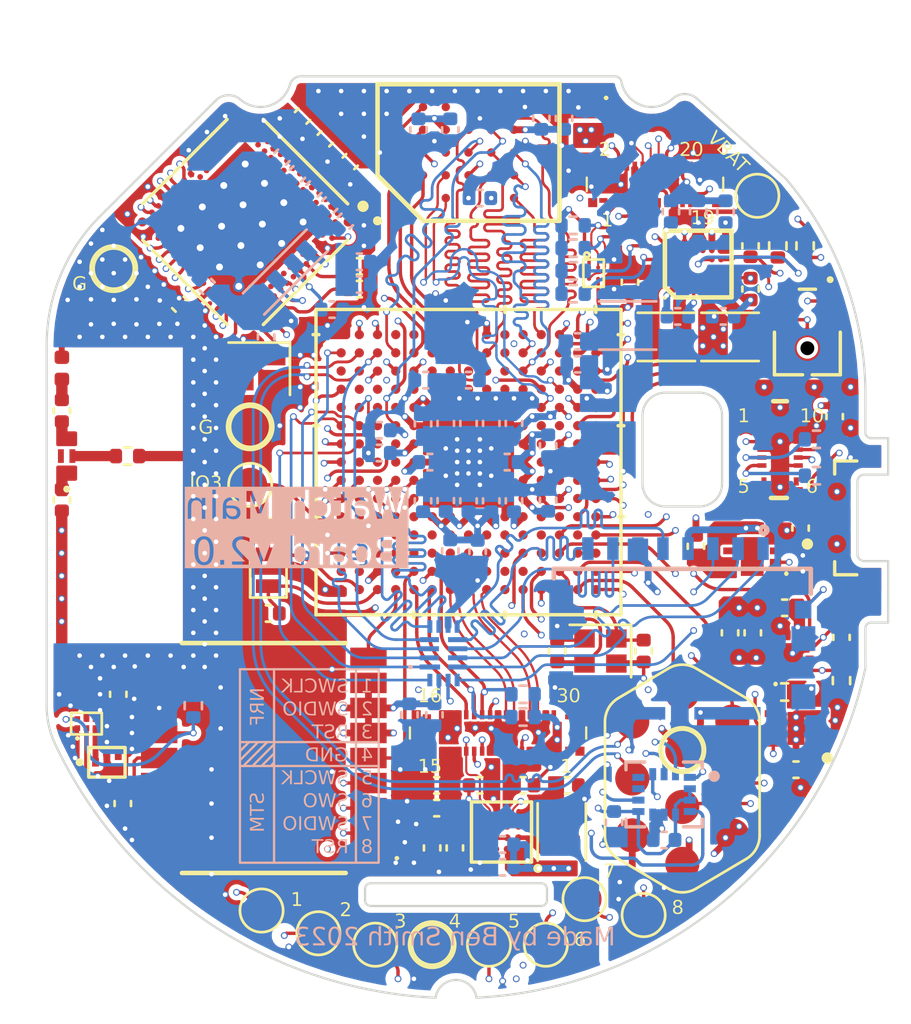
<source format=kicad_pcb>
(kicad_pcb (version 20221018) (generator pcbnew)
  (layers (0 "F.Cu" signal) (1 "In1.Cu" power) (2 "In2.Cu" signal) (3 "In3.Cu" power) (4 "In4.Cu" power) (5 "In5.Cu" signal) (6 "In6.Cu" power) (31 "B.Cu" signal) (34 "B.Paste" user) (35 "F.Paste" user) (36 "B.SilkS" user "B.Silkscreen") (37 "F.SilkS" user "F.Silkscreen") (38 "B.Mask" user) (39 "F.Mask" user) (44 "Edge.Cuts" user))
  (net 0 "")
  (net 2 "+VSYS")
  (net 3 "GND")
  (net 4 "/Power/SWB_3V3")
  (net 5 "+3V3")
  (net 6 "/I2C4.SCL")
  (net 7 "/I2C4.SDA")
  (net 8 "/Power/SWA_3V3")
  (net 12 "+VBAT")
  (net 13 "+1V8")
  (net 15 "/Power/SW_1V8")
  (net 18 "VDD")
  (net 19 "VBUS")
  (net 20 "/GNSS/WAKEUP")
  (net 21 "/GNSS/RST")
  (net 22 "/Flash/RSTO")
  (net 23 "/STM32 Power/VREF+")
  (net 24 "/STM32 Power/VDD11")
  (net 25 "/USART1.TX")
  (net 26 "/OSPI1.CLKN")
  (net 27 "/OSPI1.CLKP")
  (net 29 "/OSPI1.CS")
  (net 30 "/OSPI1.DQS")
  (net 31 "/OSPI1.IO2")
  (net 33 "/OSPI1.IO1")
  (net 34 "/OSPI1.IO0")
  (net 35 "/OSPI1.IO3")
  (net 36 "/OSPI1.IO4")
  (net 37 "/OSPI1.IO7")
  (net 38 "/OSPI1.IO6")
  (net 39 "/OSPI1.IO5")
  (net 40 "/Micro SD/CD")
  (net 41 "/Micro SD/DAT2")
  (net 42 "/Micro SD/DAT3")
  (net 43 "/Micro SD/CMD")
  (net 44 "/Micro SD/DAT0")
  (net 45 "/Micro SD/DAT1")
  (net 49 "/DSI.D0P")
  (net 50 "/DSI.D0N")
  (net 51 "/DSI.CKP")
  (net 52 "/DSI.CKN")
  (net 55 "/STM32/MAG_INT")
  (net 56 "/Bluetooth/INT2")
  (net 57 "/Bluetooth/INT1")
  (net 62 "/I2C2.SCL")
  (net 63 "/I2C2.SDA")
  (net 65 "/USB.DN")
  (net 70 "/SDMMC1.D2")
  (net 71 "/SDMMC1.D3")
  (net 72 "/SDMMC1.D0")
  (net 73 "/SDMMC1.D1")
  (net 74 "/SDMMC1.CK")
  (net 75 "/SDMMC1.CKIN")
  (net 76 "/SDMMC1.CMD")
  (net 77 "/Power/INT")
  (net 78 "/Power/THR")
  (net 79 "/USART1.RX")
  (net 100 "/Flash/RST")
  (net 101 "/Flash/INT")
  (net 127 "/USB.DP")
  (net 128 "/STM32/OSC32_IN")
  (net 129 "/I2C1.SDA")
  (net 130 "/I2C3.SCL")
  (net 137 "/STM32/OSC32_OUT")
  (net 140 "/I2C3.SDA")
  (net 141 "/I2C1.SCL")
  (net 142 "/STM32/SWO")
  (net 143 "/LPUART1.TX")
  (net 145 "/STM32/OSC_IN")
  (net 146 "/STM32/OSC_OUT")
  (net 147 "/STM32/ALS_INT")
  (net 148 "/STM32/IMU_INT1")
  (net 149 "/LPUART1.RX")
  (net 150 "/GNSS/RF_1.575G")
  (net 151 "/GNSS/RF_IN")
  (net 153 "/USART6.RX")
  (net 156 "/USART6.TX")
  (net 158 "/Bluetooth/DECD")
  (net 159 "/Bluetooth/DECR")
  (net 161 "/Bluetooth/ANT")
  (net 162 "/Bluetooth/DECN")
  (net 163 "/STM32/IMU_INT2")
  (net 164 "/STM32/BTN")
  (net 167 "/Bluetooth/DECA")
  (net 168 "/Bluetooth/DCCD")
  (net 170 "/Expansion Connector/GPIO1")
  (net 172 "/Bluetooth/DCC")
  (net 173 "/Expansion Connector/GPIO2")
  (net 174 "/STM32 Power/VLXSMPS")
  (net 176 "/Bluetooth/SWD.RST")
  (net 177 "/Antenna/RF_2.4G")
  (net 187 "/STM32/SWD.RST")
  (net 192 "/SPI1.CS")
  (net 193 "/SPI1.MISO")
  (net 199 "/Bluetooth/UART_CTS")
  (net 200 "/Bluetooth/UART_RTS")
  (net 202 "/Antenna/Ft_GPS")
  (net 203 "/Antenna/Common")
  (net 205 "/SPI1.SCK")
  (net 206 "/SPI1.MOSI")
  (net 207 "/STM32/LRA_EN")
  (net 209 "/Display Power/AVDDEN")
  (net 211 "/STM32/HR_INT")
  (net 216 "/Display Connector/SWIRE")
  (net 217 "/Display Connector/AVDD")
  (net 219 "/Display Connector/RESET")
  (net 221 "/Display Connector/ELVDD")
  (net 222 "/Display Connector/TP_RST")
  (net 225 "/Display Connector/TP_INT")
  (net 226 "/Antenna/Ft_2.4GHz")
  (net 227 "/Antenna/Ft_5.5GHz")
  (net 228 "/Antenna/Mt_2.4GHz")
  (net 230 "/Display Power/C1P")
  (net 231 "/Display Power/C1N")
  (net 232 "/Display Power/VON")
  (net 233 "/Display Power/VOUT")
  (net 234 "/Display Power/ELVSS")
  (net 235 "/I2C6.SCL")
  (net 236 "/I2C6.SDA")
  (net 237 "/Display Connector/DSI_TE")
  (net 238 "/Display Power/LX1")
  (net 239 "/Display Power/LX2")
  (net 245 "/Sensors/C1")
  (net 246 "/Bluetooth/XC2")
  (net 247 "/Bluetooth/XC1")
  (net 268 "/Flash/CS2")
  (net 274 "/Microphone/DATA")
  (net 275 "/Microphone/CLOCK")
  (net 276 "/Power/VBUS_PROTECTED")
  (net 277 "/Power/ENCHG")
  (net 280 "/GNSS/SAW_OUT")
  (net 281 "/GNSS/VCC_RF")
  (net 282 "/GNSS/LNA_OUT")
  (net 283 "/GNSS/LNA_IN")
  (net 284 "/GNSS/ANT_OFF")
  (net 285 "/GNSS/PPS")
  (net 290 "/STM32/TOUCH_INT")
  (net 291 "/STM32/TOUCH_RST")
  (net 319 "/Bluetooth/SWD.SWCLK")
  (net 320 "/Bluetooth/SWD.SWDIO")
  (net 321 "/STM32/SWD.SWDIO")
  (net 322 "/STM32/SWD.SWCLK")
  (net 324 "/Micro SD/+3V3_SD")
  (net 325 "/Micro SD/EN")
  (net 327 "/Micro SD/CLK")
  (net 328 "/STM32/GPIO3")
  (footprint "Capacitor_SMD:C_0402_1005Metric" (layer "F.Cu") (at 157.7 87.4 -90)
    (fp_text reference "C207" hide)
    (fp_text value "10u")
  )
  (footprint "Capacitor_SMD:C_0402_1005Metric" (layer "F.Cu") (at 141.8 98.15)
    (fp_text reference "C803" hide)
    (fp_text value "6p")
  )
  (footprint "Capacitor_SMD:C_0402_1005Metric" (layer "F.Cu") (at 135.2 105.5 90)
    (fp_text reference "C402" hide)
    (fp_text value "120p")
  )
  (footprint "Capacitor_SMD:C_0402_1005Metric" (layer "F.Cu") (at 132.72 96.962 90)
    (fp_text reference "C1601" hide)
    (fp_text value "43p")
  )
  (footprint "watch_footprints:Watch Outline V2" (layer "F.Cu") (at 150 99)
    (fp_text reference "U101" hide)
    (fp_text value "Watch_Outline_V2")
    (fp_line (start -17.948964 -8.836298) (end -17.948964 7.002061) (stroke (width 0.1)) (layer "Edge.Cuts"))
    (fp_line (start -15.605819 -14.493152) (end -10.514836 -19.584135) (stroke (width 0.1)) (layer "Edge.Cuts"))
    (fp_line (start -6.767813 -20.650006) (end 7.028538 -20.650006) (stroke (width 0.1)) (layer "Edge.Cuts"))
    (fp_line (start -3.95 15.55) (end -3.95 15.05) (stroke (width 0.1)) (layer "Edge.Cuts"))
    (fp_line (start -3.7 14.8) (end 3.8 14.8) (stroke (width 0.1)) (layer "Edge.Cuts"))
    (fp_line (start 3.8 15.8) (end -3.7 15.8) (stroke (width 0.1)) (layer "Edge.Cuts"))
    (fp_line (start 4.05 15.05) (end 4.05 15.55) (stroke (width 0.1)) (layer "Edge.Cuts"))
    (fp_line (start 8.250001 -2.750001) (end 8.250002 -5.75) (stroke (width 0.1)) (layer "Edge.Cuts"))
    (fp_line (start 9.250002 -6.75) (end 10.75 -6.749998) (stroke (width 0.1)) (layer "Edge.Cuts"))
    (fp_line (start 10.749999 -1.749999) (end 9.250001 -1.750001) (stroke (width 0.1)) (layer "Edge.Cuts"))
    (fp_line (start 11.75 -5.749998) (end 11.749999 -2.749999) (stroke (width 0.1)) (layer "Edge.Cuts"))
    (fp_line (start 14.551035 -16.150007) (end 10.645094 -19.665354) (stroke (width 0.1)) (layer "Edge.Cuts"))
    (fp_line (start 18.05 3.6) (end 18.051035 5.349994) (stroke (width 0.1)) (layer "Edge.Cuts"))
    (fp_line (start 18.051035 -6.650006) (end 18.05 -5) (stroke (width 0.1)) (layer "Edge.Cuts"))
    (fp_line (start 18.3 -4.749997) (end 19.051035 -4.750003) (stroke (width 0.1)) (layer "Edge.Cuts"))
    (fp_line (start 19.051035 -4.750003) (end 19.051035 -3.150006) (stroke (width 0.1)) (layer "Edge.Cuts"))
    (fp_line (start 19.051035 0.649994) (end 19.051035 3.349994) (stroke (width 0.1)) (layer "Edge.Cuts"))
    (fp_line (start 19.051035 3.349994) (end 18.3 3.35) (stroke (width 0.1)) (layer "Edge.Cuts"))
    (fp_arc (start -17.948964 -8.836298) (mid -17.340011 -11.89777) (end -15.605818 -14.493152) (stroke (width 0.1)) (layer "Edge.Cuts"))
    (fp_arc (start -17.561867 8.718723) (mid -17.850984 7.881942) (end -17.948964 7.002061) (stroke (width 0.1)) (layer "Edge.Cuts"))
    (fp_arc (start -10.514836 -19.584134) (mid -9.979611 -19.817869) (end -9.428151 -19.62554) (stroke (width 0.1)) (layer "Edge.Cuts"))
    (fp_arc (start -7.249205 -20.285141) (mid -8.157835 -19.357938) (end -9.428151 -19.62554) (stroke (width 0.1)) (layer "Edge.Cuts"))
    (fp_arc (start -7.249205 -20.285141) (mid -7.069833 -20.548482) (end -6.767813 -20.650006) (stroke (width 0.1)) (layer "Edge.Cuts"))
    (fp_arc (start -3.95 15.05) (mid -3.876777 14.873223) (end -3.7 14.8) (stroke (width 0.1)) (layer "Edge.Cuts"))
    (fp_arc (start -3.7 15.8) (mid -3.876777 15.726777) (end -3.95 15.55) (stroke (width 0.1)) (layer "Edge.Cuts"))
    (fp_arc (start -0.848965 19.829213) (mid -10.74445 16.589052) (end -17.561868 8.718723) (stroke (width 0.1)) (layer "Edge.Cuts"))
    (fp_arc (start -0.848965 19.829213) (mid 0.050425 19.049986) (end 0.950859 19.828005) (stroke (width 0.1)) (layer "Edge.Cuts"))
    (fp_arc (start 3.8 14.8) (mid 3.976777 14.873223) (end 4.05 15.05) (stroke (width 0.1)) (layer "Edge.Cuts"))
    (fp_arc (start 4.05 15.55) (mid 3.976777 15.726777) (end 3.8 15.8) (stroke (width 0.1)) (layer "Edge.Cuts"))
    (fp_arc (start 7.028538 -20.650006) (mid 7.220485 -20.580692) (end 7.323538 -20.404551) (stroke (width 0.1)) (layer "Edge.Cuts"))
    (fp_arc (start 8.250002 -5.75) (mid 8.542895 -6.457106) (end 9.250002 -6.75) (stroke (width 0.1)) (layer "Edge.Cuts"))
    (fp_arc (start 9.250001 -1.750001) (mid 8.542894 -2.042894) (end 8.250001 -2.750001) (stroke (width 0.1)) (layer "Edge.Cuts"))
    (fp_arc (start 9.56708 -19.658361) (mid 10.104727 -19.870524) (end 10.645094 -19.665354) (stroke (width 0.1)) (layer "Edge.Cuts"))
    (fp_arc (start 9.567081 -19.65836) (mid 8.224982 -19.369007) (end 7.323538 -20.404551) (stroke (width 0.1)) (layer "Edge.Cuts"))
    (fp_arc (start 10.75 -6.749998) (mid 11.457106 -6.457105) (end 11.75 -5.749998) (stroke (width 0.1)) (layer "Edge.Cuts"))
    (fp_arc (start 11.749999 -2.749999) (mid 11.457105 -2.042893) (end 10.749999 -1.749999) (stroke (width 0.1)) (layer "Edge.Cuts"))
    (fp_arc (start 14.551035 -16.150006) (mid 17.148203 -11.71212) (end 18.051035 -6.650006) (stroke (width 0.1)) (layer "Edge.Cuts"))
    (fp_arc (start 18.05 3.6) (mid 18.123223 3.423223) (end 18.3 3.35) (stroke (width 0.1)) (layer "Edge.Cuts"))
    (fp_arc (start 18.051035 5.349993) (mid 11.954988 15.4875) (end 0.950859 19.828005) (stroke (width 0.1)) (layer "Edge.Cuts"))
    (fp_arc (start 18.3 -4.75) (mid 18.123223 -4.823223) (end 18.05 -5) (stroke (width 0.1)) (layer "Edge.Cuts"))
  )
  (footprint "Resistor_SMD:R_0402_1005Metric" (layer "F.Cu") (at 165.4 85.8 -90)
    (fp_text reference "R202" hide)
    (fp_text value "100k")
  )
  (footprint "watch_footprints:AXG130144" (layer "F.Cu") (at 151.9 107.2 180)
    (fp_text reference "J501" hide)
    (fp_text value "AXG130144" hide)
  )
  (footprint "watch_footprints:AXG120144" (layer "F.Cu") (at 158.8 83.1)
    (fp_text reference "J701" hide)
    (fp_text value "AXG120144" hide)
  )
  (footprint "Capacitor_SMD:C_0402_1005Metric" (layer "F.Cu") (at 135.4 110.3 -90)
    (fp_text reference "C401" hide)
    (fp_text value "10n")
  )
  (footprint "Inductor_SMD:L_0402_1005Metric" (layer "F.Cu") (at 133.2 103.8)
    (fp_text reference "L1601" hide)
    (fp_text value "1n5")
  )
  (footprint "Crystal:Crystal_SMD_2016-4Pin_2.0x1.6mm" (layer "F.Cu") (at 141.4 91.2 180)
    (fp_text reference "Y301" hide)
    (fp_text value "32MHz" hide)
  )
  (footprint "TestPoint:TestPoint_Pad_D1.5mm" (layer "F.Cu") (at 154 116.5)
    (fp_text reference "TP804" hide)
    (fp_text value "1.5mm")
  )
  (footprint "Inductor_SMD:L_0402_1005Metric" (layer "F.Cu") (at 132.72 91.18 90)
    (fp_text reference "L1602" hide)
    (fp_text value "0n6")
  )
  (footprint "watch_footprints:NRF5340-QKAA-R7_modified" (layer "F.Cu") (at 140.781623 84.751472 -135)
    (fp_text reference "U301" hide)
    (fp_text value "NRF5340-QKAA-R7" hide)
  )
  (footprint "watch_footprints:AXG110144A" (layer "F.Cu") (at 164.3 94.75 -90)
    (fp_text reference "J601" hide)
    (fp_text value "AXG110144A" hide)
  )
  (footprint "Capacitor_SMD:C_0402_1005Metric" (layer "F.Cu") (at 164.5 101.7)
    (fp_text reference "C1305" hide)
    (fp_text value "100n")
  )
  (footprint "Capacitor_SMD:C_0402_1005Metric" (layer "F.Cu") (at 153 109.5)
    (fp_text reference "C1407" hide)
    (fp_text value "4u7")
  )
  (footprint "Resistor_SMD:R_0402_1005Metric" (layer "F.Cu") (at 167 104.9 90)
    (fp_text reference "R804" hide)
    (fp_text value "4k7")
  )
  (footprint "watch_footprints:10-Pin Pogo Connector" (layer "F.Cu") (at 160 109.2)
    (fp_text reference "J1701" hide)
    (fp_text value "10-Pin Pogo Connector")
  )
  (footprint "Crystal:Crystal_SMD_2016-4Pin_2.0x1.6mm" (layer "F.Cu") (at 156.4 103.6 180)
    (fp_text reference "Y801" hide)
    (fp_text value "16MHz")
  )
  (footprint "Capacitor_SMD:C_0402_1005Metric" (layer "F.Cu") (at 150 112.25 90)
    (fp_text reference "C1401" hide)
    (fp_text value "1u")
  )
  (footprint "Capacitor_SMD:C_0402_1005Metric" (layer "F.Cu") (at 163.1 102.8 -90)
    (fp_text reference "C1306" hide)
    (fp_text value "100n")
  )
  (footprint "watch_footprints:B39162B4327P810" (layer "F.Cu") (at 134.7 108.4875)
    (fp_text reference "FL401" hide)
    (fp_text value "B39162B4327P810" hide)
  )
  (footprint "watch_footprints:SON65P200X200X65-7N-D" (layer "F.Cu") (at 165 107 180)
    (fp_text reference "IC1302" hide)
    (fp_text value "OPT3004DNPR" hide)
  )
  (footprint "Capacitor_SMD:C_0402_1005Metric" (layer "F.Cu") (at 149.2 109.5 180)
    (fp_text reference "C1408" hide)
    (fp_text value "22u")
  )
  (footprint "TestPoint:TestPoint_Pad_D1.5mm" (layer "F.Cu") (at 141.5 115)
    (fp_text reference "TP301" hide)
    (fp_text value "1.5mm")
  )
  (footprint "Capacitor_SMD:C_0402_1005Metric" (layer "F.Cu") (at 141.8 101.95)
    (fp_text reference "C804" hide)
    (fp_text value "6p")
  )
  (footprint "TestPoint:TestPoint_Pad_D1.5mm" (layer "F.Cu") (at 163.3 83.6)
    (fp_text reference "TP202" hide)
    (fp_text value "1.5mm")
  )
  (footprint "watch_footprints:ADP5360ACBZ1R7" (layer "F.Cu") (at 160.7 86.6 90)
    (fp_text reference "IC201" hide)
    (fp_text value "ADP5360ACBZ-2-R7" hide)
  )
  (footprint "Capacitor_SMD:C_0402_1005Metric" (layer "F.Cu") (at 132.72 93.042 90)
    (fp_text reference "C1602" hide)
    (fp_text value "7p5")
  )
  (footprint "Capacitor_SMD:C_0402_1005Metric" (layer "F.Cu") (at 151.1 109.5 180)
    (fp_text reference "C1405" hide)
    (fp_text value "10u")
  )
  (footprint "TestPoint:TestPoint_Pad_D1.5mm" (layer "F.Cu") (at 149 116.5)
    (fp_text reference "TP208" hide)
    (fp_text value "1.5mm")
  )
  (footprint "Capacitor_SMD:C_0402_1005Metric" (layer "F.Cu") (at 158.3 103.6 90)
    (fp_text reference "C802" hide)
    (fp_text value "6p")
  )
  (footprint "Capacitor_SMD:C_0402_1005Metric" (layer "F.Cu") (at 163 85.8 -90)
    (fp_text reference "C202" hide)
    (fp_text value "1u")
  )
  (footprint "TestPoint:TestPoint_Pad_D1.5mm" (layer "F.Cu") (at 141 96.3)
    (fp_text reference "TP801" hide)
    (fp_text value "1.5mm")
  )
  (footprint "watch_footprints:DMP2104LP7" (layer "F.Cu") (at 157.1 80.3 180)
    (fp_text reference "Q201" hide)
    (fp_text value "DMP2104LP-7" hide)
  )
  (footprint "TestPoint:TestPoint_Pad_D1.5mm" (layer "F.Cu") (at 146.5 116.5)
    (fp_text reference "TP303" hide)
    (fp_text value "1.5mm")
  )
  (footprint "TestPoint:TestPoint_Pad_D1.5mm" (layer "F.Cu") (at 155.7 114.5)
    (fp_text reference "TP805" hide)
    (fp_text value "1.5mm")
  )
  (footprint "Resistor_SMD:R_0402_1005Metric" (layer "F.Cu") (at 164.2 85.8 -90)
    (fp_text reference "R201" hide)
    (fp_text value "10k")
  )
  (footprint "Capacitor_SMD:C_0402_1005Metric" (layer "F.Cu") (at 166.7 93.3 -90)
    (fp_text reference "C1801" hide)
    (fp_text value "100n")
  )
  (footprint "watch_footprints:TESEOLIV3FL" (layer "F.Cu") (at 141.6 108.3 90)
    (fp_text reference "U401" hide)
    (fp_text value "TESEO-LIV3FL" hide)
  )
  (footprint "Capacitor_SMD:C_0402_1005Metric" (layer "F.Cu") (at 145.8 86.7)
    (fp_text reference "C316" hide)
    (fp_text value "1u")
  )
  (footprint "Capacitor_SMD:C_0402_1005Metric" (layer "F.Cu") (at 165 108.8125 180)
    (fp_text reference "C1307" hide)
    (fp_text value "100n")
  )
  (footprint "watch_footprints:IIS2MDCTR" (layer "F.Cu") (at 164.85 103.7 90)
    (fp_text reference "IC1301" hide)
    (fp_text value "IIS2MDCTR" hide)
  )
  (footprint "Capacitor_SMD:C_0402_1005Metric" (layer "F.Cu") (at 149.2 110.5 180)
    (fp_text reference "C1409" hide)
    (fp_text value "22u")
  )
  (footprint "Inductor_SMD:L_0402_1005Metric" (layer "F.Cu") (at 133.2 89.7)
    (fp_text reference "L1603" hide)
    (fp_text value "2n7")
  )
  (footprint "Capacitor_SMD:C_0402_1005Metric" (layer "F.Cu") (at 154.5 103.6 -90)
    (fp_text reference "C801" hide)
    (fp_text value "6p")
  )
  (footprint "Resistor_SMD:R_0402_1005Metric" (layer "F.Cu") (at 135.608 95.035)
    (fp_text reference "R1601" hide)
    (fp_text value "0R")
  )
  (footprint "watch_footprints:RT4730WSC" (layer "F.Cu") (at 152.05 111.55 180)
    (fp_text reference "U1401" hide)
    (fp_text value "RT4730WSC")
  )
  (footprint "TestPoint:TestPoint_Pad_D1.5mm" (layer "F.Cu") (at 135 86.8)
    (fp_text reference "TP201" hide)
    (fp_text value "1.5mm")
  )
  (footprint "TestPoint:TestPoint_Pad_D1.5mm" (layer "F.Cu") (at 158.3 115.2)
    (fp_text reference "TP807" hide)
    (fp_text value "1.5mm")
  )
  (footprint "watch_footprints:BGS12SN6E6327XTSA1" (layer "F.Cu") (at 133.8 106.9625 90)
    (fp_text reference "IC401" hide)
    (fp_text value "BGA725L6E6327FTSA1" hide)
  )
  (footprint "watch_footprints:NCP45525IMNTWGH" (layer "F.Cu") (at 163.075 99.45 90)
    (fp_text reference "U1102" hide)
    (fp_text value "NCP45525IMNTWG-H" hide)
  )
  (footprint "TestPoint:TestPoint_Pad_D1.5mm" (layer "F.Cu") (at 144 116)
    (fp_text reference "TP302" hide)
    (fp_text value "1.5mm")
  )
  (footprint "Capacitor_SMD:C_0402_1005Metric" (layer "F.Cu") (at 165.2 98.2 -90)
    (fp_text reference "C1501" hide)
    (fp_text value "10n")
  )
  (footprint "watch_footprints:BGA4C50P2X2_70X98X33" (layer "F.Cu") (at 156.1 87)
    (fp_text reference "IC1801" hide)
    (fp_text value "M24256X-FCU6T_VF" hide)
  )
  (footprint "Capacitor_SMD:C_0402_1005Metric" (layer "F.Cu") (at 149 112.25 -90)
    (fp_text reference "C1404" hide)
    (fp_text value "4u7")
  )
  (footprint "Inductor_SMD:L_Murata_DFE201610P" (layer "F.Cu") (at 159.3 89.8 180)
    (fp_text reference "L202" hide)
    (fp_text value "4u7")
  )
  (footprint "Crystal:Crystal_SMD_2012-2Pin_2.0x1.2mm" (layer "F.Cu") (at 141.8 100.05 90)
    (fp_text reference "Y802" hide)
    (fp_text value "32.768kHz")
  )
  (footprint "watch_footprints:Panasonic-EVP-AEJB2A-MFG" (layer "F.Cu") (at 168.1 97.75 90)
    (fp_text reference "SW1501" hide)
    (fp_text value "EVP-AEJB2A" hide)
    (fp_line (start -1.9 -0.1) (end -1.9 0.95) (stroke (width 0.1)) (layer "Edge.Cuts"))
    (fp_line (start -1.6 -0.4) (end 1.6 -0.4) (stroke (width 0.1)) (layer "Edge.Cuts"))
    (fp_line (start 1.9 -0.1) (end 1.9 0.95) (stroke (width 0.1)) (layer "Edge.Cuts"))
    (fp_arc (start -1.9 -0.1) (mid -1.812132 -0.312132) (end -1.6 -0.4) (stroke (width 0.1)) (layer "Edge.Cuts"))
    (fp_arc (start 1.6 -0.4) (mid 1.812132 -0.312132) (end 1.9 -0.1) (stroke (width 0.1)) (layer "Edge.Cuts"))
  )
  (footprint "Inductor_SMD:L_0402_1005Metric" (layer "F.Cu") (at 134 88.7)
    (fp_text reference "L1604" hide)
    (fp_text value "1n5")
  )
  (footprint "Resistor_SMD:R_0402_1005Metric" (layer "F.Cu") (at 164.5 105.4 180)
    (fp_text reference "R803" hide)
    (fp_text value "4k7")
  )
  (footprint "Capacitor_SMD:C_0402_1005Metric" (layer "F.Cu") (at 154.95 109.5)
    (fp_text reference "C1406" hide)
    (fp_text value "10u")
  )
  (footprint "Capacitor_SMD:C_0402_1005Metric" (layer "F.Cu") (at 163 87.7 -90)
    (fp_text reference "C204" hide)
    (fp_text value "10u")
  )
  (footprint "TestPoint:TestPoint_Pad_D1.5mm" (layer "F.Cu") (at 141 93.75)
    (fp_text reference "TP209" hide)
    (fp_text value "1.5mm")
  )
  (footprint "watch_footprints:BGA24C100P5X5_600X800X100" (layer "F.Cu") (at 150.6 81.7 90)
    (fp_text reference "IC1001" hide)
    (fp_text value "S26HS512TGABHI000" hide)
  )
  (footprint "Inductor_SMD:L_Murata_DFE201610P" (layer "F.Cu") (at 154.7 111.55 90)
    (fp_text reference "L1404" hide)
    (fp_text value "2u2")
  )
  (footprint "Capacitor_SMD:C_0402_1005Metric" (layer "F.Cu") (at 144.3 81.1 45)
    (fp_text reference "C306" hide)
    (fp_text value "100n")
  )
  (footprint "Inductor_SMD:L_0402_1005Metric" (layer "F.Cu") (at 133.2 105.1 -45)
    (fp_text reference "L401" hide)
    (fp_text value "7n5")
  )
  (footprint "Capacitor_SMD:C_0402_1005Metric" (layer "F.Cu") (at 162.1 102.8 -90)
    (fp_text reference "C1303" hide)
    (fp_text value "10u")
  )
  (footprint "Capacitor_SMD:C_0402_1005Metric" (layer "F.Cu") (at 137.9 88.36 135)
    (fp_text reference "C315" hide)
    (fp_text value "0p7")
  )
  (footprint "Capacitor_SMD:C_0402_1005Metric" (layer "F.Cu") (at 167 103 90)
    (fp_text reference "C1301" hide)
    (fp_text value "220n")
  )
  (footprint "watch_footprints:ANT161575TT3000A1" (layer "F.Cu") (at 132.931 95.036 90)
    (fp_text reference "ANT1601" hide)
    (fp_text value "ANT161575TT-3000A1" hide)
  )
  (footprint "TestPoint:TestPoint_Pad_D1.5mm" (layer "F.Cu") (at 151.5 116.5)
    (fp_text reference "TP806" hide)
    (fp_text value "1.5mm")
  )
  (footprint "Capacitor_SMD:C_0402_1005Metric" (layer "F.Cu") (at 145.8 87.7)
    (fp_text reference "C314" hide)
    (fp_text value "100n")
  )
  (footprint "Capacitor_SMD:C_0402_1005Metric" (layer "F.Cu") (at 145.4 82.1 45)
    (fp_text reference "C304" hide)
    (fp_text value "100n")
  )
  (footprint "watch_footprints:PG-TLGA-5-2_INF" (layer "F.Cu") (at 165.5 89.5848 90)
    (fp_text reference "MIC1801" hide)
    (fp_text value "IM70D122V01XTMA1")
  )
  (footprint "Capacitor_SMD:C_0402_1005Metric" (layer "F.Cu") (at 160.6 99 90)
    (fp_text reference "C1101" hide)
    (fp_text value "10u")
  )
  (footprint "watch_footprints:GPS & BT Antenna" (layer "F.Cu") (at 138.341533 96.66 90)
    (fp_text reference "U1601" hide)
    (fp_text value "GPS_&_BT_Antenna_Keepout")
  )
  (footprint "Inductor_SMD:L_Murata_DFE201610P" (layer "F.Cu") (at 162.1 89.8 180)
    (fp_text reference "L201" hide)
    (fp_text value "4u7")
  )
  (footprint "Inductor_SMD:L_0402_1005Metric" (layer "F.Cu") (at 136 88.7 180)
    (fp_text reference "L303" hide)
    (fp_text value "2n2")
  )
  (footprint "Capacitor_SMD:C_0402_1005Metric" (layer "F.Cu") (at 143.3 80.1 45)
    (fp_text reference "C313" hide)
    (fp_text value "100n")
  )
  (footprint "watch_footprints:TFBGA216_13X13_STM" (layer "F.Cu") (at 150.6 95.3 90)
    (fp_text reference "U801" hide)
    (fp_text value "STM32U5A9NJH6Q")
  )
  (footprint "Capacitor_SMD:C_0402_1005Metric" (layer "B.Cu") (at 152.6 93.6 -90)
    (fp_text reference "C909" hide)
    (fp_text value "100n")
  )
  (footprint "Capacitor_SMD:C_0402_1005Metric" (layer "B.Cu") (at 142.4 81.9 -135)
    (fp_text reference "C308" hide)
    (fp_text value "100n")
  )
  (footprint "Capacitor_SMD:C_0402_1005Metric" (layer "B.Cu") (at 161.8 88.9)
    (fp_text reference "C206" hide)
    (fp_text value "10u")
  )
  (footprint "Capacitor_SMD:C_0402_1005Metric" (layer "B.Cu") (at 152.1 112.1 180)
    (fp_text reference "C1403" hide)
    (fp_text value "10u")
  )
  (footprint "Capacitor_SMD:C_0402_1005Metric" (layer "B.Cu") (at 155.4 91 180)
    (fp_text reference "C906" hide)
    (fp_text value "10u")
  )
  (footprint "Capacitor_SMD:C_0402_1005Metric" (layer "B.Cu") (at 144.6 88.6)
    (fp_text reference "C310" hide)
    (fp_text value "1u")
  )
  (footprint "Capacitor_SMD:C_0402_1005Metric" (layer "B.Cu") (at 149.6 96.99 90)
    (fp_text reference "C921" hide)
    (fp_text value "2u2")
  )
  (footprint "Capacitor_SMD:C_0402_1005Metric" (layer "B.Cu") (at 155.4 90 180)
    (fp_text reference "C922" hide)
    (fp_text value "2u2")
  )
  (footprint "Capacitor_SMD:C_0402_1005Metric" (layer "B.Cu") (at 148 106.4 -90)
    (fp_text reference "C403" hide)
    (fp_text value "100n")
  )
  (footprint "Capacitor_SMD:C_0402_1005Metric" (layer "B.Cu") (at 153.8 80.2 90)
    (fp_text reference "C1003" hide)
    (fp_text value "100n")
  )
  (footprint "Capacitor_SMD:C_0402_1005Metric" (layer "B.Cu") (at 150.6 91.7)
    (fp_text reference "C912" hide)
    (fp_text value "100n")
  )
  (footprint "Capacitor_SMD:C_0402_1005Metric" (layer "B.Cu") (at 157 111.13 -90)
    (fp_text reference "C1304" hide)
    (fp_text value "100n")
  )
  (footprint "Capacitor_SMD:C_0402_1005Metric" (layer "B.Cu") (at 151.6 97 90)
    (fp_text reference "C908" hide)
    (fp_text value "100n")
  )
  (footprint "Capacitor_SMD:C_0402_1005Metric" (layer "B.Cu") (at 149.8 80.7 -90)
    (fp_text reference "C1005" hide)
    (fp_text value "100n")
  )
  (footprint "Inductor_SMD:L_TDK_MLZ1608" (layer "B.Cu") (at 143.2 86.3 45)
    (fp_text reference "L301" hide)
    (fp_text value "10u")
  )
  (footprint "Resistor_SMD:R_0402_1005Metric" (layer "B.Cu") (at 153 106.5 180)
    (fp_text reference "R809" hide)
    (fp_text value "4k7")
  )
  (footprint "Capacitor_SMD:C_0402_1005Metric" (layer "B.Cu") (at 154.1 96.98 90)
    (fp_text reference "C903" hide)
    (fp_text value "100n")
  )
  (footprint "Capacitor_SMD:C_0402_1005Metric" (layer "B.Cu") (at 152.6 97 90)
    (fp_text reference "C910" hide)
    (fp_text value "100n")
  )
  (footprint "Capacitor_SMD:C_0402_1005Metric" (layer "B.Cu") (at 160.7 84.3 90)
    (fp_text reference "C203" hide)
    (fp_text value "10u")
  )
  (footprint "Resistor_SMD:R_0402_1005Metric" (layer "B.Cu") (at 155.2 85.9)
    (fp_text reference "R806" hide)
    (fp_text value "4k7")
  )
  (footprint "Resistor_SMD:R_0402_1005Metric" (layer "B.Cu") (at 155.2 84.9)
    (fp_text reference "R805" hide)
    (fp_text value "4k7")
  )
  (footprint "Capacitor_SMD:C_0402_1005Metric" (layer "B.Cu") (at 148.6 93.62 -90)
    (fp_text reference "C911" hide)
    (fp_text value "100n")
  )
  (footprint "Capacitor_SMD:C_0402_1005Metric" (layer "B.Cu") (at 141.7 89.8 -90)
    (fp_text reference "C307" hide)
    (fp_text value "2n2")
  )
  (footprint "watch_footprints:LGA14_LSM6_STM" (layer "B.Cu") (at 159.2 109.9 180)
    (fp_text reference "U1301" hide)
    (fp_text value "LSM6DSO16IS")
  )
  (footprint "Resistor_SMD:R_0402_1005Metric" (layer "B.Cu") (at 165.9 94.3 180)
    (fp_text reference "R808" hide)
    (fp_text value "4k7")
  )
  (footprint "Capacitor_SMD:C_0402_1005Metric" (layer "B.Cu") (at 148.9 95.3)
    (fp_text reference "C917" hide)
    (fp_text value "100n")
  )
  (footprint "Capacitor_SMD:C_0402_1005Metric" (layer "B.Cu") (at 152.3 95.3 180)
    (fp_text reference "C904" hide)
    (fp_text value "100n")
  )
  (footprint "Capacitor_SMD:C_0402_1005Metric" (layer "B.Cu") (at 143.0799 82.634314 -135)
    (fp_text reference "C303" hide)
    (fp_text value "100n")
  )
  (footprint "Resistor_SMD:R_0402_1005Metric" (layer "B.Cu") (at 138.5 106 90)
    (fp_text reference "R401" hide)
    (fp_text value "10k")
  )
  (footprint "Capacitor_SMD:C_0402_1005Metric" (layer "B.Cu") (at 154.1 94.58 -90)
    (fp_text reference "C905" hide)
    (fp_text value "1u")
  )
  (footprint "Capacitor_SMD:C_0402_1005Metric" (layer "B.Cu") (at 149.1 106.4 -90)
    (fp_text reference "C1102" hide)
    (fp_text value "100n")
  )
  (footprint "Capacitor_SMD:C_0402_1005Metric" (layer "B.Cu") (at 146.68 94.9 180)
    (fp_text reference "C919" hide)
    (fp_text value "100n")
  )
  (footprint "Capacitor_SMD:C_0402_1005Metric" (layer "B.Cu") (at 151 99.22 -90)
    (fp_text reference "C901" hide)
    (fp_text value "100n")
  )
  (footprint "Capacitor_SMD:C_0402_1005Metric" (layer "B.Cu") (at 159.2 111.9 180)
    (fp_text reference "C1302" hide)
    (fp_text value "100n")
  )
  (footprint "Capacitor_SMD:C_0402_1005Metric" (layer "B.Cu") (at 146.68 93.9 180)
    (fp_text reference "C915" hide)
    (fp_text value "4u7")
  )
  (footprint "Capacitor_SMD:C_0402_1005Metric" (layer "B.Cu") (at 149.8 99.2 -90)
    (fp_text reference "C920" hide)
    (fp_text value "10u")
  )
  (footprint "Capacitor_SMD:C_0402_1005Metric" (layer "B.Cu") (at 148.6 97 90)
    (fp_text reference "C918" hide)
    (fp_text value "100n")
  )
  (footprint "Capacitor_SMD:C_0402_1005Metric" (layer "B.Cu") (at 154.8 80.2 90)
    (fp_text reference "C1002" hide)
    (fp_text value "1u")
  )
  (footprint "Capacitor_SMD:C_0402_1005Metric" (layer "B.Cu") (at 143.8 83.3 -135)
    (fp_text reference "C309" hide)
    (fp_text value "100n")
  )
  (footprint "Resistor_SMD:R_0402_1005Metric" (layer "B.Cu") (at 165.9 95.9 180)
    (fp_text reference "R807" hide)
    (fp_text value "4k7")
  )
  (footprint "Capacitor_SMD:C_0402_1005Metric" (layer "B.Cu") (at 150.6 93.6 -90)
    (fp_text reference "C902" hide)
    (fp_text value "100n")
  )
  (footprint "Capacitor_SMD:C_0402_1005Metric" (layer "B.Cu") (at 152.1 113.1 180)
    (fp_text reference "C1402" hide)
    (fp_text value "4u7")
  )
  (footprint "Capacitor_SMD:C_0402_1005Metric" (layer "B.Cu") (at 148.72 91.7 180)
    (fp_text reference "C916" hide)
    (fp_text value "100n")
  )
  (footprint "Capacitor_SMD:C_0402_1005Metric" (layer "B.Cu") (at 145.8 86.5)
    (fp_text reference "C305" hide)
    (fp_text value "100n")
  )
  (footprint "Capacitor_SMD:C_0402_1005Metric" (layer "B.Cu") (at 148.4 80.7 -90)
    (fp_text reference "C1001" hide)
    (fp_text value "1u")
  )
  (footprint "Resistor_SMD:R_0402_1005Metric" (layer "B.Cu") (at 155.2 86.9)
    (fp_text reference "R802" hide)
    (fp_text value "4k7")
  )
  (footprint "Capacitor_SMD:C_0402_1005Metric" (layer "B.Cu") (at 139.11005 87.582843 135)
    (fp_text reference "C311" hide)
    (fp_text value "1u")
  )
  (footprint "Capacitor_SMD:C_0402_1005Metric" (layer "B.Cu") (at 161.9 84.3 90)
    (fp_text reference "C201" hide)
    (fp_text value "2u2")
  )
  (footprint "Resistor_SMD:R_0402_1005Metric" (layer "B.Cu") (at 153 105.5 180)
    (fp_text reference "R810" hide)
    (fp_text value "4k7")
  )
  (footprint "watch_footprints:105162-0001" (layer "B.Cu") (at 159.951 103.041)
    (fp_text reference "J1101" hide)
    (fp_text value "105162-0001" hide)
  )
  (footprint "Capacitor_SMD:C_0402_1005Metric" (layer "B.Cu") (at 144.5 84 -135)
    (fp_text reference "C301" hide)
    (fp_text value "1u")
  )
  (footprint "Inductor_SMD:L_Murata_DFE201610P" (layer "B.Cu") (at 157.6 89.3)
    (fp_text reference "L901" hide)
    (fp_text value "2u2")
  )
  (footprint "Capacitor_SMD:C_0402_1005Metric" (layer "B.Cu") (at 150.6 97 90)
    (fp_text reference "C907" hide)
    (fp_text value "100n")
  )
  (footprint "Inductor_SMD:L_TDK_MLZ1608" (layer "B.Cu") (at 141.9 87.6 45)
    (fp_text reference "L302" hide)
    (fp_text value "10u")
  )
  (footprint "Resistor_SMD:R_0402_1005Metric" (layer "B.Cu") (at 155.2 87.9)
    (fp_text reference "R801" hide)
    (fp_text value "4k7")
  )
  (footprint "Capacitor_SMD:C_0402_1005Metric" (layer "B.Cu") (at 151.6 93.6 -90)
    (fp_text reference "C914" hide)
    (fp_text value "100n")
  )
  (footprint "Capacitor_SMD:C_0402_1005Metric" (layer "B.Cu") (at 145.8 87.5)
    (fp_text reference "C302" hide)
    (fp_text value "1u")
  )
  (footprint "Capacitor_SMD:C_0402_1005Metric" (layer "B.Cu") (at 159.5 84.3 90)
    (fp_text reference "C205" hide)
    (fp_text value "10u")
  )
  (footprint "Capacitor_SMD:C_0402_1005Metric" (layer "B.Cu") (at 149.6 93.6 -90)
    (fp_text reference "C913" hide)
    (fp_text value "100n")
  )
  (footprint "Capacitor_SMD:C_0402_1005Metric" (layer "B.Cu") (at 159.8 88.9 180)
    (fp_text reference "C208" hide)
    (fp_text value "10u")
  )
  (footprint "Capacitor_SMD:C_0402_1005Metric" (layer "B.Cu") (at 151.1 83.7 180)
    (fp_text reference "C1004" hide)
    (fp_text value "100n")
  )
  (footprint "Capacitor_SMD:C_0402_1005Metric" (layer "B.Cu") (at 145.18995 84.717157 -135)
    (fp_text reference "C312" hide)
    (fp_text value "100n")
  )
  (footprint "watch_footprints:NVT4858HKZ" (layer "B.Cu") (at 149.5 103.7)
    (fp_text reference "IC1101" hide)
    (fp_text value "NVT4858HKZ" hide)
  )
  (gr_line locked (start 141.15 108.6) (end 142.05 107.7) (stroke (width 0.1)) (layer "B.SilkS"))
  (gr_line locked (start 140.55 112.9) (end 140.55 104.4) (stroke (width 0.1)) (layer "B.SilkS"))
  (gr_line locked (start 140.95 107.6) (end 140.55 108) (stroke (width 0.1)) (layer "B.SilkS"))
  (gr_line locked (start 140.55 108.65) (end 146.65 108.65) (stroke (width 0.1)) (layer "B.SilkS"))
  (gr_line locked (start 141.75 107.6) (end 140.75 108.6) (stroke (width 0.1)) (layer "B.SilkS"))
  (gr_line locked (start 145.65 112.9) (end 145.65 104.4) (stroke (width 0.1)) (layer "B.SilkS"))
  (gr_line locked (start 140.55 107.6) (end 146.65 107.6) (stroke (width 0.1)) (layer "B.SilkS"))
  (gr_line locked (start 140.55 108.4) (end 141.35 107.6) (stroke (width 0.1)) (layer "B.SilkS"))
  (gr_rect locked (start 142.05 104.4) (end 146.65 112.9) (stroke (width 0.1)) (fill none) (layer "B.SilkS"))
  (gr_line locked (start 140.55 104.4) (end 142.05 104.4) (stroke (width 0.1)) (layer "B.SilkS"))
  (gr_line locked (start 142.05 108.1) (end 141.5 108.65) (stroke (width 0.1)) (layer "B.SilkS"))
  (gr_line locked (start 142.05 112.9) (end 140.55 112.9) (stroke (width 0.1)) (layer "B.SilkS"))
  (gr_line locked (start 142.05 108.5) (end 141.95 108.6) (stroke (width 0.1)) (layer "B.SilkS"))
  (gr_circle locked (center 149 116.5) (end 150 116.5) (stroke (width 0.15)) (fill none) (layer "F.SilkS"))
  (gr_circle locked (center 141 93.75) (end 141.9 93.75) (stroke (width 0.15)) (fill none) (layer "F.SilkS"))
  (gr_circle locked (center 149 116.5) (end 149.9 116.5) (stroke (width 0.15)) (fill none) (layer "F.SilkS"))
  (gr_circle locked (center 135 86.8) (end 135.9 86.8) (stroke (width 0.15)) (fill none) (layer "F.SilkS"))
  (gr_circle locked (center 141 93.75) (end 142 93.75) (stroke (width 0.15)) (fill none) (layer "F.SilkS"))
  (gr_circle locked (center 135 86.8) (end 136 86.8) (stroke (width 0.15)) (fill none) (layer "F.SilkS"))
  (gr_text locked "NRF" (at 141.35 105.2 90) (layer "B.SilkS") (effects (font (size 0.6 0.6)) (justify left mirror)))
  (gr_text locked "Watch Main\nBoard v2.0" (at 143 98.3) (layer "B.SilkS" knockout) (effects (font (size 1.2 1.2)) (justify mirror)))
  (gr_text locked "Made by Ben Smith 2023" (at 150 116.2) (layer "B.SilkS") (effects (font (size 0.8 0.8)) (justify mirror)))
  (gr_text locked "STM" (at 141.35 109.8 90) (layer "B.SilkS") (effects (font (size 0.6 0.6)) (justify left mirror)))
  (gr_text locked "1  SWCLK\n2  SWDIO\n3  RST\n4  GND\n5  SWCLK\n6  SWO\n7  SWDIO\n8  RST" (at 146.4 108.7) (layer "B.SilkS") (effects (font (size 0.6 0.6)) (justify left mirror)))
  (gr_text locked "1" (at 143.05 114.55) (layer "F.SilkS") (effects (font (size 0.6 0.6))))
  (gr_text locked "10" (at 165.7 93.3) (layer "F.SilkS") (effects (font (size 0.6 0.6))))
  (gr_text locked "7" (at 156.8 113.3) (layer "F.SilkS") (effects (font (size 0.6 0.6))))
  (gr_text locked "G" (at 139.05 93.8) (layer "F.SilkS") (effects (font (size 0.6 0.6))))
  (gr_text locked "G" (at 133.5 87.5) (layer "F.SilkS") (effects (font (size 0.6 0.6))))
  (gr_text locked "30" (at 155 105.6) (layer "F.SilkS") (effects (font (size 0.6 0.6))))
  (gr_text locked "20" (at 160.4 81.6) (layer "F.SilkS") (effects (font (size 0.6 0.6))))
  (gr_text locked "2" (at 145.2 115) (layer "F.SilkS") (effects (font (size 0.6 0.6))))
  (gr_text locked "5" (at 162.7 96.4) (layer "F.SilkS") (effects (font (size 0.6 0.6))))
  (gr_text locked "6" (at 155.5 116.3) (layer "F.SilkS") (effects (font (size 0.6 0.6))))
  (gr_text locked "1" (at 154.9 108.7) (layer "F.SilkS") (effects (font (size 0.6 0.6))))
  (gr_text locked "16" (at 148.9 105.6) (layer "F.SilkS") (effects (font (size 0.6 0.6))))
  (gr_text locked "1" (at 156.7 84.7) (layer "F.SilkS") (effects (font (size 0.6 0.6))))
  (gr_text locked "VBAT" (at 162 81.7 -45) (layer "F.SilkS") (effects (font (size 0.6 0.6))))
  (gr_text locked "8" (at 159.8 114.9) (layer "F.SilkS") (effects (font (size 0.6 0.6))))
  (gr_text locked "15" (at 148.9 108.7) (layer "F.SilkS") (effects (font (size 0.6 0.6))))
  (gr_text locked "1" (at 162.7 93.3) (layer "F.SilkS") (effects (font (size 0.6 0.6))))
  (gr_text locked "2" (at 156.6 81.6) (layer "F.SilkS") (effects (font (size 0.6 0.6))))
  (gr_text locked "4" (at 150 115.5) (layer "F.SilkS") (effects (font (size 0.6 0.6))))
  (gr_text locked "19" (at 160.9 84.6) (layer "F.SilkS") (effects (font (size 0.6 0.6))))
  (gr_text locked "5" (at 152.6 115.5) (layer "F.SilkS") (effects (font (size 0.6 0.6))))
  (gr_text locked "6" (at 165.7 96.4) (layer "F.SilkS") (effects (font (size 0.6 0.6))))
  (gr_text locked "3" (at 147.6 115.5) (layer "F.SilkS") (effects (font (size 0.6 0.6))))
  (gr_text locked "IO3" (at 139.05 96.25) (layer "F.SilkS") (effects (font (size 0.6 0.6))))
  (segment locked (start 160.5 88.3) (end 160.5 87.6) (width 0.15) (layer "F.Cu") (net 2))
  (segment locked (start 161.7 87.2) (end 162.98 87.2) (width 0.15) (layer "F.Cu") (net 2))
  (segment locked (start 162.98 87.2) (end 163 87.22) (width 0.3) (layer "F.Cu") (net 2))
  (segment locked (start 160.9 87.2) (end 160.5 87.6) (width 0.12) (layer "F.Cu") (net 2))
  (segment locked (start 160.9 87.2) (end 161.3 87.2) (width 0.12) (layer "F.Cu") (net 2))
  (segment locked (start 161.3 87.2) (end 161.7 87.2) (width 0.12) (layer "F.Cu") (net 2))
  (segment locked (start 161.3 85.6) (end 161.3 85.2) (width 0.3) (layer "F.Cu") (net 2))
  (via locked (at 153.2 112.8) (size 0.3) (drill 0.2) (layers "F.Cu" "B.Cu") (net 2))
  (via locked (at 160.5 88.3) (size 0.3) (drill 0.2) (layers "F.Cu" "B.Cu") (net 2))
  (via locked (at 155 113.15) (size 0.3) (drill 0.2) (layers "F.Cu" "B.Cu") (net 2))
  (via locked (at 153.7 113.15) (size 0.3) (drill 0.2) (layers "F.Cu" "B.Cu") (net 2))
  (via locked (at 163 87.22) (size 0.3) (drill 0.2) (layers "F.Cu" "B.Cu") (net 2))
  (via locked (at 154.35 113.15) (size 0.3) (drill 0.2) (layers "F.Cu" "B.Cu") (net 2))
  (via locked (at 161.3 85.2) (size 0.3) (drill 0.2) (layers "F.Cu" "B.Cu") (net 2))
  (via locked (at 159.3 85.1) (size 0.3) (drill 0.2) (layers "F.Cu" "B.Cu") (net 2))
  (segment locked (start 159.5 84.9) (end 159.3 85.1) (width 0.15) (layer "B.Cu") (net 2))
  (segment locked (start 153.2 112.2) (end 153.1 112.1) (width 0.3) (layer "B.Cu") (net 2))
  (segment locked (start 153.2 113.15) (end 152.63 113.15) (width 0.3) (layer "B.Cu") (net 2))
  (segment locked (start 160.28 88.9) (end 160.28 88.52) (width 0.3) (layer "B.Cu") (net 2))
  (segment locked (start 159.5 84.78) (end 159.5 84.9) (width 0.15) (layer "B.Cu") (net 2))
  (segment locked (start 153.1 112.1) (end 152.58 112.1) (width 0.3) (layer "B.Cu") (net 2))
  (segment locked (start 152.63 113.15) (end 152.58 113.1) (width 0.3) (layer "B.Cu") (net 2))
  (segment locked (start 153.2 112.8) (end 153.2 113.15) (width 0.3) (layer "B.Cu") (net 2))
  (segment locked (start 152.58 112.1) (end 152.58 113.1) (width 0.3) (layer "B.Cu") (net 2))
  (segment locked (start 160.28 88.52) (end 160.5 88.3) (width 0.3) (layer "B.Cu") (net 2))
  (segment locked (start 155 113.15) (end 153.2 113.15) (width 0.3) (layer "B.Cu") (net 2))
  (segment locked (start 153.2 112.8) (end 153.2 112.2) (width 0.3) (layer "B.Cu") (net 2))
  (segment locked (start 156.3 87.25) (end 156.3 88.209315) (width 0.15) (layer "F.Cu") (net 3))
  (segment locked (start 156.199999 89.700001) (end 157.4 88.5) (width 0.3) (layer "F.Cu") (net 3))
  (segment locked (start 157.7 88.4) (end 157.6 88.5) (width 0.3) (layer "F.Cu") (net 3))
  (segment locked (start 150.6 89.700001) (end 150.6 89.2) (width 0.3) (layer "F.Cu") (net 3))
  (segment locked (start 166 106.3525) (end 165 106.3525) (width 0.3) (layer "F.Cu") (net 3))
  (segment locked (start 156.417158 88.492158) (end 156.532843 88.607843) (width 0.15) (layer "F.Cu") (net 3))
  (segment locked (start 153 93.7) (end 153.4 93.3) (width 0.3) (layer "F.Cu") (net 3))
  (segment locked (start 158.26 83.9) (end 158.26 83.550005) (width 0.15) (layer "F.Cu") (net 3))
  (segment locked (start 157.17 104.08) (end 157.1 104.15) (width 0.15) (layer "F.Cu") (net 3))
  (segment locked (start 136.118 95.035) (end 138.265 95.035) (width 0.45) (layer "F.Cu") (net 3))
  (segment locked (start 154.2 108.7) (end 153.48 109.42) (width 0.15) (layer "F.Cu") (net 3))
  (segment locked (start 153.48 109.42) (end 153.48 109.5) (width 0.15) (layer "F.Cu") (net 3))
  (segment locked (start 157.56 81.572843) (end 157.56 82.3) (width 0.09) (layer "F.Cu") (net 3))
  (segment locked (start 156.199999 100.899999) (end 157.199999 100.899999) (width 0.15) (layer "F.Cu") (net 3))
  (segment locked (start 165.1 94.4) (end 165.5 94.4) (width 0.15) (layer "F.Cu") (net 3))
  (segment locked (start 157.56 83.36) (end 157.3 83.1) (width 0.15) (layer "F.Cu") (net 3))
  (segment locked (start 155.63 103.12) (end 155.7 103.05) (width 0.15) (layer "F.Cu") (net 3))
  (segment locked (start 144.6 101.95) (end 144.6 104.4) (width 0.3) (layer "F.Cu") (net 3))
  (segment locked (start 156.65 88.890685) (end 156.65 89.084315) (width 0.15) (layer "F.Cu") (net 3))
  (segment locked (start 145.896437 101.95) (end 144.6 101.95) (width 0.3) (layer "F.Cu") (net 3))
  (segment locked (start 162.78 88.18) (end 163 88.18) (width 0.3) (layer "F.Cu") (net 3))
  (segment locked (start 151.4 100.099999) (end 151 100.5) (width 0.3) (layer "F.Cu") (net 3))
  (segment locked (start 165.4954 89.0454) (end 164.6625 89.0454) (width 0.15) (layer "F.Cu") (net 3))
  (segment locked (start 140.7 90.65) (end 140.7 89.9) (width 0.15) (layer "F.Cu") (net 3))
  (segment locked (start 159.7 87.6) (end 160.1 87.2) (width 0.12) (layer "F.Cu") (net 3))
  (segment locked (start 138.265 95.035) (end 138.5 94.8) (width 0.45) (layer "F.Cu") (net 3))
  (segment locked (start 161.7 87.6) (end 162.075736 87.6) (width 0.3) (layer "F.Cu") (net 3))
  (segment locked (start 155.900685 80.025) (end 156.62 80.025) (width 0.3) (layer "F.Cu") (net 3))
  (segment locked (start 157.56 83.9) (end 157.56 83.4) (width 0.15) (layer "F.Cu") (net 3))
  (segment locked (start 150.6 100.099999) (end 151 100.5) (width 0.3) (layer "F.Cu") (net 3))
  (segment locked (start 163.196447 108.096447) (end 163.766054 108.666054) (width 0.3) (layer "F.Cu") (net 3))
  (segment locked (start 163 86.28) (end 162.32 86.28) (width 0.15) (layer "F.Cu") (net 3))
  (segment locked (start 157.763631 81.286369) (end 158.201422 81.724161) (width 0.09) (layer "F.Cu") (net 3))
  (segment locked (start 155.399999 92.1) (end 155 91.7) (width 0.3) (layer "F.Cu") (net 3))
  (segment locked (start 165.1 94.4) (end 164.3 94.4) (width 0.15) (layer "F.Cu") (net 3))
  (segment locked (start 160.8 106.3) (end 160.8 106.735786) (width 0.3) (layer "F.Cu") (net 3))
  (segment locked (start 165 106.3525) (end 165 107) (width 0.3) (layer "F.Cu") (net 3))
  (segment locked (start 148.2 93.7) (end 149 93.7) (width 0.3) (layer "F.Cu") (net 3))
  (segment locked (start 166.09 86.31) (end 165.4 86.31) (width 0.15) (layer "F.Cu") (net 3))
  (segment locked (start 156.532842 89.367158) (end 156.199999 89.700001) (width 0.15) (layer "F.Cu") (net 3))
  (segment locked (start 135.6 108.1) (end 135.6 108.5375) (width 0.09) (layer "F.Cu") (net 3))
  (segment locked (start 160.507107 107.442893) (end 160 107.95) (width 0.3) (layer "F.Cu") (net 3))
  (segment locked (start 148.2 117.465685) (end 148.2 118) (width 0.15) (layer "F.Cu") (net 3))
  (segment locked (start 164.4 95.05) (end 164.4 94.5) (width 0.15) (layer "F.Cu") (net 3))
  (segment locked (start 166.68 102.52) (end 167 102.52) (width 0.15) (layer "F.Cu") (net 3))
  (segment locked (start 158.3 104.08) (end 157.17 104.08) (width 0.15) (layer "F.Cu") (net 3))
  (segment locked (start 162.32 86.28) (end 162.2 86.4) (width 0.15) (layer "F.Cu") (net 3))
  (segment locked (start 158.3 104.08) (end 158.3 104.8) (width 0.15) (layer "F.Cu") (net 3))
  (segment locked (start 160.01 82.727157) (end 160.01 82.3) (width 0.15) (layer "F.Cu") (net 3))
  (segment locked (start 155.43 79.72) (end 155.617843 79.907843) (width 0.3) (layer "F.Cu") (net 3))
  (segment locked (start 160.01 83.272843) (end 160.01 83.9) (width 0.15) (layer "F.Cu") (net 3))
  (segment locked (start 165.1 95.45) (end 164.8 95.45) (width 0.15) (layer "F.Cu") (net 3))
  (segment locked (start 162.287868 87.687868) (end 162.78 88.18) (width 0.3) (layer "F.Cu") (net 3))
  (segment locked (start 159.5 81.5) (end 159.368578 81.631422) (width 0.15) (layer "F.Cu") (net 3))
  (segment locked (start 145.800001 98.5) (end 146.2 98.1) (width 0.3) (layer "F.Cu") (net 3))
  (segment locked (start 165.4954 89.0454) (end 165.4954 89.411328) (width 0.15) (layer "F.Cu") (net 3))
  (segment locked (start 160.1 86.4) (end 160.1 86.8) (width 0.12) (layer "F.Cu") (net 3))
  (segment locked (start 164.4 94.5) (end 164.3 94.4) (width 0.15) (layer "F.Cu") (net 3))
  (segment locked (start 165.75 103.45) (end 166.68 102.52) (width 0.15) (layer "F.Cu") (net 3))
  (segment locked (start 145.000001 100.899999) (end 144.3 100.9) (width 0.3) (layer "F.Cu") (net 3))
  (segment locked (start 159.11 83.36) (end 158.07 83.36) (width 0.15) (layer "F.Cu") (net 3))
  (segment locked (start 154.5 103.12) (end 155.63 103.12) (width 0.15) (layer "F.Cu") (net 3))
  (segment locked (start 164.52 108.8125) (end 164.853554 108.478946) (width 0.3) (layer "F.Cu") (net 3))
  (segment locked (start 159.31 83.9) (end 159.31 83.56) (width 0.15) (layer "F.Cu") (net 3))
  (segment locked (start 163.912132 86.912132) (end 163.367868 86.367868) (width 0.15) (layer "F.Cu") (net 3))
  (segment locked (start 165 108.125393) (end 165 107) (width 0.3) (layer "F.Cu") (net 3))
  (segment locked (start 150.6 89.2) (end 150.55 89.15) (width 0.3) (layer "F.Cu") (net 3))
  (segment locked (start 153.08 79.7) (end 152.6 79.7) (width 0.3) (layer "F.Cu") (net 3))
  (segment locked (start 154.5 102.5) (end 154.5 103.12) (width 0.15) (layer "F.Cu") (net 3))
  (segment locked (start 157.199999 100.899999) (end 157.4 101.1) (width 0.15) (layer "F.Cu") (net 3))
  (segment locked (start 135.3625 108.775) (end 135.2 108.775) (width 0.09) (layer "F.Cu") (net 3))
  (segment locked (start 151.4 89.700001) (end 151.4 89.2) (width 0.3) (layer "F.Cu") (net 3))
  (segment locked (start 157.56 83.4) (end 157.56 83.36) (width 0.15) (layer "F.Cu") (net 3))
  (segment locked (start 165.6 103.45) (end 165.75 103.45) (width 0.15) (layer "F.Cu") (net 3))
  (segment locked (start 135.8 107.9) (end 135.6 108.1) (width 0.09) (layer "F.Cu") (net 3))
  (segment locked (start 163.5 94.75) (end 163.95 94.75) (width 0.2) (layer "F.Cu") (net 3))
  (segment locked (start 162.2 86.4) (end 161.7 86.4) (width 0.15) (layer "F.Cu") (net 3))
  (segment locked (start 158.26 81.865582) (end 158.26 82.3) (width 0.09) (layer "F.Cu") (net 3))
  (segment locked (start 151.8 111.8) (end 151.8 112.3) (width 0.2) (layer "F.Cu") (net 3))
  (segment locked (start 160.2 83) (end 160.068578 83.131422) (width 0.15) (layer "F.Cu") (net 3))
  (segment locked (start 150.62 110.1) (end 150.62 109.5) (width 0.15) (layer "F.Cu") (net 3))
  (segment locked (start 163.155736 86.28) (end 163 86.28) (width 0.15) (layer "F.Cu") (net 3))
  (segment locked (start 135.6 108.5375) (end 135.3625 108.775) (width 0.09) (layer "F.Cu") (net 3))
  (segment locked (start 157.7 87.88) (end 157.7 88.4) (width 0.3) (layer "F.Cu") (net 3))
  (segment locked (start 164.119607 108.8125) (end 164.52 108.8125) (width 0.3) (layer "F.Cu") (net 3))
  (segment locked (start 152.3 111.8) (end 151.8 111.8) (width 0.2) (layer "F.Cu") (net 3))
  (segment locked (start 160.1 86.8) (end 160.1 87.2) (width 0.12) (layer "F.Cu") (net 3))
  (segment locked (start 159.1 107) (end 159.1 107.05) (width 0.3) (layer "F.Cu") (net 3))
  (segment locked (start 148.2 93.7) (end 147.8 93.3) (width 0.3) (layer "F.Cu") (net 3))
  (segment locked (start 160.2 83) (end 160.068578 82.868578) (width 0.15) (layer "F.Cu") (net 3))
  (segment locked (start 158.07 83.36) (end 157.56 83.36) (width 0.15) (layer "F.Cu") (net 3))
  (segment locked (start 159.31 81.772843) (end 159.31 82.3) (width 0.15) (layer "F.Cu") (net 3))
  (segment locked (start 152.2 97.7) (end 152.2 96.9) (width 0.3) (layer "F.Cu") (net 3))
  (segment locked (start 164.3 87) (end 164.124264 87) (width 0.15) (layer "F.Cu") (net 3))
  (segment locked (start 160.6 98.52) (end 160.6 97.75) (width 0.3) (layer "F.Cu") (net 3))
  (segment locked (start 149 116.5) (end 148.317157 117.182843) (width 0.15) (layer "F.Cu") (net 3))
  (segment locked (start 159.7 87.6) (end 159.32 87.98) (width 0.3) (layer "F.Cu") (net 3))
  (segment locked (start 165.9 94) (end 165.9 93.7) (width 0.15) (layer "F.Cu") (net 3))
  (segment locked (start 165.4954 89.411328) (end 164.8702 90.036528) (width 0.15) (layer "F.Cu") (net 3))
  (segment locked (start 157.4 88.5) (end 157.6 88.5) (width 0.3) (layer "F.Cu") (net 3))
  (segment locked (start 166 107) (end 165 107) (width 0.3) (layer "F.Cu") (net 3))
  (segment locked (start 145.241421 85.458579) (end 144.6 85.458579) (width 0.15) (layer "F.Cu") (net 3))
  (segment locked (start 160 107.95) (end 162.842893 107.95) (width 0.3) (layer "F.Cu") (net 3))
  (segment locked (start 155.43 109.5) (end 155.43 109.83) (width 0.3) (layer "F.Cu") (net 3))
  (segment locked (start 145.3 85.4) (end 145.241421 85.458579) (width 0.15) (layer "F.Cu") (net 3))
  (segment locked (start 155.43 109.83) (end 155.7 110.1) (width 0.3) (layer "F.Cu") (net 3))
  (segment locked (start 159.1 107.05) (end 160 107.95) (width 0.3) (layer "F.Cu") (net 3))
  (segment locked (start 163.95 94.75) (end 164.3 94.4) (width 0.2) (layer "F.Cu") (net 3))
  (segment locked (start 157.763631 81.286369) (end 157.618578 81.431422) (width 0.09) (layer "F.Cu") (net 3))
  (segment locked (start 149.6 81.7) (end 149.1 81.2) (width 0.3) (layer "F.Cu") (net 3))
  (segment locked (start 153 93.7) (end 152.2 93.7) (width 0.3) (layer "F.Cu") (net 3))
  (via locked (at 165 107) (size 0.3) (drill 0.2) (layers "F.Cu" "B.Cu") (net 3))
  (via locked (at 139.5 97.8) (size 0.3) (drill 0.2) (layers "F.Cu" "B.Cu") (net 3))
  (via locked (at 154.7 81.4) (size 0.3) (drill 0.2) (layers "F.Cu" "B.Cu") (net 3))
  (via locked (at 134.7 107.6) (size 0.3) (drill 0.2) (layers "F.Cu" "B.Cu") (net 3))
  (via locked (at 134.7 106.9) (size 0.3) (drill 0.2) (layers "F.Cu" "B.Cu") (net 3))
  (via locked (at 150.1 95.8) (size 0.3) (drill 0.2) (layers "F.Cu" "B.Cu") (net 3))
  (via locked (at 165.4954 89.0454) (size 0.3) (drill 0.2) (layers "F.Cu" "B.Cu") (net 3))
  (via locked (at 146 81) (size 0.3) (drill 0.2) (layers "F.Cu" "B.Cu") (net 3))
  (via locked (at 139.5 96.8) (size 0.3) (drill 0.2) (layers "F.Cu" "B.Cu") (net 3))
  (via locked (at 138.5 94.8) (size 0.3) (drill 0.2) (layers "F.Cu" "B.Cu") (net 3))
  (via locked (at 147.8 92.5) (size 0.3) (drill 0.2) (layers "F.Cu" "B.Cu") (net 3))
  (via locked (at 138.5 99.8) (size 0.3) (drill 0.2) (layers "F.Cu" "B.Cu") (net 3))
  (via locked (at 157.6 88.5) (size 0.3) (drill 0.2) (layers "F.Cu" "B.Cu") (net 3))
  (via locked (at 150.6 95.8) (size 0.3) (drill 0.2) (layers "F.Cu" "B.Cu") (net 3))
  (via locked (at 160.2 83) (size 0.3) (drill 0.2) (layers "F.Cu" "B.Cu") (net 3))
  (via locked (at 137.5 89.8) (size 0.3) (drill 0.2) (layers "F.Cu" "B.Cu") (net 3))
  (via locked (at 139.5 100.8) (size 0.3) (drill 0.2) (layers "F.Cu" "B.Cu") (net 3))
  (via locked (at 137.5 103.8) (size 0.3) (drill 0.2) (layers "F.Cu" "B.Cu") (net 3))
  (via locked (at 154.2 93.3) (size 0.3) (drill 0.2) (layers "F.Cu" "B.Cu") (net 3))
  (via locked (at 138.5 91.8) (size 0.3) (drill 0.2) (layers "F.Cu" "B.Cu") (net 3))
  (via locked (at 163 88.18) (size 0.3) (drill 0.2) (layers "F.Cu" "B.Cu") (net 3))
  (via locked (at 138.5 95.8) (size 0.3) (drill 0.2) (layers "F.Cu" "B.Cu") (net 3))
  (via locked (at 136.5 87.6) (size 0.3) (drill 0.2) (layers "F.Cu" "B.Cu") (net 3))
  (via locked (at 165.075 102.55) (size 0.3) (drill 0.2) (layers "F.Cu" "B.Cu") (net 3))
  (via locked (at 157.65 107.95) (size 0.3) (drill 0.2) (layers "F.Cu" "B.Cu") (net 3))
  (via locked (at 149 79) (size 0.3) (drill 0.2) (layers "F.Cu" "B.Cu") (net 3))
  (via locked (at 138.5 90.8) (size 0.3) (drill 0.2) (layers "F.Cu" "B.Cu") (net 3))
  (via locked (at 135.5 86.4) (size 0.3) (drill 0.2) (layers "F.Cu" "B.Cu") (net 3))
  (via locked (at 160.6 97.75) (size 0.3) (drill 0.2) (layers "F.Cu" "B.Cu") (net 3))
  (via locked (at 133.5 89.8) (size 0.3) (drill 0.2) (layers "F.Cu" "B.Cu") (net 3))
  (via locked (at 142.3 93.7) (size 0.3) (drill 0.2) (layers "F.Cu" "B.Cu") (net 3))
  (via locked (at 158.3 104.8) (size 0.3) (drill 0.2) (layers "F.Cu" "B.Cu") (net 3))
  (via locked (at 138.5 97.8) (size 0.3) (drill 0.2) (layers "F.Cu" "B.Cu") (net 3))
  (via locked (at 134 85.7) (size 0.3) (drill 0.2) (layers "F.Cu" "B.Cu") (net 3))
  (via locked (at 139 90.3) (size 0.3) (drill 0.2) (layers "F.Cu" "B.Cu") (net 3))
  (via locked (at 155 91.7) (size 0.3) (drill 0.2) (layers "F.Cu" "B.Cu") (net 3))
  (via locked (at 148.4 105.3) (size 0.3) (drill 0.2) (layers "F.Cu" "B.Cu") (net 3))
  (via locked (at 136.5 103.8) (size 0.3) (drill 0.2) (layers "F.Cu" "B.Cu") (net 3))
  (via locked (at 136.5 89.8) (size 0.3) (drill 0.2) (layers "F.Cu" "B.Cu") (net 3))
  (via locked (at 139.5 90.8) (size 0.3) (drill 0.2) (layers "F.Cu" "B.Cu") (net 3))
  (via locked (at 151.6 107) (size 0.3) (drill 0.2) (layers "F.Cu" "B.Cu") (net 3))
  (via locked (at 158.9 101) (size 0.3) (drill 0.2) (layers "F.Cu" "B.Cu") (net 3))
  (via locked (at 166.8 98.9) (size 0.3) (drill 0.2) (layers "F.Cu" "B.Cu") (net 3))
  (via locked (at 158.5 97.6) (size 0.3) (drill 0.2) (layers "F.Cu" "B.Cu") (net 3))
  (via locked (at 139.5 89.8) (size 0.3) (drill 0.2) (layers "F.Cu" "B.Cu") (net 3))
  (via locked (at 145 80) (size 0.3) (drill 0.2) (layers "F.Cu" "B.Cu") (net 3))
  (via locked (at 147 80) (size 0.3) (drill 0.2) (layers "F.Cu" "B.Cu") (net 3))
  (via locked (at 135.925 104.275) (size 0.3) (drill 0.2) (layers "F.Cu" "B.Cu") (net 3))
  (via locked (at 139 101.3) (size 0.3) (drill 0.2) (layers "F.Cu" "B.Cu") (net 3))
  (via locked (at 164.3 96.4) (size 0.3) (drill 0.2) (layers "F.Cu" "B.Cu") (net 3))
  (via locked (at 138.5 100.8) (size 0.3) (drill 0.2) (layers "F.Cu" "B.Cu") (net 3))
  (via locked (at 134.4 105.5) (size 0.3) (drill 0.2) (layers "F.Cu" "B.Cu") (net 3))
  (via locked (at 150.55 89.15) (size 0.3) (drill 0.2) (layers "F.Cu" "B.Cu") (net 3))
  (via locked (at 143.8 92) (size 0.3) (drill 0.2) (layers "F.Cu" "B.Cu") (net 3))
  (via locked (at 159.1 111.4) (size 0.3) (drill 0.2) (layers "F.Cu" "B.Cu") (net 3))
  (via locked (at 139 98.3) (size 0.3) (drill 0.2) (layers "F.Cu" "B.Cu") (net 3))
  (via locked (at 157.4 95.7) (size 0.3) (drill 0.2) (layers "F.Cu" "B.Cu") (net 3))
  (via locked (at 151.1 95.8) (size 0.3) (drill 0.2) (layers "F.Cu" "B.Cu") (net 3))
  (via locked (at 157.763631 81.286369) (size 0.3) (drill 0.2) (layers "F.Cu" "B.Cu") (net 3))
  (via locked (at 148 79) (size 0.3) (drill 0.2) (layers "F.Cu" "B.Cu") (net 3))
  (via locked (at 134.5 89.8) (size 0.3) (drill 0.2) (layers "F.Cu" "B.Cu") (net 3))
  (via locked (at 165.675 105.25) (size 0.3) (drill 0.2) (layers "F.Cu" "B.Cu") (net 3))
  (via locked (at 150.6 94.8) (size 0.3) (drill 0.2) (layers "F.Cu" "B.Cu") (net 3))
  (via locked (at 154.2 108.7) (size 0.3) (drill 0.2) (layers "F.Cu" "B.Cu") (net 3))
  (via locked (at 135.9 105.7) (size 0.3) (drill 0.2) (layers "F.Cu" "B.Cu") (net 3))
  (via locked (at 143.8 90.6) (size 0.3) (drill 0.2) (layers "F.Cu" "B.Cu") (net 3))
  (via locked (at 151.6 95.9) (size 0.3) (drill 0.2) (layers "F.Cu" "B.Cu") (net 3))
  (via locked (at 146.2 98.1) (size 0.3) (drill 0.2) (layers "F.Cu" "B.Cu") (net 3))
  (via locked (at 145 79) (size 0.3) (drill 0.2) (layers "F.Cu" "B.Cu") (net 3))
  (via locked (at 135.5 89.8) (size 0.3) (drill 0.2) (layers "F.Cu" "B.Cu") (net 3))
  (via locked (at 136.8 86.9) (size 0.3) (drill 0.2) (layers "F.Cu" "B.Cu") (net 3))
  (via locked (at 139 99.3) (size 0.3) (drill 0.2) (layers "F.Cu" "B.Cu") (net 3))
  (via locked (at 139 97.3) (size 0.3) (drill 0.2) (layers "F.Cu" "B.Cu") (net 3))
  (via locked (at 140.7 89.9) (size 0.3) (drill 0.2) (layers "F.Cu" "B.Cu") (net 3))
  (via locked (at 133.2 107.8) (size 0.3) (drill 0.2) (layers "F.Cu" "B.Cu") (net 3))
  (via locked (at 139.5 92.8) (size 0.3) (drill 0.2) (layers "F.Cu" "B.Cu") (net 3))
  (via locked (at 163.25 103.9) (size 0.3) (drill 0.2) (layers "F.Cu" "B.Cu") (net 3))
  (via locked (at 139.5 101.8) (size 0.3) (drill 0.2) (layers "F.Cu" "B.Cu") (net 3))
  (via locked (at 165 106.5) (size 0.3) (drill 0.2) (layers "F.Cu" "B.Cu") (net 3))
  (via locked (at 151.1 112.9) (size 0.3) (drill 0.2) (layers "F.Cu" "B.Cu") (net 3))
  (via locked (at 134.5 103.8) (size 0.3) (drill 0.2) (layers "F.Cu" "B.Cu") (net 3))
  (via locked (at 139 104.3) (size 0.3) (drill 0.2) (layers "F.Cu" "B.Cu") (net 3))
  (via locked (at 155.7 110.1) (size 0.3) (drill 0.2) (layers "F.Cu" "B.Cu") (net 3))
  (via locked (at 150.6 95.3) (size 0.3) (drill 0.2) (layers "F.Cu" "B.Cu") (net 3))
  (via locked (at 139 91.3) (size 0.3) (drill 0.2) (layers "F.Cu" "B.Cu") (net 3))
  (via locked (at 166.2 103) (size 0.3) (drill 0.2) (layers "F.Cu" "B.Cu") (net 3))
  (via locked (at 132.6 105.5) (size 0.3) (drill 0.2) (layers "F.Cu" "B.Cu") (net 3))
  (via locked (at 137 106.1) (size 0.3) (drill 0.2) (layers "F.Cu" "B.Cu") (net 3))
  (via locked (at 154.5 102.5) (size 0.3) (drill 0.2) (layers "F.Cu" "B.Cu") (net 3))
  (via locked (at 138.5 102.8) (size 0.3) (drill 0.2) (layers "F.Cu" "B.Cu") (net 3))
  (via locked (at 139.5 94.8) (size 0.3) (drill 0.2) (layers "F.Cu" "B.Cu") (net 3))
  (via locked (at 139.025 88.65) (size 0.3) (drill 0.2) (layers "F.Cu" "B.Cu") (net 3))
  (via locked (at 156 83.2) (size 0.3) (drill 0.2) (layers "F.Cu" "B.Cu") (net 3))
  (via locked (at 135 88.175) (size 0.3) (drill 0.2) (layers "F.Cu" "B.Cu") (net 3))
  (via locked (at 151.1 94.8) (size 0.3) (drill 0.2) (layers "F.Cu" "B.Cu") (net 3))
  (via locked (at 166.09 86.31) (size 0.3) (drill 0.2) (layers "F.Cu" "B.Cu") (net 3))
  (via locked (at 136 88.15) (size 0.3) (drill 0.2) (layers "F.Cu" "B.Cu") (net 3))
  (via locked (at 151.1 94.3) (size 0.3) (drill 0.2) (layers "F.Cu" "B.Cu") (net 3))
  (via locked (at 146 80) (size 0.3) (drill 0.2) (layers "F.Cu" "B.Cu") (net 3))
  (via locked (at 146 88.5) (size 0.3) (drill 0.2) (layers "F.Cu" "B.Cu") (net 3))
  (via locked (at 144.4 89.3) (size 0.3) (drill 0.2) (layers "F.Cu" "B.Cu") (net 3))
  (via locked (at 139 103.3) (size 0.3) (drill 0.2) (layers "F.Cu" "B.Cu") (net 3))
  (via locked (at 144.6 104.4) (size 0.3) (drill 0.2) (layers "F.Cu" "B.Cu") (net 3))
  (via locked (at 138.5 98.8) (size 0.3) (drill 0.2) (layers "F.Cu" "B.Cu") (net 3))
  (via locked (at 138.5 92.8) (size 0.3) (drill 0.2) (layers "F.Cu" "B.Cu") (net 3))
  (via locked (at 156.7 108.6) (size 0.3) (drill 0.2) (layers "F.Cu" "B.Cu") (net 3))
  (via locked (at 143.2 90.6) (size 0.3) (drill 0.2) (layers "F.Cu" "B.Cu") (net 3))
  (via locked (at 152.1 118.1) (size 0.3) (drill 0.2) (layers "F.Cu" "B.Cu") (net 3))
  (via locked (at 139.5 99.8) (size 0.3) (drill 0.2) (layers "F.Cu" "B.Cu") (net 3))
  (via locked (at 147.9 110.2) (size 0.3) (drill 0.2) (layers "F.Cu" "B.Cu") (net 3))
  (via locked (at 135.8 111.9) (size 0.3) (drill 0.2) (layers "F.Cu" "B.Cu") (net 3))
  (via locked (at 139.3 108.8) (size 0.3) (drill 0.2) (layers "F.Cu" "B.Cu") (net 3))
  (via locked (at 166.8 96.6) (size 0.3) (drill 0.2) (layers "F.Cu" "B.Cu") (net 3))
  (via locked (at 162.5 103.9) (size 0.3) (drill 0.2) (layers "F.Cu" "B.Cu") (net 3))
  (via locked (at 147 79) (size 0.3) (drill 0.2) (layers "F.Cu" "B.Cu") (net 3))
  (via locked (at 139 92.3) (size 0.3) (drill 0.2) (layers "F.Cu" "B.Cu") (net 3))
  (via locked (at 150.1 94.8) (size 0.3) (drill 0.2) (layers "F.Cu" "B.Cu") (net 3))
  (via locked (at 151.1 80.2) (size 0.3) (drill 0.2) (layers "F.Cu" "B.Cu") (net 3))
  (via locked (at 146 79) (size 0.3) (drill 0.2) (layers "F.Cu" "B.Cu") (net 3))
  (via locked (at 136 89.25) (size 0.3) (drill 0.2) (layers "F.Cu" "B.Cu") (net 3))
  (via locked (at 147.8 112) (size 0.3) (drill 0.2) (layers "F.Cu" "B.Cu") (net 3))
  (via locked (at 133 107.3) (size 0.3) (drill 0.2) (layers "F.Cu" "B.Cu") (net 3))
  (via locked (at 148.2 118) (size 0.3) (drill 0.2) (layers "F.Cu" "B.Cu") (net 3))
  (via locked (at 135 87) (size 0.3) (drill 0.2) (layers "F.Cu" "B.Cu") (net 3))
  (via locked (at 157.4 101.1) (size 0.3) (drill 0.2) (layers "F.Cu" "B.Cu") (net 3))
  (via locked (at 150.1 96.3) (size 0.3) (drill 0.2) (layers "F.Cu" "B.Cu") (net 3))
  (via locked (at 134 88.15) (size 0.3) (drill 0.2) (layers "F.Cu" "B.Cu") (net 3))
  (via locked (at 139 93.3) (size 0.3) (drill 0.2) (layers "F.Cu" "B.Cu") (net 3))
  (via locked (at 164.3 94.4) (size 0.3) (drill 0.2) (layers "F.Cu" "B.Cu") (net 3))
  (via locked (at 150.7 113.2) (size 0.3) (drill 0.2) (layers "F.Cu" "B.Cu") (net 3))
  (via locked (at 133.5 87.6) (size 0.3) (drill 0.2) (layers "F.Cu" "B.Cu") (net 3))
  (via locked (at 139.3 110.3) (size 0.3) (drill 0.2) (layers "F.Cu" "B.Cu") (net 3))
  (via locked (at 164.3 87) (size 0.3) (drill 0.2) (layers "F.Cu" "B.Cu") (net 3))
  (via locked (at 165.9 93.7) (size 0.3) (drill 0.2) (layers "F.Cu" "B.Cu") (net 3))
  (via locked (at 138.5 103.8) (size 0.3) (drill 0.2) (layers "F.Cu" "B.Cu") (net 3))
  (via locked (at 160.8 106.3) (size 0.3) (drill 0.2) (layers "F.Cu" "B.Cu") (net 3))
  (via locked (at 139 100.3) (size 0.3) (drill 0.2) (layers "F.Cu" "B.Cu") (net 3))
  (via locked (at 153.675 107.175) (size 0.3) (drill 0.2) (layers "F.Cu" "B.Cu") (net 3))
  (via locked (at 144 79) (size 0.3) (drill 0.2) (layers "F.Cu" "B.Cu") (net 3))
  (via locked (at 147.6 108.8) (size 0.3) (drill 0.2) (layers "F.Cu" "B.Cu") (net 3))
  (via locked (at 132.975 88.175) (size 0.3) (drill 0.2) (layers "F.Cu" "B.Cu") (net 3))
  (via locked (at 146.7 81.7) (size 0.3) (drill 0.2) (layers "F.Cu" "B.Cu") (net 3))
  (via locked (at 138.5 96.8) (size 0.3) (drill 0.2) (layers "F.Cu" "B.Cu") (net 3))
  (via locked (at 159.1 107) (size 0.3) (drill 0.2) (layers "F.Cu" "B.Cu") (net 3))
  (via locked (at 151 79) (size 0.3) (drill 0.2) (layers "F.Cu" "B.Cu") (net 3))
  (via locked (at 156.7 107.3) (size 0.3) (drill 0.2) (layers "F.Cu" "B.Cu") (net 3))
  (via locked (at 134 104.3) (size 0.3) (drill 0.2) (layers "F.Cu" "B.Cu") (net 3))
  (via locked (at 151.6 94.7) (size 0.3) (drill 0.2) (layers "F.Cu" "B.Cu") (net 3))
  (via locked (at 144.6 108.9) (size 0.3) (drill 0.2) (layers "F.Cu" "B.Cu") (net 3))
  (via locked (at 154 79) (size 0.3) (drill 0.2) (layers "F.Cu" "B.Cu") (net 3))
  (via locked (at 139.9 114.3) (size 0.3) (drill 0.2) (layers "F.Cu" "B.Cu") (net 3))
  (via locked (at 147.4 112.9) (size 0.3) (drill 0.2) (layers "F.Cu" "B.Cu") (net 3))
  (via locked (at 149.1 81.2) (size 0.3) (drill 0.2) (layers "F.Cu" "B.Cu") (net 3))
  (via locked (at 138.5 89.8) (size 0.3) (drill 0.2) (layers "F.Cu" "B.Cu") (net 3))
  (via locked (at 150.1 94.3) (size 0.3) (drill 0.2) (layers "F.Cu" "B.Cu") (net 3))
  (via locked (at 139.5 95.8) (size 0.3) (drill 0.2) (layers "F.Cu" "B.Cu") (net 3))
  (via locked (at 136.2 86.3) (size 0.3) (drill 0.2) (layers "F.Cu" "B.Cu") (net 3))
  (via locked (at 151.4 89.2) (size 0.3) (drill 0.2) (layers "F.Cu" "B.Cu") (net 3))
  (via locked (at 139 96.3) (size 0.3) (drill 0.2) (layers "F.Cu" "B.Cu") (net 3))
  (via locked (at 150.1 95.3) (size 0.3) (drill 0.2) (layers "F.Cu" "B.Cu") (net 3))
  (via locked (at 133.1 106) (size 0.3) (drill 0.2) (layers "F.Cu" "B.Cu") (net 3))
  (via locked (at 151.1 95.3) (size 0.3) (drill 0.2) (layers "F.Cu" "B.Cu") (net 3))
  (via locked (at 153.1 81.2) (size 0.3) (drill 0.2) (layers "F.Cu" "B.Cu") (net 3))
  (via locked (at 155 79) (size 0.3) (drill 0.2) (layers "F.Cu" "B.Cu") (net 3))
  (via locked (at 134.3 109.1) (size 0.3) (drill 0.2) (layers "F.Cu" "B.Cu") (net 3))
  (via locked (at 142.7 116.6) (size 0.3) (drill 0.2) (layers "F.Cu" "B.Cu") (net 3))
  (via locked (at 150.62 110.1) (size 0.3) (drill 0.2) (layers "F.Cu" "B.Cu") (net 3))
  (via locked (at 148.2 112.9) (size 0.3) (drill 0.2) (layers "F.Cu" "B.Cu") (net 3))
  (via locked (at 165.8 92) (size 0.3) (drill 0.2) (layers "F.Cu" "B.Cu") (net 3))
  (via locked (at 137.8 89.225) (size 0.3) (drill 0.2) (layers "F.Cu" "B.Cu") (net 3))
  (via locked (at 139.5 102.8) (size 0.3) (drill 0.2) (layers "F.Cu" "B.Cu") (net 3))
  (via locked (at 154.2 95.7) (size 0.3) (drill 0.2) (layers "F.Cu" "B.Cu") (net 3))
  (via locked (at 156.5 112.1) (size 0.3) (drill 0.2) (layers "F.Cu" "B.Cu") (net 3))
  (via locked (at 158.5 100.6) (size 0.3) (drill 0.2) (layers "F.Cu" "B.Cu") (net 3))
  (via locked (at 139 94.3) (size 0.3) (drill 0.2) (layers "F.Cu" "B.Cu") (net 3))
  (via locked (at 164.85 103.7) (size 0.3) (drill 0.2) (layers "F.Cu" "B.Cu") (net 3))
  (via locked (at 167.4 93.8) (size 0.3) (drill 0.2) (layers "F.Cu" "B.Cu") (net 3))
  (via locked (at 137.875 88.1) (size 0.3) (drill 0.2) (layers "F.Cu" "B.Cu") (net 3))
  (via locked (at 139.7 105.2) (size 0.3) (drill 0.2) (layers "F.Cu" "B.Cu") (net 3))
  (via locked (at 135.5 103.8) (size 0.3) (drill 0.2) (layers "F.Cu" "B.Cu") (net 3))
  (via locked (at 135.8 107.9) (size 0.3) (drill 0.2) (layers "F.Cu" "B.Cu") (net 3))
  (via locked (at 135.8 106.5) (size 0.3) (drill 0.2) (layers "F.Cu" "B.Cu") (net 3))
  (via locked (at 139 89.3) (size 0.3) (drill 0.2) (layers "F.Cu" "B.Cu") (net 3))
  (via locked (at 159.5 81.5) (size 0.3) (drill 0.2) (layers "F.Cu" "B.Cu") (net 3))
  (via locked (at 134 89.25) (size 0.3) (drill 0.2) (layers "F.Cu" "B.Cu") (net 3))
  (via locked (at 153.4 93.3) (size 0.3) (drill 0.2) (layers "F.Cu" "B.Cu") (net 3))
  (via locked (at 139.5 93.8) (size 0.3) (drill 0.2) (layers "F.Cu" "B.Cu") (net 3))
  (via locked (at 164.3 92.9) (size 0.3) (drill 0.2) (layers "F.Cu" "B.Cu") (net 3))
  (via locked (at 139.3 111.8) (size 0.3) (drill 0.2) (layers "F.Cu" "B.Cu") (net 3))
  (via locked (at 134 87) (size 0.3) (drill 0.2) (layers "F.Cu" "B.Cu") (net 3))
  (via locked (at 152.6 90.1) (size 0.3) (drill 0.2) (layers "F.Cu" "B.Cu") (net 3))
  (via locked (at 149.6 95.9) (size 0.3) (drill 0.2) (layers "F.Cu" "B.Cu") (net 3))
  (via locked (at 137.025 88.2) (size 0.3) (drill 0.2) (layers "F.Cu" "B.Cu") (net 3))
  (via locked (at 133.5 103.8) (size 0.3) (drill 0.2) (layers "F.Cu" "B.Cu") (net 3))
  (via locked (at 137.00663 89.227668) (size 0.3) (drill 0.2) (layers "F.Cu" "B.Cu") (net 3))
  (via locked (at 155.43 79.72) (size 0.3) (drill 0.2) (layers "F.Cu" "B.Cu") (net 3))
  (via locked (at 147 91.7) (size 0.3) (drill 0.2) (layers "F.Cu" "B.Cu") (net 3))
  (via locked (at 139.7 107) (size 0.3) (drill 0.2) (layers "F.Cu" "B.Cu") (net 3))
  (via locked (at 148.3 111.2) (size 0.3) (drill 0.2) (layers "F.Cu" "B.Cu") (net 3))
  (via locked (at 137.2 87.5) (size 0.3) (drill 0.2) (layers "F.Cu" "B.Cu") (net 3))
  (via locked (at 157.3 83.1) (size 0.3) (drill 0.2) (layers "F.Cu" "B.Cu") (net 3))
  (via locked (at 147.5 111.1) (size 0.3) (drill 0.2) (layers "F.Cu" "B.Cu") (net 3))
  (via locked (at 139 95.3) (size 0.3) (drill 0.2) (layers "F.Cu" "B.Cu") (net 3))
  (via locked (at 165 107.5) (size 0.3) (drill 0.2) (layers "F.Cu" "B.Cu") (net 3))
  (via locked (at 149.15 87.9) (size 0.3) (drill 0.2) (layers "F.Cu" "B.Cu") (net 3))
  (via locked (at 135.8 107.2) (size 0.3) (drill 0.2) (layers "F.Cu" "B.Cu") (net 3))
  (via locked (at 148.7 108.8) (size 0.3) (drill 0.2) (layers "F.Cu" "B.Cu") (net 3))
  (via locked (at 134.4 106.2) (size 0.3) (drill 0.2) (layers "F.Cu" "B.Cu") (net 3))
  (via locked (at 153.4 96.5) (size 0.3) (drill 0.2) (layers "F.Cu" "B.Cu") (net 3))
  (via locked (at 134.8 109.3) (size 0.3) (drill 0.2) (layers "F.Cu" "B.Cu") (net 3))
  (via locked (at 135 104.3) (size 0.3) (drill 0.2) (layers "F.Cu" "B.Cu") (net 3))
  (via locked (at 155 82.5) (size 0.3) (drill 0.2) (layers "F.Cu" "B.Cu") (net 3))
  (via locked (at 134.4 104.8) (size 0.3) (drill 0.2) (layers "F.Cu" "B.Cu") (net 3))
  (via locked (at 134.5 87.6) (size 0.3) (drill 0.2) (layers "F.Cu" "B.Cu") (net 3))
  (via locked (at 139 102.3) (size 0.3) (drill 0.2) (layers "F.Cu" "B.Cu") (net 3))
  (via locked (at 150.6 83.7) (size 0.3) (drill 0.2) (layers "F.Cu" "B.Cu") (net 3))
  (via locked (at 135 89.225) (size 0.3) (drill 0.2) (layers "F.Cu" "B.Cu") (net 3))
  (via locked (at 136 87) (size 0.3) (drill 0.2) (layers "F.Cu" "B.Cu") (net 3))
  (via locked (at 134.5 86.4) (size 0.3) (drill 0.2) (layers "F.Cu" "B.Cu") (net 3))
  (via locked (at 153.05 102.85) (size 0.3) (drill 0.2) (layers "F.Cu" "B.Cu") (net 3))
  (via locked (at 143.2 92.9) (size 0.3) (drill 0.2) (layers "F.Cu" "B.Cu") (net 3))
  (via locked (at 143.2 92) (size 0.3) (drill 0.2) (layers "F.Cu" "B.Cu") (net 3))
  (via locked (at 153 79) (size 0.3) (drill 0.2) (layers "F.Cu" "B.Cu") (net 3))
  (via locked (at 146.5 101.7) (size 0.3) (drill 0.2) (layers "F.Cu" "B.Cu") (net 3))
  (via locked (at 150.9 106.975) (size 0.3) (drill 0.2) (layers "F.Cu" "B.Cu") (net 3))
  (via locked (at 153.08 79.7) (size 0.3) (drill 0.2) (layers "F.Cu" "B.Cu") (net 3))
  (via locked (at 138.075 104.3) (size 0.3) (drill 0.2) (layers "F.Cu" "B.Cu") (net 3))
  (via locked (at 139.3 113.4) (size 0.3) (drill 0.2) (layers "F.Cu" "B.Cu") (net 3))
  (via locked (at 151.1 96.3) (size 0.3) (drill 0.2) (layers "F.Cu" "B.Cu") (net 3))
  (via locked (at 152 79) (size 0.3) (drill 0.2) (layers "F.Cu" "B.Cu") (net 3))
  (via locked (at 167.4 92) (size 0.3) (drill 0.2) (layers "F.Cu" "B.Cu") (net 3))
  (via locked (at 159.32 87.98) (size 0.3) (drill 0.2) (layers "F.Cu" "B.Cu") (net 3))
  (via locked (at 133.5 86.5) (size 0.3) (drill 0.2) (layers "F.Cu" "B.Cu") (net 3))
  (via locked (at 138.5 101.8) (size 0.3) (drill 0.2) (layers "F.Cu" "B.Cu") (net 3))
  (via locked (at 146.2 94.9) (size 0.3) (drill 0.2) (layers "F.Cu" "B.Cu") (net 3))
  (via locked (at 144.3 100.9) (size 0.3) (drill 0.2) (layers "F.Cu" "B.Cu") (net 3))
  (via locked (at 149.6 88.2) (size 0.3) (drill 0.2) (layers "F.Cu" "B.Cu") (net 3))
  (via locked (at 139.5 98.8) (size 0.3) (drill 0.2) (layers "F.Cu" "B.Cu") (net 3))
  (via locked (at 134.5 85.1) (size 0.3) (drill 0.2) (layers "F.Cu" "B.Cu") (net 3))
  (via locked (at 164.6 98.3) (size 0.3) (drill 0.2) (layers "F.Cu" "B.Cu") (net 3))
  (via locked (at 147.8 93.3) (size 0.3) (drill 0.2) (layers "F.Cu" "B.Cu") (net 3))
  (via locked (at 135.5 111.4) (size 0.3) (drill 0.2) (layers "F.Cu" "B.Cu") (net 3))
  (via locked (at 163.6 92) (size 0.3) (drill 0.2) (layers "F.Cu" "B.Cu") (net 3))
  (via locked (at 133.3 108.3) (size 0.3) (drill 0.2) (layers "F.Cu" "B.Cu") (net 3))
  (via locked (at 149.3 113.3) (size 0.3) (drill 0.2) (layers "F.Cu" "B.Cu") (net 3))
  (via locked (at 151 100.5) (size 0.3) (drill 0.2) (layers "F.Cu" "B.Cu") (net 3))
  (via locked (at 135.5 87.6) (size 0.3) (drill 0.2) (layers "F.Cu" "B.Cu") (net 3))
  (via locked (at 139.5 91.8) (size 0.3) (drill 0.2) (layers "F.Cu" "B.Cu") (net 3))
  (via locked (at 149.6 94.7) (size 0.3) (drill 0.2) (layers "F.Cu" "B.Cu") (net 3))
  (via locked (at 150 79) (size 0.3) (drill 0.2) (layers "F.Cu" "B.Cu") (net 3))
  (via locked (at 139.5 103.8) (size 0.3) (drill 0.2) (layers "F.Cu" "B.Cu") (net 3))
  (via locked (at 134.7 110.4) (size 0.3) (drill 0.2) (layers "F.Cu" "B.Cu") (net 3))
  (via locked (at 145.3 85.4) (size 0.3) (drill 0.2) (layers "F.Cu" "B.Cu") (net 3))
  (via locked (at 138.5 93.8) (size 0.3) (drill 0.2) (layers "F.Cu" "B.Cu") (net 3))
  (via locked (at 154.4 105.2) (size 0.3) (drill 0.2) (layers "F.Cu" "B.Cu") (net 3))
  (via locked (at 135 85.8) (size 0.3) (drill 0.2) (layers "F.Cu" "B.Cu") (net 3))
  (arc locked (start 160.8 106.735786) (mid 160.72388 107.118469) (end 160.507107 107.442893) (width 0.3) (layer "F.Cu") (net 3))
  (arc locked (start 158.07 83.36) (mid 158.204349 83.415651) (end 158.26 83.550005) (width 0.15) (layer "F.Cu") (net 3))
  (arc locked (start 146.5 101.7) (mid 146.223087 101.885025) (end 145.896437 101.95) (width 0.3) (layer "F.Cu") (net 3))
  (arc locked (start 156.65 89.084315) (mid 156.619552 89.237389) (end 156.532842 89.367158) (width 0.15) (layer "F.Cu") (net 3))
  (arc locked (start 163.196447 108.096447) (mid 163.034235 107.98806) (end 162.842893 107.95) (width 0.3) (layer "F.Cu") (net 3))
  (arc locked (start 148.2 117.465685) (mid 148.230448 117.312612) (end 148.317157 117.182843) (width 0.15) (layer "F.Cu") (net 3))
  (arc locked (start 163.766054 108.666054) (mid 163.928266 108.77444) (end 164.119607 108.8125) (width 0.3) (layer "F.Cu") (net 3))
  (arc locked (start 156.65 88.890685) (mid 156.619552 88.737612) (end 156.532843 88.607843) (width 0.15) (layer "F.Cu") (net 3))
  (arc locked (start 160.01 83.272843) (mid 160.025224 83.196307) (end 160.068578 83.131422) (width 0.15) (layer "F.Cu") (net 3))
  (arc locked (start 164.124264 87) (mid 164.009459 86.977164) (end 163.912132 86.912132) (width 0.15) (layer "F.Cu") (net 3))
  (arc locked (start 159.31 83.56) (mid 159.251421 83.418579) (end 159.11 83.36) (width 0.15) (layer "F.Cu") (net 3))
  (arc locked (start 155.900685 80.025) (mid 155.747612 79.994552) (end 155.617843 79.907843) (width 0.3) (layer "F.Cu") (net 3))
  (arc locked (start 164.8 95.45) (mid 164.517157 95.332843) (end 164.4 95.05) (width 0.15) (layer "F.Cu") (net 3))
  (arc locked (start 158.201422 81.724161) (mid 158.244776 81.789046) (end 158.26 81.865582) (width 0.09) (layer "F.Cu") (net 3))
  (arc locked (start 160.068578 82.868578) (mid 160.025224 82.803693) (end 160.01 82.727157) (width 0.15) (layer "F.Cu") (net 3))
  (arc locked (start 163.367868 86.367868) (mid 163.270541 86.302836) (end 163.155736 86.28) (width 0.15) (layer "F.Cu") (net 3))
  (arc locked (start 162.075736 87.6) (mid 162.190541 87.622836) (end 162.287868 87.687868) (width 0.3) (layer "F.Cu") (net 3))
  (arc locked (start 159.368578 81.631422) (mid 159.325224 81.696307) (end 159.31 81.772843) (width 0.15) (layer "F.Cu") (net 3))
  (arc locked (start 164.853554 108.478946) (mid 164.96194 108.316734) (end 165 108.125393) (width 0.3) (layer "F.Cu") (net 3))
  (arc locked (start 156.3 88.209315) (mid 156.330448 88.362389) (end 156.417158 88.492158) (width 0.15) (layer "F.Cu") (net 3))
  (arc locked (start 165.9 94) (mid 165.782843 94.282843) (end 165.5 94.4) (width 0.15) (layer "F.Cu") (net 3))
  (arc locked (start 157.618578 81.431422) (mid 157.575224 81.496307) (end 157.56 81.572843) (width 0.09) (layer "F.Cu") (net 3))
  (segment locked (start 158.699874 111.879874) (end 158.72 111.9) (width 0.15) (layer "B.Cu") (net 3))
  (segment locked (start 149.7 102.525) (end 149.7 102) (width 0.3) (layer "B.Cu") (net 3))
  (segment locked (start 160.7 83.82) (end 160.7 83.7) (width 0.3) (layer "B.Cu") (net 3))
  (segment locked (start 160.7 83.82) (end 159.5 83.82) (width 0.3) (layer "B.Cu") (net 3))
  (segment locked (start 153.78 79.7) (end 153.8 79.72) (width 0.3) (layer "B.Cu") (net 3))
  (segment locked (start 161.9 83.82) (end 160.7 83.82) (width 0.3) (layer "B.Cu") (net 3))
  (segment locked (start 154.1 95.6) (end 154.2 95.7) (width 0.3) (layer "B.Cu") (net 3))
  (segment locked (start 151 99.7) (end 151 100.5) (width 0.3) (layer "B.Cu") (net 3))
  (segment locked (start 165.325 103.05) (end 165.325 103.225) (width 0.3) (layer "B.Cu") (net 3))
  (segment locked (start 154.92 90) (end 154.92 91) (width 0.3) (layer "B.Cu") (net 3))
  (segment locked (start 154.1 96.5) (end 154.1 95.8) (width 0.3) (layer "B.Cu") (net 3))
  (segment locked (start 151 100.7) (end 151 100.5) (width 0.3) (layer "B.Cu") (net 3))
  (segment locked (start 160.1 83.1) (end 160.2 83) (width 0.3) (layer "B.Cu") (net 3))
  (segment locked (start 149.08 81.18) (end 149.1 81.2) (width 0.3) (layer "B.Cu") (net 3))
  (segment locked (start 158.5 99.8) (end 158.05 99.35) (width 0.3) (layer "B.Cu") (net 3))
  (segment locked (start 159.32 88.9) (end 159.32 87.98) (width 0.3) (layer "B.Cu") (net 3))
  (segment locked (start 154.92 91.62) (end 154.92 91) (width 0.3) (layer "B.Cu") (net 3))
  (segment locked (start 153.08 79.7) (end 153.78 79.7) (width 0.3) (layer "B.Cu") (net 3))
  (segment locked (start 153.4 96.5) (end 154.1 96.5) (width 0.3) (layer "B.Cu") (net 3))
  (segment locked (start 158.05 99.35) (end 158.05 99.1) (width 0.3) (layer "B.Cu") (net 3))
  (segment locked (start 156.99 111.61) (end 156.5 112.1) (width 0.15) (layer "B.Cu") (net 3))
  (segment locked (start 152.62 94.08) (end 153.4 93.3) (width 0.3) (layer "B.Cu") (net 3))
  (segment locked (start 162.28 88.9) (end 163 88.18) (width 0.3) (layer "B.Cu") (net 3))
  (segment locked (start 154.1 95.8) (end 154.2 95.7) (width 0.3) (layer "B.Cu") (net 3))
  (segment locked (start 140.499487 85.882137) (end 140.593533 85.788091) (width 0.3) (layer "B.Cu") (net 3))
  (segment locked (start 149.7 102) (end 151 100.7) (width 0.3) (layer "B.Cu") (net 3))
  (segment locked (start 149.1 106.88) (end 148 106.88) (width 0.3) (layer "B.Cu") (net 3))
  (segment locked (start 155 91.7) (end 154.92 91.62) (width 0.3) (layer "B.Cu") (net 3))
  (segment locked (start 153.4 96.5) (end 152.62 96.5) (width 0.3) (layer "B.Cu") (net 3))
  (segment locked (start 157 111.61) (end 156.99 111.61) (width 0.15) (layer "B.Cu") (net 3))
  (segment locked (start 153.4 93.3) (end 154.2 93.3) (width 0.3) (layer "B.Cu") (net 3))
  (segment locked (start 154.8 79.72) (end 153.8 79.72) (width 0.3) (layer "B.Cu") (net 3))
  (segment locked (start 165.325 103.225) (end 164.85 103.7) (width 0.3) (layer "B.Cu") (net 3))
  (segment locked (start 149.12 81.18) (end 149.1 81.2) (width 0.3) (layer "B.Cu") (net 3))
  (segment locked (start 158.699874 110.789) (end 158.699874 111.879874) (width 0.15) (layer "B.Cu") (net 3))
  (segment locked (start 140.499487 87.579192) (end 140.499487 85.882137) (width 0.3) (layer "B.Cu") (net 3))
  (segment locked (start 160.7 83.7) (end 160.1 83.1) (width 0.3) (layer "B.Cu") (net 3))
  (segment locked (start 152.6 94.08) (end 152.62 94.08) (width 0.3) (layer "B.Cu") (net 3))
  (segment locked (start 155.43 79.72) (end 154.8 79.72) (width 0.3) (layer "B.Cu") (net 3))
  (segment locked (start 159.5 83.82) (end 159.5 83.7) (width 0.3) (layer "B.Cu") (net 3))
  (segment locked (start 148.4 81.18) (end 149.08 81.18) (width 0.3) (layer "B.Cu") (net 3))
  (segment locked (start 159.5 83.7) (end 160.1 83.1) (width 0.3) (layer "B.Cu") (net 3))
  (segment locked (start 158.9 101) (end 158.5 100.6) (width 0.3) (layer "B.Cu") (net 3))
  (segment locked (start 158.5 100.6) (end 158.5 99.8) (width 0.3) (layer "B.Cu") (net 3))
  (segment locked (start 152.62 96.5) (end 152.6 96.52) (width 0.3) (layer "B.Cu") (net 3))
  (segment locked (start 149.8 81.18) (end 149.12 81.18) (width 0.3) (layer "B.Cu") (net 3))
  (segment locked (start 159.2 110.789) (end 158.699874 110.789) (width 0.15) (layer "B.Cu") (net 3))
  (segment locked (start 154.1 95.06) (end 154.1 95.6) (width 0.3) (layer "B.Cu") (net 3))
  (segment locked (start 164.1 99.2) (end 164.817265 99.2) (width 0.15) (layer "F.Cu") (net 5))
  (segment locked (start 167.4 94.8) (end 167.4 95.1) (width 0.15) (layer "F.Cu") (net 5))
  (segment locked (start 165.2 100.2) (end 165.3 100.1) (width 0.3) (layer "F.Cu") (net 5))
  (segment locked (start 165.1 94.75) (end 165.984315 94.75) (width 0.15) (layer "F.Cu") (net 5))
  (segment locked (start 160.777 82.906) (end 160.36 82.489) (width 0.15) (layer "F.Cu") (net 5))
  (segment locked (start 148.2 94.5) (end 147.8 94.9) (width 0.3) (layer "F.Cu") (net 5))
  (segment locked (start 157.184 83.9) (end 157.21 83.9) (width 0.15) (layer "F.Cu") (net 5))
  (segment locked (start 157.8 113.034315) (end 157.8 111.7) (width 0.3) (layer "F.Cu") (net 5))
  (segment locked (start 156.728 84.356) (end 157.184 83.9) (width 0.15) (layer "F.Cu") (net 5))
  (segment locked (start 156.697 84.356) (end 156.728 84.356) (width 0.15) (layer "F.Cu") (net 5))
  (segment locked (start 160.36 82.489) (end 160.36 82.3) (width 0.15) (layer "F.Cu") (net 5))
  (segment locked (start 166.267158 94.632842) (end 166.382843 94.517157) (width 0.15) (layer "F.Cu") (net 5))
  (segment locked (start 157.25 113.75) (end 157.682843 113.317157) (width 0.3) (layer "F.Cu") (net 5))
  (segment locked (start 164.1 100.2) (end 165.2 100.2) (width 0.3) (layer "F.Cu") (net 5))
  (segment locked (start 166.665685 94.4) (end 167 94.4) (width 0.15) (layer "F.Cu") (net 5))
  (via locked (at 156.697 84.356) (size 0.3) (drill 0.2) (layers "F.Cu" "B.Cu") (net 5))
  (via locked (at 157 86.4) (size 0.3) (drill 0.2) (layers "F.Cu" "B.Cu") (net 5))
  (via locked (at 159.2 114) (size 0.3) (drill 0.2) (layers "F.Cu" "B.Cu") (net 5))
  (via locked (at 157.2 114.5) (size 0.3) (drill 0.2) (layers "F.Cu" "B.Cu") (net 5))
  (via locked (at 165.3 100.1) (size 0.3) (drill 0.2) (layers "F.Cu" "B.Cu") (net 5))
  (via locked (at 147.8 94.9) (size 0.3) (drill 0.2) (layers "F.Cu" "B.Cu") (net 5))
  (via locked (at 157.25 113.75) (size 0.3) (drill 0.2) (layers "F.Cu" "B.Cu") (net 5))
  (via locked (at 157 87.7) (size 0.3) (drill 0.2) (layers "F.Cu" "B.Cu") (net 5))
  (via locked (at 165.3 99.4) (size 0.3) (drill 0.2) (layers "F.Cu" "B.Cu") (net 5))
  (via locked (at 149.8 105.8) (size 0.3) (drill 0.2) (layers "F.Cu" "B.Cu") (net 5))
  (via locked (at 167.4 95.1) (size 0.3) (drill 0.2) (layers "F.Cu" "B.Cu") (net 5))
  (via locked (at 160.777 82.906) (size 0.3) (drill 0.2) (layers "F.Cu" "B.Cu") (net 5))
  (arc locked (start 157.8 113.034315) (mid 157.769552 113.187388) (end 157.682843 113.317157) (width 0.3) (layer "F.Cu") (net 5))
  (arc locked (start 166.665685 94.4) (mid 166.512612 94.430448) (end 166.382843 94.517157) (width 0.15) (layer "F.Cu") (net 5))
  (arc locked (start 167.4 94.8) (mid 167.282843 94.517157) (end 167 94.4) (width 0.15) (layer "F.Cu") (net 5))
  (arc locked (start 165.984315 94.75) (mid 166.137389 94.719552) (end 166.267158 94.632842) (width 0.15) (layer "F.Cu") (net 5))
  (arc locked (start 164.817265 99.2) (mid 165.078478 99.251959) (end 165.3 99.4) (width 0.15) (layer "F.Cu") (net 5))
  (segment locked (start 147.16 94.9) (end 147.8 94.9) (width 0.3) (layer "B.Cu") (net 5))
  (segment locked (start 149.7 105.7) (end 149.8 105.8) (width 0.15) (layer "B.Cu") (net 5))
  (segment locked (start 167.4 95.5) (end 167 95.9) (width 0.15) (layer "B.Cu") (net 5))
  (segment locked (start 167 95.9) (end 166.41 95.9) (width 0.15) (layer "B.Cu") (net 5))
  (segment locked (start 167.4 94.7) (end 167.4 95.5) (width 0.15) (layer "B.Cu") (net 5))
  (segment locked (start 166.41 94.3) (end 167 94.3) (width 0.15) (layer "B.Cu") (net 5))
  (segment locked (start 167 94.3) (end 167.4 94.7) (width 0.15) (layer "B.Cu") (net 5))
  (segment locked (start 149.7 104.875) (end 149.7 105.7) (width 0.15) (layer "B.Cu") (net 5))
  (segment locked (start 156.3 86.224264) (end 156.3 86.75) (width 0.09) (layer "F.Cu") (net 6))
  (segment locked (start 156 85.324264) (end 156 85.675736) (width 0.09) (layer "F.Cu") (net 6))
  (segment locked (start 158.61 83.9) (end 158.61 84.014315) (width 0.15) (layer "F.Cu") (net 6))
  (segment locked (start 157.624315 85) (end 156.4 85) (width 0.15) (layer "F.Cu") (net 6))
  (segment locked (start 158.492842 84.297158) (end 157.907157 84.882843) (width 0.15) (layer "F.Cu") (net 6))
  (segment locked (start 156.3 84.9) (end 156.087868 85.112132) (width 0.09) (layer "F.Cu") (net 6))
  (segment locked (start 156.4 85) (end 156.3 84.9) (width 0.15) (layer "F.Cu") (net 6))
  (segment locked (start 153.8 91.3) (end 154.2 90.9) (width 0.15) (layer "F.Cu") (net 6))
  (segment locked (start 156.087868 85.887868) (end 156.212132 86.012132) (width 0.09) (layer "F.Cu") (net 6))
  (via locked (at 156.3 84.9) (size 0.3) (drill 0.2) (layers "F.Cu" "B.Cu") (net 6))
  (via locked (at 154.2 90.9) (size 0.3) (drill 0.2) (layers "F.Cu" "B.Cu") (net 6))
  (arc locked (start 157.907157 84.882843) (mid 157.777388 84.969552) (end 157.624315 85) (width 0.15) (layer "F.Cu") (net 6))
  (arc locked (start 156 85.675736) (mid 156.022836 85.790541) (end 156.087868 85.887868) (width 0.09) (layer "F.Cu") (net 6))
  (arc locked (start 158.492842 84.297158) (mid 158.579551 84.167389) (end 158.61 84.014315) (width 0.15) (layer "F.Cu") (net 6))
  (arc locked (start 156.087868 85.112132) (mid 156.022836 85.209459) (end 156 85.324264) (width 0.09) (layer "F.Cu") (net 6))
  (arc locked (start 156.212132 86.012132) (mid 156.277164 86.109459) (end 156.3 86.224264) (width 0.09) (layer "F.Cu") (net 6))
  (segment locked (start 156.3 84.9) (end 155.71 84.9) (width 0.15) (layer "B.Cu") (net 6))
  (segment locked (start 155.9 87.25) (end 156.05363 87.09637) (width 0.09) (layer "F.Cu") (net 7))
  (segment locked (start 155.831799 89.268201) (end 155.831799 89.82678) (width 0.15) (layer "F.Cu") (net 7))
  (segment locked (start 156.6 86.7) (end 156.6 85.824264) (width 0.09) (layer "F.Cu") (net 7))
  (segment locked (start 156.4 85.5) (end 156.5 85.4) (width 0.15) (layer "F.Cu") (net 7))
  (segment locked (start 158.096923 85.203077) (end 158.763758 84.536242) (width 0.15) (layer "F.Cu") (net 7))
  (segment locked (start 158.96 84.062472) (end 158.96 83.9) (width 0.15) (layer "F.Cu") (net 7))
  (segment locked (start 155.000001 90.1) (end 154.6 90.500001) (width 0.15) (layer "F.Cu") (net 7))
  (segment locked (start 156.512132 85.612132) (end 156.4 85.5) (width 0.09) (layer "F.Cu") (net 7))
  (segment locked (start 156.5 85.4) (end 157.621509 85.4) (width 0.15) (layer "F.Cu") (net 7))
  (segment locked (start 155.802509 89.897491) (end 155.629289 90.070711) (width 0.15) (layer "F.Cu") (net 7))
  (segment locked (start 155.558579 90.1) (end 155.000001 90.1) (width 0.15) (layer "F.Cu") (net 7))
  (segment locked (start 155.95 89.15) (end 155.831799 89.268201) (width 0.15) (layer "F.Cu") (net 7))
  (segment locked (start 156.286287 87) (end 156.3 87) (width 0.09) (layer "F.Cu") (net 7))
  (via locked (at 155.95 89.15) (size 0.3) (drill 0.2) (layers "F.Cu" "B.Cu") (net 7))
  (via locked (at 156.4 85.5) (size 0.3) (drill 0.2) (layers "F.Cu" "B.Cu") (net 7))
  (arc locked (start 156.05363 87.09637) (mid 156.160374 87.025046) (end 156.286287 87) (width 0.09) (layer "F.Cu") (net 7))
  (arc locked (start 155.802509 89.897491) (mid 155.824187 89.865049) (end 155.831799 89.82678) (width 0.15) (layer "F.Cu") (net 7))
  (arc locked (start 155.558579 90.1) (mid 155.596847 90.092388) (end 155.629289 90.070711) (width 0.15) (layer "F.Cu") (net 7))
  (arc locked (start 158.96 84.062472) (mid 158.908998 84.318875) (end 158.763758 84.536242) (width 0.15) (layer "F.Cu") (net 7))
  (arc locked (start 156.6 85.824264) (mid 156.577164 85.709459) (end 156.512132 85.612132) (width 0.09) (layer "F.Cu") (net 7))
  (arc locked (start 157.621509 85.4) (mid 157.878801 85.348821) (end 158.096923 85.203077) (width 0.15) (layer "F.Cu") (net 7))
  (arc locked (start 156.3 87) (mid 156.512132 86.912132) (end 156.6 86.7) (width 0.09) (layer "F.Cu") (net 7))
  (segment locked (start 156 85.9) (end 155.71 85.9) (width 0.15) (layer "B.Cu") (net 7))
  (arc locked (start 156.4 85.5) (mid 156.282843 85.782843) (end 156 85.9) (width 0.15) (layer "B.Cu") (net 7))
  (segment locked (start 160.7 84.7) (end 160.7 84.78) (width 0.2) (layer "F.Cu") (net 12))
  (segment locked (start 163.3 83.6) (end 162.717157 84.182843) (width 0.2) (layer "F.Cu") (net 12))
  (segment locked (start 162.434315 84.3) (end 161.1 84.3) (width 0.2) (layer "F.Cu") (net 12))
  (via locked (at 160.7 84.78) (size 0.3) (drill 0.2) (layers "F.Cu" "B.Cu") (net 12))
  (arc locked (start 162.717157 84.182843) (mid 162.587388 84.269552) (end 162.434315 84.3) (width 0.2) (layer "F.Cu") (net 12))
  (arc locked (start 160.7 84.7) (mid 160.817157 84.417157) (end 161.1 84.3) (width 0.2) (layer "F.Cu") (net 12))
  (segment locked (start 149 97.7) (end 149.4 98.1) (width 0.3) (layer "F.Cu") (net 13))
  (segment locked (start 151.4 97.7) (end 151.8 98.1) (width 0.3) (layer "F.Cu") (net 13))
  (segment locked (start 153.4 94.9) (end 153 95.3) (width 0.3) (layer "F.Cu") (net 13))
  (segment locked (start 166.1 92.82) (end 166.7 92.82) (width 0.3) (layer "F.Cu") (net 13))
  (segment locked (start 153 94.5) (end 153.4 94.1) (width 0.3) (layer "F.Cu") (net 13))
  (segment locked (start 139.949516 88.777692) (end 139.949516 89.067641) (width 0.15) (layer "F.Cu") (net 13))
  (segment locked (start 142.620101 87.438478) (end 142.738478 87.438478) (width 0.15) (layer "F.Cu") (net 13))
  (segment locked (start 150.2 92.5) (end 149.8 92.9) (width 0.3) (layer "F.Cu") (net 13))
  (segment locked (start 149.8 97.7) (end 149.4 98.1) (width 0.3) (layer "F.Cu") (net 13))
  (segment locked (start 161.2 83.3) (end 161.047578 83.452422) (width 0.15) (layer "F.Cu") (net 13))
  (segment locked (start 146.2 106.1) (end 146.2 107.2) (width 0.3) (layer "F.Cu") (net 13))
  (segment locked (start 141.600684 89.141421) (end 141.064466 88.605203) (width 0.15) (layer "F.Cu") (net 13))
  (segment locked (start 150.6 92.9) (end 151 92.5) (width 0.3) (layer "F.Cu") (net 13))
  (segment locked (start 142.6 89.7) (end 142.158578 89.258578) (width 0.15) (layer "F.Cu") (net 13))
  (segment locked (start 165.5066 88.2234) (end 166.3375 88.2234) (width 0.15) (layer "F.Cu") (net 13))
  (segment locked (start 153 95.3) (end 153.4 95.7) (width 0.3) (layer "F.Cu") (net 13))
  (segment locked (start 160.3 111.9) (end 160.3 112.65) (width 0.3) (layer "F.Cu") (net 13))
  (segment locked (start 152.2 92.9) (end 152.6 92.5) (width 0.3) (layer "F.Cu") (net 13))
  (segment locked (start 153 92.9) (end 153.4 92.5) (width 0.3) (layer "F.Cu") (net 13))
  (segment locked (start 138.370303 82.622995) (end 138.370303 81.670303) (width 0.15) (layer "F.Cu") (net 13))
  (segment locked (start 160.906157 83.511) (end 160.56 83.511) (width 0.15) (layer "F.Cu") (net 13))
  (segment locked (start 156.9 81.4) (end 157.092843 81.592843) (width 0.15) (layer "F.Cu") (net 13))
  (segment locked (start 150.6 92.9) (end 150.2 92.5) (width 0.3) (layer "F.Cu") (net 13))
  (segment locked (start 140.074516 88.569849) (end 140.008094 88.636271) (width 0.15) (layer "F.Cu") (net 13))
  (segment locked (start 155.9 86.324264) (end 155.9 86.75) (width 0.15) (layer "F.Cu") (net 13))
  (segment locked (start 139.890937 89.209063) (end 139.8 89.3) (width 0.15) (layer "F.Cu") (net 13))
  (segment locked (start 146.2 106.1) (end 146.2 105) (width 0.3) (layer "F.Cu") (net 13))
  (segment locked (start 155.7 85.024264) (end 155.7 85.875736) (width 0.15) (layer "F.Cu") (net 13))
  (segment locked (start 148.2 95.3) (end 147.8 95.7) (width 0.3) (layer "F.Cu") (net 13))
  (segment locked (start 144.6 84.044365) (end 144.882842 84.327208) (width 0.15) (layer "F.Cu") (net 13))
  (segment locked (start 160.36 83.711) (end 160.36 83.9) (width 0.15) (layer "F.Cu") (net 13))
  (segment locked (start 156.625 92.1) (end 156.199999 92.1) (width 0.15) (layer "F.Cu") (net 13))
  (segment locked (start 152.2 92.9) (end 151.8 92.5) (width 0.3) (layer "F.Cu") (net 13))
  (segment locked (start 153 96.9) (end 153.4 97.3) (width 0.3) (layer "F.Cu") (net 13))
  (segment locked (start 146.2 107.2) (end 145.1 107.2) (width 0.3) (layer "F.Cu") (net 13))
  (segment locked (start 153 94.5) (end 153.4 94.9) (width 0.3) (layer "F.Cu") (net 13))
  (segment locked (start 157.21 81.875685) (end 157.21 82.3) (width 0.15) (layer "F.Cu") (net 13))
  (segment locked (start 147.3 106.1) (end 146.2 106.1) (width 0.3) (layer "F.Cu") (net 13))
  (segment locked (start 153 96.1) (end 153.4 95.7) (width 0.3) (layer "F.Cu") (net 13))
  (segment locked (start 155.787868 86.087868) (end 155.812132 86.112132) (width 0.15) (layer "F.Cu") (net 13))
  (segment locked (start 151.4 92.9) (end 151.8 92.5) (width 0.3) (layer "F.Cu") (net 13))
  (segment locked (start 149 95.3) (end 148.2 95.3) (width 0.3) (layer "F.Cu") (net 13))
  (segment locked (start 156.7 92.175) (end 156.625 92.1) (width 0.15) (layer "F.Cu") (net 13))
  (segment locked (start 146.2 106.1) (end 145.1 106.1) (width 0.3) (layer "F.Cu") (net 13))
  (segment locked (start 153.1 107.4) (end 153.008578 107.491422) (width 0.15) (layer "F.Cu") (net 13))
  (segment locked (start 153.1 80.7) (end 152.6 80.7) (width 0.3) (layer "F.Cu") (net 13))
  (segment locked (start 138.370303 81.670303) (end 138.3 81.6) (width 0.15) (layer "F.Cu") (net 13))
  (segment locked (start 149.6 80.7) (end 149.1 80.2) (width 0.3) (layer "F.Cu") (net 13))
  (segment locked (start 142.738478 87.438478) (end 143 87.7) (width 0.15) (layer "F.Cu") (net 13))
  (segment locked (start 147.3 107.2) (end 146.2 107.2) (width 0.3) (layer "F.Cu") (net 13))
  (segment locked (start 138.335933 87.69) (end 138.28 87.69) (width 0.15) (layer "F.Cu") (net 13))
  (segment locked (start 151.4 92.9) (end 151 92.5) (width 0.3) (layer "F.Cu") (net 13))
  (segment locked (start 146.6 100.099999) (end 146.2 100.5) (width 0.3) (layer "F.Cu") (net 13))
  (segment locked (start 155 84.2) (end 155.612132 84.812132) (width 0.15) (layer "F.Cu") (net 13))
  (segment locked (start 151.4 97.7) (end 151 98.1) (width 0.3) (layer "F.Cu") (net 13))
  (segment locked (start 152.95 107.632843) (end 152.95 108) (width 0.15) (layer "F.Cu") (net 13))
  (segment locked (start 142.017157 89.2) (end 141.742106 89.2) (width 0.15) (layer "F.Cu") (net 13))
  (segment locked (start 141.064466 88.605203) (end 141.064466 88.428427) (width 0.15) (layer "F.Cu") (net 13))
  (segment locked (start 160.3 112.65) (end 160 112.95) (width 0.3) (layer "F.Cu") (net 13))
  (segment locked (start 138.37746 82.630152) (end 138.370303 82.622995) (width 0.15) (layer "F.Cu") (net 13))
  (segment locked (start 153 92.9) (end 152.6 92.5) (width 0.3) (layer "F.Cu") (net 13))
  (via locked (at 153.4 92.5) (size 0.3) (drill 0.2) (layers "F.Cu" "B.Cu") (net 13))
  (via locked (at 161.4 88.9) (size 0.3) (drill 0.2) (layers "F.Cu" "B.Cu") (net 13))
  (via locked (at 153.1 80.7) (size 0.3) (drill 0.2) (layers "F.Cu" "B.Cu") (net 13))
  (via locked (at 164.3 102.5) (size 0.3) (drill 0.2) (layers "F.Cu" "B.Cu") (net 13))
  (via locked (at 153.4 97.3) (size 0.3) (drill 0.2) (layers "F.Cu" "B.Cu") (net 13))
  (via locked (at 153.4 94.1) (size 0.3) (drill 0.2) (layers "F.Cu" "B.Cu") (net 13))
  (via locked (at 156.9 81.4) (size 0.3) (drill 0.2) (layers "F.Cu" "B.Cu") (net 13))
  (via locked (at 135.6 84.4) (size 0.3) (drill 0.2) (layers "F.Cu" "B.Cu") (net 13))
  (via locked (at 161.8 90.2) (size 0.3) (drill 0.2) (layers "F.Cu" "B.Cu") (net 13))
  (via locked (at 151 98.1) (size 0.3) (drill 0.2) (layers "F.Cu" "B.Cu") (net 13))
  (via locked (at 144.4 85.9) (size 0.3) (drill 0.2) (layers "F.Cu" "B.Cu") (net 13))
  (via locked (at 151.6 83.7) (size 0.3) (drill 0.2) (layers "F.Cu" "B.Cu") (net 13))
  (via locked (at 139.1 80.8) (size 0.3) (drill 0.2) (layers "F.Cu" "B.Cu") (net 13))
  (via locked (at 150.2 92.5) (size 0.3) (drill 0.2) (layers "F.Cu" "B.Cu") (net 13))
  (via locked (at 153.4 94.9) (size 0.3) (drill 0.2) (layers "F.Cu" "B.Cu") (net 13))
  (via locked (at 161.2 83.3) (size 0.3) (drill 0.2) (layers "F.Cu" "B.Cu") (net 13))
  (via locked (at 153.4 95.7) (size 0.3) (drill 0.2) (layers "F.Cu" "B.Cu") (net 13))
  (via locked (at 147.8 94.1) (size 0.3) (drill 0.2) (layers "F.Cu" "B.Cu") (net 13))
  (via locked (at 163.3 101.7) (size 0.3) (drill 0.2) (layers "F.Cu" "B.Cu") (net 13))
  (via locked (at 151.8 98.1) (size 0.3) (drill 0.2) (layers "F.Cu" "B.Cu") (net 13))
  (via locked (at 149.1 80.2) (size 0.3) (drill 0.2) (layers "F.Cu" "B.Cu") (net 13))
  (via locked (at 165.5066 88.2234) (size 0.3) (drill 0.2) (layers "F.Cu" "B.Cu") (net 13))
  (via locked (at 145.1 106.1) (size 0.3) (drill 0.2) (layers "F.Cu" "B.Cu") (net 13))
  (via locked (at 151 92.5) (size 0.3) (drill 0.2) (layers "F.Cu" "B.Cu") (net 13))
  (via locked (at 144.4 82.1) (size 0.3) (drill 0.2) (layers "F.Cu" "B.Cu") (net 13))
  (via locked (at 156.7 92.175) (size 0.3) (drill 0.2) (layers "F.Cu" "B.Cu") (net 13))
  (via locked (at 162.5 101.7) (size 0.3) (drill 0.2) (layers "F.Cu" "B.Cu") (net 13))
  (via locked (at 160.9 90.2) (size 0.3) (drill 0.2) (layers "F.Cu" "B.Cu") (net 13))
  (via locked (at 166.725 106.65) (size 0.3) (drill 0.2) (layers "F.Cu" "B.Cu") (net 13))
  (via locked (at 165.2 109.6) (size 0.3) (drill 0.2) (layers "F.Cu" "B.Cu") (net 13))
  (via locked (at 143 87.7) (size 0.3) (drill 0.2) (layers "F.Cu" "B.Cu") (net 13))
  (via locked (at 154.5 106.95) (size 0.3) (drill 0.2) (layers "F.Cu" "B.Cu") (net 13))
  (via locked (at 141.6 80.3) (size 0.3) (drill 0.2) (layers "F.Cu" "B.Cu") (net 13))
  (via locked (at 147.3 106.1) (size 0.3) (drill 0.2) (layers "F.Cu" "B.Cu") (net 13))
  (via locked (at 160.9 89.4) (size 0.3) (drill 0.2) (layers "F.Cu" "B.Cu") (net 13))
  (via locked (at 166.1 92.82) (size 0.3) (drill 0.2) (layers "F.Cu" "B.Cu") (net 13))
  (via locked (at 138.28 87.69) (size 0.3) (drill 0.2) (layers "F.Cu" "B.Cu") (net 13))
  (via locked (at 166.825 106.075) (size 0.3) (drill 0.2) (layers "F.Cu" "B.Cu") (net 13))
  (via locked (at 138.3 81.6) (size 0.3) (drill 0.2) (layers "F.Cu" "B.Cu") (net 13))
  (via locked (at 145.4 83.1) (size 0.3) (drill 0.2) (layers "F.Cu" "B.Cu") (net 13))
  (via locked (at 142.6 89.7) (size 0.3) (drill 0.2) (layers "F.Cu" "B.Cu") (net 13))
  (via locked (at 146.2 100.5) (size 0.3) (drill 0.2) (layers "F.Cu" "B.Cu") (net 13))
  (via locked (at 145.1 107.2) (size 0.3) (drill 0.2) (layers "F.Cu" "B.Cu") (net 13))
  (via locked (at 143.3 81.1) (size 0.3) (drill 0.2) (layers "F.Cu" "B.Cu") (net 13))
  (via locked (at 161.806 89.457) (size 0.3) (drill 0.2) (layers "F.Cu" "B.Cu") (net 13))
  (via locked (at 142.3 80.2) (size 0.3) (drill 0.2) (layers "F.Cu" "B.Cu") (net 13))
  (via locked (at 142.3 81) (size 0.3) (drill 0.2) (layers "F.Cu" "B.Cu") (net 13))
  (via locked (at 136.3 85.4) (size 0.3) (drill 0.2) (layers "F.Cu" "B.Cu") (net 13))
  (via locked (at 156.3 110.5) (size 0.3) (drill 0.2) (layers "F.Cu" "B.Cu") (net 13))
  (via locked (at 151.8 92.5) (size 0.3) (drill 0.2) (layers "F.Cu" "B.Cu") (net 13))
  (via locked (at 155 84.2) (size 0.3) (drill 0.2) (layers "F.Cu" "B.Cu") (net 13))
  (via locked (at 139.8 89.3) (size 0.3) (drill 0.2) (layers "F.Cu" "B.Cu") (net 13))
  (via locked (at 146 84.9) (size 0.3) (drill 0.2) (layers "F.Cu" "B.Cu") (net 13))
  (via locked (at 136.5 83.2) (size 0.3) (drill 0.2) (layers "F.Cu" "B.Cu") (net 13))
  (via locked (at 139.9 80.1) (size 0.3) (drill 0.2) (layers "F.Cu" "B.Cu") (net 13))
  (via locked (at 149.4 98.1) (size 0.3) (drill 0.2) (layers "F.Cu" "B.Cu") (net 13))
  (via locked (at 161.375 89.8) (size 0.3) (drill 0.2) (layers "F.Cu" "B.Cu") (net 13))
  (via locked (at 152.6 92.5) (size 0.3) (drill 0.2) (layers "F.Cu" "B.Cu") (net 13))
  (via locked (at 147.3 107.2) (size 0.3) (drill 0.2) (layers "F.Cu" "B.Cu") (net 13))
  (via locked (at 160.3 111.9) (size 0.3) (drill 0.2) (layers "F.Cu" "B.Cu") (net 13))
  (via locked (at 154.5 107.5) (size 0.3) (drill 0.2) (layers "F.Cu" "B.Cu") (net 13))
  (via locked (at 147.8 95.7) (size 0.3) (drill 0.2) (layers "F.Cu" "B.Cu") (net 13))
  (via locked (at 146 85.8) (size 0.3) (drill 0.2) (layers "F.Cu" "B.Cu") (net 13))
  (via locked (at 153.1 107.4) (size 0.3) (drill 0.2) (layers "F.Cu" "B.Cu") (net 13))
  (arc locked (start 153.008578 107.491422) (mid 152.965224 107.556307) (end 152.95 107.632843) (width 0.15) (layer "F.Cu") (net 13))
  (arc locked (start 138.943145 87.438478) (mid 138.664547 87.624636) (end 138.335933 87.69) (width 0.15) (layer "F.Cu") (net 13))
  (arc locked (start 157.092843 81.592843) (mid 157.179552 81.722612) (end 157.21 81.875685) (width 0.15) (layer "F.Cu") (net 13))
  (arc locked (start 139.949516 88.777692) (mid 139.96474 88.701156) (end 140.008094 88.636271) (width 0.15) (layer "F.Cu") (net 13))
  (arc locked (start 139.949516 89.067641) (mid 139.934292 89.144178) (end 139.890937 89.209063) (width 0.15) (layer "F.Cu") (net 13))
  (arc locked (start 142.017157 89.2) (mid 142.093693 89.215224) (end 142.158578 89.258578) (width 0.15) (layer "F.Cu") (net 13))
  (arc locked (start 155.612132 84.812132) (mid 155.677164 84.909459) (end 155.7 85.024264) (width 0.15) (layer "F.Cu") (net 13))
  (arc locked (start 160.906157 83.511) (mid 160.982693 83.495776) (end 161.047578 83.452422) (width 0.15) (layer "F.Cu") (net 13))
  (arc locked (start 155.9 86.324264) (mid 155.877164 86.209459) (end 155.812132 86.112132) (width 0.15) (layer "F.Cu") (net 13))
  (arc locked (start 141.742106 89.2) (mid 141.665569 89.184776) (end 141.600684 89.141421) (width 0.15) (layer "F.Cu") (net 13))
  (arc locked (start 160.36 83.711) (mid 160.418579 83.569579) (end 160.56 83.511) (width 0.15) (layer "F.Cu") (net 13))
  (arc locked (start 155.7 85.875736) (mid 155.722836 85.990541) (end 155.787868 86.087868) (width 0.15) (layer "F.Cu") (net 13))
  (segment locked (start 147.6 93.9) (end 147.8 94.1) (width 0.3) (layer "B.Cu") (net 13))
  (segment locked (start 149.12 80.22) (end 149.1 80.2) (width 0.3) (layer "B.Cu") (net 13))
  (segment locked (start 151.6 97.48) (end 151.6 97.5) (width 0.3) (layer "B.Cu") (net 13))
  (segment locked (start 149.58 93.14) (end 149.6 93.12) (width 0.3) (layer "B.Cu") (net 13))
  (segment locked (start 155 84.2) (end 154.807157 84.392843) (width 0.3) (layer "B.Cu") (net 13))
  (segment locked (start 151.6 93.12) (end 150.6 93.12) (width 0.3) (layer "B.Cu") (net 13))
  (segment locked (start 149.3 104.875) (end 149.3 105.72) (width 0.15) (layer "B.Cu") (net 13))
  (segment locked (start 148.6 93.14) (end 149.58 93.14) (width 0.3) (layer "B.Cu") (net 13))
  (segment locked (start 160.3303 109.649937) (end 160.3303 110.150063) (width 0.15) (layer "B.Cu") (net 13))
  (segment locked (start 151 98.74) (end 151 98.1) (width 0.3) (layer "B.Cu") (net 13))
  (segment locked (start 151.8 98.1) (end 151.8 97.68) (width 0.3) (layer "B.Cu") (net 13))
  (segment locked (start 153.78 80.7) (end 153.8 80.68) (width 0.3) (layer "B.Cu") (net 13))
  (segment locked (start 158.0697 110.650189) (end 157.000189 110.650189) (width 0.15) (layer "B.Cu") (net 13))
  (segment locked (start 151.8 97.68) (end 151.6 97.48) (width 0.3) (layer "B.Cu") (net 13))
  (segment locked (start 147.16 93.9) (end 147.6 93.9) (width 0.3) (layer "B.Cu") (net 13))
  (segment locked (start 148.02 95.7) (end 148.42 95.3) (width 0.3) (layer "B.Cu") (net 13))
  (segment locked (start 159.138579 112.441421) (end 159.68 111.9) (width 0.15) (layer "B.Cu") (net 13))
  (segment locked (start 159.700126 110.3723) (end 159.922363 110.150063) (width 0.15) (layer "B.Cu") (net 13))
  (segment locked (start 153.4 94.1) (end 154.1 94.1) (width 0.3) (layer "B.Cu") (net 13))
  (segment locked (start 153.4 95.7) (end 153.18 95.7) (width 0.3) (layer "B.Cu") (net 13))
  (segment locked (start 148 105.92) (end 149.1 105.92) (width 0.3) (layer "B.Cu") (net 13))
  (segment locked (start 159.922363 110.150063) (end 160.3303 110.150063) (width 0.15) (layer "B.Cu") (net 13))
  (segment locked (start 157 110.65) (end 156.532843 110.65) (width 0.15) (layer "B.Cu") (net 13))
  (segment locked (start 159.700126 110.789) (end 159.700126 111.879874) (width 0.15) (layer "B.Cu") (net 13))
  (segment locked (start 153.4 94.9) (end 153.18 94.9) (width 0.3) (layer "B.Cu") (net 13))
  (segment locked (start 149.3 105.72) (end 149.1 105.92) (width 0.15) (layer "B.Cu") (net 13))
  (segment locked (start 157.000189 110.650189) (end 157 110.65) (width 0.15) (layer "B.Cu") (net 13))
  (segment locked (start 151.6 97.5) (end 151 98.1) (width 0.3) (layer "B.Cu") (net 13))
  (segment locked (start 151.6 97.48) (end 150.6 97.48) (width 0.3) (layer "B.Cu") (net 13))
  (segment locked (start 149.6 93.12) (end 149.6 93.1) (width 0.3) (layer "B.Cu") (net 13))
  (segment locked (start 149.8 98.72) (end 150.98 98.72) (width 0.3) (layer "B.Cu") (net 13))
  (segment locked (start 150.98 98.72) (end 151 98.74) (width 0.3) (layer "B.Cu") (net 13))
  (segment locked (start 154.69 85.9) (end 154.69 86.9) (width 0.3) (layer "B.Cu") (net 13))
  (segment locked (start 148.6 97.48) (end 148.78 97.48) (width 0.2) (layer "B.Cu") (net 13))
  (segment locked (start 153.18 95.7) (end 152.78 95.3) (width 0.3) (layer "B.Cu") (net 13))
  (segment locked (start 149.8 98.72) (end 149.8 98.5) (width 0.3) (layer "B.Cu") (net 13))
  (segment locked (start 149.08 80.22) (end 149.1 80.2) (width 0.3) (layer "B.Cu") (net 13))
  (segment locked (start 150.6 97.48) (end 150.6 97.7) (width 0.3) (layer "B.Cu") (net 13))
  (segment locked (start 153.56 97.46) (end 153.4 97.3) (width 0.3) (layer "B.Cu") (net 13))
  (segment locked (start 154.1 106.5) (end 153.51 106.5) (width 0.3) (layer "B.Cu") (net 13))
  (segment locked (start 152.6 93.12) (end 152.42 93.12) (width 0.3) (layer "B.Cu") (net 13))
  (segment locked (start 151 98.1) (end 150.6 97.7) (width 0.3) (layer "B.Cu") (net 13))
  (segment locked (start 153.8 80.68) (end 154.8 80.68) (width 0.3) (layer "B.Cu") (net 13))
  (segment locked (start 149.8 98.5) (end 149.4 98.1) (width 0.3) (layer "B.Cu") (net 13))
  (segment locked (start 158.482843 112.5) (end 158.997157 112.5) (width 0.15) (layer "B.Cu") (net 13))
  (segment locked (start 154.69 85.9) (end 154.69 84.9) (width 0.3) (layer "B.Cu") (net 13))
  (segment locked (start 147.8 95.7) (end 148.02 95.7) (width 0.3) (layer "B.Cu") (net 13))
  (segment locked (start 154.1 97.46) (end 153.56 97.46) (width 0.3) (layer "B.Cu") (net 13))
  (segment locked (start 149.6 93.12) (end 150.6 93.12) (width 0.3) (layer "B.Cu") (net 13))
  (segment locked (start 153.51 105.5) (end 153.51 106.5) (width 0.3) (layer "B.Cu") (net 13))
  (segment locked (start 158.0697 110.650189) (end 158.0697 112.086857) (width 0.15) (layer "B.Cu") (net 13))
  (segment locked (start 152.6 93.12) (end 152.78 93.12) (width 0.3) (layer "B.Cu") (net 13))
  (segment locked (start 154.69 84.675685) (end 154.69 84.9) (width 0.3) (layer "B.Cu") (net 13))
  (segment locked (start 148.78 97.48) (end 149.4 98.1) (width 0.2) (layer "B.Cu") (net 13))
  (segment locked (start 158.128279 112.228279) (end 158.341422 112.441422) (width 0.15) (layer "B.Cu") (net 13))
  (segment locked (start 154.69 86.9) (end 154.69 87.9) (width 0.3) (layer "B.Cu") (net 13))
  (segment locked (start 159.700126 111.879874) (end 159.68 111.9) (width 0.15) (layer "B.Cu") (net 13))
  (segment locked (start 159.700126 110.789) (end 159.700126 110.3723) (width 0.15) (layer "B.Cu") (net 13))
  (segment locked (start 153.4 94.9) (end 153.4 94.1) (width 0.3) (layer "B.Cu") (net 13))
  (segment locked (start 156.391421 110.591421) (end 156.3 110.5) (width 0.15) (layer "B.Cu") (net 13))
  (segment locked (start 153.1 80.7) (end 153.78 80.7) (width 0.3) (layer "B.Cu") (net 13))
  (segment locked (start 151.6 93.12) (end 151.6 93.1) (width 0.3) (layer "B.Cu") (net 13))
  (segment locked (start 148.4 80.22) (end 149.08 80.22) (width 0.3) (layer "B.Cu") (net 13))
  (segment locked (start 149.8 80.22) (end 149.12 80.22) (width 0.3) (layer "B.Cu") (net 13))
  (segment locked (start 147.48 105.92) (end 147.3 106.1) (width 0.3) (layer "B.Cu") (net 13))
  (segment locked (start 153.18 94.9) (end 152.78 95.3) (width 0.3) (layer "B.Cu") (net 13))
  (segment locked (start 148 105.92) (end 147.48 105.92) (width 0.3) (layer "B.Cu") (net 13))
  (arc locked (start 154.5 106.9) (mid 154.382843 106.617157) (end 154.1 106.5) (width 0.3) (layer "B.Cu") (net 13))
  (arc locked (start 156.391421 110.591421) (mid 156.456306 110.634776) (end 156.532843 110.65) (width 0.15) (layer "B.Cu") (net 13))
  (arc locked (start 158.341422 112.441422) (mid 158.406307 112.484776) (end 158.482843 112.5) (width 0.15) (layer "B.Cu") (net 13))
  (arc locked (start 158.0697 112.086857) (mid 158.084924 112.163394) (end 158.128279 112.228279) (width 0.15) (layer "B.Cu") (net 13))
  (arc locked (start 158.997157 112.5) (mid 159.073694 112.484776) (end 159.138579 112.441421) (width 0.15) (layer "B.Cu") (net 13))
  (arc locked (start 154.69 84.675685) (mid 154.720448 84.522612) (end 154.807157 84.392843) (width 0.3) (layer "B.Cu") (net 13))
  (segment locked (start 162 86) (end 162.68 85.32) (width 0.3) (layer "F.Cu") (net 18))
  (segment locked (start 162.68 85.32) (end 163 85.32) (width 0.3) (layer "F.Cu") (net 18))
  (segment locked (start 161.7 86) (end 162 86) (width 0.3) (layer "F.Cu") (net 18))
  (segment locked (start 164.27 85.32) (end 163 85.32) (width 0.3) (layer "F.Cu") (net 18))
  (segment locked (start 162.6 111.3) (end 162.2 111.7) (width 0.3) (layer "F.Cu") (net 19))
  (segment locked (start 157.2 84.5) (end 157.475886 84.5) (width 0.15) (layer "F.Cu") (net 19))
  (segment locked (start 161.4 112.5) (end 162.2 111.7) (width 0.3) (layer "F.Cu") (net 19))
  (segment locked (start 159.896421 81.783579) (end 159.66 82.02) (width 0.15) (layer "F.Cu") (net 19))
  (segment locked (start 157.91 84.065886) (end 157.91 83.9) (width 0.15) (layer "F.Cu") (net 19))
  (segment locked (start 160.475 81.725) (end 160.037843 81.725) (width 0.15) (layer "F.Cu") (net 19))
  (segment locked (start 159.66 82.02) (end 159.66 82.3) (width 0.15) (layer "F.Cu") (net 19))
  (via locked (at 157.2 84.5) (size 0.3) (drill 0.2) (layers "F.Cu" "B.Cu") (net 19))
  (via locked (at 161.9 111.8) (size 0.3) (drill 0.2) (layers "F.Cu" "B.Cu") (net 19))
  (via locked (at 162.5 111.3) (size 0.3) (drill 0.2) (layers "F.Cu" "B.Cu") (net 19))
  (via locked (at 161.4 112.5) (size 0.3) (drill 0.2) (layers "F.Cu" "B.Cu") (net 19))
  (via locked (at 160.475 81.725) (size 0.3) (drill 0.2) (layers "F.Cu" "B.Cu") (net 19))
  (arc locked (start 157.475886 84.5) (mid 157.782851 84.372851) (end 157.91 84.065886) (width 0.15) (layer "F.Cu") (net 19))
  (arc locked (start 160.037843 81.725) (mid 159.961306 81.740224) (end 159.896421 81.783579) (width 0.15) (layer "F.Cu") (net 19))
  (segment locked (start 148.2 100.099999) (end 147.917157 100.382842) (width 0.15) (layer "F.Cu") (net 20))
  (segment locked (start 147.3 108.3) (end 146.2 108.3) (width 0.15) (layer "F.Cu") (net 20))
  (segment locked (start 147.8 100.665684) (end 147.8 107.8) (width 0.15) (layer "F.Cu") (net 20))
  (arc locked (start 147.8 107.8) (mid 147.653553 108.153553) (end 147.3 108.3) (width 0.15) (layer "F.Cu") (net 20))
  (arc locked (start 147.917157 100.382842) (mid 147.830448 100.512611) (end 147.8 100.665684) (width 0.15) (layer "F.Cu") (net 20))
  (segment locked (start 146.2 103.207107) (end 146.2 103.9) (width 0.15) (layer "F.Cu") (net 21))
  (segment locked (start 147.253553 101.946447) (end 146.346446 102.853554) (width 0.15) (layer "F.Cu") (net 21))
  (segment locked (start 147.4 100.899999) (end 147.4 101.592893) (width 0.15) (layer "F.Cu") (net 21))
  (arc locked (start 147.253553 101.946447) (mid 147.36194 101.784235) (end 147.4 101.592893) (width 0.15) (layer "F.Cu") (net 21))
  (arc locked (start 146.2 103.207107) (mid 146.23806 103.015766) (end 146.346446 102.853554) (width 0.15) (layer "F.Cu") (net 21))
  (segment locked (start 148.392893 87.792893) (end 149.513487 88.913487) (width 0.15) (layer "F.Cu") (net 22))
  (segment locked (start 148.6 82.7) (end 148.6 83.534315) (width 0.15) (layer "F.Cu") (net 22))
  (segment locked (start 148.1 84.365685) (end 148.1 87.085786) (width 0.15) (layer "F.Cu") (net 22))
  (segment locked (start 148.482842 83.817158) (end 148.217157 84.082843) (width 0.15) (layer "F.Cu") (net 22))
  (segment locked (start 149.8 89.605191) (end 149.8 89.700001) (width 0.15) (layer "F.Cu") (net 22))
  (arc locked (start 148.1 84.365685) (mid 148.130448 84.212612) (end 148.217157 84.082843) (width 0.15) (layer "F.Cu") (net 22))
  (arc locked (start 148.6 83.534315) (mid 148.569552 83.687389) (end 148.482842 83.817158) (width 0.15) (layer "F.Cu") (net 22))
  (arc locked (start 149.8 89.605191) (mid 149.725538 89.230844) (end 149.513487 88.913487) (width 0.15) (layer "F.Cu") (net 22))
  (arc locked (start 148.1 87.085786) (mid 148.17612 87.468469) (end 148.392893 87.792893) (width 0.15) (layer "F.Cu") (net 22))
  (segment locked (start 153 97.7) (end 152.6 98.1) (width 0.3) (layer "F.Cu") (net 23))
  (via locked (at 152.6 98.1) (size 0.3) (drill 0.2) (layers "F.Cu" "B.Cu") (net 23))
  (segment locked (start 152.6 98.1) (end 152.6 97.48) (width 0.3) (layer "B.Cu") (net 23))
  (segment locked (start 156.625 91.3) (end 156.199999 91.3) (width 0.15) (layer "F.Cu") (net 24))
  (segment locked (start 148.2 92.9) (end 148.6 92.5) (width 0.3) (layer "F.Cu") (net 24))
  (segment locked (start 156.7 91.225) (end 156.625 91.3) (width 0.15) (layer "F.Cu") (net 24))
  (segment locked (start 148.2 96.9) (end 147.8 97.3) (width 0.3) (layer "F.Cu") (net 24))
  (segment locked (start 150.6 97.7) (end 150.2 98.1) (width 0.3) (layer "F.Cu") (net 24))
  (segment locked (start 149 92.9) (end 148.6 92.5) (width 0.3) (layer "F.Cu") (net 24))
  (via locked (at 147.8 97.3) (size 0.3) (drill 0.2) (layers "F.Cu" "B.Cu") (net 24))
  (via locked (at 150.2 98.1) (size 0.3) (drill 0.2) (layers "F.Cu" "B.Cu") (net 24))
  (via locked (at 156.7 91.225) (size 0.3) (drill 0.2) (layers "F.Cu" "B.Cu") (net 24))
  (via locked (at 148.6 92.5) (size 0.3) (drill 0.2) (layers "F.Cu" "B.Cu") (net 24))
  (segment locked (start 149.6 97.5) (end 150.2 98.1) (width 0.3) (layer "B.Cu") (net 24))
  (segment locked (start 149.6 97.48) (end 149.6 97.5) (width 0.3) (layer "B.Cu") (net 24))
  (segment locked (start 146.2 110.5) (end 145.1 110.5) (width 0.15) (layer "F.Cu") (net 25))
  (segment locked (start 145.000001 98.5) (end 144.4 98.5) (width 0.15) (layer "F.Cu") (net 25))
  (via locked (at 145.1 110.5) (size 0.3) (drill 0.2) (layers "F.Cu" "B.Cu") (net 25))
  (via locked (at 144.4 98.5) (size 0.3) (drill 0.2) (layers "F.Cu" "B.Cu") (net 25))
  (segment locked (start 149.428474 84.422126) (end 149.194357 84.656243) (width 0.1044) (layer "F.Cu") (net 26))
  (segment locked (start 149.0772 87.3022) (end 149.175 87.4) (width 0.1044) (layer "F.Cu") (net 26))
  (segment locked (start 149.0772 84.939085) (end 149.0772 87.3022) (width 0.1044) (layer "F.Cu") (net 26))
  (segment locked (start 153.8 92.9) (end 154.2 92.5) (width 0.1044) (layer "F.Cu") (net 26))
  (segment locked (start 149.6 83.7) (end 149.6 84.008026) (width 0.1044) (layer "F.Cu") (net 26))
  (via locked (at 154.2 92.5) (size 0.3) (drill 0.2) (layers "F.Cu" "B.Cu") (net 26))
  (via locked (at 149.175 87.4) (size 0.3) (drill 0.2) (layers "F.Cu" "B.Cu") (net 26))
  (arc locked (start 149.6 84.008026) (mid 149.555422 84.232135) (end 149.428474 84.422126) (width 0.1044) (layer "F.Cu") (net 26))
  (arc locked (start 149.0772 84.939085) (mid 149.107648 84.786012) (end 149.194357 84.656243) (width 0.1044) (layer "F.Cu") (net 26))
  (segment locked (start 151.675655 88.45) (end 151.375655 88.45) (width 0.1044) (layer "B.Cu") (net 26))
  (segment locked (start 149.2978 87.2772) (end 149.183147 87.391853) (width 0.1044) (layer "B.Cu") (net 26))
  (segment locked (start 150.1772 86.5228) (end 150.1772 86.7) (width 0.1044) (layer "B.Cu") (net 26))
  (segment locked (start 151.825655 89.6) (end 151.825655 89.438698) (width 0.1044) (layer "B.Cu") (net 26))
  (segment locked (start 154.2 92.5) (end 154.006489 92.306489) (width 0.1044) (layer "B.Cu") (net 26))
  (segment locked (start 151.825655 90.60486) (end 151.825655 90.2) (width 0.1044) (layer "B.Cu") (net 26))
  (segment locked (start 151.825655 88) (end 151.825655 87.7772) (width 0.1044) (layer "B.Cu") (net 26))
  (segment locked (start 153.935779 92.2772) (end 153.868021 92.2772) (width 0.1044) (layer "B.Cu") (net 26))
  (segment locked (start 151.375655 89.75) (end 151.675655 89.75) (width 0.1044) (layer "B.Cu") (net 26))
  (segment locked (start 153.26993 91.886215) (end 153.1013 91.886215) (width 0.1044) (layer "B.Cu") (net 26))
  (segment locked (start 151.375655 88.15) (end 151.675655 88.15) (width 0.1044) (layer "B.Cu") (net 26))
  (segment locked (start 149.6 87.2772) (end 149.2978 87.2772) (width 0.1044) (layer "B.Cu") (net 26))
  (segment locked (start 152.818457 91.769057) (end 151.939957 90.890557) (width 0.1044) (layer "B.Cu") (net 26))
  (segment locked (start 150.6228 86.7) (end 150.6228 86.5228) (width 0.1044) (layer "B.Cu") (net 26))
  (segment locked (start 153.79731 92.24791) (end 153.552772 92.003372) (width 0.1044) (layer "B.Cu") (net 26))
  (segment locked (start 151.675655 90.05) (end 151.375655 90.05) (width 0.1044) (layer "B.Cu") (net 26))
  (segment locked (start 151.825655 89.438698) (end 151.825655 88.6) (width 0.1044) (layer "B.Cu") (net 26))
  (segment locked (start 151.325655 87.2772) (end 151.2 87.2772) (width 0.1044) (layer "B.Cu") (net 26))
  (segment locked (start 151.8228 90.607715) (end 151.825655 90.60486) (width 0.1044) (layer "B.Cu") (net 26))
  (arc locked (start 151.375655 90.05) (mid 151.269589 90.006066) (end 151.225655 89.9) (width 0.1044) (layer "B.Cu") (net 26))
  (arc locked (start 153.868021 92.2772) (mid 153.829752 92.269588) (end 153.79731 92.24791) (width 0.1044) (layer "B.Cu") (net 26))
  (arc locked (start 151.375655 88.45) (mid 151.269589 88.406066) (end 151.225655 88.3) (width 0.1044) (layer "B.Cu") (net 26))
  (arc locked (start 151.825655 87.7772) (mid 151.679208 87.423647) (end 151.325655 87.2772) (width 0.1044) (layer "B.Cu") (net 26))
  (arc locked (start 150.6228 86.5228) (mid 150.557543 86.365257) (end 150.4 86.3) (width 0.1044) (layer "B.Cu") (net 26))
  (arc locked (start 151.939957 90.890557) (mid 151.853248 90.760788) (end 151.8228 90.607715) (width 0.1044) (layer "B.Cu") (net 26))
  (arc locked (start 151.675655 88.15) (mid 151.781721 88.106066) (end 151.825655 88) (width 0.1044) (layer "B.Cu") (net 26))
  (arc locked (start 151.675655 89.75) (mid 151.781721 89.706066) (end 151.825655 89.6) (width 0.1044) (layer "B.Cu") (net 26))
  (arc locked (start 154.006489 92.306489) (mid 153.974047 92.284812) (end 153.935779 92.2772) (width 0.1044) (layer "B.Cu") (net 26))
  (arc locked (start 153.1013 91.886215) (mid 152.948226 91.855767) (end 152.818457 91.769057) (width 0.1044) (layer "B.Cu") (net 26))
  (arc locked (start 150.1772 86.7) (mid 150.008142 87.108142) (end 149.6 87.2772) (width 0.1044) (layer "B.Cu") (net 26))
  (arc locked (start 151.2 87.2772) (mid 150.791858 87.108142) (end 150.6228 86.7) (width 0.1044) (layer "B.Cu") (net 26))
  (arc locked (start 151.225655 88.3) (mid 151.269589 88.193934) (end 151.375655 88.15) (width 0.1044) (layer "B.Cu") (net 26))
  (arc locked (start 151.225655 89.9) (mid 151.269589 89.793934) (end 151.375655 89.75) (width 0.1044) (layer "B.Cu") (net 26))
  (arc locked (start 150.4 86.3) (mid 150.242457 86.365257) (end 150.1772 86.5228) (width 0.1044) (layer "B.Cu") (net 26))
  (arc locked (start 153.552772 92.003372) (mid 153.423003 91.916663) (end 153.26993 91.886215) (width 0.1044) (layer "B.Cu") (net 26))
  (arc locked (start 151.825655 88.6) (mid 151.781721 88.493934) (end 151.675655 88.45) (width 0.1044) (layer "B.Cu") (net 26))
  (arc locked (start 151.825655 90.2) (mid 151.781721 90.093934) (end 151.675655 90.05) (width 0.1044) (layer "B.Cu") (net 26))
  (segment locked (start 148.7228 84.909172) (end 148.7228 87.3022) (width 0.1044) (layer "F.Cu") (net 27))
  (segment locked (start 149.6 82.7) (end 149.362757 82.937243) (width 0.1044) (layer "F.Cu") (net 27))
  (segment locked (start 148.7228 87.3022) (end 148.625 87.4) (width 0.1044) (layer "F.Cu") (net 27))
  (segment locked (start 149.128442 84.220958) (end 148.922608 84.426792) (width 0.1044) (layer "F.Cu") (net 27))
  (segment locked (start 154.6 92.1) (end 154.2 91.7) (width 0.1044) (layer "F.Cu") (net 27))
  (segment locked (start 149.2456 83.220085) (end 149.2456 83.938115) (width 0.1044) (layer "F.Cu") (net 27))
  (via locked (at 154.2 91.7) (size 0.3) (drill 0.2) (layers "F.Cu" "B.Cu") (net 27))
  (via locked (at 148.625 87.4) (size 0.3) (drill 0.2) (layers "F.Cu" "B.Cu") (net 27))
  (arc locked (start 149.362757 82.937243) (mid 149.276048 83.067012) (end 149.2456 83.220085) (width 0.1044) (layer "F.Cu") (net 27))
  (arc locked (start 149.2456 83.938115) (mid 149.215152 84.091189) (end 149.128442 84.220958) (width 0.1044) (layer "F.Cu") (net 27))
  (arc locked (start 148.922608 84.426792) (mid 148.774728 84.64811) (end 148.7228 84.909172) (width 0.1044) (layer "F.Cu") (net 27))
  (segment locked (start 152.965257 91.414657) (end 152.294357 90.743757) (width 0.1044) (layer "B.Cu") (net 27))
  (segment locked (start 148.625 87.375) (end 148.625 87.4) (width 0.1044) (layer "B.Cu") (net 27))
  (segment locked (start 150.9772 86.7) (end 150.9772 86.5228) (width 0.1044) (layer "B.Cu") (net 27))
  (segment locked (start 151.3772 86.9228) (end 151.2 86.9228) (width 0.1044) (layer "B.Cu") (net 27))
  (segment locked (start 154.1 91.8) (end 154.016285 91.8) (width 0.1044) (layer "B.Cu") (net 27))
  (segment locked (start 149.6 86.9228) (end 149.242885 86.9228) (width 0.1044) (layer "B.Cu") (net 27))
  (segment locked (start 148.960042 87.039958) (end 148.625 87.375) (width 0.1044) (layer "B.Cu") (net 27))
  (segment locked (start 153.41673 91.531815) (end 153.2481 91.531815) (width 0.1044) (layer "B.Cu") (net 27))
  (segment locked (start 152.1772 90.460915) (end 152.1772 87.7228) (width 0.1044) (layer "B.Cu") (net 27))
  (segment locked (start 149.8228 86.5228) (end 149.8228 86.7) (width 0.1044) (layer "B.Cu") (net 27))
  (segment locked (start 154.2 91.7) (end 154.1 91.8) (width 0.1044) (layer "B.Cu") (net 27))
  (segment locked (start 153.733442 91.682842) (end 153.699572 91.648972) (width 0.1044) (layer "B.Cu") (net 27))
  (arc locked (start 149.8228 86.7) (mid 149.757543 86.857543) (end 149.6 86.9228) (width 0.1044) (layer "B.Cu") (net 27))
  (arc locked (start 153.2481 91.531815) (mid 153.095026 91.501367) (end 152.965257 91.414657) (width 0.1044) (layer "B.Cu") (net 27))
  (arc locked (start 151.3772 86.9228) (mid 151.942885 87.157115) (end 152.1772 87.7228) (width 0.1044) (layer "B.Cu") (net 27))
  (arc locked (start 150.4 85.9456) (mid 149.991858 86.114658) (end 149.8228 86.5228) (width 0.1044) (layer "B.Cu") (net 27))
  (arc locked (start 153.699572 91.648972) (mid 153.569803 91.562263) (end 153.41673 91.531815) (width 0.1044) (layer "B.Cu") (net 27))
  (arc locked (start 154.016285 91.8) (mid 153.863211 91.769552) (end 153.733442 91.682842) (width 0.1044) (layer "B.Cu") (net 27))
  (arc locked (start 151.2 86.9228) (mid 151.042457 86.857543) (end 150.9772 86.7) (width 0.1044) (layer "B.Cu") (net 27))
  (arc locked (start 150.9772 86.5228) (mid 150.808142 86.114658) (end 150.4 85.9456) (width 0.1044) (layer "B.Cu") (net 27))
  (arc locked (start 152.294357 90.743757) (mid 152.207648 90.613988) (end 152.1772 90.460915) (width 0.1044) (layer "B.Cu") (net 27))
  (arc locked (start 149.242885 86.9228) (mid 149.089811 86.953248) (end 148.960042 87.039958) (width 0.1044) (layer "B.Cu") (net 27))
  (segment locked (start 150.6 82.7) (end 151.1 82.2) (width 0.15) (layer "F.Cu") (net 29))
  (segment locked (start 155.399999 92.9) (end 155 92.5) (width 0.15) (layer "F.Cu") (net 29))
  (via locked (at 155 92.5) (size 0.3) (drill 0.2) (layers "F.Cu" "B.Cu") (net 29))
  (via locked (at 151.1 82.2) (size 0.3) (drill 0.2) (layers "F.Cu" "B.Cu") (net 29))
  (segment locked (start 147.117158 90.217159) (end 147.4 90.500001) (width 0.1184) (layer "F.Cu") (net 30))
  (segment locked (start 147 88.7) (end 147 89.934316) (width 0.1184) (layer "F.Cu") (net 30))
  (segment locked (start 150.6 81.7) (end 151.1 81.2) (width 0.1184) (layer "F.Cu") (net 30))
  (via locked (at 151.1 81.2) (size 0.3) (drill 0.2) (layers "F.Cu" "B.Cu") (net 30))
  (via locked (at 147 88.7) (size 0.3) (drill 0.2) (layers "F.Cu" "B.Cu") (net 30))
  (arc locked (start 147.117158 90.217159) (mid 147.030449 90.08739) (end 147 89.934316) (width 0.1184) (layer "F.Cu") (net 30))
  (segment locked (start 149.207728 82.792272) (end 150.682843 81.317157) (width 0.1184) (layer "B.Cu") (net 30))
  (segment locked (start 148.194976 85.380761) (end 148.61924 85.805024) (width 0.1184) (layer "B.Cu") (net 30))
  (segment locked (start 147.5 86.9) (end 147.5 86.665685) (width 0.1184) (layer "B.Cu") (net 30))
  (segment locked (start 147.5 88.034315) (end 147.5 87.7) (width 0.1184) (layer "B.Cu") (net 30))
  (segment locked (start 149.3 84.2) (end 148.7 84.2) (width 0.1184) (layer "B.Cu") (net 30))
  (segment locked (start 147.912133 85.380761) (end 147.912132 85.380762) (width 0.1184) (layer "B.Cu") (net 30))
  (segment locked (start 147.2 87.1) (end 147.3 87.1) (width 0.1184) (layer "B.Cu") (net 30))
  (segment locked (start 148.702083 84.897917) (end 148.912132 84.687868) (width 0.1184) (layer "B.Cu") (net 30))
  (segment locked (start 150.965685 81.2) (end 151.1 81.2) (width 0.1184) (layer "B.Cu") (net 30))
  (segment locked (start 148.7 83.8) (end 148.8 83.8) (width 0.1184) (layer "B.Cu") (net 30))
  (segment locked (start 148.194976 85.380762) (end 148.194976 85.380761) (width 0.1184) (layer "B.Cu") (net 30))
  (segment locked (start 149 83.6) (end 149 83.293773) (width 0.1184) (layer "B.Cu") (net 30))
  (segment locked (start 148.336395 86.087867) (end 147.912132 85.663604) (width 0.1184) (layer "B.Cu") (net 30))
  (segment locked (start 148.902082 85.52218) (end 148.902082 85.522181) (width 0.1184) (layer "B.Cu") (net 30))
  (segment locked (start 147.617158 86.382842) (end 147.7 86.3) (width 0.1184) (layer "B.Cu") (net 30))
  (segment locked (start 147.982842 86.3) (end 148.053552 86.37071) (width 0.1184) (layer "B.Cu") (net 30))
  (segment locked (start 147 88.7) (end 147.382843 88.317157) (width 0.1184) (layer "B.Cu") (net 30))
  (segment locked (start 148.336395 86.087866) (end 148.336395 86.087867) (width 0.1184) (layer "B.Cu") (net 30))
  (segment locked (start 148.902083 85.805023) (end 148.902082 85.805024) (width 0.1184) (layer "B.Cu") (net 30))
  (segment locked (start 149.124264 84.6) (end 149.3 84.6) (width 0.1184) (layer "B.Cu") (net 30))
  (segment locked (start 148.902082 85.522181) (end 148.702082 85.322181) (width 0.1184) (layer "B.Cu") (net 30))
  (segment locked (start 147.3 87.5) (end 147.2 87.5) (width 0.1184) (layer "B.Cu") (net 30))
  (segment locked (start 148.336395 86.370711) (end 148.336395 86.37071) (width 0.1184) (layer "B.Cu") (net 30))
  (arc locked (start 150.682843 81.317157) (mid 150.812612 81.230448) (end 150.965685 81.2) (width 0.1184) (layer "B.Cu") (net 30))
  (arc locked (start 148.053552 86.37071) (mid 148.194973 86.429289) (end 148.336395 86.370711) (width 0.1184) (layer "B.Cu") (net 30))
  (arc locked (start 147.5 87.7) (mid 147.441421 87.558579) (end 147.3 87.5) (width 0.1184) (layer "B.Cu") (net 30))
  (arc locked (start 147 87.3) (mid 147.058579 87.158579) (end 147.2 87.1) (width 0.1184) (layer "B.Cu") (net 30))
  (arc locked (start 147.912132 85.663604) (mid 147.853554 85.522182) (end 147.912133 85.380761) (width 0.1184) (layer "B.Cu") (net 30))
  (arc locked (start 147.912132 85.380762) (mid 148.053555 85.322182) (end 148.194976 85.380762) (width 0.1184) (layer "B.Cu") (net 30))
  (arc locked (start 149.5 84.4) (mid 149.441421 84.258579) (end 149.3 84.2) (width 0.1184) (layer "B.Cu") (net 30))
  (arc locked (start 147.382843 88.317157) (mid 147.469552 88.187388) (end 147.5 88.034315) (width 0.1184) (layer "B.Cu") (net 30))
  (arc locked (start 149.3 84.6) (mid 149.441421 84.541421) (end 149.5 84.4) (width 0.1184) (layer "B.Cu") (net 30))
  (arc locked (start 147.3 87.1) (mid 147.441421 87.041421) (end 147.5 86.9) (width 0.1184) (layer "B.Cu") (net 30))
  (arc locked (start 148.902082 85.805024) (mid 148.960661 85.663602) (end 148.902082 85.52218) (width 0.1184) (layer "B.Cu") (net 30))
  (arc locked (start 148.5 84) (mid 148.558579 83.858579) (end 148.7 83.8) (width 0.1184) (layer "B.Cu") (net 30))
  (arc locked (start 147.2 87.5) (mid 147.058579 87.441421) (end 147 87.3) (width 0.1184) (layer "B.Cu") (net 30))
  (arc locked (start 147.7 86.3) (mid 147.841421 86.241422) (end 147.982842 86.3) (width 0.1184) (layer "B.Cu") (net 30))
  (arc locked (start 148.912132 84.687868) (mid 149.009459 84.622836) (end 149.124264 84.6) (width 0.1184) (layer "B.Cu") (net 30))
  (arc locked (start 149 83.293773) (mid 149.053987 83.022363) (end 149.207728 82.792272) (width 0.1184) (layer "B.Cu") (net 30))
  (arc locked (start 148.61924 85.805024) (mid 148.760662 85.863602) (end 148.902083 85.805023) (width 0.1184) (layer "B.Cu") (net 30))
  (arc locked (start 147.5 86.665685) (mid 147.530448 86.512611) (end 147.617158 86.382842) (width 0.1184) (layer "B.Cu") (net 30))
  (arc locked (start 148.7 84.2) (mid 148.558579 84.141421) (end 148.5 84) (width 0.1184) (layer "B.Cu") (net 30))
  (arc locked (start 148.8 83.8) (mid 148.941421 83.741421) (end 149 83.6) (width 0.1184) (layer "B.Cu") (net 30))
  (arc locked (start 148.336395 86.37071) (mid 148.394974 86.229288) (end 148.336395 86.087866) (width 0.1184) (layer "B.Cu") (net 30))
  (arc locked (start 148.702082 85.322181) (mid 148.614214 85.110049) (end 148.702083 84.897917) (width 0.1184) (layer "B.Cu") (net 30))
  (segment locked (start 150.05 86.03) (end 149.75 86.03) (width 0.1184) (layer "F.Cu") (net 31))
  (segment locked (start 150.317158 91.517158) (end 150.382843 91.582843) (width 0.1184) (layer "F.Cu") (net 31))
  (segment locked (start 150.665685 91.7) (end 150.834315 91.7) (width 0.1184) (layer "F.Cu") (net 31))
  (segment locked (start 149.75 87.53) (end 150.05 87.53) (width 0.1184) (layer "F.Cu") (net 31))
  (segment locked (start 150.1 81.365685) (end 150.1 81.9) (width 0.1184) (layer "F.Cu") (net 31))
  (segment locked (start 149.75 85.73) (end 150.05 85.73) (width 0.1184) (layer "F.Cu") (net 31))
  (segment locked (start 150.1 82.5) (end 150.1 82.533382) (width 0.1184) (layer "F.Cu") (net 31))
  (segment locked (start 149.75 86.93) (end 150.05 86.93) (width 0.1184) (layer "F.Cu") (net 31))
  (segment locked (start 150.051675 88.131168) (end 150.051675 89.306608) (width 0.1184) (layer "F.Cu") (net 31))
  (segment locked (start 150.05 87.23) (end 149.75 87.23) (width 0.1184) (layer "F.Cu") (net 31))
  (segment locked (start 150.108579 89.408579) (end 150.141422 89.441422) (width 0.1184) (layer "F.Cu") (net 31))
  (segment locked (start 150.05 85.43) (end 149.75 85.43) (width 0.1184) (layer "F.Cu") (net 31))
  (segment locked (start 150.138866 87.961134) (end 150.110254 87.989746) (width 0.1184) (layer "F.Cu") (net 31))
  (segment locked (start 150.2 89.582843) (end 150.2 91.234315) (width 0.1184) (layer "F.Cu") (net 31))
  (segment locked (start 149.75 85.13) (end 150.05 85.13) (width 0.1184) (layer "F.Cu") (net 31))
  (segment locked (start 150.1 82.533382) (end 150.1 82.9) (width 0.1184) (layer "F.Cu") (net 31))
  (segment locked (start 150.05 86.63) (end 149.75 86.63) (width 0.1184) (layer "F.Cu") (net 31))
  (segment locked (start 149.75 86.33) (end 150.05 86.33) (width 0.1184) (layer "F.Cu") (net 31))
  (segment locked (start 150.197444 87.640492) (end 150.197444 87.819713) (width 0.1184) (layer "F.Cu") (net 31))
  (segment locked (start 151.117158 91.817158) (end 151.4 92.1) (width 0.1184) (layer "F.Cu") (net 31))
  (segment locked (start 149.9 84.8) (end 149.779988 84.8) (width 0.1184) (layer "F.Cu") (net 31))
  (segment locked (start 150.1 83.5) (end 150.1 83.758025) (width 0.1184) (layer "F.Cu") (net 31))
  (segment locked (start 150.1 83.758025) (end 150.1 84.6) (width 0.1184) (layer "F.Cu") (net 31))
  (segment locked (start 150.6 80.7) (end 150.217158 81.082842) (width 0.1184) (layer "F.Cu") (net 31))
  (arc locked (start 149.6 84.98) (mid 149.643934 85.086066) (end 149.75 85.13) (width 0.1184) (layer "F.Cu") (net 31))
  (arc locked (start 149.75 86.63) (mid 149.643934 86.673934) (end 149.6 86.78) (width 0.1184) (layer "F.Cu") (net 31))
  (arc locked (start 149.75 87.23) (mid 149.643934 87.273934) (end 149.6 87.38) (width 0.1184) (layer "F.Cu") (net 31))
  (arc locked (start 150.2 85.28) (mid 150.156066 85.386066) (end 150.05 85.43) (width 0.1184) (layer "F.Cu") (net 31))
  (arc locked (start 150.2 85.88) (mid 150.156066 85.986066) (end 150.05 86.03) (width 0.1184) (layer "F.Cu") (net 31))
  (arc locked (start 149.6 86.18) (mid 149.643934 86.286066) (end 149.75 86.33) (width 0.1184) (layer "F.Cu") (net 31))
  (arc locked (start 149.6 85.58) (mid 149.643934 85.686066) (end 149.75 85.73) (width 0.1184) (layer "F.Cu") (net 31))
  (arc locked (start 150.05 86.33) (mid 150.156066 86.373934) (end 150.2 86.48) (width 0.1184) (layer "F.Cu") (net 31))
  (arc locked (start 149.75 86.03) (mid 149.643934 86.073934) (end 149.6 86.18) (width 0.1184) (layer "F.Cu") (net 31))
  (arc locked (start 150.25 83.35) (mid 150.143934 83.393934) (end 150.1 83.5) (width 0.1184) (layer "F.Cu") (net 31))
  (arc locked (start 150.05 87.53) (mid 150.141314 87.560997) (end 150.197444 87.640492) (width 0.1184) (layer "F.Cu") (net 31))
  (arc locked (start 150.382843 91.582843) (mid 150.512612 91.669552) (end 150.665685 91.7) (width 0.1184) (layer "F.Cu") (net 31))
  (arc locked (start 150.141422 89.441422) (mid 150.184776 89.506307) (end 150.2 89.582843) (width 0.1184) (layer "F.Cu") (net 31))
  (arc locked (start 150.1 82.9) (mid 150.143934 83.006066) (end 150.25 83.05) (width 0.1184) (layer "F.Cu") (net 31))
  (arc locked (start 150.25 83.05) (mid 150.356066 83.093934) (end 150.4 83.2) (width 0.1184) (layer "F.Cu") (net 31))
  (arc locked (start 149.75 85.43) (mid 149.643934 85.473934) (end 149.6 85.58) (width 0.1184) (layer "F.Cu") (net 31))
  (arc locked (start 150.1 81.9) (mid 150.143934 82.006066) (end 150.25 82.05) (width 0.1184) (layer "F.Cu") (net 31))
  (arc locked (start 149.779988 84.8) (mid 149.652717 84.852717) (end 149.6 84.98) (width 0.1184) (layer "F.Cu") (net 31))
  (arc locked (start 150.4 83.2) (mid 150.356066 83.306066) (end 150.25 83.35) (width 0.1184) (layer "F.Cu") (net 31))
  (arc locked (start 150.4 82.2) (mid 150.356066 82.306066) (end 150.25 82.35) (width 0.1184) (layer "F.Cu") (net 31))
  (arc locked (start 150.05 85.73) (mid 150.156066 85.773934) (end 150.2 85.88) (width 0.1184) (layer "F.Cu") (net 31))
  (arc locked (start 150.051675 89.306608) (mid 150.073626 89.361434) (end 150.108579 89.408579) (width 0.1184) (layer "F.Cu") (net 31))
  (arc locked (start 150.1 84.6) (mid 150.041421 84.741421) (end 149.9 84.8) (width 0.1184) (layer "F.Cu") (net 31))
  (arc locked (start 150.2 91.234315) (mid 150.230448 91.387389) (end 150.317158 91.517158) (width 0.1184) (layer "F.Cu") (net 31))
  (arc locked (start 150.197444 87.819713) (mid 150.18222 87.896249) (end 150.138866 87.961134) (width 0.1184) (layer "F.Cu") (net 31))
  (arc locked (start 150.2 86.48) (mid 150.156066 86.586066) (end 150.05 86.63) (width 0.1184) (layer "F.Cu") (net 31))
  (arc locked (start 150.834315 91.7) (mid 150.987389 91.730448) (end 151.117158 91.817158) (width 0.1184) (layer "F.Cu") (net 31))
  (arc locked (start 149.6 86.78) (mid 149.643934 86.886066) (end 149.75 86.93) (width 0.1184) (layer "F.Cu") (net 31))
  (arc locked (start 149.6 87.38) (mid 149.643934 87.486066) (end 149.75 87.53) (width 0.1184) (layer "F.Cu") (net 31))
  (arc locked (start 150.25 82.05) (mid 150.356066 82.093934) (end 150.4 82.2) (width 0.1184) (layer "F.Cu") (net 31))
  (arc locked (start 150.2 87.08) (mid 150.156066 87.186066) (end 150.05 87.23) (width 0.1184) (layer "F.Cu") (net 31))
  (arc locked (start 150.110254 87.989746) (mid 150.066899 88.054631) (end 150.051675 88.131168) (width 0.1184) (layer "F.Cu") (net 31))
  (arc locked (start 150.05 86.93) (mid 150.156066 86.973934) (end 150.2 87.08) (width 0.1184) (layer "F.Cu") (net 31))
  (arc locked (start 150.25 82.35) (mid 150.143934 82.393934) (end 150.1 82.5) (width 0.1184) (layer "F.Cu") (net 31))
  (arc locked (start 150.05 85.13) (mid 150.156066 85.173934) (end 150.2 85.28) (width 0.1184) (layer "F.Cu") (net 31))
  (arc locked (start 150.217158 81.082842) (mid 150.130449 81.212611) (end 150.1 81.365685) (width 0.1184) (layer "F.Cu") (net 31))
  (segment locked (start 150.75 86.75) (end 151.35 86.75) (width 0.1184) (layer "F.Cu") (net 33))
  (segment locked (start 151.35 87.65) (end 150.65 87.65) (width 0.1184) (layer "F.Cu") (net 33))
  (segment locked (start 151.6 82.7) (end 151.217158 83.082842) (width 0.1184) (layer "F.Cu") (net 33))
  (segment locked (start 151.35 88.25) (end 150.65 88.25) (width 0.1184) (layer "F.Cu") (net 33))
  (segment locked (start 150.75 87.35) (end 151.35 87.35) (width 0.1184) (layer "F.Cu") (net 33))
  (segment locked (start 150.65 87.95) (end 151.35 87.95) (width 0.1184) (layer "F.Cu") (net 33))
  (segment locked (start 150.7 85.105685) (end 150.7 85.375845) (width 0.1184) (layer "F.Cu") (net 33))
  (segment locked (start 151.35 87.05) (end 150.75 87.05) (width 0.1184) (layer "F.Cu") (net 33))
  (segment locked (start 150.7 85.375845) (end 150.7 85.382643) (width 0.1184) (layer "F.Cu") (net 33))
  (segment locked (start 150.982843 84.057157) (end 150.817158 84.222842) (width 0.1184) (layer "F.Cu") (net 33))
  (segment locked (start 150.75 86.15) (end 151.35 86.15) (width 0.1184) (layer "F.Cu") (net 33))
  (segment locked (start 151.092158 90.992158) (end 151.4 91.3) (width 0.1184) (layer "F.Cu") (net 33))
  (segment locked (start 150.867357 85.55) (end 151.35 85.55) (width 0.1184) (layer "F.Cu") (net 33))
  (segment locked (start 150.975 88.75) (end 150.975 90.709315) (width 0.1184) (layer "F.Cu") (net 33))
  (segment locked (start 150.65 88.55) (end 150.775 88.55) (width 0.1184) (layer "F.Cu") (net 33))
  (segment locked (start 151.35 85.85) (end 150.75 85.85) (width 0.1184) (layer "F.Cu") (net 33))
  (segment locked (start 151.35 86.45) (end 150.75 86.45) (width 0.1184) (layer "F.Cu") (net 33))
  (segment locked (start 151.1 83.365685) (end 151.1 83.774315) (width 0.1184) (layer "F.Cu") (net 33))
  (arc locked (start 150.775 88.55) (mid 150.916421 88.608579) (end 150.975 88.75) (width 0.1184) (layer "F.Cu") (net 33))
  (arc locked (start 150.975 90.709315) (mid 151.005448 90.862389) (end 151.092158 90.992158) (width 0.1184) (layer "F.Cu") (net 33))
  (arc locked (start 151.35 87.35) (mid 151.456066 87.393934) (end 151.5 87.5) (width 0.1184) (layer "F.Cu") (net 33))
  (arc locked (start 150.5 88.4) (mid 150.543934 88.506066) (end 150.65 88.55) (width 0.1184) (layer "F.Cu") (net 33))
  (arc locked (start 151.5 86.3) (mid 151.456066 86.406066) (end 151.35 86.45) (width 0.1184) (layer "F.Cu") (net 33))
  (arc locked (start 150.7 85.382643) (mid 150.749018 85.500982) (end 150.867357 85.55) (width 0.1184) (layer "F.Cu") (net 33))
  (arc locked (start 151.5 85.7) (mid 151.456066 85.806066) (end 151.35 85.85) (width 0.1184) (layer "F.Cu") (net 33))
  (arc locked (start 150.65 87.65) (mid 150.543934 87.693934) (end 150.5 87.8) (width 0.1184) (layer "F.Cu") (net 33))
  (arc locked (start 151.35 86.15) (mid 151.456066 86.193934) (end 151.5 86.3) (width 0.1184) (layer "F.Cu") (net 33))
  (arc locked (start 151.35 85.55) (mid 151.456066 85.593934) (end 151.5 85.7) (width 0.1184) (layer "F.Cu") (net 33))
  (arc locked (start 151.217158 83.082842) (mid 151.130448 83.212611) (end 151.1 83.365685) (width 0.1184) (layer "F.Cu") (net 33))
  (arc locked (start 151.1 83.774315) (mid 151.069552 83.927388) (end 150.982843 84.057157) (width 0.1184) (layer "F.Cu") (net 33))
  (arc locked (start 150.6 87.2) (mid 150.643934 87.306066) (end 150.75 87.35) (width 0.1184) (layer "F.Cu") (net 33))
  (arc locked (start 150.6 86.6) (mid 150.643934 86.706066) (end 150.75 86.75) (width 0.1184) (layer "F.Cu") (net 33))
  (arc locked (start 151.5 88.1) (mid 151.456066 88.206066) (end 151.35 88.25) (width 0.1184) (layer "F.Cu") (net 33))
  (arc locked (start 150.75 87.05) (mid 150.643934 87.093934) (end 150.6 87.2) (width 0.1184) (layer "F.Cu") (net 33))
  (arc locked (start 151 84.805685) (mid 150.956066 84.911751) (end 150.85 84.955685) (width 0.1184) (layer "F.Cu") (net 33))
  (arc locked (start 151.5 87.5) (mid 151.456066 87.606066) (end 151.35 87.65) (width 0.1184) (layer "F.Cu") (net 33))
  (arc locked (start 150.6 86) (mid 150.643934 86.106066) (end 150.75 86.15) (width 0.1184) (layer "F.Cu") (net 33))
  (arc locked (start 151.35 87.95) (mid 151.456066 87.993934) (end 151.5 88.1) (width 0.1184) (layer "F.Cu") (net 33))
  (arc locked (start 150.817158 84.222842) (mid 150.730449 84.352611) (end 150.7 84.505685) (width 0.1184) (layer "F.Cu") (net 33))
  (arc locked (start 150.65 88.25) (mid 150.543934 88.293934) (end 150.5 88.4) (width 0.1184) (layer "F.Cu") (net 33))
  (arc locked (start 150.5 87.8) (mid 150.543934 87.906066) (end 150.65 87.95) (width 0.1184) (layer "F.Cu") (net 33))
  (arc locked (start 151.5 86.9) (mid 151.456066 87.006066) (end 151.35 87.05) (width 0.1184) (layer "F.Cu") (net 33))
  (arc locked (start 151.35 86.75) (mid 151.456066 86.793934) (end 151.5 86.9) (width 0.1184) (layer "F.Cu") (net 33))
  (arc locked (start 150.75 85.85) (mid 150.643934 85.893934) (end 150.6 86) (width 0.1184) (layer "F.Cu") (net 33))
  (arc locked (start 150.75 86.45) (mid 150.643934 86.493934) (end 150.6 86.6) (width 0.1184) (layer "F.Cu") (net 33))
  (arc locked (start 150.7 84.505685) (mid 150.743934 84.611751) (end 150.85 84.655685) (width 0.1184) (layer "F.Cu") (net 33))
  (arc locked (start 150.85 84.655685) (mid 150.956066 84.699619) (end 151 84.805685) (width 0.1184) (layer "F.Cu") (net 33))
  (arc locked (start 150.85 84.955685) (mid 150.743934 84.999619) (end 150.7 85.105685) (width 0.1184) (layer "F.Cu") (net 33))
  (segment locked (start 152.057842 89.242158) (end 151.964757 89.335243) (width 0.1184) (layer "F.Cu") (net 34))
  (segment locked (start 152.7 84.85) (end 151.45 84.85) (width 0.1184) (layer "F.Cu") (net 34))
  (segment locked (start 152.325 87.722791) (end 152.025 87.722791) (width 0.1184) (layer "F.Cu") (net 34))
  (segment locked (start 151.45 84.55) (end 152.7 84.55) (width 0.1184) (layer "F.Cu") (net 34))
  (segment locked (start 152.025 86.822791) (end 152.325 86.822791) (width 0.1184) (layer "F.Cu") (net 34))
  (segment locked (start 152.177051 85.325345) (end 152.177051 85.512435) (width 0.1184) (layer "F.Cu") (net 34))
  (segment locked (start 152.325 85.922791) (end 152.025 85.922791) (width 0.1184) (layer "F.Cu") (net 34))
  (segment locked (start 152.175 88.772791) (end 152.175 88.959315) (width 0.1184) (layer "F.Cu") (net 34))
  (segment locked (start 152.325 87.122791) (end 152.025 87.122791) (width 0.1184) (layer "F.Cu") (net 34))
  (segment locked (start 152.025 86.222791) (end 152.325 86.222791) (width 0.1184) (layer "F.Cu") (net 34))
  (segment locked (start 152.325 86.522791) (end 152.025 86.522791) (width 0.1184) (layer "F.Cu") (net 34))
  (segment locked (start 151.730442 90.169559) (end 151.4 90.500001) (width 0.1184) (layer "F.Cu") (net 34))
  (segment locked (start 151.45 85.15) (end 152.001706 85.15) (width 0.1184) (layer "F.Cu") (net 34))
  (segment locked (start 152.325 88.322791) (end 152.025 88.322791) (width 0.1184) (layer "F.Cu") (net 34))
  (segment locked (start 151.8476 89.618085) (end 151.8476 89.886716) (width 0.1184) (layer "F.Cu") (net 34))
  (segment locked (start 151.95 84.25) (end 151.45 84.25) (width 0.1184) (layer "F.Cu") (net 34))
  (segment locked (start 152.025 87.422791) (end 152.325 87.422791) (width 0.1184) (layer "F.Cu") (net 34))
  (segment locked (start 152.1 82.365685) (end 152.1 84.1) (width 0.1184) (layer "F.Cu") (net 34))
  (segment locked (start 151.6 81.7) (end 151.982843 82.082843) (width 0.1184) (layer "F.Cu") (net 34))
  (segment locked (start 152.025 88.022791) (end 152.325 88.022791) (width 0.1184) (layer "F.Cu") (net 34))
  (arc locked (start 152.7 84.55) (mid 152.806066 84.593934) (end 152.85 84.7) (width 0.1184) (layer "F.Cu") (net 34))
  (arc locked (start 152.475 86.972791) (mid 152.431066 87.078857) (end 152.325 87.122791) (width 0.1184) (layer "F.Cu") (net 34))
  (arc locked (start 151.875 87.272791) (mid 151.918934 87.378857) (end 152.025 87.422791) (width 0.1184) (layer "F.Cu") (net 34))
  (arc locked (start 152.1 82.365685) (mid 152.069552 82.212612) (end 151.982843 82.082843) (width 0.1184) (layer "F.Cu") (net 34))
  (arc locked (start 151.45 84.85) (mid 151.343934 84.893934) (end 151.3 85) (width 0.1184) (layer "F.Cu") (net 34))
  (arc locked (start 152.175 88.959315) (mid 152.144552 89.112389) (end 152.057842 89.242158) (width 0.1184) (layer "F.Cu") (net 34))
  (arc locked (start 152.475 85.772791) (mid 152.431066 85.878857) (end 152.325 85.922791) (width 0.1184) (layer "F.Cu") (net 34))
  (arc locked (start 152.475 86.372791) (mid 152.431066 86.478857) (end 152.325 86.522791) (width 0.1184) (layer "F.Cu") (net 34))
  (arc locked (start 151.45 84.25) (mid 151.343934 84.293934) (end 151.3 84.4) (width 0.1184) (layer "F.Cu") (net 34))
  (arc locked (start 151.875 87.872791) (mid 151.918934 87.978857) (end 152.025 88.022791) (width 0.1184) (layer "F.Cu") (net 34))
  (arc locked (start 151.8476 89.886716) (mid 151.817152 90.03979) (end 151.730442 90.169559) (width 0.1184) (layer "F.Cu") (net 34))
  (arc locked (start 151.875 86.072791) (mid 151.918934 86.178857) (end 152.025 86.222791) (width 0.1184) (layer "F.Cu") (net 34))
  (arc locked (start 152.475 87.572791) (mid 152.431066 87.678857) (end 152.325 87.722791) (width 0.1184) (layer "F.Cu") (net 34))
  (arc locked (start 152.325 86.222791) (mid 152.431066 86.266725) (end 152.475 86.372791) (width 0.1184) (layer "F.Cu") (net 34))
  (arc locked (start 151.875 86.672791) (mid 151.918934 86.778857) (end 152.025 86.822791) (width 0.1184) (layer "F.Cu") (net 34))
  (arc locked (start 152.025 87.122791) (mid 151.918934 87.166725) (end 151.875 87.272791) (width 0.1184) (layer "F.Cu") (net 34))
  (arc locked (start 151.8476 89.618085) (mid 151.878048 89.465012) (end 151.964757 89.335243) (width 0.1184) (layer "F.Cu") (net 34))
  (arc locked (start 152.025 85.922791) (mid 151.918934 85.966725) (end 151.875 86.072791) (width 0.1184) (layer "F.Cu") (net 34))
  (arc locked (start 152.325 85.622791) (mid 152.431066 85.666725) (end 152.475 85.772791) (width 0.1184) (layer "F.Cu") (net 34))
  (arc locked (start 152.475 88.172791) (mid 152.431066 88.278857) (end 152.325 88.322791) (width 0.1184) (layer "F.Cu") (net 34))
  (arc locked (start 152.025 86.522791) (mid 151.918934 86.566725) (end 151.875 86.672791) (width 0.1184) (layer "F.Cu") (net 34))
  (arc locked (start 152.325 88.022791) (mid 152.431066 88.066725) (end 152.475 88.172791) (width 0.1184) (layer "F.Cu") (net 34))
  (arc locked (start 151.3 84.4) (mid 151.343934 84.506066) (end 151.45 84.55) (width 0.1184) (layer "F.Cu") (net 34))
  (arc locked (start 152.025 88.322791) (mid 151.918934 88.366725) (end 151.875 88.472791) (width 0.1184) (layer "F.Cu") (net 34))
  (arc locked (start 152.177051 85.512435) (mid 152.233688 85.591794) (end 152.325 85.622791) (width 0.1184) (layer "F.Cu") (net 34))
  (arc locked (start 151.875 88.472791) (mid 151.918934 88.578857) (end 152.025 88.622791) (width 0.1184) (layer "F.Cu") (net 34))
  (arc locked (start 152.001706 85.15) (mid 152.125694 85.201357) (end 152.177051 85.325345) (width 0.1184) (layer "F.Cu") (net 34))
  (arc locked (start 152.325 87.422791) (mid 152.431066 87.466725) (end 152.475 87.572791) (width 0.1184) (layer "F.Cu") (net 34))
  (arc locked (start 152.1 84.1) (mid 152.056066 84.206066) (end 151.95 84.25) (width 0.1184) (layer "F.Cu") (net 34))
  (arc locked (start 152.85 84.7) (mid 152.806066 84.806066) (end 152.7 84.85) (width 0.1184) (layer "F.Cu") (net 34))
  (arc locked (start 152.025 88.622791) (mid 152.131066 88.666725) (end 152.175 88.772791) (width 0.1184) (layer "F.Cu") (net 34))
  (arc locked (start 151.3 85) (mid 151.343934 85.106066) (end 151.45 85.15) (width 0.1184) (layer "F.Cu") (net 34))
  (arc locked (start 152.025 87.722791) (mid 151.918934 87.766725) (end 151.875 87.872791) (width 0.1184) (layer "F.Cu") (net 34))
  (arc locked (start 152.325 86.822791) (mid 152.431066 86.866725) (end 152.475 86.972791) (width 0.1184) (layer "F.Cu") (net 34))
  (segment locked (start 147 93.134315) (end 147 92.5) (width 0.1184) (layer "F.Cu") (net 35))
  (segment locked (start 151.6 80.7) (end 152.1 81.2) (width 0.1184) (layer "F.Cu") (net 35))
  (segment locked (start 147.4 93.7) (end 147.117157 93.417157) (width 0.1184) (layer "F.Cu") (net 35))
  (via locked (at 152.1 81.2) (size 0.3) (drill 0.2) (layers "F.Cu" "B.Cu") (net 35))
  (via locked (at 147 92.5) (size 0.3) (drill 0.2) (layers "F.Cu" "B.Cu") (net 35))
  (arc locked (start 147 93.134315) (mid 147.030448 93.287388) (end 147.117157 93.417157) (width 0.1184) (layer "F.Cu") (net 35))
  (segment locked (start 149.9 83.358749) (end 149.9 84.5) (width 0.1184) (layer "B.Cu") (net 35))
  (segment locked (start 148.2 87.396012) (end 148.2 90.292893) (width 0.1184) (layer "B.Cu") (net 35))
  (segment locked (start 147.5 91.407107) (end 147.5 91.792893) (width 0.1184) (layer "B.Cu") (net 35))
  (segment locked (start 150.882842 81.817158) (end 150.295096 82.404904) (width 0.1184) (layer "B.Cu") (net 35))
  (segment locked (start 150.05 84.95) (end 149.75 84.95) (width 0.1184) (layer "B.Cu") (net 35))
  (segment locked (start 148.053553 90.646447) (end 147.646446 91.053554) (width 0.1184) (layer "B.Cu") (net 35))
  (segment locked (start 149.841421 85.558579) (end 148.338601 87.061399) (width 0.1184) (layer "B.Cu") (net 35))
  (segment locked (start 149.9 85.4) (end 149.9 85.417157) (width 0.1184) (layer "B.Cu") (net 35))
  (segment locked (start 147.353553 92.146447) (end 147 92.5) (width 0.1184) (layer "B.Cu") (net 35))
  (segment locked (start 151.434315 81.7) (end 151.165685 81.7) (width 0.1184) (layer "B.Cu") (net 35))
  (segment locked (start 152.1 81.2) (end 151.717157 81.582843) (width 0.1184) (layer "B.Cu") (net 35))
  (arc locked (start 148.2 87.396012) (mid 148.236021 87.214921) (end 148.338601 87.061399) (width 0.1184) (layer "B.Cu") (net 35))
  (arc locked (start 150.05 84.65) (mid 150.156066 84.693934) (end 150.2 84.8) (width 0.1184) (layer "B.Cu") (net 35))
  (arc locked (start 147.646446 91.053554) (mid 147.53806 91.215766) (end 147.5 91.407107) (width 0.1184) (layer "B.Cu") (net 35))
  (arc locked (start 151.434315 81.7) (mid 151.587388 81.669552) (end 151.717157 81.582843) (width 0.1184) (layer "B.Cu") (net 35))
  (arc locked (start 151.165685 81.7) (mid 151.012611 81.730448) (end 150.882842 81.817158) (width 0.1184) (layer "B.Cu") (net 35))
  (arc locked (start 147.353553 92.146447) (mid 147.46194 91.984235) (end 147.5 91.792893) (width 0.1184) (layer "B.Cu") (net 35))
  (arc locked (start 148.053553 90.646447) (mid 148.16194 90.484235) (end 148.2 90.292893) (width 0.1184) (layer "B.Cu") (net 35))
  (arc locked (start 149.6 85.1) (mid 149.643934 85.206066) (end 149.75 85.25) (width 0.1184) (layer "B.Cu") (net 35))
  (arc locked (start 149.9 85.417157) (mid 149.884776 85.493694) (end 149.841421 85.558579) (width 0.1184) (layer "B.Cu") (net 35))
  (arc locked (start 149.9 83.358749) (mid 150.002682 82.842532) (end 150.295096 82.404904) (width 0.1184) (layer "B.Cu") (net 35))
  (arc locked (start 149.9 84.5) (mid 149.943934 84.606066) (end 150.05 84.65) (width 0.1184) (layer "B.Cu") (net 35))
  (arc locked (start 149.75 84.95) (mid 149.643934 84.993934) (end 149.6 85.1) (width 0.1184) (layer "B.Cu") (net 35))
  (arc locked (start 149.75 85.25) (mid 149.856066 85.293934) (end 149.9 85.4) (width 0.1184) (layer "B.Cu") (net 35))
  (arc locked (start 150.2 84.8) (mid 150.156066 84.906066) (end 150.05 84.95) (width 0.1184) (layer "B.Cu") (net 35))
  (segment locked (start 154.85 85.98) (end 155.15 85.98) (width 0.1184) (layer "F.Cu") (net 36))
  (segment locked (start 155 88.23) (end 155 88.286715) (width 0.1184) (layer "F.Cu") (net 36))
  (segment locked (start 154.1524 89.465685) (end 154.1524 89.981916) (width 0.1184) (layer "F.Cu") (net 36))
  (segment locked (start 154.85 87.78) (end 155.15 87.78) (width 0.1184) (layer "F.Cu") (net 36))
  (segment locked (start 155 85.513285) (end 155 85.53) (width 0.1184) (layer "F.Cu") (net 36))
  (segment locked (start 154.85 87.18) (end 155.15 87.18) (width 0.1184) (layer "F.Cu") (net 36))
  (segment locked (start 155.15 86.88) (end 154.85 86.88) (width 0.1184) (layer "F.Cu") (net 36))
  (segment locked (start 155.15 87.48) (end 154.85 87.48) (width 0.1184) (layer "F.Cu") (net 36))
  (segment locked (start 152.265685 80.2) (end 153.25618 80.2) (width 0.1184) (layer "F.Cu") (net 36))
  (segment locked (start 154.035242 90.264759) (end 153.8 90.500001) (width 0.1184) (layer "F.Cu") (net 36))
  (segment locked (start 155.15 86.28) (end 154.85 86.28) (width 0.1184) (layer "F.Cu") (net 36))
  (segment locked (start 154.01 81.4) (end 153.71 81.4) (width 0.1184) (layer "F.Cu") (net 36))
  (segment locked (start 151.6 79.7) (end 151.982843 80.082843) (width 0.1184) (layer "F.Cu") (net 36))
  (segment locked (start 154.269558 84.617158) (end 154.882843 85.230443) (width 0.1184) (layer "F.Cu") (net 36))
  (segment locked (start 153.71 81.7) (end 154.01 81.7) (width 0.1184) (layer "F.Cu") (net 36))
  (segment locked (start 153.86 82.15) (end 153.86 82.894315) (width 0.1184) (layer "F.Cu") (net 36))
  (segment locked (start 154.85 86.58) (end 155.15 86.58) (width 0.1184) (layer "F.Cu") (net 36))
  (segment locked (start 154.1524 83.518085) (end 154.1524 84.334315) (width 0.1184) (layer "F.Cu") (net 36))
  (segment locked (start 154.882842 88.569558) (end 154.269557 89.182843) (width 0.1184) (layer "F.Cu") (net 36))
  (segment locked (start 153.86 80.80382) (end 153.86 80.95) (width 0.1184) (layer "F.Cu") (net 36))
  (segment locked (start 153.977158 83.177158) (end 154.035243 83.235243) (width 0.1184) (layer "F.Cu") (net 36))
  (arc locked (start 154.1524 84.334315) (mid 154.182848 84.487389) (end 154.269558 84.617158) (width 0.1184) (layer "F.Cu") (net 36))
  (arc locked (start 154.85 85.68) (mid 154.743934 85.723934) (end 154.7 85.83) (width 0.1184) (layer "F.Cu") (net 36))
  (arc locked (start 154.85 86.28) (mid 154.743934 86.323934) (end 154.7 86.43) (width 0.1184) (layer "F.Cu") (net 36))
  (arc locked (start 155.15 86.58) (mid 155.256066 86.623934) (end 155.3 86.73) (width 0.1184) (layer "F.Cu") (net 36))
  (arc locked (start 155 85.53) (mid 154.956066 85.636066) (end 154.85 85.68) (width 0.1184) (layer "F.Cu") (net 36))
  (arc locked (start 154.035243 83.235243) (mid 154.121952 83.365012) (end 154.1524 83.518085) (width 0.1184) (layer "F.Cu") (net 36))
  (arc locked (start 151.982843 80.082843) (mid 152.112612 80.169552) (end 152.265685 80.2) (width 0.1184) (layer "F.Cu") (net 36))
  (arc locked (start 153.86 80.80382) (mid 153.683145 80.376855) (end 153.25618 80.2) (width 0.1184) (layer "F.Cu") (net 36))
  (arc locked (start 154.269557 89.182843) (mid 154.182848 89.312612) (end 154.1524 89.465685) (width 0.1184) (layer "F.Cu") (net 36))
  (arc locked (start 155.3 86.73) (mid 155.256066 86.836066) (end 155.15 86.88) (width 0.1184) (layer "F.Cu") (net 36))
  (arc locked (start 155.3 87.93) (mid 155.256066 88.036066) (end 155.15 88.08) (width 0.1184) (layer "F.Cu") (net 36))
  (arc locked (start 153.71 81.4) (mid 153.603934 81.443934) (end 153.56 81.55) (width 0.1184) (layer "F.Cu") (net 36))
  (arc locked (start 155.15 87.78) (mid 155.256066 87.823934) (end 155.3 87.93) (width 0.1184) (layer "F.Cu") (net 36))
  (arc locked (start 154.16 81.85) (mid 154.116066 81.956066) (end 154.01 82) (width 0.1184) (layer "F.Cu") (net 36))
  (arc locked (start 154.7 87.03) (mid 154.743934 87.136066) (end 154.85 87.18) (width 0.1184) (layer "F.Cu") (net 36))
  (arc locked (start 155.3 86.13) (mid 155.256066 86.236066) (end 155.15 86.28) (width 0.1184) (layer "F.Cu") (net 36))
  (arc locked (start 154.1524 89.981916) (mid 154.121951 90.13499) (end 154.035242 90.264759) (width 0.1184) (layer "F.Cu") (net 36))
  (arc locked (start 154.16 81.25) (mid 154.116066 81.356066) (end 154.01 81.4) (width 0.1184) (layer "F.Cu") (net 36))
  (arc locked (start 155.15 87.18) (mid 155.256066 87.223934) (end 155.3 87.33) (width 0.1184) (layer "F.Cu") (net 36))
  (arc locked (start 154.85 87.48) (mid 154.743934 87.523934) (end 154.7 87.63) (width 0.1184) (layer "F.Cu") (net 36))
  (arc locked (start 154.7 86.43) (mid 154.743934 86.536066) (end 154.85 86.58) (width 0.1184) (layer "F.Cu") (net 36))
  (arc locked (start 154.01 82) (mid 153.903934 82.043934) (end 153.86 82.15) (width 0.1184) (layer "F.Cu") (net 36))
  (arc locked (start 155.15 85.98) (mid 155.256066 86.023934) (end 155.3 86.13) (width 0.1184) (layer "F.Cu") (net 36))
  (arc locked (start 153.86 80.95) (mid 153.903934 81.056066) (end 154.01 81.1) (width 0.1184) (layer "F.Cu") (net 36))
  (arc locked (start 153.56 81.55) (mid 153.603934 81.656066) (end 153.71 81.7) (width 0.1184) (layer "F.Cu") (net 36))
  (arc locked (start 154.85 86.88) (mid 154.743934 86.923934) (end 154.7 87.03) (width 0.1184) (layer "F.Cu") (net 36))
  (arc locked (start 155.15 88.08) (mid 155.043934 88.123934) (end 155 88.23) (width 0.1184) (layer "F.Cu") (net 36))
  (arc locked (start 154.882843 85.230443) (mid 154.969552 85.360212) (end 155 85.513285) (width 0.1184) (layer "F.Cu") (net 36))
  (arc locked (start 154.01 81.7) (mid 154.116066 81.743934) (end 154.16 81.85) (width 0.1184) (layer "F.Cu") (net 36))
  (arc locked (start 153.86 82.894315) (mid 153.890448 83.047389) (end 153.977158 83.177158) (width 0.1184) (layer "F.Cu") (net 36))
  (arc locked (start 154.01 81.1) (mid 154.116066 81.143934) (end 154.16 81.25) (width 0.1184) (layer "F.Cu") (net 36))
  (arc locked (start 154.7 85.83) (mid 154.743934 85.936066) (end 154.85 85.98) (width 0.1184) (layer "F.Cu") (net 36))
  (arc locked (start 154.7 87.63) (mid 154.743934 87.736066) (end 154.85 87.78) (width 0.1184) (layer "F.Cu") (net 36))
  (arc locked (start 155.3 87.33) (mid 155.256066 87.436066) (end 155.15 87.48) (width 0.1184) (layer "F.Cu") (net 36))
  (arc locked (start 154.882842 88.569558) (mid 154.969551 88.439789) (end 155 88.286715) (width 0.1184) (layer "F.Cu") (net 36))
  (segment locked (start 153.95 86.75) (end 153.05 86.75) (width 0.1184) (layer "F.Cu") (net 37))
  (segment locked (start 153.617158 89.517159) (end 153.8 89.700001) (width 0.1184) (layer "F.Cu") (net 37))
  (segment locked (start 153.5 84.765685) (end 153.5 85.1) (width 0.1184) (layer "F.Cu") (net 37))
  (segment locked (start 153.95 87.95) (end 153.05 87.95) (width 0.1184) (layer "F.Cu") (net 37))
  (segment locked (start 153.95 85.55) (end 153.05 85.55) (width 0.1184) (layer "F.Cu") (net 37))
  (segment locked (start 152.6 83.7) (end 153.382843 84.482843) (width 0.1184) (layer "F.Cu") (net 37))
  (segment locked (start 153.95 88.55) (end 153.65 88.55) (width 0.1184) (layer "F.Cu") (net 37))
  (segment locked (start 153.95 87.35) (end 153.05 87.35) (width 0.1184) (layer "F.Cu") (net 37))
  (segment locked (start 153.05 87.65) (end 153.95 87.65) (width 0.1184) (layer "F.Cu") (net 37))
  (segment locked (start 153.65 85.25) (end 153.95 85.25) (width 0.1184) (layer "F.Cu") (net 37))
  (segment locked (start 153.95 86.15) (end 153.05 86.15) (width 0.1184) (layer "F.Cu") (net 37))
  (segment locked (start 153.5 88.7) (end 153.5 89.234316) (width 0.1184) (layer "F.Cu") (net 37))
  (segment locked (start 153.05 86.45) (end 153.95 86.45) (width 0.1184) (layer "F.Cu") (net 37))
  (segment locked (start 153.05 85.85) (end 153.95 85.85) (width 0.1184) (layer "F.Cu") (net 37))
  (segment locked (start 153.05 87.05) (end 153.95 87.05) (width 0.1184) (layer "F.Cu") (net 37))
  (segment locked (start 153.05 88.25) (end 153.95 88.25) (width 0.1184) (layer "F.Cu") (net 37))
  (arc locked (start 152.9 86.9) (mid 152.943934 87.006066) (end 153.05 87.05) (width 0.1184) (layer "F.Cu") (net 37))
  (arc locked (start 153.95 87.65) (mid 154.056066 87.693934) (end 154.1 87.8) (width 0.1184) (layer "F.Cu") (net 37))
  (arc locked (start 153.95 88.25) (mid 154.056066 88.293934) (end 154.1 88.4) (width 0.1184) (layer "F.Cu") (net 37))
  (arc locked (start 153.65 88.55) (mid 153.543934 88.593934) (end 153.5 88.7) (width 0.1184) (layer "F.Cu") (net 37))
  (arc locked (start 153.05 85.55) (mid 152.943934 85.593934) (end 152.9 85.7) (width 0.1184) (layer "F.Cu") (net 37))
  (arc locked (start 153.95 87.05) (mid 154.056066 87.093934) (end 154.1 87.2) (width 0.1184) (layer "F.Cu") (net 37))
  (arc locked (start 154.1 87.8) (mid 154.056066 87.906066) (end 153.95 87.95) (width 0.1184) (layer "F.Cu") (net 37))
  (arc locked (start 153.05 86.75) (mid 152.943934 86.793934) (end 152.9 86.9) (width 0.1184) (layer "F.Cu") (net 37))
  (arc locked (start 153.05 87.35) (mid 152.943934 87.393934) (end 152.9 87.5) (width 0.1184) (layer "F.Cu") (net 37))
  (arc locked (start 154.1 88.4) (mid 154.056066 88.506066) (end 153.95 88.55) (width 0.1184) (layer "F.Cu") (net 37))
  (arc locked (start 152.9 86.3) (mid 152.943934 86.406066) (end 153.05 86.45) (width 0.1184) (layer "F.Cu") (net 37))
  (arc locked (start 153.95 86.45) (mid 154.056066 86.493934) (end 154.1 86.6) (width 0.1184) (layer "F.Cu") (net 37))
  (arc locked (start 152.9 87.5) (mid 152.943934 87.606066) (end 153.05 87.65) (width 0.1184) (layer "F.Cu") (net 37))
  (arc locked (start 153.95 85.25) (mid 154.056066 85.293934) (end 154.1 85.4) (width 0.1184) (layer "F.Cu") (net 37))
  (arc locked (start 153.05 87.95) (mid 152.943934 87.993934) (end 152.9 88.1) (width 0.1184) (layer "F.Cu") (net 37))
  (arc locked (start 153.95 85.85) (mid 154.056066 85.893934) (end 154.1 86) (width 0.1184) (layer "F.Cu") (net 37))
  (arc locked (start 154.1 85.4) (mid 154.056066 85.506066) (end 153.95 85.55) (width 0.1184) (layer "F.Cu") (net 37))
  (arc locked (start 154.1 87.2) (mid 154.056066 87.306066) (end 153.95 87.35) (width 0.1184) (layer "F.Cu") (net 37))
  (arc locked (start 153.617158 89.517159) (mid 153.530449 89.38739) (end 153.5 89.234316) (width 0.1184) (layer "F.Cu") (net 37))
  (arc locked (start 152.9 88.1) (mid 152.943934 88.206066) (end 153.05 88.25) (width 0.1184) (layer "F.Cu") (net 37))
  (arc locked (start 152.9 85.7) (mid 152.943934 85.806066) (end 153.05 85.85) (width 0.1184) (layer "F.Cu") (net 37))
  (arc locked (start 153.05 86.15) (mid 152.943934 86.193934) (end 152.9 86.3) (width 0.1184) (layer "F.Cu") (net 37))
  (arc locked (start 154.1 86) (mid 154.056066 86.106066) (end 153.95 86.15) (width 0.1184) (layer "F.Cu") (net 37))
  (arc locked (start 153.5 84.765685) (mid 153.469552 84.612612) (end 153.382843 84.482843) (width 0.1184) (layer "F.Cu") (net 37))
  (arc locked (start 153.5 85.1) (mid 153.543934 85.206066) (end 153.65 85.25) (width 0.1184) (layer "F.Cu") (net 37))
  (arc locked (start 154.1 86.6) (mid 154.056066 86.706066) (end 153.95 86.75) (width 0.1184) (layer "F.Cu") (net 37))
  (segment locked (start 152.6 82.7) (end 153.1 83.2) (width 0.1184) (layer "F.Cu") (net 38))
  (segment locked (start 153 90.500001) (end 153.4 90.1) (width 0.1184) (layer "F.Cu") (net 38))
  (via locked (at 153.1 83.2) (size 0.3) (drill 0.2) (layers "F.Cu" "B.Cu") (net 38))
  (via locked (at 153.4 90.1) (size 0.3) (drill 0.2) (layers "F.Cu" "B.Cu") (net 38))
  (segment locked (start 152.9 85.7) (end 152.6 85.7) (width 0.1184) (layer "B.Cu") (net 38))
  (segment locked (start 152.6 84.9) (end 152.3 84.9) (width 0.1184) (layer "B.Cu") (net 38))
  (segment locked (start 152.8 84.5) (end 152.9 84.5) (width 0.1184) (layer "B.Cu") (net 38))
  (segment locked (start 152.6 85.3) (end 152.9 85.3) (width 0.1184) (layer "B.Cu") (net 38))
  (segment locked (start 153.099267 83.200736) (end 153.099266 83.200736) (width 0.1184) (layer "B.Cu") (net 38))
  (segment locked (start 152.9 88.99) (end 153.05 88.99) (width 0.1184) (layer "B.Cu") (net 38))
  (segment locked (start 152.3 85.3) (end 152.6 85.3) (width 0.1184) (layer "B.Cu") (net 38))
  (segment locked (start 152.9 88.69) (end 152.75 88.69) (width 0.1184) (layer "B.Cu") (net 38))
  (segment locked (start 152.75 88.99) (end 152.9 88.99) (width 0.1184) (layer "B.Cu") (net 38))
  (segment locked (start 152.658579 83.641421) (end 152.675 83.625) (width 0.1184) (layer "B.Cu") (net 38))
  (segment locked (start 153.05 88.69) (end 152.9 88.69) (width 0.1184) (layer "B.Cu") (net 38))
  (segment locked (start 152.6 83.9) (end 152.6 83.782843) (width 0.1184) (layer "B.Cu") (net 38))
  (segment locked (start 152.3 86.1) (end 152.6 86.1) (width 0.1184) (layer "B.Cu") (net 38))
  (segment locked (start 152.887134 83.200736) (end 152.887134 83.200735) (width 0.1184) (layer "B.Cu") (net 38))
  (segment locked (start 152.841421 87.641421) (end 152.658578 87.458578) (width 0.1184) (layer "B.Cu") (net 38))
  (segment locked (start 152.8 86.9) (end 152.9 86.9) (width 0.1184) (layer "B.Cu") (net 38))
  (segment locked (start 152.675001 83.200735) (end 152.675 83.200736) (width 0.1184) (layer "B.Cu") (net 38))
  (segment locked (start 152.75 88.39) (end 152.9 88.39) (width 0.1184) (layer "B.Cu") (net 38))
  (segment locked (start 152.3 84.5) (end 152.8 84.5) (width 0.1184) (layer "B.Cu") (net 38))
  (segment locked (start 153.099266 83.200736) (end 153.1 83.2) (width 0.1184) (layer "B.Cu") (net 38))
  (segment locked (start 152.9 84.1) (end 152.8 84.1) (width 0.1184) (layer "B.Cu") (net 38))
  (segment locked (start 152.6 86.5) (end 152.3 86.5) (width 0.1184) (layer "B.Cu") (net 38))
  (segment locked (start 153.4 90.1) (end 152.958578 89.658578) (width 0.1184) (layer "B.Cu") (net 38))
  (segment locked (start 152.9 87.94) (end 152.9 87.782843) (width 0.1184) (layer "B.Cu") (net 38))
  (segment locked (start 152.9 86.5) (end 152.6 86.5) (width 0.1184) (layer "B.Cu") (net 38))
  (segment locked (start 152.9 89.517157) (end 152.9 89.44) (width 0.1184) (layer "B.Cu") (net 38))
  (segment locked (start 152.9 88.39) (end 153.05 88.39) (width 0.1184) (layer "B.Cu") (net 38))
  (segment locked (start 152.9 84.9) (end 152.6 84.9) (width 0.1184) (layer "B.Cu") (net 38))
  (segment locked (start 152.6 86.1) (end 152.9 86.1) (width 0.1184) (layer "B.Cu") (net 38))
  (segment locked (start 152.6 85.7) (end 152.3 85.7) (width 0.1184) (layer "B.Cu") (net 38))
  (segment locked (start 152.6 87.317157) (end 152.6 87.1) (width 0.1184) (layer "B.Cu") (net 38))
  (arc locked (start 153.05 88.39) (mid 153.156066 88.346066) (end 153.2 88.24) (width 0.1184) (layer "B.Cu") (net 38))
  (arc locked (start 153.1 86.7) (mid 153.041421 86.558579) (end 152.9 86.5) (width 0.1184) (layer "B.Cu") (net 38))
  (arc locked (start 152.841421 87.641421) (mid 152.884776 87.706306) (end 152.9 87.782843) (width 0.1184) (layer "B.Cu") (net 38))
  (arc locked (start 153.05 88.99) (mid 153.156066 88.946066) (end 153.2 88.84) (width 0.1184) (layer "B.Cu") (net 38))
  (arc locked (start 152.675 83.412868) (mid 152.631067 83.3068) (end 152.675001 83.200735) (width 0.1184) (layer "B.Cu") (net 38))
  (arc locked (start 152.75 88.69) (mid 152.643934 88.646066) (end 152.6 88.54) (width 0.1184) (layer "B.Cu") (net 38))
  (arc locked (start 152.9 86.1) (mid 153.041421 86.041421) (end 153.1 85.9) (width 0.1184) (layer "B.Cu") (net 38))
  (arc locked (start 152.658579 83.641421) (mid 152.615224 83.706306) (end 152.6 83.782843) (width 0.1184) (layer "B.Cu") (net 38))
  (arc locked (start 152.9 89.44) (mid 152.856066 89.333934) (end 152.75 89.29) (width 0.1184) (layer "B.Cu") (net 38))
  (arc locked (start 152.9 86.9) (mid 153.041421 86.841421) (end 153.1 86.7) (width 0.1184) (layer "B.Cu") (net 38))
  (arc locked (start 153.2 88.24) (mid 153.156066 88.133934) (end 153.05 88.09) (width 0.1184) (layer "B.Cu") (net 38))
  (arc locked (start 152.675 83.200736) (mid 152.781068 83.156801) (end 152.887134 83.200736) (width 0.1184) (layer "B.Cu") (net 38))
  (arc locked (start 152.6 87.1) (mid 152.658579 86.958579) (end 152.8 86.9) (width 0.1184) (layer "B.Cu") (net 38))
  (arc locked (start 152.3 85.7) (mid 152.158579 85.641421) (end 152.1 85.5) (width 0.1184) (layer "B.Cu") (net 38))
  (arc locked (start 152.75 89.29) (mid 152.643934 89.246066) (end 152.6 89.14) (width 0.1184) (layer "B.Cu") (net 38))
  (arc locked (start 152.9 85.3) (mid 153.041421 85.241421) (end 153.1 85.1) (width 0.1184) (layer "B.Cu") (net 38))
  (arc locked (start 152.958578 89.658578) (mid 152.915224 89.593693) (end 152.9 89.517157) (width 0.1184) (layer "B.Cu") (net 38))
  (arc locked (start 152.658578 87.458578) (mid 152.615224 87.393693) (end 152.6 87.317157) (width 0.1184) (layer "B.Cu") (net 38))
  (arc locked (start 152.1 86.3) (mid 152.158579 86.158579) (end 152.3 86.1) (width 0.1184) (layer "B.Cu") (net 38))
  (arc locked (start 152.1 85.5) (mid 152.158579 85.358579) (end 152.3 85.3) (width 0.1184) (layer "B.Cu") (net 38))
  (arc locked (start 152.6 88.54) (mid 152.643934 88.433934) (end 152.75 88.39) (width 0.1184) (layer "B.Cu") (net 38))
  (arc locked (start 153.2 88.84) (mid 153.156066 88.733934) (end 153.05 88.69) (width 0.1184) (layer "B.Cu") (net 38))
  (arc locked (start 153.05 88.09) (mid 152.943934 88.046066) (end 152.9 87.94) (width 0.1184) (layer "B.Cu") (net 38))
  (arc locked (start 152.3 86.5) (mid 152.158579 86.441421) (end 152.1 86.3) (width 0.1184) (layer "B.Cu") (net 38))
  (arc locked (start 152.8 84.1) (mid 152.658579 84.041421) (end 152.6 83.9) (width 0.1184) (layer "B.Cu") (net 38))
  (arc locked (start 152.9 84.5) (mid 153.041421 84.441421) (end 153.1 84.3) (width 0.1184) (layer "B.Cu") (net 38))
  (arc locked (start 153.1 84.3) (mid 153.041421 84.158579) (end 152.9 84.1) (width 0.1184) (layer "B.Cu") (net 38))
  (arc locked (start 152.887134 83.200735) (mid 152.993199 83.244671) (end 153.099267 83.200736) (width 0.1184) (layer "B.Cu") (net 38))
  (arc locked (start 152.6 89.14) (mid 152.643934 89.033934) (end 152.75 88.99) (width 0.1184) (layer "B.Cu") (net 38))
  (arc locked (start 152.3 84.9) (mid 152.158579 84.841421) (end 152.1 84.7) (width 0.1184) (layer "B.Cu") (net 38))
  (arc locked (start 153.1 85.1) (mid 153.041421 84.958579) (end 152.9 84.9) (width 0.1184) (layer "B.Cu") (net 38))
  (arc locked (start 152.675 83.625) (mid 152.718934 83.518934) (end 152.675 83.412868) (width 0.1184) (layer "B.Cu") (net 38))
  (arc locked (start 152.1 84.7) (mid 152.158579 84.558579) (end 152.3 84.5) (width 0.1184) (layer "B.Cu") (net 38))
  (arc locked (start 153.1 85.9) (mid 153.041421 85.758579) (end 152.9 85.7) (width 0.1184) (layer "B.Cu") (net 38))
  (segment locked (start 153 91.3) (end 153.4 90.9) (width 0.1184) (layer "F.Cu") (net 39))
  (segment locked (start 152.6 81.7) (end 153.1 82.2) (width 0.1184) (layer "F.Cu") (net 39))
  (via locked (at 153.1 82.2) (size 0.3) (drill 0.2) (layers "F.Cu" "B.Cu") (net 39))
  (via locked (at 153.4 90.9) (size 0.3) (drill 0.2) (layers "F.Cu" "B.Cu") (net 39))
  (segment locked (start 153.95 86.45) (end 153.8 86.45) (width 0.1184) (layer "B.Cu") (net 39))
  (segment locked (start 153.65 87.35) (end 153.8 87.35) (width 0.1184) (layer "B.Cu") (net 39))
  (segment locked (start 153.523912 82.623912) (end 153.1 82.2) (width 0.1184) (layer "B.Cu") (net 39))
  (segment locked (start 153.8 86.15) (end 153.95 86.15) (width 0.1184) (layer "B.Cu") (net 39))
  (segment locked (start 153.95 87.65) (end 153.8 87.65) (width 0.1184) (layer "B.Cu") (net 39))
  (segment locked (start 153.8 84.5) (end 153.8 84.214941) (width 0.1184) (layer "B.Cu") (net 39))
  (segment locked (start 153.8 85.85) (end 153.65 85.85) (width 0.1184) (layer "B.Cu") (net 39))
  (segment locked (start 153.8 87.65) (end 153.65 87.65) (width 0.1184) (layer "B.Cu") (net 39))
  (segment locked (start 153.8 89.034315) (end 153.8 88.7) (width 0.1184) (layer "B.Cu") (net 39))
  (segment locked (start 153.8 88.25) (end 153.65 88.25) (width 0.1184) (layer "B.Cu") (net 39))
  (segment locked (start 153.8 84.95) (end 153.95 84.95) (width 0.1184) (layer "B.Cu") (net 39))
  (segment locked (start 153.95 87.05) (end 153.8 87.05) (width 0.1184) (layer "B.Cu") (net 39))
  (segment locked (start 153.95 88.25) (end 153.8 88.25) (width 0.1184) (layer "B.Cu") (net 39))
  (segment locked (start 153.8 85.55) (end 153.95 85.55) (width 0.1184) (layer "B.Cu") (net 39))
  (segment locked (start 153.65 87.95) (end 153.8 87.95) (width 0.1184) (layer "B.Cu") (net 39))
  (segment locked (start 153.4 90.9) (end 153.982843 90.317157) (width 0.1184) (layer "B.Cu") (net 39))
  (segment locked (start 153.65 84.95) (end 153.8 84.95) (width 0.1184) (layer "B.Cu") (net 39))
  (segment locked (start 154.1 90.034315) (end 154.1 89.665685) (width 0.1184) (layer "B.Cu") (net 39))
  (segment locked (start 153.8 87.35) (end 153.95 87.35) (width 0.1184) (layer "B.Cu") (net 39))
  (segment locked (start 153.95 85.25) (end 153.8 85.25) (width 0.1184) (layer "B.Cu") (net 39))
  (segment locked (start 153.8 84.214941) (end 153.8 83.290448) (width 0.1184) (layer "B.Cu") (net 39))
  (segment locked (start 153.8 86.75) (end 153.95 86.75) (width 0.1184) (layer "B.Cu") (net 39))
  (segment locked (start 153.65 85.55) (end 153.8 85.55) (width 0.1184) (layer "B.Cu") (net 39))
  (segment locked (start 153.8 85.25) (end 153.65 85.25) (width 0.1184) (layer "B.Cu") (net 39))
  (segment locked (start 153.8 86.45) (end 153.65 86.45) (width 0.1184) (layer "B.Cu") (net 39))
  (segment locked (start 153.65 86.75) (end 153.8 86.75) (width 0.1184) (layer "B.Cu") (net 39))
  (segment locked (start 153.8 87.05) (end 153.65 87.05) (width 0.1184) (layer "B.Cu") (net 39))
  (segment locked (start 153.8 87.95) (end 153.95 87.95) (width 0.1184) (layer "B.Cu") (net 39))
  (segment locked (start 153.65 86.15) (end 153.8 86.15) (width 0.1184) (layer "B.Cu") (net 39))
  (segment locked (start 153.982842 89.382842) (end 153.917157 89.317157) (width 0.1184) (layer "B.Cu") (net 39))
  (segment locked (start 153.95 85.85) (end 153.8 85.85) (width 0.1184) (layer "B.Cu") (net 39))
  (arc locked (start 153.8 88.7) (mid 153.843934 88.593934) (end 153.95 88.55) (width 0.1184) (layer "B.Cu") (net 39))
  (arc locked (start 154.1 87.8) (mid 154.056066 87.693934) (end 153.95 87.65) (width 0.1184) (layer "B.Cu") (net 39))
  (arc locked (start 153.65 88.25) (mid 153.543934 88.206066) (end 153.5 88.1) (width 0.1184) (layer "B.Cu") (net 39))
  (arc locked (start 153.5 86.9) (mid 153.543934 86.793934) (end 153.65 86.75) (width 0.1184) (layer "B.Cu") (net 39))
  (arc locked (start 153.5 85.1) (mid 153.543934 84.993934) (end 153.65 84.95) (width 0.1184) (layer "B.Cu") (net 39))
  (arc locked (start 154.1 86.6) (mid 154.056066 86.493934) (end 153.95 86.45) (width 0.1184) (layer "B.Cu") (net 39))
  (arc locked (start 153.8 89.034315) (mid 153.830448 89.187388) (end 153.917157 89.317157) (width 0.1184) (layer "B.Cu") (net 39))
  (arc locked (start 153.95 86.15) (mid 154.056066 86.106066) (end 154.1 86) (width 0.1184) (layer "B.Cu") (net 39))
  (arc locked (start 154.1 87.2) (mid 154.056066 87.093934) (end 153.95 87.05) (width 0.1184) (layer "B.Cu") (net 39))
  (arc locked (start 153.95 88.55) (mid 154.056066 88.506066) (end 154.1 88.4) (width 0.1184) (layer "B.Cu") (net 39))
  (arc locked (start 154.1 90.034315) (mid 154.069552 90.187388) (end 153.982843 90.317157) (width 0.1184) (layer "B.Cu") (net 39))
  (arc locked (start 153.95 87.35) (mid 154.056066 87.306066) (end 154.1 87.2) (width 0.1184) (layer "B.Cu") (net 39))
  (arc locked (start 153.65 87.65) (mid 153.543934 87.606066) (end 153.5 87.5) (width 0.1184) (layer "B.Cu") (net 39))
  (arc locked (start 153.65 85.85) (mid 153.543934 85.806066) (end 153.5 85.7) (width 0.1184) (layer "B.Cu") (net 39))
  (arc locked (start 153.95 87.95) (mid 154.056066 87.906066) (end 154.1 87.8) (width 0.1184) (layer "B.Cu") (net 39))
  (arc locked (start 153.65 85.25) (mid 153.543934 85.206066) (end 153.5 85.1) (width 0.1184) (layer "B.Cu") (net 39))
  (arc locked (start 153.65 86.45) (mid 153.543934 86.406066) (end 153.5 86.3) (width 0.1184) (layer "B.Cu") (net 39))
  (arc locked (start 153.5 85.7) (mid 153.543934 85.593934) (end 153.65 85.55) (width 0.1184) (layer "B.Cu") (net 39))
  (arc locked (start 154.1 86) (mid 154.056066 85.893934) (end 153.95 85.85) (width 0.1184) (layer "B.Cu") (net 39))
  (arc locked (start 153.95 84.65) (mid 153.843934 84.606066) (end 153.8 84.5) (width 0.1184) (layer "B.Cu") (net 39))
  (arc locked (start 154.1 89.665685) (mid 154.069552 89.512611) (end 153.982842 89.382842) (width 0.1184) (layer "B.Cu") (net 39))
  (arc locked (start 154.1 84.8) (mid 154.056066 84.693934) (end 153.95 84.65) (width 0.1184) (layer "B.Cu") (net 39))
  (arc locked (start 153.95 84.95) (mid 154.056066 84.906066) (end 154.1 84.8) (width 0.1184) (layer "B.Cu") (net 39))
  (arc locked (start 154.1 85.4) (mid 154.056066 85.293934) (end 153.95 85.25) (width 0.1184) (layer "B.Cu") (net 39))
  (arc locked (start 153.95 86.75) (mid 154.056066 86.706066) (end 154.1 86.6) (width 0.1184) (layer "B.Cu") (net 39))
  (arc locked (start 154.1 88.4) (mid 154.056066 88.293934) (end 153.95 88.25) (width 0.1184) (layer "B.Cu") (net 39))
  (arc locked (start 153.95 85.55) (mid 154.056066 85.506066) (end 154.1 85.4) (width 0.1184) (layer "B.Cu") (net 39))
  (arc locked (start 153.5 88.1) (mid 153.543934 87.993934) (end 153.65 87.95) (width 0.1184) (layer "B.Cu") (net 39))
  (arc locked (start 153.5 86.3) (mid 153.543934 86.193934) (end 153.65 86.15) (width 0.1184) (layer "B.Cu") (net 39))
  (arc locked (start 153.5 87.5) (mid 153.543934 87.393934) (end 153.65 87.35) (width 0.1184) (layer "B.Cu") (net 39))
  (arc locked (start 153.65 87.05) (mid 153.543934 87.006066) (end 153.5 86.9) (width 0.1184) (layer "B.Cu") (net 39))
  (arc locked (start 153.8 83.290448) (mid 153.728247 82.929721) (end 153.523912 82.623912) (width 0.1184) (layer "B.Cu") (net 39))
  (segment locked (start 144.4 94.5) (end 144.3 94.4) (width 0.15) (layer "F.Cu") (net 40))
  (segment locked (start 145.000001 94.5) (end 144.4 94.5) (width 0.15) (layer "F.Cu") (net 40))
  (via locked (at 166.2 100.9) (size 0.3) (drill 0.2) (layers "F.Cu" "B.Cu") (net 40))
  (via locked (at 152.7 118) (size 0.3) (drill 0.2) (layers "F.Cu" "B.Cu") (net 40))
  (via locked (at 144.3 94.4) (size 0.3) (drill 0.2) (layers "F.Cu" "B.Cu") (net 40))
  (segment locked (start 165.31 101.78) (end 165.32 101.78) (width 0.15) (layer "B.Cu") (net 40))
  (segment locked (start 165.32 101.78) (end 166.2 100.9) (width 0.15) (layer "B.Cu") (net 40))
  (segment locked (start 157.965687 102.434315) (end 157.965688 102.434315) (width 0.1184) (layer "B.Cu") (net 41))
  (segment locked (start 157.965688 102.434315) (end 158.007107 102.392893) (width 0.1184) (layer "B.Cu") (net 41))
  (segment locked (start 153.765685 103.8) (end 156.185786 103.8) (width 0.1184) (layer "B.Cu") (net 41))
  (segment locked (start 157.541422 102.292894) (end 157.682844 102.434316) (width 0.1184) (layer "B.Cu") (net 41))
  (segment locked (start 163.55 99.435786) (end 163.55 99.088285) (width 0.1184) (layer "B.Cu") (net 41))
  (segment locked (start 161.592893 101.807107) (end 163.257107 100.142893) (width 0.1184) (layer "B.Cu") (net 41))
  (segment locked (start 158.714214 102.1) (end 160.885786 102.1) (width 0.1184) (layer "B.Cu") (net 41))
  (segment locked (start 157.541424 102.292893) (end 157.541422 102.292894) (width 0.1184) (layer "B.Cu") (net 41))
  (segment locked (start 156.892893 103.507107) (end 157.4 103) (width 0.1184) (layer "B.Cu") (net 41))
  (segment locked (start 150.125 104.3) (end 152.934315 104.3) (width 0.1184) (layer "B.Cu") (net 41))
  (segment locked (start 157.4 102.717158) (end 157.258579 102.575737) (width 0.1184) (layer "B.Cu") (net 41))
  (segment locked (start 157.258579 102.292895) (end 157.25858 102.292893) (width 0.1184) (layer "B.Cu") (net 41))
  (segment locked (start 153.217158 104.182842) (end 153.482843 103.917157) (width 0.1184) (layer "B.Cu") (net 41))
  (arc locked (start 153.482843 103.917157) (mid 153.612612 103.830448) (end 153.765685 103.8) (width 0.1184) (layer "B.Cu") (net 41))
  (arc locked (start 158.007107 102.392893) (mid 158.331531 102.17612) (end 158.714214 102.1) (width 0.1184) (layer "B.Cu") (net 41))
  (arc locked (start 152.934315 104.3) (mid 153.087389 104.269551) (end 153.217158 104.182842) (width 0.1184) (layer "B.Cu") (net 41))
  (arc locked (start 157.4 103) (mid 157.458579 102.858578) (end 157.4 102.717158) (width 0.1184) (layer "B.Cu") (net 41))
  (arc locked (start 160.885786 102.1) (mid 161.26847 102.02388) (end 161.592893 101.807107) (width 0.1184) (layer "B.Cu") (net 41))
  (arc locked (start 157.258579 102.575737) (mid 157.200002 102.434315) (end 157.258579 102.292895) (width 0.1184) (layer "B.Cu") (net 41))
  (arc locked (start 157.682844 102.434316) (mid 157.824266 102.492894) (end 157.965687 102.434315) (width 0.1184) (layer "B.Cu") (net 41))
  (arc locked (start 163.257107 100.142893) (mid 163.47388 99.81847) (end 163.55 99.435786) (width 0.1184) (layer "B.Cu") (net 41))
  (arc locked (start 157.25858 102.292893) (mid 157.400001 102.234315) (end 157.541424 102.292893) (width 0.1184) (layer "B.Cu") (net 41))
  (arc locked (start 156.185786 103.8) (mid 156.568469 103.72388) (end 156.892893 103.507107) (width 0.1184) (layer "B.Cu") (net 41))
  (segment locked (start 161.092893 101.307107) (end 162.157107 100.242893) (width 0.1184) (layer "B.Cu") (net 42))
  (segment locked (start 156.472681 101.758466) (end 156.614103 101.899888) (width 0.1184) (layer "B.Cu") (net 42))
  (segment locked (start 156.331258 102.748415) (end 156.472679 102.889836) (width 0.1184) (layer "B.Cu") (net 42))
  (segment locked (start 155.621821 103.17501) (end 156.048416 102.748415) (width 0.1184) (layer "B.Cu") (net 42))
  (segment locked (start 156.896946 101.899887) (end 156.896947 101.899887) (width 0.1184) (layer "B.Cu") (net 42))
  (segment locked (start 162.45 99.535786) (end 162.45 99.088285) (width 0.1184) (layer "B.Cu") (net 42))
  (segment locked (start 157.362518 101.6) (end 160.385786 101.6) (width 0.1184) (layer "B.Cu") (net 42))
  (segment locked (start 152.865685 103.4) (end 154.985786 103.4) (width 0.1184) (layer "B.Cu") (net 42))
  (segment locked (start 156.896947 101.899887) (end 157.079674 101.717159) (width 0.1184) (layer "B.Cu") (net 42))
  (segment locked (start 156.189837 101.758466) (end 156.189839 101.758465) (width 0.1184) (layer "B.Cu") (net 42))
  (segment locked (start 156.472683 101.758465) (end 156.472681 101.758466) (width 0.1184) (layer "B.Cu") (net 42))
  (segment locked (start 156.755522 102.606993) (end 156.189838 102.041309) (width 0.1184) (layer "B.Cu") (net 42))
  (segment locked (start 156.755521 102.889836) (end 156.755522 102.889836) (width 0.1184) (layer "B.Cu") (net 42))
  (segment locked (start 150.125 103.9) (end 152.034315 103.9) (width 0.1184) (layer "B.Cu") (net 42))
  (segment locked (start 152.317157 103.782843) (end 152.582842 103.517158) (width 0.1184) (layer "B.Cu") (net 42))
  (segment locked (start 156.755522 102.606992) (end 156.755522 102.606993) (width 0.1184) (layer "B.Cu") (net 42))
  (arc locked (start 156.755522 102.889836) (mid 156.814101 102.748414) (end 156.755522 102.606992) (width 0.1184) (layer "B.Cu") (net 42))
  (arc locked (start 156.614103 101.899888) (mid 156.755525 101.958466) (end 156.896946 101.899887) (width 0.1184) (layer "B.Cu") (net 42))
  (arc locked (start 160.385786 101.6) (mid 160.76847 101.52388) (end 161.092893 101.307107) (width 0.1184) (layer "B.Cu") (net 42))
  (arc locked (start 154.985786 103.4) (mid 155.322678 103.341548) (end 155.621821 103.17501) (width 0.1184) (layer "B.Cu") (net 42))
  (arc locked (start 156.189838 102.041309) (mid 156.131259 101.899888) (end 156.189837 101.758466) (width 0.1184) (layer "B.Cu") (net 42))
  (arc locked (start 156.472679 102.889836) (mid 156.6141 102.948414) (end 156.755521 102.889836) (width 0.1184) (layer "B.Cu") (net 42))
  (arc locked (start 152.582842 103.517158) (mid 152.712611 103.430448) (end 152.865685 103.4) (width 0.1184) (layer "B.Cu") (net 42))
  (arc locked (start 152.034315 103.9) (mid 152.187388 103.869552) (end 152.317157 103.782843) (width 0.1184) (layer "B.Cu") (net 42))
  (arc locked (start 162.157107 100.242893) (mid 162.37388 99.91847) (end 162.45 99.535786) (width 0.1184) (layer "B.Cu") (net 42))
  (arc locked (start 157.362518 101.6) (mid 157.209444 101.630449) (end 157.079674 101.717159) (width 0.1184) (layer "B.Cu") (net 42))
  (arc locked (start 156.189839 101.758465) (mid 156.33126 101.699887) (end 156.472683 101.758465) (width 0.1184) (layer "B.Cu") (net 42))
  (arc locked (start 156.048416 102.748415) (mid 156.189837 102.689837) (end 156.331258 102.748415) (width 0.1184) (layer "B.Cu") (net 42))
  (via locked (at 160.5 102.7) (size 0.3) (drill 0.2) (layers "F.Cu" "B.Cu") (net 43))
  (via locked (at 160.5 101) (size 0.3) (drill 0.2) (layers "F.Cu" "B.Cu") (net 43))
  (segment locked (start 159.292893 103.907107) (end 160.5 102.7) (width 0.1184) (layer "B.Cu") (net 43))
  (segment locked (start 160.5 101) (end 161.057107 100.442893) (width 0.1184) (layer "B.Cu") (net 43))
  (segment locked (start 154.065685 104.2) (end 158.585786 104.2) (width 0.1184) (layer "B.Cu") (net 43))
  (segment locked (start 161.35 99.735786) (end 161.35 99.088285) (width 0.1184) (layer "B.Cu") (net 43))
  (segment locked (start 153.543311 104.556689) (end 153.782843 104.317157) (width 0.1184) (layer "B.Cu") (net 43))
  (segment locked (start 150.1 104.875) (end 152.774841 104.875) (width 0.1184) (layer "B.Cu") (net 43))
  (arc locked (start 152.774841 104.875) (mid 153.190734 104.792274) (end 153.543311 104.556689) (width 0.1184) (layer "B.Cu") (net 43))
  (arc locked (start 154.065685 104.2) (mid 153.912612 104.230448) (end 153.782843 104.317157) (width 0.1184) (layer "B.Cu") (net 43))
  (arc locked (start 161.057107 100.442893) (mid 161.27388 100.11847) (end 161.35 99.735786) (width 0.1184) (layer "B.Cu") (net 43))
  (arc locked (start 159.292893 103.907107) (mid 158.96847 104.12388) (end 158.585786 104.2) (width 0.1184) (layer "B.Cu") (net 43))
  (segment locked (start 151.892893 103.207107) (end 152.707107 102.392893) (width 0.1184) (layer "B.Cu") (net 44))
  (segment locked (start 156.95 101.05) (end 156.95 99.088285) (width 0.1184) (layer "B.Cu") (net 44))
  (segment locked (start 155.45 100.15) (end 155.45 101.05) (width 0.1184) (layer "B.Cu") (net 44))
  (segment locked (start 156.65 100.15) (end 156.65 101.05) (width 0.1184) (layer "B.Cu") (net 44))
  (segment locked (start 156.05 100.15) (end 156.05 101.05) (width 0.1184) (layer "B.Cu") (net 44))
  (segment locked (start 154 100) (end 155.3 100) (width 0.1184) (layer "B.Cu") (net 44))
  (segment locked (start 156.35 101.05) (end 156.35 100.15) (width 0.1184) (layer "B.Cu") (net 44))
  (segment locked (start 153 101.685786) (end 153 101) (width 0.1184) (layer "B.Cu") (net 44))
  (segment locked (start 150.125 103.5) (end 151.185786 103.5) (width 0.1184) (layer "B.Cu") (net 44))
  (segment locked (start 155.75 101.05) (end 155.75 100.15) (width 0.1184) (layer "B.Cu") (net 44))
  (segment locked (start 156.95 99.088285) (end 156.949127 99.089158) (width 0.1184) (layer "B.Cu") (net 44))
  (arc locked (start 156.8 101.2) (mid 156.906066 101.156066) (end 156.95 101.05) (width 0.1184) (layer "B.Cu") (net 44))
  (arc locked (start 156.35 100.15) (mid 156.393934 100.043934) (end 156.5 100) (width 0.1184) (layer "B.Cu") (net 44))
  (arc locked (start 155.9 100) (mid 156.006066 100.043934) (end 156.05 100.15) (width 0.1184) (layer "B.Cu") (net 44))
  (arc locked (start 155.75 100.15) (mid 155.793934 100.043934) (end 155.9 100) (width 0.1184) (layer "B.Cu") (net 44))
  (arc locked (start 155.6 101.2) (mid 155.706066 101.156066) (end 155.75 101.05) (width 0.1184) (layer "B.Cu") (net 44))
  (arc locked (start 153 101) (mid 153.292893 100.292893) (end 154 100) (width 0.1184) (layer "B.Cu") (net 44))
  (arc locked (start 151.185786 103.5) (mid 151.568469 103.42388) (end 151.892893 103.207107) (width 0.1184) (layer "B.Cu") (net 44))
  (arc locked (start 156.2 101.2) (mid 156.306066 101.156066) (end 156.35 101.05) (width 0.1184) (layer "B.Cu") (net 44))
  (arc locked (start 156.05 101.05) (mid 156.093934 101.156066) (end 156.2 101.2) (width 0.1184) (layer "B.Cu") (net 44))
  (arc locked (start 156.5 100) (mid 156.606066 100.043934) (end 156.65 100.15) (width 0.1184) (layer "B.Cu") (net 44))
  (arc locked (start 155.3 100) (mid 155.406066 100.043934) (end 155.45 100.15) (width 0.1184) (layer "B.Cu") (net 44))
  (arc locked (start 152.707107 102.392893) (mid 152.92388 102.06847) (end 153 101.685786) (width 0.1184) (layer "B.Cu") (net 44))
  (arc locked (start 156.65 101.05) (mid 156.693934 101.156066) (end 156.8 101.2) (width 0.1184) (layer "B.Cu") (net 44))
  (arc locked (start 155.45 101.05) (mid 155.493934 101.156066) (end 155.6 101.2) (width 0.1184) (layer "B.Cu") (net 44))
  (segment locked (start 150.995713 102.309314) (end 151.490687 102.804287) (width 0.1184) (layer "B.Cu") (net 45))
  (segment locked (start 154.95 98.738285) (end 154.95 99.438285) (width 0.1184) (layer "B.Cu") (net 45))
  (segment locked (start 154.05 99.438285) (end 154.05 98.738285) (width 0.1184) (layer "B.Cu") (net 45))
  (segment locked (start 151.702819 102.592154) (end 151.207846 102.09718) (width 0.1184) (layer "B.Cu") (net 45))
  (segment locked (start 151.41998 101.885047) (end 151.914954 102.38002) (width 0.1184) (layer "B.Cu") (net 45))
  (segment locked (start 150.925 102.662868) (end 150.783579 102.521447) (width 0.1184) (layer "B.Cu") (net 45))
  (segment locked (start 152.683459 99.716541) (end 153.194558 99.205442) (width 0.1184) (layer "B.Cu") (net 45))
  (segment locked (start 152.127086 102.167887) (end 151.632113 101.672913) (width 0.1184) (layer "B.Cu") (net 45))
  (segment locked (start 153.4774 99.088285) (end 153.6 99.088285) (width 0.1184) (layer "B.Cu") (net 45))
  (segment locked (start 155.4 99.088285) (end 155.85 99.088285) (width 0.1184) (layer "B.Cu") (net 45))
  (segment locked (start 153.75 99.238285) (end 153.75 99.438285) (width 0.1184) (layer "B.Cu") (net 45))
  (segment locked (start 154.65 99.438285) (end 154.65 98.738285) (width 0.1184) (layer "B.Cu") (net 45))
  (segment locked (start 150.7 103.1) (end 150.925 102.875) (width 0.1184) (layer "B.Cu") (net 45))
  (segment locked (start 154.35 98.738285) (end 154.35 99.438285) (width 0.1184) (layer "B.Cu") (net 45))
  (segment locked (start 151.632113 101.460781) (end 152.193534 100.89936) (width 0.1184) (layer "B.Cu") (net 45))
  (segment locked (start 150.125 103.1) (end 150.7 103.1) (width 0.1184) (layer "B.Cu") (net 45))
  (segment locked (start 155.25 99.438285) (end 155.25 99.238285) (width 0.1184) (layer "B.Cu") (net 45))
  (segment locked (start 152.127086 102.167886) (end 152.127086 102.167887) (width 0.1184) (layer "B.Cu") (net 45))
  (segment locked (start 151.702819 102.592153) (end 151.702819 102.592154) (width 0.1184) (layer "B.Cu") (net 45))
  (segment locked (start 150.995713 102.309315) (end 150.995713 102.309314) (width 0.1184) (layer "B.Cu") (net 45))
  (segment locked (start 151.41998 101.885048) (end 151.41998 101.885047) (width 0.1184) (layer "B.Cu") (net 45))
  (arc locked (start 152.5 100.159484) (mid 152.420352 100.559902) (end 152.193534 100.89936) (width 0.1184) (layer "B.Cu") (net 45))
  (arc locked (start 153.9 99.588285) (mid 154.006066 99.544351) (end 154.05 99.438285) (width 0.1184) (layer "B.Cu") (net 45))
  (arc locked (start 150.783579 102.521447) (mid 150.739645 102.415381) (end 150.783579 102.309315) (width 0.1184) (layer "B.Cu") (net 45))
  (arc locked (start 154.65 98.738285) (mid 154.693934 98.632219) (end 154.8 98.588285) (width 0.1184) (layer "B.Cu") (net 45))
  (arc locked (start 151.914954 102.38002) (mid 152.02102 102.423954) (end 152.127086 102.38002) (width 0.1184) (layer "B.Cu") (net 45))
  (arc locked (start 151.207846 102.09718) (mid 151.163912 101.991114) (end 151.207846 101.885048) (width 0.1184) (layer "B.Cu") (net 45))
  (arc locked (start 152.127086 102.38002) (mid 152.17102 102.273953) (end 152.127086 102.167886) (width 0.1184) (layer "B.Cu") (net 45))
  (arc locked (start 152.5 100.159484) (mid 152.54768 99.91975) (end 152.683459 99.716541) (width 0.1184) (layer "B.Cu") (net 45))
  (arc locked (start 151.490687 102.804287) (mid 151.596753 102.848221) (end 151.702819 102.804287) (width 0.1184) (layer "B.Cu") (net 45))
  (arc locked (start 155.25 99.238285) (mid 155.293934 99.132219) (end 155.4 99.088285) (width 0.1184) (layer "B.Cu") (net 45))
  (arc locked (start 153.6 99.088285) (mid 153.706066 99.132219) (end 153.75 99.238285) (width 0.1184) (layer "B.Cu") (net 45))
  (arc locked (start 154.8 98.588285) (mid 154.906066 98.632219) (end 154.95 98.738285) (width 0.1184) (layer "B.Cu") (net 45))
  (arc locked (start 150.783579 102.309315) (mid 150.889647 102.26538) (end 150.995713 102.309315) (width 0.1184) (layer "B.Cu") (net 45))
  (arc locked (start 154.35 99.438285) (mid 154.393934 99.544351) (end 154.5 99.588285) (width 0.1184) (layer "B.Cu") (net 45))
  (arc locked (start 151.207846 101.885048) (mid 151.313914 101.841113) (end 151.41998 101.885048) (width 0.1184) (layer "B.Cu") (net 45))
  (arc locked (start 153.4774 99.088285) (mid 153.324327 99.118733) (end 153.194558 99.205442) (width 0.1184) (layer "B.Cu") (net 45))
  (arc locked (start 151.632113 101.672913) (mid 151.588179 101.566847) (end 151.632113 101.460781) (width 0.1184) (layer "B.Cu") (net 45))
  (arc locked (start 154.05 98.738285) (mid 154.093934 98.632219) (end 154.2 98.588285) (width 0.1184) (layer "B.Cu") (net 45))
  (arc locked (start 154.2 98.588285) (mid 154.306066 98.632219) (end 154.35 98.738285) (width 0.1184) (layer "B.Cu") (net 45))
  (arc locked (start 154.5 99.588285) (mid 154.606066 99.544351) (end 154.65 99.438285) (width 0.1184) (layer "B.Cu") (net 45))
  (arc locked (start 153.75 99.438285) (mid 153.793934 99.544351) (end 153.9 99.588285) (width 0.1184) (layer "B.Cu") (net 45))
  (arc locked (start 155.1 99.588285) (mid 155.206066 99.544351) (end 155.25 99.438285) (width 0.1184) (layer "B.Cu") (net 45))
  (arc locked (start 151.702819 102.804287) (mid 151.746753 102.69822) (end 151.702819 102.592153) (width 0.1184) (layer "B.Cu") (net 45))
  (arc locked (start 154.95 99.438285) (mid 154.993934 99.544351) (end 155.1 99.588285) (width 0.1184) (layer "B.Cu") (net 45))
  (arc locked (start 150.925 102.875) (mid 150.968934 102.768934) (end 150.925 102.662868) (width 0.1184) (layer "B.Cu") (net 45))
  (segment locked (start 150.622679 103.273279) (end 151.80846 104.45906) (width 0.1044) (layer "F.Cu") (net 49))
  (segment locked (start 149.8 100.899999) (end 149.8 101.287157) (width 0.1044) (layer "F.Cu") (net 49))
  (segment locked (start 152.2478 105.51972) (end 152.2478 106.3978) (width 0.1044) (layer "F.Cu") (net 49))
  (segment locked (start 152.2478 106.3978) (end 152.25 106.4) (width 0.1044) (layer "F.Cu") (net 49))
  (arc locked (start 149.8 101.287157) (mid 150.013807 102.362039) (end 150.622679 103.273279) (width 0.1044) (layer "F.Cu") (net 49))
  (arc locked (start 151.80846 104.45906) (mid 152.133619 104.945695) (end 152.2478 105.51972) (width 0.1044) (layer "F.Cu") (net 49))
  (segment locked (start 149.8 100.099999) (end 150.037243 100.337242) (width 0.1044) (layer "F.Cu") (net 50))
  (segment locked (start 152.6022 105.519718) (end 152.6022 106.3978) (width 0.1044) (layer "F.Cu") (net 50))
  (segment locked (start 152.6022 106.3978) (end 152.6 106.4) (width 0.1044) (layer "F.Cu") (net 50))
  (segment locked (start 150.873277 103.022677) (end 152.059059 104.208459) (width 0.1044) (layer "F.Cu") (net 50))
  (segment locked (start 150.1544 100.620084) (end 150.1544 101.287154) (width 0.1044) (layer "F.Cu") (net 50))
  (arc locked (start 152.059059 104.208459) (mid 152.461042 104.81007) (end 152.6022 105.519718) (width 0.1044) (layer "F.Cu") (net 50))
  (arc locked (start 150.037243 100.337242) (mid 150.123952 100.467011) (end 150.1544 100.620084) (width 0.1044) (layer "F.Cu") (net 50))
  (arc locked (start 150.1544 101.287154) (mid 150.34123 102.226412) (end 150.873277 103.022677) (width 0.1044) (layer "F.Cu") (net 50))
  (segment locked (start 150.8228 101.122799) (end 150.8228 101.205282) (width 0.1044) (layer "F.Cu") (net 51))
  (segment locked (start 153.2978 105.465046) (end 153.2978 106.3978) (width 0.1044) (layer "F.Cu") (net 51))
  (segment locked (start 150.6 100.899999) (end 150.8228 101.122799) (width 0.1044) (layer "F.Cu") (net 51))
  (segment locked (start 151.365941 102.516541) (end 152.578923 103.729523) (width 0.1044) (layer "F.Cu") (net 51))
  (segment locked (start 153.2978 106.3978) (end 153.3 106.4) (width 0.1044) (layer "F.Cu") (net 51))
  (arc locked (start 151.365941 102.516541) (mid 150.963958 101.91493) (end 150.8228 101.205282) (width 0.1044) (layer "F.Cu") (net 51))
  (arc locked (start 153.2978 105.465046) (mid 153.11097 104.525788) (end 152.578923 103.729523) (width 0.1044) (layer "F.Cu") (net 51))
  (segment locked (start 153.6522 106.3978) (end 153.65 106.4) (width 0.1044) (layer "F.Cu") (net 52))
  (segment locked (start 151.1772 101.122799) (end 151.1772 101.20528) (width 0.1044) (layer "F.Cu") (net 52))
  (segment locked (start 153.6522 105.465043) (end 153.6522 106.3978) (width 0.1044) (layer "F.Cu") (net 52))
  (segment locked (start 151.4 100.899999) (end 151.1772 101.122799) (width 0.1044) (layer "F.Cu") (net 52))
  (segment locked (start 151.61654 102.26594) (end 152.829522 103.478922) (width 0.1044) (layer "F.Cu") (net 52))
  (arc locked (start 151.1772 101.20528) (mid 151.291381 101.779305) (end 151.61654 102.26594) (width 0.1044) (layer "F.Cu") (net 52))
  (arc locked (start 152.829522 103.478922) (mid 153.438393 104.390162) (end 153.6522 105.465043) (width 0.1044) (layer "F.Cu") (net 52))
  (segment locked (start 165.6 102.95) (end 165.6 101.561816) (width 0.15) (layer "F.Cu") (net 55))
  (segment locked (start 164.938184 100.9) (end 161.772196 100.9) (width 0.15) (layer "F.Cu") (net 55))
  (segment locked (start 157.217158 97.017158) (end 157.4 97.2) (width 0.15) (layer "F.Cu") (net 55))
  (segment locked (start 156.199999 96.9) (end 156.934315 96.9) (width 0.15) (layer "F.Cu") (net 55))
  (segment locked (start 160.795396 100.495396) (end 160.5 100.2) (width 0.15) (layer "F.Cu") (net 55))
  (via locked (at 157.4 97.2) (size 0.3) (drill 0.2) (layers "F.Cu" "B.Cu") (net 55))
  (via locked (at 160.5 100.2) (size 0.3) (drill 0.2) (layers "F.Cu" "B.Cu") (net 55))
  (arc locked (start 157.217158 97.017158) (mid 157.087389 96.930449) (end 156.934315 96.9) (width 0.15) (layer "F.Cu") (net 55))
  (arc locked (start 160.795396 100.495396) (mid 161.243556 100.794847) (end 161.772196 100.9) (width 0.15) (layer "F.Cu") (net 55))
  (arc locked (start 164.938184 100.9) (mid 165.406159 101.093841) (end 165.6 101.561816) (width 0.15) (layer "F.Cu") (net 55))
  (segment locked (start 137.528932 83.428932) (end 137.528932 83.47868) (width 0.15) (layer "F.Cu") (net 56))
  (segment locked (start 137.05 82.95) (end 137.528932 83.428932) (width 0.15) (layer "F.Cu") (net 56))
  (segment locked (start 146.6 89.700001) (end 146.6 89.3) (width 0.15) (layer "F.Cu") (net 56))
  (segment locked (start 146.6 89.3) (end 146.5 89.2) (width 0.15) (layer "F.Cu") (net 56))
  (via locked (at 137.05 82.95) (size 0.3) (drill 0.2) (layers "F.Cu" "B.Cu") (net 56))
  (via locked (at 146.5 89.2) (size 0.3) (drill 0.2) (layers "F.Cu" "B.Cu") (net 56))
  (segment locked (start 136.963246 84.044365) (end 136.844365 84.044365) (width 0.15) (layer "F.Cu") (net 57))
  (segment locked (start 136.844365 84.044365) (end 136.6 83.8) (width 0.15) (layer "F.Cu") (net 57))
  (segment locked (start 145.800001 89.700001) (end 145.8 89.2) (width 0.15) (layer "F.Cu") (net 57))
  (via locked (at 145.8 89.2) (size 0.3) (drill 0.2) (layers "F.Cu" "B.Cu") (net 57))
  (via locked (at 136.6 83.8) (size 0.3) (drill 0.2) (layers "F.Cu" "B.Cu") (net 57))
  (segment locked (start 153.234315 91.7) (end 151.8 91.7) (width 0.15) (layer "F.Cu") (net 62))
  (segment locked (start 153.8 92.1) (end 153.517157 91.817157) (width 0.15) (layer "F.Cu") (net 62))
  (segment locked (start 158.3 86.3) (end 158.4 86.4) (width 0.15) (layer "F.Cu") (net 62))
  (segment locked (start 158.4 86.4) (end 159.7 86.4) (width 0.15) (layer "F.Cu") (net 62))
  (via locked (at 158.3 86.3) (size 0.3) (drill 0.2) (layers "F.Cu" "B.Cu") (net 62))
  (via locked (at 151.8 91.7) (size 0.3) (drill 0.2) (layers "F.Cu" "B.Cu") (net 62))
  (arc locked (start 153.234315 91.7) (mid 153.387388 91.730448) (end 153.517157 91.817157) (width 0.15) (layer "F.Cu") (net 62))
  (segment locked (start 158.3 86.3) (end 158.3 86.622669) (width 0.15) (layer "B.Cu") (net 62))
  (segment locked (start 156.107991 87.502009) (end 155.71 87.9) (width 0.15) (layer "B.Cu") (net 62))
  (segment locked (start 157.722669 87.2) (end 156.837105 87.2) (width 0.15) (layer "B.Cu") (net 62))
  (arc locked (start 156.107991 87.502009) (mid 156.442511 87.27849) (end 156.837105 87.2) (width 0.15) (layer "B.Cu") (net 62))
  (arc locked (start 158.3 86.622669) (mid 158.130904 87.030904) (end 157.722669 87.2) (width 0.15) (layer "B.Cu") (net 62))
  (segment locked (start 157.7 85.9) (end 157.8 85.8) (width 0.15) (layer "F.Cu") (net 63))
  (segment locked (start 157.8 85.8) (end 158.6 85.8) (width 0.15) (layer "F.Cu") (net 63))
  (segment locked (start 157.6 90.834315) (end 157.6 90.7) (width 0.15) (layer "F.Cu") (net 63))
  (segment locked (start 155.965685 91.7) (end 156.734315 91.7) (width 0.15) (layer "F.Cu") (net 63))
  (segment locked (start 158.8 86) (end 159.7 86) (width 0.15) (layer "F.Cu") (net 63))
  (segment locked (start 155.399999 91.3) (end 155.682843 91.582843) (width 0.15) (layer "F.Cu") (net 63))
  (segment locked (start 157.017158 91.582842) (end 157.482843 91.117157) (width 0.15) (layer "F.Cu") (net 63))
  (segment locked (start 158.6 85.8) (end 158.8 86) (width 0.15) (layer "F.Cu") (net 63))
  (via locked (at 157.7 85.9) (size 0.3) (drill 0.2) (layers "F.Cu" "B.Cu") (net 63))
  (via locked (at 157.6 90.7) (size 0.3) (drill 0.2) (layers "F.Cu" "B.Cu") (net 63))
  (arc locked (start 157.6 90.834315) (mid 157.569552 90.987388) (end 157.482843 91.117157) (width 0.15) (layer "F.Cu") (net 63))
  (arc locked (start 156.734315 91.7) (mid 156.887389 91.669552) (end 157.017158 91.582842) (width 0.15) (layer "F.Cu") (net 63))
  (arc locked (start 155.965685 91.7) (mid 155.812612 91.669552) (end 155.682843 91.582843) (width 0.15) (layer "F.Cu") (net 63))
  (segment locked (start 157.3 86.9) (end 155.71 86.9) (width 0.15) (layer "B.Cu") (net 63))
  (segment locked (start 157.7 85.9) (end 157.7 86.5) (width 0.15) (layer "B.Cu") (net 63))
  (arc locked (start 157.7 86.5) (mid 157.582843 86.782843) (end 157.3 86.9) (width 0.15) (layer "B.Cu") (net 63))
  (segment locked (start 144.60159 91.017158) (end 144.598755 91.019993) (width 0.1257) (layer "F.Cu") (net 65))
  (segment locked (start 145.234315 90.9) (end 144.884433 90.9) (width 0.1257) (layer "F.Cu") (net 65))
  (segment locked (start 143.58715 91.13715) (end 143.5 91.05) (width 0.1257) (layer "F.Cu") (net 65))
  (segment locked (start 157.8 108.843575) (end 157.156425 108.2) (width 0.1257) (layer "F.Cu") (net 65))
  (segment locked (start 145.800001 90.500001) (end 145.517157 90.782843) (width 0.1257) (layer "F.Cu") (net 65))
  (segment locked (start 157.8 109.2) (end 157.8 108.843575) (width 0.1257) (layer "F.Cu") (net 65))
  (segment locked (start 144.315913 91.13715) (end 143.58715 91.13715) (width 0.1257) (layer "F.Cu") (net 65))
  (via locked (at 143.5 91.05) (size 0.3) (drill 0.2) (layers "F.Cu" "B.Cu") (net 65))
  (via locked (at 157.156425 108.2) (size 0.3) (drill 0.2) (layers "F.Cu" "B.Cu") (net 65))
  (arc locked (start 144.598755 91.019993) (mid 144.468986 91.106702) (end 144.315913 91.13715) (width 0.1257) (layer "F.Cu") (net 65))
  (arc locked (start 145.517157 90.782843) (mid 145.387388 90.869552) (end 145.234315 90.9) (width 0.1257) (layer "F.Cu") (net 65))
  (arc locked (start 144.884433 90.9) (mid 144.731359 90.930448) (end 144.60159 91.017158) (width 0.1257) (layer "F.Cu") (net 65))
  (segment locked (start 143.5 91.05) (end 143.41285 91.13715) (width 0.1257) (layer "B.Cu") (net 65))
  (segment locked (start 157.069275 108.11285) (end 157.156425 108.2) (width 0.1257) (layer "B.Cu") (net 65))
  (segment locked (start 155.148217 109.282089) (end 156.024563 108.405743) (width 0.1257) (layer "B.Cu") (net 65))
  (segment locked (start 147.499449 109.66285) (end 154.228978 109.66285) (width 0.1257) (layer "B.Cu") (net 65))
  (segment locked (start 141.13715 92.96715) (end 141.13715 103.288125) (width 0.1257) (layer "B.Cu") (net 65))
  (segment locked (start 142.112484 105.64279) (end 145.165997 108.696303) (width 0.1257) (layer "B.Cu") (net 65))
  (segment locked (start 156.73167 108.11285) (end 157.069275 108.11285) (width 0.1257) (layer "B.Cu") (net 65))
  (segment locked (start 143.41285 91.13715) (end 142.96715 91.13715) (width 0.1257) (layer "B.Cu") (net 65))
  (arc locked (start 155.148217 109.282089) (mid 154.726467 109.563894) (end 154.228978 109.66285) (width 0.1257) (layer "B.Cu") (net 65))
  (arc locked (start 156.024563 108.405743) (mid 156.348986 108.18897) (end 156.73167 108.11285) (width 0.1257) (layer "B.Cu") (net 65))
  (arc locked (start 142.96715 91.13715) (mid 141.673145 91.673145) (end 141.13715 92.96715) (width 0.1257) (layer "B.Cu") (net 65))
  (arc locked (start 145.165997 108.696303) (mid 146.236594 109.411653) (end 147.499449 109.66285) (width 0.1257) (layer "B.Cu") (net 65))
  (arc locked (start 141.13715 103.288125) (mid 141.390631 104.56246) (end 142.112484 105.64279) (width 0.1257) (layer "B.Cu") (net 65))
  (segment locked (start 144.617158 93.4) (end 144.182843 93.4) (width 0.1184) (layer "F.Cu") (net 70))
  (segment locked (start 143.141421 93.541421) (end 142.9 93.3) (width 0.1184) (layer "F.Cu") (net 70))
  (segment locked (start 143.817157 93.6) (end 143.282843 93.6) (width 0.1184) (layer "F.Cu") (net 70))
  (segment locked (start 144.041421 93.458579) (end 143.958578 93.541422) (width 0.1184) (layer "F.Cu") (net 70))
  (segment locked (start 145.000001 93.7) (end 144.758579 93.458578) (width 0.1184) (layer "F.Cu") (net 70))
  (via locked (at 142.9 93.3) (size 0.3) (drill 0.2) (layers "F.Cu" "B.Cu") (net 70))
  (arc locked (start 144.758579 93.458578) (mid 144.693694 93.415224) (end 144.617158 93.4) (width 0.1184) (layer "F.Cu") (net 70))
  (arc locked (start 144.041421 93.458579) (mid 144.106306 93.415224) (end 144.182843 93.4) (width 0.1184) (layer "F.Cu") (net 70))
  (arc locked (start 143.141421 93.541421) (mid 143.206306 93.584776) (end 143.282843 93.6) (width 0.1184) (layer "F.Cu") (net 70))
  (arc locked (start 143.817157 93.6) (mid 143.893693 93.584776) (end 143.958578 93.541422) (width 0.1184) (layer "F.Cu") (net 70))
  (segment locked (start 144.807107 104.007107) (end 143.092893 102.292893) (width 0.1184) (layer "B.Cu") (net 70))
  (segment locked (start 148.9 104.3) (end 145.514214 104.3) (width 0.1184) (layer "B.Cu") (net 70))
  (segment locked (start 142.858579 93.341421) (end 142.9 93.3) (width 0.1184) (layer "B.Cu") (net 70))
  (segment locked (start 142.8 101.585786) (end 142.8 93.482843) (width 0.1184) (layer "B.Cu") (net 70))
  (arc locked (start 143.092893 102.292893) (mid 142.87612 101.96847) (end 142.8 101.585786) (width 0.1184) (layer "B.Cu") (net 70))
  (arc locked (start 144.807107 104.007107) (mid 145.13153 104.22388) (end 145.514214 104.3) (width 0.1184) (layer "B.Cu") (net 70))
  (arc locked (start 142.8 93.482843) (mid 142.815224 93.406306) (end 142.858579 93.341421) (width 0.1184) (layer "B.Cu") (net 70))
  (segment locked (start 145.800001 93.7) (end 145.517158 93.417157) (width 0.1184) (layer "F.Cu") (net 71))
  (segment locked (start 144.617157 93.1) (end 143.7 93.1) (width 0.1184) (layer "F.Cu") (net 71))
  (segment locked (start 145.234316 93.3) (end 144.982843 93.3) (width 0.1184) (layer "F.Cu") (net 71))
  (segment locked (start 144.841421 93.241421) (end 144.758578 93.158578) (width 0.1184) (layer "F.Cu") (net 71))
  (via locked (at 143.7 93.1) (size 0.3) (drill 0.2) (layers "F.Cu" "B.Cu") (net 71))
  (arc locked (start 145.517158 93.417157) (mid 145.387389 93.330448) (end 145.234316 93.3) (width 0.1184) (layer "F.Cu") (net 71))
  (arc locked (start 144.841421 93.241421) (mid 144.906306 93.284776) (end 144.982843 93.3) (width 0.1184) (layer "F.Cu") (net 71))
  (arc locked (start 144.617157 93.1) (mid 144.693693 93.115224) (end 144.758578 93.158578) (width 0.1184) (layer "F.Cu") (net 71))
  (segment locked (start 143.3 93.715685) (end 143.3 99.1) (width 0.1184) (layer "B.Cu") (net 71))
  (segment locked (start 143.592893 101.892893) (end 145.307107 103.607107) (width 0.1184) (layer "B.Cu") (net 71))
  (segment locked (start 146.014214 103.9) (end 148.875 103.9) (width 0.1184) (layer "B.Cu") (net 71))
  (segment locked (start 143.3 99.7) (end 143.3 99.88152) (width 0.1184) (layer "B.Cu") (net 71))
  (segment locked (start 143.7 93.1) (end 143.7 93.15) (width 0.1184) (layer "B.Cu") (net 71))
  (segment locked (start 143.3 99.88152) (end 143.3 101.185786) (width 0.1184) (layer "B.Cu") (net 71))
  (segment locked (start 143.7 93.15) (end 143.417157 93.432843) (width 0.1184) (layer "B.Cu") (net 71))
  (arc locked (start 145.307107 103.607107) (mid 145.63153 103.82388) (end 146.014214 103.9) (width 0.1184) (layer "B.Cu") (net 71))
  (arc locked (start 143.417157 93.432843) (mid 143.330448 93.562612) (end 143.3 93.715685) (width 0.1184) (layer "B.Cu") (net 71))
  (arc locked (start 143.3 101.185786) (mid 143.37612 101.56847) (end 143.592893 101.892893) (width 0.1184) (layer "B.Cu") (net 71))
  (arc locked (start 143.45 99.25) (mid 143.556066 99.293934) (end 143.6 99.4) (width 0.1184) (layer "B.Cu") (net 71))
  (arc locked (start 143.45 99.55) (mid 143.343934 99.593934) (end 143.3 99.7) (width 0.1184) (layer "B.Cu") (net 71))
  (arc locked (start 143.6 99.4) (mid 143.556066 99.506066) (end 143.45 99.55) (width 0.1184) (layer "B.Cu") (net 71))
  (arc locked (start 143.3 99.1) (mid 143.343934 99.206066) (end 143.45 99.25) (width 0.1184) (layer "B.Cu") (net 71))
  (segment locked (start 145.000001 90.500001) (end 144.4 90.5) (width 0.1184) (layer "F.Cu") (net 72))
  (via locked (at 144.4 90.5) (size 0.3) (drill 0.2) (layers "F.Cu" "B.Cu") (net 72))
  (segment locked (start 144.9 100.45) (end 144.775 100.45) (width 0.1184) (layer "B.Cu") (net 72))
  (segment locked (start 144.65 100.575) (end 144.65 100.625) (width 0.1184) (layer "B.Cu") (net 72))
  (segment locked (start 145.05 100.45) (end 144.9 100.45) (width 0.1184) (layer "B.Cu") (net 72))
  (segment locked (start 146.914214 103.5) (end 148.875 103.5) (width 0.1184) (layer "B.Cu") (net 72))
  (segment locked (start 143.8 93.865685) (end 143.8 96.885786) (width 0.1184) (layer "B.Cu") (net 72))
  (segment locked (start 144.9 98.814214) (end 144.9 100) (width 0.1184) (layer "B.Cu") (net 72))
  (segment locked (start 145.192893 102.192893) (end 146.207107 103.207107) (width 0.1184) (layer "B.Cu") (net 72))
  (segment locked (start 144.4 90.5) (end 144.4 92.934315) (width 0.1184) (layer "B.Cu") (net 72))
  (segment locked (start 144.9 100.925) (end 144.9 101.485786) (width 0.1184) (layer "B.Cu") (net 72))
  (segment locked (start 144.092893 97.592893) (end 144.607107 98.107107) (width 0.1184) (layer "B.Cu") (net 72))
  (segment locked (start 144.9 100.875) (end 144.9 100.925) (width 0.1184) (layer "B.Cu") (net 72))
  (segment locked (start 144.282842 93.217158) (end 143.917157 93.582843) (width 0.1184) (layer "B.Cu") (net 72))
  (arc locked (start 144.775 100.45) (mid 144.686612 100.486612) (end 144.65 100.575) (width 0.1184) (layer "B.Cu") (net 72))
  (arc locked (start 144.9 101.485786) (mid 144.97612 101.86847) (end 145.192893 102.192893) (width 0.1184) (layer "B.Cu") (net 72))
  (arc locked (start 144.9 100) (mid 144.943934 100.106066) (end 145.05 100.15) (width 0.1184) (layer "B.Cu") (net 72))
  (arc locked (start 144.607107 98.107107) (mid 144.82388 98.43153) (end 144.9 98.814214) (width 0.1184) (layer "B.Cu") (net 72))
  (arc locked (start 144.65 100.625) (mid 144.686612 100.713388) (end 144.775 100.75) (width 0.1184) (layer "B.Cu") (net 72))
  (arc locked (start 145.2 100.3) (mid 145.156066 100.406066) (end 145.05 100.45) (width 0.1184) (layer "B.Cu") (net 72))
  (arc locked (start 143.917157 93.582843) (mid 143.830448 93.712612) (end 143.8 93.865685) (width 0.1184) (layer "B.Cu") (net 72))
  (arc locked (start 143.8 96.885786) (mid 143.87612 97.26847) (end 144.092893 97.592893) (width 0.1184) (layer "B.Cu") (net 72))
  (arc locked (start 144.775 100.75) (mid 144.863388 100.786612) (end 144.9 100.875) (width 0.1184) (layer "B.Cu") (net 72))
  (arc locked (start 146.207107 103.207107) (mid 146.531531 103.42388) (end 146.914214 103.5) (width 0.1184) (layer "B.Cu") (net 72))
  (arc locked (start 145.05 100.15) (mid 145.156066 100.193934) (end 145.2 100.3) (width 0.1184) (layer "B.Cu") (net 72))
  (arc locked (start 144.4 92.934315) (mid 144.369552 93.087389) (end 144.282842 93.217158) (width 0.1184) (layer "B.Cu") (net 72))
  (segment locked (start 146.6 90.500001) (end 146.2 90.9) (width 0.1184) (layer "F.Cu") (net 73))
  (via locked (at 146.2 90.9) (size 0.3) (drill 0.2) (layers "F.Cu" "B.Cu") (net 73))
  (segment locked (start 145.45 99.25) (end 145.95 99.25) (width 0.1184) (layer "B.Cu") (net 73))
  (segment locked (start 145.7 101.385786) (end 145.7 100) (width 0.1184) (layer "B.Cu") (net 73))
  (segment locked (start 145.95 99.55) (end 145.45 99.55) (width 0.1184) (layer "B.Cu") (net 73))
  (segment locked (start 146.707107 102.807107) (end 145.992893 102.092893) (width 0.1184) (layer "B.Cu") (net 73))
  (segment locked (start 145.85 99.85) (end 145.95 99.85) (width 0.1184) (layer "B.Cu") (net 73))
  (segment locked (start 145.7 98.8) (end 145.7 97.7) (width 0.1184) (layer "B.Cu") (net 73))
  (segment locked (start 145.1 96.478679) (end 145.1 92.872063) (width 0.1184) (layer "B.Cu") (net 73))
  (segment locked (start 145.716641 91.383359) (end 146.2 90.9) (width 0.1184) (layer "B.Cu") (net 73))
  (segment locked (start 148.875 103.1) (end 147.414214 103.1) (width 0.1184) (layer "B.Cu") (net 73))
  (segment locked (start 145.95 98.95) (end 145.85 98.95) (width 0.1184) (layer "B.Cu") (net 73))
  (segment locked (start 145.553553 97.346446) (end 145.392893 97.185786) (width 0.1184) (layer "B.Cu") (net 73))
  (arc locked (start 147.414214 103.1) (mid 147.031531 103.02388) (end 146.707107 102.807107) (width 0.1184) (layer "B.Cu") (net 73))
  (arc locked (start 145.95 99.25) (mid 146.056066 99.206066) (end 146.1 99.1) (width 0.1184) (layer "B.Cu") (net 73))
  (arc locked (start 145.85 98.95) (mid 145.743934 98.906066) (end 145.7 98.8) (width 0.1184) (layer "B.Cu") (net 73))
  (arc locked (start 145.1 92.872063) (mid 145.26026 92.066382) (end 145.716641 91.383359) (width 0.1184) (layer "B.Cu") (net 73))
  (arc locked (start 145.392893 97.185786) (mid 145.17612 96.861363) (end 145.1 96.478679) (width 0.1184) (layer "B.Cu") (net 73))
  (arc locked (start 145.45 99.55) (mid 145.343934 99.506066) (end 145.3 99.4) (width 0.1184) (layer "B.Cu") (net 73))
  (arc locked (start 145.95 99.85) (mid 146.056066 99.806066) (end 146.1 99.7) (width 0.1184) (layer "B.Cu") (net 73))
  (arc locked (start 145.7 100) (mid 145.743934 99.893934) (end 145.85 99.85) (width 0.1184) (layer "B.Cu") (net 73))
  (arc locked (start 145.553553 97.346446) (mid 145.66194 97.508658) (end 145.7 97.7) (width 0.1184) (layer "B.Cu") (net 73))
  (arc locked (start 145.3 99.4) (mid 145.343934 99.293934) (end 145.45 99.25) (width 0.1184) (layer "B.Cu") (net 73))
  (arc locked (start 145.7 101.385786) (mid 145.77612 101.768469) (end 145.992893 102.092893) (width 0.1184) (layer "B.Cu") (net 73))
  (arc locked (start 146.1 99.7) (mid 146.056066 99.593934) (end 145.95 99.55) (width 0.1184) (layer "B.Cu") (net 73))
  (arc locked (start 146.1 99.1) (mid 146.056066 98.993934) (end 145.95 98.95) (width 0.1184) (layer "B.Cu") (net 73))
  (segment locked (start 146.6 93.7) (end 146.317157 93.417157) (width 0.1184) (layer "F.Cu") (net 74))
  (segment locked (start 146.2 93.134315) (end 146.2 92.5) (width 0.1184) (layer "F.Cu") (net 74))
  (via locked (at 146.2 92.5) (size 0.3) (drill 0.2) (layers "F.Cu" "B.Cu") (net 74))
  (arc locked (start 146.2 93.134315) (mid 146.230448 93.287388) (end 146.317157 93.417157) (width 0.1184) (layer "F.Cu") (net 74))
  (segment locked (start 146.8 101.117157) (end 146.8 98.6) (width 0.1184) (layer "B.Cu") (net 74))
  (segment locked (start 147.748524 102.360656) (end 147.465683 102.643498) (width 0.1184) (layer "B.Cu") (net 74))
  (segment locked (start 147.04142 102.219237) (end 147.041421 102.219236) (width 0.1184) (layer "B.Cu") (net 74))
  (segment locked (start 146.741421 97.741421) (end 145.746446 96.746446) (width 0.1184) (layer "B.Cu") (net 74))
  (segment locked (start 148.007842 102.407842) (end 147.960656 102.360656) (width 0.1184) (layer "B.Cu") (net 74))
  (segment locked (start 147.607107 101.22929) (end 147.607106 101.229291) (width 0.1184) (layer "B.Cu") (net 74))
  (segment locked (start 146.829288 102.007105) (end 147.607107 101.22929) (width 0.1184) (layer "B.Cu") (net 74))
  (segment locked (start 145.892893 92.807107) (end 146.2 92.5) (width 0.1184) (layer "B.Cu") (net 74))
  (segment locked (start 148.031369 101.653552) (end 148.031368 101.653553) (width 0.1184) (layer "B.Cu") (net 74))
  (segment locked (start 146.95 98.45) (end 147.05 98.45) (width 0.1184) (layer "B.Cu") (net 74))
  (segment locked (start 147.05 98.15) (end 146.95 98.15) (width 0.1184) (layer "B.Cu") (net 74))
  (segment locked (start 148.9 102.525) (end 148.290685 102.525) (width 0.1184) (layer "B.Cu") (net 74))
  (segment locked (start 147.819235 101.441418) (end 147.04142 102.219237) (width 0.1184) (layer "B.Cu") (net 74))
  (segment locked (start 145.6 96.392893) (end 145.6 93.514214) (width 0.1184) (layer "B.Cu") (net 74))
  (segment locked (start 146.8 98) (end 146.8 97.882843) (width 0.1184) (layer "B.Cu") (net 74))
  (segment locked (start 147.394975 101.017158) (end 147.112133 101.299999) (width 0.1184) (layer "B.Cu") (net 74))
  (segment locked (start 146.9 101.3) (end 146.858578 101.258578) (width 0.1184) (layer "B.Cu") (net 74))
  (segment locked (start 147.25355 102.431367) (end 148.031369 101.653552) (width 0.1184) (layer "B.Cu") (net 74))
  (arc locked (start 148.290685 102.525) (mid 148.137611 102.494552) (end 148.007842 102.407842) (width 0.1184) (layer "B.Cu") (net 74))
  (arc locked (start 147.112133 101.299999) (mid 147.006068 101.343935) (end 146.9 101.3) (width 0.1184) (layer "B.Cu") (net 74))
  (arc locked (start 147.465683 102.643498) (mid 147.359617 102.687433) (end 147.25355 102.643499) (width 0.1184) (layer "B.Cu") (net 74))
  (arc locked (start 146.829288 102.219237) (mid 146.785354 102.113171) (end 146.829288 102.007105) (width 0.1184) (layer "B.Cu") (net 74))
  (arc locked (start 147.25355 102.643499) (mid 147.209616 102.537433) (end 147.25355 102.431367) (width 0.1184) (layer "B.Cu") (net 74))
  (arc locked (start 147.607106 101.229291) (mid 147.65104 101.123224) (end 147.607107 101.017158) (width 0.1184) (layer "B.Cu") (net 74))
  (arc locked (start 148.031369 101.44142) (mid 147.925303 101.397486) (end 147.819235 101.441418) (width 0.1184) (layer "B.Cu") (net 74))
  (arc locked (start 147.607107 101.017158) (mid 147.501041 100.973224) (end 147.394975 101.017158) (width 0.1184) (layer "B.Cu") (net 74))
  (arc locked (start 145.892893 92.807107) (mid 145.67612 93.13153) (end 145.6 93.514214) (width 0.1184) (layer "B.Cu") (net 74))
  (arc locked (start 147.041421 102.219236) (mid 146.935355 102.263171) (end 146.829288 102.219237) (width 0.1184) (layer "B.Cu") (net 74))
  (arc locked (start 146.95 98.15) (mid 146.843934 98.106066) (end 146.8 98) (width 0.1184) (layer "B.Cu") (net 74))
  (arc locked (start 146.858578 101.258578) (mid 146.815224 101.193693) (end 146.8 101.117157) (width 0.1184) (layer "B.Cu") (net 74))
  (arc locked (start 146.8 97.882843) (mid 146.784776 97.806306) (end 146.741421 97.741421) (width 0.1184) (layer "B.Cu") (net 74))
  (arc locked (start 145.6 96.392893) (mid 145.63806 96.584234) (end 145.746446 96.746446) (width 0.1184) (layer "B.Cu") (net 74))
  (arc locked (start 147.05 98.45) (mid 147.156066 98.406066) (end 147.2 98.3) (width 0.1184) (layer "B.Cu") (net 74))
  (arc locked (start 146.8 98.6) (mid 146.843934 98.493934) (end 146.95 98.45) (width 0.1184) (layer "B.Cu") (net 74))
  (arc locked (start 148.031368 101.653553) (mid 148.075302 101.547486) (end 148.031369 101.44142) (width 0.1184) (layer "B.Cu") (net 74))
  (arc locked (start 147.960656 102.360656) (mid 147.85459 102.316722) (end 147.748524 102.360656) (width 0.1184) (layer "B.Cu") (net 74))
  (arc locked (start 147.2 98.3) (mid 147.156066 98.193934) (end 147.05 98.15) (width 0.1184) (layer "B.Cu") (net 74))
  (segment locked (start 146.6 96.9) (end 147 97.3) (width 0.1184) (layer "F.Cu") (net 75))
  (via locked (at 147 97.3) (size 0.3) (drill 0.2) (layers "F.Cu" "B.Cu") (net 75))
  (segment locked (start 148.89644 100.818623) (end 148.89644 100.818624) (width 0.1184) (layer "B.Cu") (net 75))
  (segment locked (start 148.55 98.55) (end 148.15 98.55) (width 0.1184) (layer "B.Cu") (net 75))
  (segment locked (start 148.55 99.75) (end 147.45 99.75) (width 0.1184) (layer "B.Cu") (net 75))
  (segment locked (start 149.320709 101.242892) (end 148.54289 102.020707) (width 0.1184) (layer "B.Cu") (net 75))
  (segment locked (start 149.320709 101.242891) (end 149.320709 101.242892) (width 0.1184) (layer "B.Cu") (net 75))
  (segment locked (start 149.3 102.525) (end 149.3 101.853551) (width 0.1184) (layer "B.Cu") (net 75))
  (segment locked (start 147.45 100.05) (end 148.55 100.05) (width 0.1184) (layer "B.Cu") (net 75))
  (segment locked (start 148.89644 100.818624) (end 148.613597 101.101466) (width 0.1184) (layer "B.Cu") (net 75))
  (segment locked (start 148.330759 101.808575) (end 149.108573 101.030756) (width 0.1184) (layer "B.Cu") (net 75))
  (segment locked (start 148.330757 101.808574) (end 148.330759 101.808575) (width 0.1184) (layer "B.Cu") (net 75))
  (segment locked (start 149.417158 101.570708) (end 149.532842 101.455024) (width 0.1184) (layer "B.Cu") (net 75))
  (segment locked (start 148 100.534315) (end 148 100.5) (width 0.1184) (layer "B.Cu") (net 75))
  (segment locked (start 147.45 99.45) (end 148.55 99.45) (width 0.1184) (layer "B.Cu") (net 75))
  (segment locked (start 148 98.4) (end 148 98.382843) (width 0.1184) (layer "B.Cu") (net 75))
  (segment locked (start 148.401466 101.101466) (end 148.117157 100.817157) (width 0.1184) (layer "B.Cu") (net 75))
  (segment locked (start 147.45 98.85) (end 148.55 98.85) (width 0.1184) (layer "B.Cu") (net 75))
  (segment locked (start 147.85 100.35) (end 147.45 100.35) (width 0.1184) (layer "B.Cu") (net 75))
  (segment locked (start 147.941527 98.241527) (end 147 97.3) (width 0.1184) (layer "B.Cu") (net 75))
  (segment locked (start 148.401465 101.101466) (end 148.401466 101.101466) (width 0.1184) (layer "B.Cu") (net 75))
  (segment locked (start 148.55 99.15) (end 147.45 99.15) (width 0.1184) (layer "B.Cu") (net 75))
  (arc locked (start 147.45 100.35) (mid 147.343934 100.306066) (end 147.3 100.2) (width 0.1184) (layer "B.Cu") (net 75))
  (arc locked (start 148.7 99.3) (mid 148.656066 99.193934) (end 148.55 99.15) (width 0.1184) (layer "B.Cu") (net 75))
  (arc locked (start 148 100.5) (mid 147.956066 100.393934) (end 147.85 100.35) (width 0.1184) (layer "B.Cu") (net 75))
  (arc locked (start 148 100.534315) (mid 148.030448 100.687388) (end 148.117157 100.817157) (width 0.1184) (layer "B.Cu") (net 75))
  (arc locked (start 149.532842 101.242892) (mid 149.426776 101.198957) (end 149.320709 101.242891) (width 0.1184) (layer "B.Cu") (net 75))
  (arc locked (start 149.532842 101.455024) (mid 149.576776 101.348958) (end 149.532842 101.242892) (width 0.1184) (layer "B.Cu") (net 75))
  (arc locked (start 147.45 99.15) (mid 147.343934 99.106066) (end 147.3 99) (width 0.1184) (layer "B.Cu") (net 75))
  (arc locked (start 149.108573 101.030756) (mid 149.152507 100.92469) (end 149.108573 100.818624) (width 0.1184) (layer "B.Cu") (net 75))
  (arc locked (start 147.45 99.75) (mid 147.343934 99.706066) (end 147.3 99.6) (width 0.1184) (layer "B.Cu") (net 75))
  (arc locked (start 147.941527 98.241527) (mid 147.984831 98.306361) (end 148 98.382843) (width 0.1184) (layer "B.Cu") (net 75))
  (arc locked (start 148.55 98.85) (mid 148.656066 98.806066) (end 148.7 98.7) (width 0.1184) (layer "B.Cu") (net 75))
  (arc locked (start 148.15 98.55) (mid 148.043934 98.506066) (end 148 98.4) (width 0.1184) (layer "B.Cu") (net 75))
  (arc locked (start 148.7 98.7) (mid 148.656066 98.593934) (end 148.55 98.55) (width 0.1184) (layer "B.Cu") (net 75))
  (arc locked (start 147.3 100.2) (mid 147.343934 100.093934) (end 147.45 100.05) (width 0.1184) (layer "B.Cu") (net 75))
  (arc locked (start 148.613597 101.101466) (mid 148.507531 101.1454) (end 148.401465 101.101466) (width 0.1184) (layer "B.Cu") (net 75))
  (arc locked (start 149.417158 101.570708) (mid 149.330449 101.700477) (end 149.3 101.853551) (width 0.1184) (layer "B.Cu") (net 75))
  (arc locked (start 147.3 99) (mid 147.343934 98.893934) (end 147.45 98.85) (width 0.1184) (layer "B.Cu") (net 75))
  (arc locked (start 148.55 99.45) (mid 148.656066 99.406066) (end 148.7 99.3) (width 0.1184) (layer "B.Cu") (net 75))
  (arc locked (start 147.3 99.6) (mid 147.343934 99.493934) (end 147.45 99.45) (width 0.1184) (layer "B.Cu") (net 75))
  (arc locked (start 149.108573 100.818624) (mid 149.002507 100.774689) (end 148.89644 100.818623) (width 0.1184) (layer "B.Cu") (net 75))
  (arc locked (start 148.330758 102.020707) (mid 148.286824 101.914642) (end 148.330757 101.808574) (width 0.1184) (layer "B.Cu") (net 75))
  (arc locked (start 148.54289 102.020707) (mid 148.436824 102.064641) (end 148.330758 102.020707) (width 0.1184) (layer "B.Cu") (net 75))
  (arc locked (start 148.7 99.9) (mid 148.656066 99.793934) (end 148.55 99.75) (width 0.1184) (layer "B.Cu") (net 75))
  (arc locked (start 148.55 100.05) (mid 148.656066 100.006066) (end 148.7 99.9) (width 0.1184) (layer "B.Cu") (net 75))
  (segment locked (start 145.517158 94.782843) (end 145.800001 94.5) (width 0.1184) (layer "F.Cu") (net 76))
  (segment locked (start 142.3 94.9) (end 145.234316 94.9) (width 0.1184) (layer "F.Cu") (net 76))
  (via locked (at 142.3 94.9) (size 0.3) (drill 0.2) (layers "F.Cu" "B.Cu") (net 76))
  (arc locked (start 145.234316 94.9) (mid 145.387389 94.869552) (end 145.517158 94.782843) (width 0.1184) (layer "F.Cu") (net 76))
  (segment locked (start 144.082107 104.582107) (end 142.592893 103.092893) (width 0.1184) (layer "B.Cu") (net 76))
  (segment locked (start 142.3 102.385786) (end 142.3 94.9) (width 0.1184) (layer "B.Cu") (net 76))
  (segment locked (start 148.9 104.875) (end 144.789214 104.875) (width 0.1184) (layer "B.Cu") (net 76))
  (arc locked (start 144.789214 104.875) (mid 144.40653 104.79888) (end 144.082107 104.582107) (width 0.1184) (layer "B.Cu") (net 76))
  (arc locked (start 142.592893 103.092893) (mid 142.37612 102.76847) (end 142.3 102.385786) (width 0.1184) (layer "B.Cu") (net 76))
  (segment locked (start 159.1 85.6) (end 159.7 85.6) (width 0.15) (layer "F.Cu") (net 77))
  (segment locked (start 157.4 89.2) (end 156.617157 89.982843) (width 0.15) (layer "F.Cu") (net 77))
  (segment locked (start 156.334315 90.1) (end 156.165685 90.1) (width 0.15) (layer "F.Cu") (net 77))
  (segment locked (start 158.8 85.4) (end 158.9 85.4) (width 0.15) (layer "F.Cu") (net 77))
  (segment locked (start 155.882842 90.217158) (end 155.599999 90.500001) (width 0.15) (layer "F.Cu") (net 77))
  (segment locked (start 155.599999 90.500001) (end 155.399999 90.500001) (width 0.15) (layer "F.Cu") (net 77))
  (segment locked (start 157.6 89.2) (end 157.4 89.2) (width 0.15) (layer "F.Cu") (net 77))
  (segment locked (start 158.9 85.4) (end 159.1 85.6) (width 0.15) (layer "F.Cu") (net 77))
  (via locked (at 158.8 85.4) (size 0.3) (drill 0.2) (layers "F.Cu" "B.Cu") (net 77))
  (via locked (at 157.6 89.2) (size 0.3) (drill 0.2) (layers "F.Cu" "B.Cu") (net 77))
  (arc locked (start 156.617157 89.982843) (mid 156.487388 90.069552) (end 156.334315 90.1) (width 0.15) (layer "F.Cu") (net 77))
  (arc locked (start 156.165685 90.1) (mid 156.012611 90.130448) (end 155.882842 90.217158) (width 0.15) (layer "F.Cu") (net 77))
  (segment locked (start 160.1 85.6) (end 160.1 85.2) (width 0.15) (layer "F.Cu") (net 78))
  (segment locked (start 165.0785 84.6215) (end 165.4 84.943) (width 0.15) (layer "F.Cu") (net 78))
  (segment locked (start 165.4 84.943) (end 165.4 85.29) (width 0.15) (layer "F.Cu") (net 78))
  (via locked (at 165.0785 84.6215) (size 0.3) (drill 0.2) (layers "F.Cu" "B.Cu") (net 78))
  (via locked (at 160.1 85.2) (size 0.3) (drill 0.2) (layers "F.Cu" "B.Cu") (net 78))
  (segment locked (start 145.000001 99.3) (end 144.4 99.3) (width 0.15) (layer "F.Cu") (net 79))
  (segment locked (start 146.2 111.6) (end 145.1 111.6) (width 0.15) (layer "F.Cu") (net 79))
  (via locked (at 145.1 111.6) (size 0.3) (drill 0.2) (layers "F.Cu" "B.Cu") (net 79))
  (via locked (at 144.4 99.3) (size 0.3) (drill 0.2) (layers "F.Cu" "B.Cu") (net 79))
  (segment locked (start 147.6 83.965685) (end 147.6 86.87868) (width 0.15) (layer "F.Cu") (net 100))
  (segment locked (start 148.6 80.7) (end 148.117157 81.182843) (width 0.15) (layer "F.Cu") (net 100))
  (segment locked (start 148 81.465685) (end 148 83.234315) (width 0.15) (layer "F.Cu") (net 100))
  (segment locked (start 147.882842 83.517158) (end 147.717157 83.682843) (width 0.15) (layer "F.Cu") (net 100))
  (segment locked (start 149.4 89.465685) (end 149.4 89.934316) (width 0.15) (layer "F.Cu") (net 100))
  (segment locked (start 148.03934 87.93934) (end 149.282843 89.182843) (width 0.15) (layer "F.Cu") (net 100))
  (segment locked (start 149.282842 90.217159) (end 149 90.500001) (width 0.15) (layer "F.Cu") (net 100))
  (arc locked (start 149.282842 90.217159) (mid 149.369551 90.08739) (end 149.4 89.934316) (width 0.15) (layer "F.Cu") (net 100))
  (arc locked (start 148.117157 81.182843) (mid 148.030448 81.312612) (end 148 81.465685) (width 0.15) (layer "F.Cu") (net 100))
  (arc locked (start 148.03934 87.93934) (mid 147.714181 87.452705) (end 147.6 86.87868) (width 0.15) (layer "F.Cu") (net 100))
  (arc locked (start 149.282843 89.182843) (mid 149.369552 89.312612) (end 149.4 89.465685) (width 0.15) (layer "F.Cu") (net 100))
  (arc locked (start 147.882842 83.517158) (mid 147.969551 83.387389) (end 148 83.234315) (width 0.15) (layer "F.Cu") (net 100))
  (arc locked (start 147.717157 83.682843) (mid 147.630448 83.812612) (end 147.6 83.965685) (width 0.15) (layer "F.Cu") (net 100))
  (segment locked (start 148.6 79.7) (end 147.79841 80.50159) (width 0.15) (layer "F.Cu") (net 101))
  (segment locked (start 147.685787 88.085787) (end 148.970711 89.370711) (width 0.15) (layer "F.Cu") (net 101))
  (segment locked (start 147.4 81.463438) (end 147.4 82.934315) (width 0.15) (layer "F.Cu") (net 101))
  (segment locked (start 147.1 83.565685) (end 147.1 86.671573) (width 0.15) (layer "F.Cu") (net 101))
  (segment locked (start 149 89.441421) (end 149 89.700001) (width 0.15) (layer "F.Cu") (net 101))
  (segment locked (start 147.282842 83.217158) (end 147.217157 83.282843) (width 0.15) (layer "F.Cu") (net 101))
  (arc locked (start 147.4 81.463438) (mid 147.503543 80.94289) (end 147.79841 80.50159) (width 0.15) (layer "F.Cu") (net 101))
  (arc locked (start 149 89.441421) (mid 148.992388 89.403153) (end 148.970711 89.370711) (width 0.15) (layer "F.Cu") (net 101))
  (arc locked (start 147.4 82.934315) (mid 147.369552 83.087389) (end 147.282842 83.217158) (width 0.15) (layer "F.Cu") (net 101))
  (arc locked (start 147.217157 83.282843) (mid 147.130448 83.412612) (end 147.1 83.565685) (width 0.15) (layer "F.Cu") (net 101))
  (arc locked (start 147.1 86.671573) (mid 147.252241 87.43694) (end 147.685787 88.085787) (width 0.15) (layer "F.Cu") (net 101))
  (segment locked (start 145.234315 91.7) (end 144.884433 91.7) (width 0.1257) (layer "F.Cu") (net 127))
  (segment locked (start 144.315913 91.46285) (end 143.58715 91.46285) (width 0.1257) (layer "F.Cu") (net 127))
  (segment locked (start 144.60159 91.582842) (end 144.598755 91.580007) (width 0.1257) (layer "F.Cu") (net 127))
  (segment locked (start 143.58715 91.46285) (end 143.5 91.55) (width 0.1257) (layer "F.Cu") (net 127))
  (segment locked (start 157.8 106.7) (end 157.8 107.056425) (width 0.1257) (layer "F.Cu") (net 127))
  (segment locked (start 157.8 107.056425) (end 157.156425 107.7) (width 0.1257) (layer "F.Cu") (net 127))
  (segment locked (start 145.800001 91.3) (end 145.517157 91.582843) (width 0.1257) (layer "F.Cu") (net 127))
  (via locked (at 143.5 91.55) (size 0.3) (drill 0.2) (layers "F.Cu" "B.Cu") (net 127))
  (via locked (at 157.156425 107.7) (size 0.3) (drill 0.2) (layers "F.Cu" "B.Cu") (net 127))
  (arc locked (start 144.60159 91.582842) (mid 144.731359 91.669551) (end 144.884433 91.7) (width 0.1257) (layer "F.Cu") (net 127))
  (arc locked (start 144.315913 91.46285) (mid 144.468986 91.493298) (end 144.598755 91.580007) (width 0.1257) (layer "F.Cu") (net 127))
  (arc locked (start 145.234315 91.7) (mid 145.387388 91.669552) (end 145.517157 91.582843) (width 0.1257) (layer "F.Cu") (net 127))
  (segment locked (start 152.69985 109.33715) (end 152.7 109.33715) (width 0.1257) (layer "B.Cu") (net 127))
  (segment locked (start 153.749974 109.187175) (end 153.749974 109.187176) (width 0.1257) (layer "B.Cu") (net 127))
  (segment locked (start 154.925437 109.044257) (end 155.801783 108.167911) (width 0.1257) (layer "B.Cu") (net 127))
  (segment locked (start 142.344829 105.414523) (end 145.388776 108.45847) (width 0.1257) (layer "B.Cu") (net 127))
  (segment locked (start 153.599948 109.037201) (end 153.6 109.037201) (width 0.1257) (layer "B.Cu") (net 127))
  (segment locked (start 141.46615 92.96285) (end 141.46615 103.293203) (width 0.1257) (layer "B.Cu") (net 127))
  (segment locked (start 153.449974 109.187176) (end 153.449974 109.187175) (width 0.1257) (layer "B.Cu") (net 127))
  (segment locked (start 143.41285 91.46285) (end 142.96615 91.46285) (width 0.1257) (layer "B.Cu") (net 127))
  (segment locked (start 153.299914 109.33715) (end 153.3 109.33715) (width 0.1257) (layer "B.Cu") (net 127))
  (segment locked (start 152.39985 109.037299) (end 152.4 109.037299) (width 0.1257) (layer "B.Cu") (net 127))
  (segment locked (start 147.510097 109.33715) (end 152.1 109.33715) (width 0.1257) (layer "B.Cu") (net 127))
  (segment locked (start 153.9 109.33715) (end 154.21833 109.33715) (width 0.1257) (layer "B.Cu") (net 127))
  (segment locked (start 152.999914 109.037236) (end 153 109.037236) (width 0.1257) (layer "B.Cu") (net 127))
  (segment locked (start 152.249925 109.187225) (end 152.249925 109.187224) (width 0.1257) (layer "B.Cu") (net 127))
  (segment locked (start 157.069275 107.78715) (end 157.156425 107.7) (width 0.1257) (layer "B.Cu") (net 127))
  (segment locked (start 143.5 91.55) (end 143.41285 91.46285) (width 0.1257) (layer "B.Cu") (net 127))
  (segment locked (start 153.899948 109.33715) (end 153.9 109.33715) (width 0.1257) (layer "B.Cu") (net 127))
  (segment locked (start 152.549925 109.187224) (end 152.549925 109.187225) (width 0.1257) (layer "B.Cu") (net 127))
  (segment locked (start 156.721022 107.78715) (end 157.069275 107.78715) (width 0.1257) (layer "B.Cu") (net 127))
  (arc locked (start 153.6 109.037201) (mid 153.706048 109.081127) (end 153.749974 109.187175) (width 0.1257) (layer "B.Cu") (net 127))
  (arc locked (start 153.449974 109.187175) (mid 153.4939 109.081127) (end 153.599948 109.037201) (width 0.1257) (layer "B.Cu") (net 127))
  (arc locked (start 153 109.037236) (mid 153.106036 109.081157) (end 153.149957 109.187193) (width 0.1257) (layer "B.Cu") (net 127))
  (arc locked (start 153.3 109.33715) (mid 153.406048 109.293224) (end 153.449974 109.187176) (width 0.1257) (layer "B.Cu") (net 127))
  (arc locked (start 152.7 109.33715) (mid 152.806036 109.293229) (end 152.849957 109.187193) (width 0.1257) (layer "B.Cu") (net 127))
  (arc locked (start 141.46615 103.293203) (mid 141.6945 104.441256) (end 142.344829 105.414523) (width 0.1257) (layer "B.Cu") (net 127))
  (arc locked (start 152.1 109.33715) (mid 152.206013 109.293238) (end 152.249925 109.187225) (width 0.1257) (layer "B.Cu") (net 127))
  (arc locked (start 142.96615 91.46285) (mid 141.905504 91.902204) (end 141.46615 92.96285) (width 0.1257) (layer "B.Cu") (net 127))
  (arc locked (start 152.849957 109.187193) (mid 152.893878 109.081157) (end 152.999914 109.037236) (width 0.1257) (layer "B.Cu") (net 127))
  (arc locked (start 145.388776 108.45847) (mid 146.362046 109.108789) (end 147.510097 109.33715) (width 0.1257) (layer "B.Cu") (net 127))
  (arc locked (start 153.149957 109.187193) (mid 153.193878 109.293229) (end 153.299914 109.33715) (width 0.1257) (layer "B.Cu") (net 127))
  (arc locked (start 152.249925 109.187224) (mid 152.293837 109.081211) (end 152.39985 109.037299) (width 0.1257) (layer "B.Cu") (net 127))
  (arc locked (start 152.549925 109.187225) (mid 152.593837 109.293238) (end 152.69985 109.33715) (width 0.1257) (layer "B.Cu") (net 127))
  (arc locked (start 153.749974 109.187176) (mid 153.7939 109.293224) (end 153.899948 109.33715) (width 0.1257) (layer "B.Cu") (net 127))
  (arc locked (start 152.4 109.037299) (mid 152.506013 109.081211) (end 152.549925 109.187224) (width 0.1257) (layer "B.Cu") (net 127))
  (arc locked (start 154.21833 109.33715) (mid 154.601014 109.26103) (end 154.925437 109.044257) (width 0.1257) (layer "B.Cu") (net 127))
  (arc locked (start 155.801783 108.167911) (mid 156.223533 107.886106) (end 156.721022 107.78715) (width 0.1257) (layer "B.Cu") (net 127))
  (segment locked (start 144.437138 100.337138) (end 144.152255 100.052255) (width 0.15) (layer "F.Cu") (net 128))
  (segment locked (start 142.45686 99.35) (end 141.8 99.35) (width 0.15) (layer "F.Cu") (net 128))
  (segment locked (start 145.192895 100.5) (end 144.830415 100.500024) (width 0.15) (layer "F.Cu") (net 128))
  (segment locked (start 142.28 98.32) (end 141.917157 98.682843) (width 0.15) (layer "F.Cu") (net 128))
  (segment locked (start 141.8 98.965685) (end 141.8 99.35) (width 0.15) (layer "F.Cu") (net 128))
  (segment locked (start 142.28 98.15) (end 142.28 98.32) (width 0.15) (layer "F.Cu") (net 128))
  (segment locked (start 145.800001 100.899999) (end 145.546448 100.646446) (width 0.15) (layer "F.Cu") (net 128))
  (arc locked (start 141.917157 98.682843) (mid 141.830448 98.812612) (end 141.8 98.965685) (width 0.15) (layer "F.Cu") (net 128))
  (arc locked (start 145.192895 100.5) (mid 145.384236 100.53806) (end 145.546448 100.646446) (width 0.15) (layer "F.Cu") (net 128))
  (arc locked (start 144.152255 100.052255) (mid 143.374401 99.53251) (end 142.45686 99.35) (width 0.15) (layer "F.Cu") (net 128))
  (arc locked (start 144.437138 100.337138) (mid 144.617575 100.457698) (end 144.830415 100.500024) (width 0.15) (layer "F.Cu") (net 128))
  (segment locked (start 163.5 95.1) (end 162.8 95.1) (width 0.15) (layer "F.Cu") (net 129))
  (segment locked (start 145.800001 96.9) (end 146.2 96.5) (width 0.15) (layer "F.Cu") (net 129))
  (via locked (at 146.2 96.5) (size 0.3) (drill 0.2) (layers "F.Cu" "B.Cu") (net 129))
  (via locked (at 162.8 95.1) (size 0.3) (drill 0.2) (layers "F.Cu" "B.Cu") (net 129))
  (segment locked (start 162.8 95.1) (end 164.126276 95.1) (width 0.15) (layer "B.Cu") (net 129))
  (segment locked (start 164.917902 94.772098) (end 165.39 94.3) (width 0.15) (layer "B.Cu") (net 129))
  (arc locked (start 164.917902 94.772098) (mid 164.554701 95.014781) (end 164.126276 95.1) (width 0.15) (layer "B.Cu") (net 129))
  (segment locked (start 162.2 104.45) (end 164.1 104.45) (width 0.15) (layer "F.Cu") (net 130))
  (segment locked (start 164.1 104.45) (end 164.1 105.29) (width 0.15) (layer "F.Cu") (net 130))
  (segment locked (start 164 105.41) (end 163.99 105.4) (width 0.15) (layer "F.Cu") (net 130))
  (segment locked (start 155.965683 99.7) (end 157.985786 99.7) (width 0.15) (layer "F.Cu") (net 130))
  (segment locked (start 164 106.35) (end 164 105.41) (width 0.15) (layer "F.Cu") (net 130))
  (segment locked (start 161.2 102.914214) (end 161.2 103.45) (width 0.15) (layer "F.Cu") (net 130))
  (segment locked (start 164.1 105.29) (end 163.99 105.4) (width 0.15) (layer "F.Cu") (net 130))
  (segment locked (start 155.399999 100.099999) (end 155.682841 99.817157) (width 0.15) (layer "F.Cu") (net 130))
  (segment locked (start 158.692893 99.992893) (end 160.907107 102.207107) (width 0.15) (layer "F.Cu") (net 130))
  (arc locked (start 158.692893 99.992893) (mid 158.36847 99.77612) (end 157.985786 99.7) (width 0.15) (layer "F.Cu") (net 130))
  (arc locked (start 161.2 102.914214) (mid 161.12388 102.531531) (end 160.907107 102.207107) (width 0.15) (layer "F.Cu") (net 130))
  (arc locked (start 155.682841 99.817157) (mid 155.81261 99.730448) (end 155.965683 99.7) (width 0.15) (layer "F.Cu") (net 130))
  (arc locked (start 161.2 103.45) (mid 161.492893 104.157107) (end 162.2 104.45) (width 0.15) (layer "F.Cu") (net 130))
  (segment locked (start 146.6 100.899999) (end 146.266366 101.233633) (width 0.15) (layer "F.Cu") (net 137))
  (segment locked (start 142.28 101.78) (end 141.917157 101.417157) (width 0.15) (layer "F.Cu") (net 137))
  (segment locked (start 142.28 101.95) (end 142.28 101.78) (width 0.15) (layer "F.Cu") (net 137))
  (segment locked (start 145.623299 101.5) (end 144.433036 101.5) (width 0.15) (layer "F.Cu") (net 137))
  (segment locked (start 142.622389 100.75) (end 141.8 100.75) (width 0.15) (layer "F.Cu") (net 137))
  (segment locked (start 141.8 101.134315) (end 141.8 100.75) (width 0.15) (layer "F.Cu") (net 137))
  (arc locked (start 144.433036 101.5) (mid 143.940575 101.402043) (end 143.523076 101.123076) (width 0.15) (layer "F.Cu") (net 137))
  (arc locked (start 141.917157 101.417157) (mid 141.830448 101.287388) (end 141.8 101.134315) (width 0.15) (layer "F.Cu") (net 137))
  (arc locked (start 146.266366 101.233633) (mid 145.971324 101.430773) (end 145.623299 101.5) (width 0.15) (layer "F.Cu") (net 137))
  (arc locked (start 143.523076 101.123076) (mid 143.109837 100.846959) (end 142.622389 100.75) (width 0.15) (layer "F.Cu") (net 137))
  (segment locked (start 166.15 104.45) (end 165.6 104.45) (width 0.15) (layer "F.Cu") (net 140))
  (segment locked (start 166.15 104.45) (end 166.94 104.45) (width 0.15) (layer "F.Cu") (net 140))
  (segment locked (start 164 107.65) (end 164 108.1125) (width 0.15) (layer "F.Cu") (net 140))
  (segment locked (start 166.94 104.45) (end 167 104.39) (width 0.15) (layer "F.Cu") (net 140))
  (segment locked (start 153.8 100.899999) (end 153.8 101.5) (width 0.15) (layer "F.Cu") (net 140))
  (via locked (at 153.8 101.5) (size 0.3) (drill 0.2) (layers "F.Cu" "B.Cu") (net 140))
  (via locked (at 166.15 104.45) (size 0.3) (drill 0.2) (layers "F.Cu" "B.Cu") (net 140))
  (via locked (at 164 108.1125) (size 0.3) (drill 0.2) (layers "F.Cu" "B.Cu") (net 140))
  (segment locked (start 163.5 95.45) (end 163.149998 95.45) (width 0.15) (layer "F.Cu") (net 141))
  (segment locked (start 147.4 96.1) (end 147 96.5) (width 0.15) (layer "F.Cu") (net 141))
  (via locked (at 162.8 95.8) (size 0.3) (drill 0.2) (layers "F.Cu" "B.Cu") (net 141))
  (via locked (at 147 96.5) (size 0.3) (drill 0.2) (layers "F.Cu" "B.Cu") (net 141))
  (arc locked (start 162.8 95.8) (mid 162.902512 95.552512) (end 163.149998 95.45) (width 0.15) (layer "F.Cu") (net 141))
  (segment locked (start 165.29 95.8) (end 165.39 95.9) (width 0.15) (layer "B.Cu") (net 141))
  (segment locked (start 162.8 95.8) (end 165.29 95.8) (width 0.15) (layer "B.Cu") (net 141))
  (segment locked (start 154.117158 115.282842) (end 154.3 115.1) (width 0.15) (layer "F.Cu") (net 142))
  (segment locked (start 154 116.5) (end 154 115.565685) (width 0.15) (layer "F.Cu") (net 142))
  (segment locked (start 148.2 96.1) (end 147.8 96.5) (width 0.15) (layer "F.Cu") (net 142))
  (via locked (at 147.8 96.5) (size 0.3) (drill 0.2) (layers "F.Cu" "B.Cu") (net 142))
  (via locked (at 154.3 115.1) (size 0.3) (drill 0.2) (layers "F.Cu" "B.Cu") (net 142))
  (arc locked (start 154 115.565685) (mid 154.030448 115.412611) (end 154.117158 115.282842) (width 0.15) (layer "F.Cu") (net 142))
  (segment locked (start 136.863292 85.9) (end 136.6 85.9) (width 0.15) (layer "F.Cu") (net 143))
  (segment locked (start 147.4 91.3) (end 147 90.9) (width 0.15) (layer "F.Cu") (net 143))
  (via locked (at 147 90.9) (size 0.3) (drill 0.2) (layers "F.Cu" "B.Cu") (net 143))
  (via locked (at 136.6 85.9) (size 0.3) (drill 0.2) (layers "F.Cu" "B.Cu") (net 143))
  (arc locked (start 137.246089 85.741421) (mid 137.070442 85.858795) (end 136.863292 85.9) (width 0.15) (layer "F.Cu") (net 143))
  (segment locked (start 155.9 102.2) (end 155.6 102.2) (width 0.15) (layer "F.Cu") (net 145))
  (segment locked (start 155.75 104.15) (end 156.282843 103.617157) (width 0.15) (layer "F.Cu") (net 145))
  (segment locked (start 154.5 104.08) (end 155.63 104.08) (width 0.15) (layer "F.Cu") (net 145))
  (segment locked (start 155.63 104.08) (end 155.7 104.15) (width 0.15) (layer "F.Cu") (net 145))
  (segment locked (start 154.6 101.2) (end 154.6 100.899999) (width 0.15) (layer "F.Cu") (net 145))
  (segment locked (start 156.4 103.334315) (end 156.4 102.7) (width 0.15) (layer "F.Cu") (net 145))
  (arc locked (start 156.4 102.7) (mid 156.253553 102.346447) (end 155.9 102.2) (width 0.15) (layer "F.Cu") (net 145))
  (arc locked (start 155.6 102.2) (mid 154.892893 101.907107) (end 154.6 101.2) (width 0.15) (layer "F.Cu") (net 145))
  (arc locked (start 156.282843 103.617157) (mid 156.369552 103.487388) (end 156.4 103.334315) (width 0.15) (layer "F.Cu") (net 145))
  (segment locked (start 158.3 103.12) (end 157.17 103.12) (width 0.15) (layer "F.Cu") (net 146))
  (segment locked (start 156.1 101.7) (end 155.5 101.7) (width 0.15) (layer "F.Cu") (net 146))
  (segment locked (start 154.882842 100.382841) (end 154.6 100.099999) (width 0.15) (layer "F.Cu") (net 146))
  (segment locked (start 157.17 103.12) (end 157.1 103.05) (width 0.15) (layer "F.Cu") (net 146))
  (segment locked (start 155 101.2) (end 155 100.665684) (width 0.15) (layer "F.Cu") (net 146))
  (segment locked (start 157.1 103.05) (end 157.1 102.7) (width 0.15) (layer "F.Cu") (net 146))
  (arc locked (start 155 100.665684) (mid 154.969552 100.51261) (end 154.882842 100.382841) (width 0.15) (layer "F.Cu") (net 146))
  (arc locked (start 155.5 101.7) (mid 155.146447 101.553553) (end 155 101.2) (width 0.15) (layer "F.Cu") (net 146))
  (arc locked (start 157.1 102.7) (mid 156.807107 101.992893) (end 156.1 101.7) (width 0.15) (layer "F.Cu") (net 146))
  (segment locked (start 153.485358 101.885358) (end 153.8 102.2) (width 0.15) (layer "F.Cu") (net 147))
  (segment locked (start 153.3682 100.697484) (end 153.3682 101.602515) (width 0.15) (layer "F.Cu") (net 147))
  (segment locked (start 153.8 100.099999) (end 153.485357 100.414642) (width 0.15) (layer "F.Cu") (net 147))
  (segment locked (start 163.7 107) (end 164 107) (width 0.15) (layer "F.Cu") (net 147))
  (segment locked (start 163.2 105.5) (end 163.2 106.5) (width 0.15) (layer "F.Cu") (net 147))
  (via locked (at 153.8 102.2) (size 0.3) (drill 0.2) (layers "F.Cu" "B.Cu") (net 147))
  (via locked (at 163.2 105.5) (size 0.3) (drill 0.2) (layers "F.Cu" "B.Cu") (net 147))
  (arc locked (start 153.485357 100.414642) (mid 153.398648 100.544411) (end 153.3682 100.697484) (width 0.15) (layer "F.Cu") (net 147))
  (arc locked (start 153.3682 101.602515) (mid 153.398648 101.755589) (end 153.485358 101.885358) (width 0.15) (layer "F.Cu") (net 147))
  (arc locked (start 163.2 106.5) (mid 163.346447 106.853553) (end 163.7 107) (width 0.15) (layer "F.Cu") (net 147))
  (segment locked (start 156.85 96.05) (end 156.8 96.1) (width 0.15) (layer "F.Cu") (net 148))
  (segment locked (start 156.8 96.1) (end 156.199999 96.1) (width 0.15) (layer "F.Cu") (net 148))
  (via locked (at 156.85 96.05) (size 0.3) (drill 0.2) (layers "F.Cu" "B.Cu") (net 148))
  (via locked (at 156 111.6) (size 0.3) (drill 0.2) (layers "F.Cu" "B.Cu") (net 148))
  (segment locked (start 160.9 112.5) (end 160.9 110.882843) (width 0.15) (layer "B.Cu") (net 148))
  (segment locked (start 156 111.6) (end 156 112.2) (width 0.15) (layer "B.Cu") (net 148))
  (segment locked (start 158.282843 113) (end 160.4 113) (width 0.15) (layer "B.Cu") (net 148))
  (segment locked (start 156.5 112.7) (end 157.817157 112.7) (width 0.15) (layer "B.Cu") (net 148))
  (segment locked (start 157.958579 112.758579) (end 158.141422 112.941422) (width 0.15) (layer "B.Cu") (net 148))
  (segment locked (start 160.667346 110.650189) (end 160.3303 110.650189) (width 0.15) (layer "B.Cu") (net 148))
  (segment locked (start 160.841421 110.741421) (end 160.808767 110.708767) (width 0.15) (layer "B.Cu") (net 148))
  (arc locked (start 160.808767 110.708767) (mid 160.743882 110.665413) (end 160.667346 110.650189) (width 0.15) (layer "B.Cu") (net 148))
  (arc locked (start 160.9 110.882843) (mid 160.884776 110.806306) (end 160.841421 110.741421) (width 0.15) (layer "B.Cu") (net 148))
  (arc locked (start 160.4 113) (mid 160.753553 112.853553) (end 160.9 112.5) (width 0.15) (layer "B.Cu") (net 148))
  (arc locked (start 157.817157 112.7) (mid 157.893694 112.715224) (end 157.958579 112.758579) (width 0.15) (layer "B.Cu") (net 148))
  (arc locked (start 158.282843 113) (mid 158.206307 112.984776) (end 158.141422 112.941422) (width 0.15) (layer "B.Cu") (net 148))
  (arc locked (start 156.5 112.7) (mid 156.146447 112.553553) (end 156 112.2) (width 0.15) (layer "B.Cu") (net 148))
  (segment locked (start 148.2 91.3) (end 148.6 90.9) (width 0.15) (layer "F.Cu") (net 149))
  (segment locked (start 136.368629 84.268629) (end 136.2 84.1) (width 0.15) (layer "F.Cu") (net 149))
  (segment locked (start 136.680404 84.327208) (end 136.510051 84.327208) (width 0.15) (layer "F.Cu") (net 149))
  (via locked (at 148.6 90.9) (size 0.3) (drill 0.2) (layers "F.Cu" "B.Cu") (net 149))
  (via locked (at 136.2 84.1) (size 0.3) (drill 0.2) (layers "F.Cu" "B.Cu") (net 149))
  (arc locked (start 136.510051 84.327208) (mid 136.433514 84.311984) (end 136.368629 84.268629) (width 0.15) (layer "F.Cu") (net 149))
  (segment locked (start 132.715 104.414011) (end 132.715 103.8) (width 0.2591) (layer "F.Cu") (net 150))
  (segment locked (start 132.715 103.8) (end 132.715 97.465) (width 0.5) (layer "F.Cu") (net 150))
  (via locked (at 132.713 99.3) (size 0.3) (drill 0.2) (layers "F.Cu" "B.Cu") (net 150))
  (via locked (at 132.713 98.3) (size 0.3) (drill 0.2) (layers "F.Cu" "B.Cu") (net 150))
  (via locked (at 132.713 101.3) (size 0.3) (drill 0.2) (layers "F.Cu" "B.Cu") (net 150))
  (via locked (at 132.713 100.3) (size 0.3) (drill 0.2) (layers "F.Cu" "B.Cu") (net 150))
  (via locked (at 132.713 102.3) (size 0.3) (drill 0.2) (layers "F.Cu" "B.Cu") (net 150))
  (arc locked (start 132.857053 104.757053) (mid 132.751936 104.599701) (end 132.715 104.414011) (width 0.2591) (layer "F.Cu") (net 150))
  (segment locked (start 136.98 105.02) (end 137 105) (width 0.2591) (layer "F.Cu") (net 151))
  (segment locked (start 135.2 105.02) (end 136.98 105.02) (width 0.2591) (layer "F.Cu") (net 151))
  (segment locked (start 159.6 103.014214) (end 159.6 105.05) (width 0.15) (layer "F.Cu") (net 153))
  (segment locked (start 159.6 105.05) (end 160 105.45) (width 0.15) (layer "F.Cu") (net 153))
  (segment locked (start 155.399999 100.899999) (end 155.682841 100.617157) (width 0.15) (layer "F.Cu") (net 153))
  (segment locked (start 157.792893 100.792893) (end 159.307107 102.307107) (width 0.15) (layer "F.Cu") (net 153))
  (segment locked (start 155.965683 100.5) (end 157.085786 100.5) (width 0.15) (layer "F.Cu") (net 153))
  (arc locked (start 157.792893 100.792893) (mid 157.46847 100.57612) (end 157.085786 100.5) (width 0.15) (layer "F.Cu") (net 153))
  (arc locked (start 159.6 103.014214) (mid 159.52388 102.631531) (end 159.307107 102.307107) (width 0.15) (layer "F.Cu") (net 153))
  (arc locked (start 155.682841 100.617157) (mid 155.81261 100.530448) (end 155.965683 100.5) (width 0.15) (layer "F.Cu") (net 153))
  (segment locked (start 160.4 103.8) (end 161.907107 105.307107) (width 0.15) (layer "F.Cu") (net 156))
  (segment locked (start 159.7 100.2) (end 158.692893 99.192893) (width 0.15) (layer "F.Cu") (net 156))
  (segment locked (start 154.882843 99.017157) (end 154.6 99.3) (width 0.15) (layer "F.Cu") (net 156))
  (segment locked (start 162.2 106.7) (end 162.2 106.014214) (width 0.15) (layer "F.Cu") (net 156))
  (segment locked (start 157.985786 98.9) (end 155.165685 98.9) (width 0.15) (layer "F.Cu") (net 156))
  (via locked (at 160.4 103.8) (size 0.3) (drill 0.2) (layers "F.Cu" "B.Cu") (net 156))
  (via locked (at 159.7 100.2) (size 0.3) (drill 0.2) (layers "F.Cu" "B.Cu") (net 156))
  (arc locked (start 155.165685 98.9) (mid 155.012612 98.930448) (end 154.882843 99.017157) (width 0.15) (layer "F.Cu") (net 156))
  (arc locked (start 157.985786 98.9) (mid 158.368469 98.97612) (end 158.692893 99.192893) (width 0.15) (layer "F.Cu") (net 156))
  (arc locked (start 161.907107 105.307107) (mid 162.12388 105.63153) (end 162.2 106.014214) (width 0.15) (layer "F.Cu") (net 156))
  (segment locked (start 143.6 87.6) (end 143.458578 87.458578) (width 0.15) (layer "F.Cu") (net 158))
  (segment locked (start 143.4 87.317157) (end 143.4 87.169849) (width 0.15) (layer "F.Cu") (net 158))
  (segment locked (start 143.341421 87.028427) (end 143.185786 86.872792) (width 0.15) (layer "F.Cu") (net 158))
  (via locked (at 143.6 87.6) (size 0.3) (drill 0.2) (layers "F.Cu" "B.Cu") (net 158))
  (arc locked (start 143.341421 87.028427) (mid 143.384776 87.093312) (end 143.4 87.169849) (width 0.15) (layer "F.Cu") (net 158))
  (arc locked (start 143.458578 87.458578) (mid 143.415224 87.393693) (end 143.4 87.317157) (width 0.15) (layer "F.Cu") (net 158))
  (segment locked (start 144.002842 88.002842) (end 143.6 87.6) (width 0.15) (layer "B.Cu") (net 158))
  (segment locked (start 142.917157 86.917157) (end 143.6 87.6) (width 0.15) (layer "B.Cu") (net 158))
  (segment locked (start 142.917157 86.582843) (end 142.917157 86.917157) (width 0.15) (layer "B.Cu") (net 158))
  (segment locked (start 144.12 88.6) (end 144.12 88.285685) (width 0.15) (layer "B.Cu") (net 158))
  (arc locked (start 144.002842 88.002842) (mid 144.089551 88.132611) (end 144.12 88.285685) (width 0.15) (layer "B.Cu") (net 158))
  (segment locked (start 142.541421 89.041421) (end 142.258578 88.758578) (width 0.15) (layer "F.Cu") (net 159))
  (segment locked (start 139.558579 88.520101) (end 139.791674 88.287006) (width 0.15) (layer "F.Cu") (net 159))
  (segment locked (start 139.5 88.9) (end 139.5 88.661523) (width 0.15) (layer "F.Cu") (net 159))
  (segment locked (start 142.8 89.1) (end 142.682843 89.1) (width 0.15) (layer "F.Cu") (net 159))
  (segment locked (start 141.618881 88.7) (end 141.48873 88.569849) (width 0.15) (layer "F.Cu") (net 159))
  (segment locked (start 142.117157 88.7) (end 141.618881 88.7) (width 0.15) (layer "F.Cu") (net 159))
  (via locked (at 142.8 89.1) (size 0.3) (drill 0.2) (layers "F.Cu" "B.Cu") (net 159))
  (via locked (at 139.5 88.9) (size 0.3) (drill 0.2) (layers "F.Cu" "B.Cu") (net 159))
  (arc locked (start 142.258578 88.758578) (mid 142.193693 88.715224) (end 142.117157 88.7) (width 0.15) (layer "F.Cu") (net 159))
  (arc locked (start 139.5 88.661523) (mid 139.515224 88.584986) (end 139.558579 88.520101) (width 0.15) (layer "F.Cu") (net 159))
  (arc locked (start 142.682843 89.1) (mid 142.606306 89.084776) (end 142.541421 89.041421) (width 0.15) (layer "F.Cu") (net 159))
  (segment locked (start 139.5 88.9) (end 139.9 88.5) (width 0.3) (layer "B.Cu") (net 159))
  (segment locked (start 139.9 88.372793) (end 139.449461 87.922254) (width 0.3) (layer "B.Cu") (net 159))
  (segment locked (start 139.9 88.5) (end 139.9 88.372793) (width 0.3) (layer "B.Cu") (net 159))
  (segment locked (start 138.247897 88.699411) (end 139.225988 87.72132) (width 0.2591) (layer "F.Cu") (net 161))
  (segment locked (start 138.239411 88.699411) (end 138.247897 88.699411) (width 0.2591) (layer "F.Cu") (net 161))
  (segment locked (start 136.485 88.7) (end 138.238822 88.7) (width 0.2591) (layer "F.Cu") (net 161))
  (segment locked (start 138.238822 88.7) (end 138.239411 88.699411) (width 0.2591) (layer "F.Cu") (net 161))
  (segment locked (start 143.717158 88.582842) (end 144.482843 87.817157) (width 0.15) (layer "F.Cu") (net 162))
  (segment locked (start 142.657969 88.524874) (end 142.842031 88.524874) (width 0.15) (layer "F.Cu") (net 162))
  (segment locked (start 142.983453 88.583453) (end 143.041422 88.641422) (width 0.15) (layer "F.Cu") (net 162))
  (segment locked (start 143.182843 88.7) (end 143.434315 88.7) (width 0.15) (layer "F.Cu") (net 162))
  (segment locked (start 142.054415 88.004163) (end 142.516548 88.466296) (width 0.15) (layer "F.Cu") (net 162))
  (segment locked (start 144.765685 87.7) (end 145.32 87.7) (width 0.15) (layer "F.Cu") (net 162))
  (arc locked (start 142.516548 88.466296) (mid 142.581433 88.50965) (end 142.657969 88.524874) (width 0.15) (layer "F.Cu") (net 162))
  (arc locked (start 143.717158 88.582842) (mid 143.587389 88.669551) (end 143.434315 88.7) (width 0.15) (layer "F.Cu") (net 162))
  (arc locked (start 143.041422 88.641422) (mid 143.106307 88.684776) (end 143.182843 88.7) (width 0.15) (layer "F.Cu") (net 162))
  (arc locked (start 142.983453 88.583453) (mid 142.918568 88.540098) (end 142.842031 88.524874) (width 0.15) (layer "F.Cu") (net 162))
  (arc locked (start 144.482843 87.817157) (mid 144.612612 87.730448) (end 144.765685 87.7) (width 0.15) (layer "F.Cu") (net 162))
  (segment locked (start 156.199999 95.3) (end 156.7 95.3) (width 0.15) (layer "F.Cu") (net 163))
  (segment locked (start 156.7 95.3) (end 156.8 95.4) (width 0.15) (layer "F.Cu") (net 163))
  (via locked (at 156.8 95.4) (size 0.3) (drill 0.2) (layers "F.Cu" "B.Cu") (net 163))
  (via locked (at 156.5 109.8) (size 0.3) (drill 0.2) (layers "F.Cu" "B.Cu") (net 163))
  (segment locked (start 156.5 109.8) (end 156.692206 109.992206) (width 0.15) (layer "B.Cu") (net 163))
  (segment locked (start 157.073305 110.150063) (end 158.0697 110.150063) (width 0.15) (layer "B.Cu") (net 163))
  (arc locked (start 156.692206 109.992206) (mid 156.867056 110.109037) (end 157.073305 110.150063) (width 0.15) (layer "B.Cu") (net 163))
  (segment locked (start 162.2 96.25) (end 162.2 93.3) (width 0.15) (layer "F.Cu") (net 164))
  (segment locked (start 166.8 97.75) (end 165.23 97.75) (width 0.15) (layer "F.Cu") (net 164))
  (segment locked (start 165.2 97.507107) (end 165.2 97.72) (width 0.15) (layer "F.Cu") (net 164))
  (segment locked (start 165.553553 96.946447) (end 165.346446 97.153554) (width 0.15) (layer "F.Cu") (net 164))
  (segment locked (start 164.41 86.31) (end 164.3 86.31) (width 0.15) (layer "F.Cu") (net 164))
  (segment locked (start 163.7 97.75) (end 165.17 97.75) (width 0.15) (layer "F.Cu") (net 164))
  (segment locked (start 157 94.9) (end 154.365685 94.9) (width 0.15) (layer "F.Cu") (net 164))
  (segment locked (start 166.802261 94.9) (end 165.801179 95.901082) (width 0.15) (layer "F.Cu") (net 164))
  (segment locked (start 165.1 87) (end 164.41 86.31) (width 0.15) (layer "F.Cu") (net 164))
  (segment locked (start 166.9 94.9) (end 166.802261 94.9) (width 0.15) (layer "F.Cu") (net 164))
  (segment locked (start 160.7 91.8) (end 159.3 91.8) (width 0.15) (layer "F.Cu") (net 164))
  (segment locked (start 160.9 86.4) (end 160.7 86.6) (width 0.15) (layer "F.Cu") (net 164))
  (segment locked (start 161.3 86.4) (end 160.9 86.4) (width 0.15) (layer "F.Cu") (net 164))
  (segment locked (start 154.082842 95.017158) (end 153.8 95.3) (width 0.15) (layer "F.Cu") (net 164))
  (segment locked (start 165.17 97.75) (end 165.2 97.72) (width 0.15) (layer "F.Cu") (net 164))
  (segment locked (start 165.7 96.207107) (end 165.7 96.592893) (width 0.15) (layer "F.Cu") (net 164))
  (segment locked (start 165.23 97.75) (end 165.2 97.72) (width 0.15) (layer "F.Cu") (net 164))
  (segment locked (start 157.8 93.3) (end 157.8 94.1) (width 0.15) (layer "F.Cu") (net 164))
  (via locked (at 165.1 87) (size 0.3) (drill 0.2) (layers "F.Cu" "B.Cu") (net 164))
  (via locked (at 160.7 86.6) (size 0.3) (drill 0.2) (layers "F.Cu" "B.Cu") (net 164))
  (via locked (at 166.9 94.9) (size 0.3) (drill 0.2) (layers "F.Cu" "B.Cu") (net 164))
  (arc locked (start 165.801179 95.901082) (mid 165.726533 96.046387) (end 165.7 96.207107) (width 0.15) (layer "F.Cu") (net 164))
  (arc locked (start 163.7 97.75) (mid 162.63934 97.31066) (end 162.2 96.25) (width 0.15) (layer "F.Cu") (net 164))
  (arc locked (start 165.7 96.592893) (mid 165.66194 96.784235) (end 165.553553 96.946447) (width 0.15) (layer "F.Cu") (net 164))
  (arc locked (start 162.2 93.3) (mid 161.76066 92.23934) (end 160.7 91.8) (width 0.15) (layer "F.Cu") (net 164))
  (arc locked (start 157.8 94.1) (mid 157.565685 94.665685) (end 157 94.9) (width 0.15) (layer "F.Cu") (net 164))
  (arc locked (start 165.346446 97.153554) (mid 165.23806 97.315766) (end 165.2 97.507107) (width 0.15) (layer "F.Cu") (net 164))
  (arc locked (start 154.082842 95.017158) (mid 154.212611 94.930449) (end 154.365685 94.9) (width 0.15) (layer "F.Cu") (net 164))
  (arc locked (start 159.3 91.8) (mid 158.23934 92.23934) (end 157.8 93.3) (width 0.15) (layer "F.Cu") (net 164))
  (segment locked (start 164.234315 86.3) (end 161.165685 86.3) (width 0.15) (layer "B.Cu") (net 164))
  (segment locked (start 165.1 87) (end 164.517157 86.417157) (width 0.15) (layer "B.Cu") (net 164))
  (segment locked (start 160.882842 86.417158) (end 160.7 86.6) (width 0.15) (layer "B.Cu") (net 164))
  (arc locked (start 164.234315 86.3) (mid 164.387388 86.330448) (end 164.517157 86.417157) (width 0.15) (layer "B.Cu") (net 164))
  (arc locked (start 161.165685 86.3) (mid 161.012611 86.330448) (end 160.882842 86.417158) (width 0.15) (layer "B.Cu") (net 164))
  (segment locked (start 144.194364 87.15) (end 144.704315 87.15) (width 0.15) (layer "F.Cu") (net 167))
  (segment locked (start 143.468629 86.58995) (end 143.911522 87.032843) (width 0.15) (layer "F.Cu") (net 167))
  (segment locked (start 144.987158 87.032842) (end 145.32 86.7) (width 0.15) (layer "F.Cu") (net 167))
  (arc locked (start 144.194364 87.15) (mid 144.041291 87.119552) (end 143.911522 87.032843) (width 0.15) (layer "F.Cu") (net 167))
  (arc locked (start 144.704315 87.15) (mid 144.857389 87.119552) (end 144.987158 87.032842) (width 0.15) (layer "F.Cu") (net 167))
  (segment locked (start 143.61005 85.882843) (end 143.61005 85.91005) (width 0.15) (layer "F.Cu") (net 168))
  (segment locked (start 143.61005 85.91005) (end 144.3 86.6) (width 0.15) (layer "F.Cu") (net 168))
  (via locked (at 144.3 86.6) (size 0.3) (drill 0.2) (layers "F.Cu" "B.Cu") (net 168))
  (segment locked (start 144.1 86.4) (end 144.3 86.6) (width 0.3) (layer "B.Cu") (net 168))
  (segment locked (start 143.865686 86.4) (end 144.1 86.4) (width 0.3) (layer "B.Cu") (net 168))
  (segment locked (start 143.482843 86.017157) (end 143.865686 86.4) (width 0.3) (layer "B.Cu") (net 168))
  (segment locked (start 144.4 96) (end 144.584844 95.815156) (width 0.15) (layer "F.Cu") (net 170))
  (segment locked (start 163.6 109.4) (end 162.4 109.4) (width 0.15) (layer "F.Cu") (net 170))
  (segment locked (start 147 95.3) (end 147 95.065685) (width 0.15) (layer "F.Cu") (net 170))
  (segment locked (start 147.117157 94.782843) (end 147.4 94.5) (width 0.15) (layer "F.Cu") (net 170))
  (segment locked (start 144.867686 95.697999) (end 146.663037 95.697999) (width 0.15) (layer "F.Cu") (net 170))
  (segment locked (start 162.4 109.4) (end 162.2 109.2) (width 0.15) (layer "F.Cu") (net 170))
  (via locked (at 144.4 96) (size 0.3) (drill 0.2) (layers "F.Cu" "B.Cu") (net 170))
  (via locked (at 163.6 109.4) (size 0.3) (drill 0.2) (layers "F.Cu" "B.Cu") (net 170))
  (arc locked (start 146.663037 95.697999) (mid 146.904162 95.559779) (end 147 95.3) (width 0.15) (layer "F.Cu") (net 170))
  (arc locked (start 147 95.065685) (mid 147.030448 94.912612) (end 147.117157 94.782843) (width 0.15) (layer "F.Cu") (net 170))
  (arc locked (start 144.584844 95.815156) (mid 144.714613 95.728447) (end 144.867686 95.697999) (width 0.15) (layer "F.Cu") (net 170))
  (segment locked (start 142.757359 88.141421) (end 142.337258 87.72132) (width 0.15) (layer "F.Cu") (net 172))
  (segment locked (start 143.3 88.2) (end 142.898781 88.2) (width 0.15) (layer "F.Cu") (net 172))
  (via locked (at 143.3 88.2) (size 0.3) (drill 0.2) (layers "F.Cu" "B.Cu") (net 172))
  (arc locked (start 142.898781 88.2) (mid 142.822244 88.184776) (end 142.757359 88.141421) (width 0.15) (layer "F.Cu") (net 172))
  (segment locked (start 142.606374 88.006374) (end 142.182843 87.582843) (width 0.15) (layer "B.Cu") (net 172))
  (segment locked (start 142.182843 87.582843) (end 142.182843 87.317157) (width 0.15) (layer "B.Cu") (net 172))
  (segment locked (start 143.3 88.2) (end 143.073829 88.2) (width 0.15) (layer "B.Cu") (net 172))
  (arc locked (start 143.073829 88.2) (mid 142.820844 88.149678) (end 142.606374 88.006374) (width 0.15) (layer "B.Cu") (net 172))
  (segment locked (start 146.317158 94.217158) (end 146.6 94.5) (width 0.15) (layer "F.Cu") (net 173))
  (segment locked (start 160.15 110.3) (end 160 110.45) (width 0.15) (layer "F.Cu") (net 173))
  (segment locked (start 144.4 93.825) (end 144.559235 93.984235) (width 0.15) (layer "F.Cu") (net 173))
  (segment locked (start 163 110.3) (end 160.15 110.3) (width 0.15) (layer "F.Cu") (net 173))
  (segment locked (start 144.842077 94.101392) (end 146.086792 94.101392) (width 0.15) (layer "F.Cu") (net 173))
  (via locked (at 163 110.3) (size 0.3) (drill 0.2) (layers "F.Cu" "B.Cu") (net 173))
  (via locked (at 144.4 93.825) (size 0.3) (drill 0.2) (layers "F.Cu" "B.Cu") (net 173))
  (via locked (at 144.4 112.3) (size 0.3) (drill 0.2) (layers "F.Cu" "B.Cu") (net 173))
  (arc locked (start 146.086792 94.101392) (mid 146.211231 94.141247) (end 146.317158 94.217158) (width 0.15) (layer "F.Cu") (net 173))
  (arc locked (start 144.559235 93.984235) (mid 144.689004 94.070944) (end 144.842077 94.101392) (width 0.15) (layer "F.Cu") (net 173))
  (segment locked (start 156.199999 92.9) (end 155.8 92.5) (width 0.15) (layer "F.Cu") (net 174))
  (via locked (at 155.8 92.5) (size 0.3) (drill 0.2) (layers "F.Cu" "B.Cu") (net 174))
  (segment locked (start 147.5 117.665685) (end 147.5 118) (width 0.15) (layer "F.Cu") (net 176))
  (segment locked (start 137.267408 86.132592) (end 137 86.4) (width 0.15) (layer "F.Cu") (net 176))
  (segment locked (start 146.5 116.5) (end 147.382843 117.382843) (width 0.15) (layer "F.Cu") (net 176))
  (via locked (at 137 86.4) (size 0.3) (drill 0.2) (layers "F.Cu" "B.Cu") (net 176))
  (via locked (at 147.5 118) (size 0.3) (drill 0.2) (layers "F.Cu" "B.Cu") (net 176))
  (arc locked (start 147.5 117.665685) (mid 147.469552 117.512612) (end 147.382843 117.382843) (width 0.15) (layer "F.Cu") (net 176))
  (arc locked (start 137.267408 86.132592) (mid 137.387398 86.052417) (end 137.528932 86.024264) (width 0.15) (layer "F.Cu") (net 176))
  (segment locked (start 134.485 88.7) (end 135.515 88.7) (width 0.2591) (layer "F.Cu") (net 177))
  (segment locked (start 157.824999 100.099999) (end 156.199999 100.099999) (width 0.15) (layer "F.Cu") (net 187))
  (segment locked (start 157.9 100.175) (end 157.824999 100.099999) (width 0.15) (layer "F.Cu") (net 187))
  (segment locked (start 158.3 114) (end 158.3 115.2) (width 0.15) (layer "F.Cu") (net 187))
  (via locked (at 158.5 105.3) (size 0.3) (drill 0.2) (layers "F.Cu" "B.Cu") (net 187))
  (via locked (at 157.9 100.175) (size 0.3) (drill 0.2) (layers "F.Cu" "B.Cu") (net 187))
  (via locked (at 158.3 114) (size 0.3) (drill 0.2) (layers "F.Cu" "B.Cu") (net 187))
  (segment locked (start 154.6 96.9) (end 155 96.5) (width 0.15) (layer "F.Cu") (net 192))
  (via locked (at 155 96.5) (size 0.3) (drill 0.2) (layers "F.Cu" "B.Cu") (net 192))
  (via locked (at 158.9 110) (size 0.3) (drill 0.2) (layers "F.Cu" "B.Cu") (net 192))
  (segment locked (start 158.9 110) (end 158.699874 109.799874) (width 0.15) (layer "B.Cu") (net 192))
  (segment locked (start 158.699874 109.799874) (end 158.699874 109.011) (width 0.15) (layer "B.Cu") (net 192))
  (segment locked (start 157.4 96.3) (end 157.315156 96.384844) (width 0.15) (layer "F.Cu") (net 193))
  (segment locked (start 157.032314 96.502001) (end 156.136963 96.502001) (width 0.15) (layer "F.Cu") (net 193))
  (segment locked (start 155.8 96.9) (end 155.8 97.134314) (width 0.15) (layer "F.Cu") (net 193))
  (segment locked (start 155.682843 97.417156) (end 155.399999 97.7) (width 0.15) (layer "F.Cu") (net 193))
  (via locked (at 157.4 96.3) (size 0.3) (drill 0.2) (layers "F.Cu" "B.Cu") (net 193))
  (via locked (at 160.9 108.9) (size 0.3) (drill 0.2) (layers "F.Cu" "B.Cu") (net 193))
  (arc locked (start 155.8 97.134314) (mid 155.769552 97.287387) (end 155.682843 97.417156) (width 0.15) (layer "F.Cu") (net 193))
  (arc locked (start 157.032314 96.502001) (mid 157.185387 96.471553) (end 157.315156 96.384844) (width 0.15) (layer "F.Cu") (net 193))
  (arc locked (start 156.136963 96.502001) (mid 155.895838 96.640221) (end 155.8 96.9) (width 0.15) (layer "F.Cu") (net 193))
  (segment locked (start 160.650189 109.149811) (end 160.9 108.9) (width 0.15) (layer "B.Cu") (net 193))
  (segment locked (start 160.3303 109.149811) (end 160.650189 109.149811) (width 0.15) (layer "B.Cu") (net 193))
  (segment locked (start 154.365685 97.3) (end 155 97.3) (width 0.15) (layer "F.Cu") (net 199))
  (segment locked (start 138.08746 82.905837) (end 138.094617 82.912994) (width 0.15) (layer "F.Cu") (net 199))
  (segment locked (start 137.9 82.2) (end 138.028882 82.328882) (width 0.15) (layer "F.Cu") (net 199))
  (segment locked (start 138.08746 82.470303) (end 138.08746 82.905837) (width 0.15) (layer "F.Cu") (net 199))
  (segment locked (start 153.8 96.9) (end 154.082843 97.182843) (width 0.15) (layer "F.Cu") (net 199))
  (via locked (at 155 97.3) (size 0.3) (drill 0.2) (layers "F.Cu" "B.Cu") (net 199))
  (via locked (at 137.9 82.2) (size 0.3) (drill 0.2) (layers "F.Cu" "B.Cu") (net 199))
  (arc locked (start 154.082843 97.182843) (mid 154.212612 97.269552) (end 154.365685 97.3) (width 0.15) (layer "F.Cu") (net 199))
  (arc locked (start 138.028882 82.328882) (mid 138.072236 82.393767) (end 138.08746 82.470303) (width 0.15) (layer "F.Cu") (net 199))
  (segment locked (start 137.558579 82.942641) (end 137.811775 83.195837) (width 0.15) (layer "F.Cu") (net 200))
  (segment locked (start 137.5 82.6) (end 137.5 82.801219) (width 0.15) (layer "F.Cu") (net 200))
  (segment locked (start 147.034315 88.101676) (end 146.901676 88.101676) (width 0.15) (layer "F.Cu") (net 200))
  (segment locked (start 148.2 90.500001) (end 148.482843 90.217158) (width 0.15) (layer "F.Cu") (net 200))
  (segment locked (start 148.515295 89.416971) (end 147.317157 88.218833) (width 0.15) (layer "F.Cu") (net 200))
  (segment locked (start 148.596165 90.013117) (end 148.596165 89.66185) (width 0.15) (layer "F.Cu") (net 200))
  (segment locked (start 146.901676 88.101676) (end 146.9 88.1) (width 0.15) (layer "F.Cu") (net 200))
  (via locked (at 146.9 88.1) (size 0.3) (drill 0.2) (layers "F.Cu" "B.Cu") (net 200))
  (via locked (at 137.5 82.6) (size 0.3) (drill 0.2) (layers "F.Cu" "B.Cu") (net 200))
  (arc locked (start 147.317157 88.218833) (mid 147.187388 88.132124) (end 147.034315 88.101676) (width 0.15) (layer "F.Cu") (net 200))
  (arc locked (start 148.596165 89.66185) (mid 148.57495 89.533267) (end 148.515295 89.416971) (width 0.15) (layer "F.Cu") (net 200))
  (arc locked (start 148.482843 90.217158) (mid 148.552772 90.122875) (end 148.596165 90.013117) (width 0.15) (layer "F.Cu") (net 200))
  (arc locked (start 137.5 82.801219) (mid 137.515224 82.877756) (end 137.558579 82.942641) (width 0.15) (layer "F.Cu") (net 200))
  (segment locked (start 133.3 95.036) (end 133.184 95.036) (width 0.15) (layer "F.Cu") (net 203))
  (segment locked (start 135.097 95.036) (end 133.3 95.036) (width 0.45) (layer "F.Cu") (net 203))
  (segment locked (start 135.098 95.035) (end 135.097 95.036) (width 0.15) (layer "F.Cu") (net 203))
  (segment locked (start 159.292893 98.5) (end 156.199999 98.5) (width 0.15) (layer "F.Cu") (net 205))
  (segment locked (start 159.7 98.3) (end 159.646446 98.353554) (width 0.15) (layer "F.Cu") (net 205))
  (via locked (at 158.4 108.1) (size 0.3) (drill 0.2) (layers "F.Cu" "B.Cu") (net 205))
  (via locked (at 159.7 98.3) (size 0.3) (drill 0.2) (layers "F.Cu" "B.Cu") (net 205))
  (arc locked (start 159.646446 98.353554) (mid 159.484234 98.46194) (end 159.292893 98.5) (width 0.15) (layer "F.Cu") (net 205))
  (segment locked (start 158.4 108.1) (end 158.7 108.1) (width 0.15) (layer "B.Cu") (net 205))
  (segment locked (start 159.2 108.6) (end 159.2 109.011) (width 0.15) (layer "B.Cu") (net 205))
  (arc locked (start 159.2 108.6) (mid 159.053553 108.246447) (end 158.7 108.1) (width 0.15) (layer "B.Cu") (net 205))
  (segment locked (start 156.95 97.6) (end 156.85 97.7) (width 0.15) (layer "F.Cu") (net 206))
  (segment locked (start 156.85 97.7) (end 156.199999 97.7) (width 0.15) (layer "F.Cu") (net 206))
  (via locked (at 156.95 97.6) (size 0.3) (drill 0.2) (layers "F.Cu" "B.Cu") (net 206))
  (via locked (at 158.8 107.6) (size 0.3) (drill 0.2) (layers "F.Cu" "B.Cu") (net 206))
  (segment locked (start 159.700126 108.4) (end 159.700126 109.011) (width 0.15) (layer "B.Cu") (net 206))
  (segment locked (start 158.8 107.6) (end 158.900126 107.6) (width 0.15) (layer "B.Cu") (net 206))
  (arc locked (start 159.700126 108.4) (mid 159.465811 107.834315) (end 158.900126 107.6) (width 0.15) (layer "B.Cu") (net 206))
  (segment locked (start 158.61 81.51) (end 158.5 81.4) (width 0.09) (layer "F.Cu") (net 207))
  (segment locked (start 155.399999 89.700001) (end 155.399999 89.065686) (width 0.15) (layer "F.Cu") (net 207))
  (segment locked (start 158.61 82.3) (end 158.61 81.51) (width 0.09) (layer "F.Cu") (net 207))
  (segment locked (start 155.517157 88.782843) (end 155.6 88.7) (width 0.15) (layer "F.Cu") (net 207))
  (via locked (at 158.5 81.4) (size 0.3) (drill 0.2) (layers "F.Cu" "B.Cu") (net 207))
  (via locked (at 155.6 88.7) (size 0.3) (drill 0.2) (layers "F.Cu" "B.Cu") (net 207))
  (arc locked (start 155.517157 88.782843) (mid 155.430448 88.912612) (end 155.399999 89.065686) (width 0.15) (layer "F.Cu") (net 207))
  (segment locked (start 152.55 110.632843) (end 152.55 110.967157) (width 0.09) (layer "F.Cu") (net 209))
  (segment locked (start 144.717159 96.382842) (end 145.000001 96.1) (width 0.15) (layer "F.Cu") (net 209))
  (segment locked (start 144.3 96.5) (end 144.434316 96.5) (width 0.15) (layer "F.Cu") (net 209))
  (segment locked (start 152.9 110.2) (end 152.608578 110.491422) (width 0.09) (layer "F.Cu") (net 209))
  (segment locked (start 152.491421 111.108579) (end 152.3 111.3) (width 0.09) (layer "F.Cu") (net 209))
  (via locked (at 152.9 110.2) (size 0.3) (drill 0.2) (layers "F.Cu" "B.Cu") (net 209))
  (via locked (at 144.3 96.5) (size 0.3) (drill 0.2) (layers "F.Cu" "B.Cu") (net 209))
  (arc locked (start 144.717159 96.382842) (mid 144.58739 96.469551) (end 144.434316 96.5) (width 0.15) (layer "F.Cu") (net 209))
  (arc locked (start 152.55 110.967157) (mid 152.534776 111.043694) (end 152.491421 111.108579) (width 0.09) (layer "F.Cu") (net 209))
  (arc locked (start 152.608578 110.491422) (mid 152.565224 110.556307) (end 152.55 110.632843) (width 0.09) (layer "F.Cu") (net 209))
  (segment locked (start 158.96 81.1) (end 158.96 82.3) (width 0.09) (layer "F.Cu") (net 211))
  (segment locked (start 154.9125 89.387501) (end 154.6 89.700001) (width 0.15) (layer "F.Cu") (net 211))
  (segment locked (start 154.9125 89.2125) (end 154.9125 89.387501) (width 0.15) (layer "F.Cu") (net 211))
  (via locked (at 158.96 81.1) (size 0.3) (drill 0.2) (layers "F.Cu" "B.Cu") (net 211))
  (via locked (at 154.9125 89.2125) (size 0.3) (drill 0.2) (layers "F.Cu" "B.Cu") (net 211))
  (segment locked (start 151.1 110.042157) (end 151.1 109.25) (width 0.09) (layer "F.Cu") (net 216))
  (segment locked (start 150.9 109.05) (end 150.7 109.05) (width 0.09) (layer "F.Cu") (net 216))
  (segment locked (start 145.800001 96.1) (end 145.000001 96.9) (width 0.15) (layer "F.Cu") (net 216))
  (segment locked (start 150.5 107.5) (end 150.5 108) (width 0.09) (layer "F.Cu") (net 216))
  (segment locked (start 151.55 110.967157) (end 151.55 110.657843) (width 0.09) (layer "F.Cu") (net 216))
  (segment locked (start 150.5 108.85) (end 150.5 108) (width 0.09) (layer "F.Cu") (net 216))
  (segment locked (start 144.900001 97) (end 144.3 97) (width 0.15) (layer "F.Cu") (net 216))
  (segment locked (start 151.491421 110.516421) (end 151.158578 110.183578) (width 0.09) (layer "F.Cu") (net 216))
  (segment locked (start 151.8 111.3) (end 151.608578 111.108578) (width 0.09) (layer "F.Cu") (net 216))
  (segment locked (start 145.000001 96.9) (end 144.900001 97) (width 0.15) (layer "F.Cu") (net 216))
  (via locked (at 144.3 97) (size 0.3) (drill 0.2) (layers "F.Cu" "B.Cu") (net 216))
  (via locked (at 150.5 107.5) (size 0.3) (drill 0.2) (layers "F.Cu" "B.Cu") (net 216))
  (arc locked (start 151.1 109.25) (mid 151.041421 109.108579) (end 150.9 109.05) (width 0.09) (layer "F.Cu") (net 216))
  (arc locked (start 151.55 110.967157) (mid 151.565224 111.043693) (end 151.608578 111.108578) (width 0.09) (layer "F.Cu") (net 216))
  (arc locked (start 151.1 110.042157) (mid 151.115224 110.118693) (end 151.158578 110.183578) (width 0.09) (layer "F.Cu") (net 216))
  (arc locked (start 151.55 110.657843) (mid 151.534776 110.581306) (end 151.491421 110.516421) (width 0.09) (layer "F.Cu") (net 216))
  (arc locked (start 150.7 109.05) (mid 150.558579 108.991421) (end 150.5 108.85) (width 0.09) (layer "F.Cu") (net 216))
  (segment locked (start 152.6 99.865685) (end 152.6 101.5) (width 0.15) (layer "F.Cu") (net 219))
  (segment locked (start 153 99.3) (end 152.717157 99.582843) (width 0.15) (layer "F.Cu") (net 219))
  (segment locked (start 151.2 108) (end 151.2 107.5) (width 0.15) (layer "F.Cu") (net 219))
  (segment locked (start 152.6 101.5) (end 152.5 101.6) (width 0.15) (layer "F.Cu") (net 219))
  (via locked (at 151.2 107.5) (size 0.3) (drill 0.2) (layers "F.Cu" "B.Cu") (net 219))
  (via locked (at 152.5 101.6) (size 0.3) (drill 0.2) (layers "F.Cu" "B.Cu") (net 219))
  (arc locked (start 152.6 99.865685) (mid 152.630448 99.712612) (end 152.717157 99.582843) (width 0.15) (layer "F.Cu") (net 219))
  (via locked (at 149.7 107.4) (size 0.3) (drill 0.2) (layers "F.Cu" "B.Cu") (net 221))
  (via locked (at 151.6 108.7) (size 0.3) (drill 0.2) (layers "F.Cu" "B.Cu") (net 221))
  (via locked (at 151.7 110.1) (size 0.3) (drill 0.2) (layers "F.Cu" "B.Cu") (net 221))
  (via locked (at 150.1 107) (size 0.3) (drill 0.2) (layers "F.Cu" "B.Cu") (net 221))
  (segment locked (start 148.910787 104.210787) (end 150.382843 105.682843) (width 0.15) (layer "F.Cu") (net 222))
  (segment locked (start 150.5 105.965685) (end 150.5 106.4) (width 0.15) (layer "F.Cu") (net 222))
  (segment locked (start 148.2 100.899999) (end 148.325 101.024999) (width 0.15) (layer "F.Cu") (net 222))
  (segment locked (start 148.325 101.024999) (end 148.325 102.796573) (width 0.15) (layer "F.Cu") (net 222))
  (arc locked (start 150.5 105.965685) (mid 150.469552 105.812612) (end 150.382843 105.682843) (width 0.15) (layer "F.Cu") (net 222))
  (arc locked (start 148.910787 104.210787) (mid 148.477241 103.56194) (end 148.325 102.796573) (width 0.15) (layer "F.Cu") (net 222))
  (segment locked (start 151.55 106.215685) (end 151.55 106.4) (width 0.15) (layer "F.Cu") (net 225))
  (segment locked (start 151.8 105.8) (end 151.667157 105.932843) (width 0.15) (layer "F.Cu") (net 225))
  (segment locked (start 149 100.099999) (end 148.6 100.5) (width 0.15) (layer "F.Cu") (net 225))
  (via locked (at 151.8 105.8) (size 0.3) (drill 0.2) (layers "F.Cu" "B.Cu") (net 225))
  (via locked (at 148.6 100.5) (size 0.3) (drill 0.2) (layers "F.Cu" "B.Cu") (net 225))
  (arc locked (start 151.55 106.215685) (mid 151.580448 106.062612) (end 151.667157 105.932843) (width 0.15) (layer "F.Cu") (net 225))
  (segment locked (start 132.72 92.562) (end 132.72 91.665) (width 0.5) (layer "F.Cu") (net 227))
  (segment locked (start 133.515 88.7) (end 133.215 88.7) (width 0.2591) (layer "F.Cu") (net 228))
  (segment locked (start 132.715 89.2) (end 132.715 89.7) (width 0.2591) (layer "F.Cu") (net 228))
  (segment locked (start 132.715 89.7) (end 132.715 90.7) (width 0.2591) (layer "F.Cu") (net 228))
  (arc locked (start 132.715 89.2) (mid 132.861447 88.846447) (end 133.215 88.7) (width 0.2591) (layer "F.Cu") (net 228))
  (segment locked (start 151.3 112.3) (end 150.595685 112.3) (width 0.2) (layer "F.Cu") (net 230))
  (segment locked (start 150.312842 112.417158) (end 150 112.73) (width 0.2) (layer "F.Cu") (net 230))
  (arc locked (start 150.312842 112.417158) (mid 150.442611 112.330449) (end 150.595685 112.3) (width 0.2) (layer "F.Cu") (net 230))
  (segment locked (start 151.3 111.8) (end 150.03 111.8) (width 0.2) (layer "F.Cu") (net 231))
  (segment locked (start 150.03 111.8) (end 150 111.77) (width 0.2) (layer "F.Cu") (net 231))
  (segment locked (start 149 111.77) (end 149.552843 111.217157) (width 0.15) (layer "F.Cu") (net 232))
  (segment locked (start 149.835685 111.1) (end 150.617157 111.1) (width 0.15) (layer "F.Cu") (net 232))
  (segment locked (start 150.758579 111.158579) (end 150.837422 111.237422) (width 0.15) (layer "F.Cu") (net 232))
  (segment locked (start 150.978843 111.296) (end 151.3 111.296) (width 0.15) (layer "F.Cu") (net 232))
  (arc locked (start 150.837422 111.237422) (mid 150.902307 111.280776) (end 150.978843 111.296) (width 0.15) (layer "F.Cu") (net 232))
  (arc locked (start 150.758579 111.158579) (mid 150.693694 111.115224) (end 150.617157 111.1) (width 0.15) (layer "F.Cu") (net 232))
  (arc locked (start 149.552843 111.217157) (mid 149.682612 111.130448) (end 149.835685 111.1) (width 0.15) (layer "F.Cu") (net 232))
  (segment locked (start 150.85 106.4) (end 150.85 105.75) (width 0.15) (layer "F.Cu") (net 235))
  (segment locked (start 148.875 101.024999) (end 148.875 102.85368) (width 0.15) (layer "F.Cu") (net 235))
  (segment locked (start 150.85 105.75) (end 150.85 105.615685) (width 0.15) (layer "F.Cu") (net 235))
  (segment locked (start 150.732842 105.332842) (end 150.7 105.3) (width 0.15) (layer "F.Cu") (net 235))
  (segment locked (start 149 100.899999) (end 148.875 101.024999) (width 0.15) (layer "F.Cu") (net 235))
  (segment locked (start 149.31434 103.91434) (end 150.7 105.3) (width 0.15) (layer "F.Cu") (net 235))
  (via locked (at 150.7 105.3) (size 0.3) (drill 0.2) (layers "F.Cu" "B.Cu") (net 235))
  (arc locked (start 150.85 105.615685) (mid 150.819552 105.462611) (end 150.732842 105.332842) (width 0.15) (layer "F.Cu") (net 235))
  (arc locked (start 148.875 102.85368) (mid 148.989181 103.427705) (end 149.31434 103.91434) (width 0.15) (layer "F.Cu") (net 235))
  (segment locked (start 152.49 106.5) (end 151.2 106.5) (width 0.15) (layer "B.Cu") (net 235))
  (segment locked (start 150.8 106.1) (end 150.8 105.4) (width 0.15) (layer "B.Cu") (net 235))
  (segment locked (start 150.8 105.4) (end 150.7 105.3) (width 0.15) (layer "B.Cu") (net 235))
  (arc locked (start 151.2 106.5) (mid 150.917157 106.382843) (end 150.8 106.1) (width 0.15) (layer "B.Cu") (net 235))
  (segment locked (start 149.692893 103.492893) (end 151.182843 104.982843) (width 0.15) (layer "F.Cu") (net 236))
  (segment locked (start 151.3 105.265685) (end 151.3 105.4) (width 0.15) (layer "F.Cu") (net 236))
  (segment locked (start 149.8 99.7) (end 150.034315 99.7) (width 0.15) (layer "F.Cu") (net 236))
  (segment locked (start 151.2 105.5) (end 151.3 105.4) (width 0.15) (layer "F.Cu") (net 236))
  (segment locked (start 149.4 102.785786) (end 149.4 100.1) (width 0.15) (layer "F.Cu") (net 236))
  (segment locked (start 150.317158 99.582842) (end 150.6 99.3) (width 0.15) (layer "F.Cu") (net 236))
  (segment locked (start 151.2 106.4) (end 151.2 105.5) (width 0.15) (layer "F.Cu") (net 236))
  (via locked (at 151.3 105.4) (size 0.3) (drill 0.2) (layers "F.Cu" "B.Cu") (net 236))
  (arc locked (start 149.692893 103.492893) (mid 149.47612 103.16847) (end 149.4 102.785786) (width 0.15) (layer "F.Cu") (net 236))
  (arc locked (start 150.034315 99.7) (mid 150.187389 99.669551) (end 150.317158 99.582842) (width 0.15) (layer "F.Cu") (net 236))
  (arc locked (start 149.4 100.1) (mid 149.517157 99.817157) (end 149.8 99.7) (width 0.15) (layer "F.Cu") (net 236))
  (arc locked (start 151.3 105.265685) (mid 151.269552 105.112612) (end 151.182843 104.982843) (width 0.15) (layer "F.Cu") (net 236))
  (segment locked (start 152.29 105.3) (end 152.49 105.5) (width 0.15) (layer "B.Cu") (net 236))
  (segment locked (start 151.4 105.3) (end 152.29 105.3) (width 0.15) (layer "B.Cu") (net 236))
  (segment locked (start 151.3 105.4) (end 151.4 105.3) (width 0.15) (layer "B.Cu") (net 236))
  (segment locked (start 153.8 102.9) (end 153.298378 102.398378) (width 0.15) (layer "F.Cu") (net 237))
  (segment locked (start 150.85 108.342157) (end 150.85 108) (width 0.15) (layer "F.Cu") (net 237))
  (segment locked (start 151 108.575) (end 150.908578 108.483578) (width 0.15) (layer "F.Cu") (net 237))
  (segment locked (start 153 101.678029) (end 153 100.899999) (width 0.15) (layer "F.Cu") (net 237))
  (via locked (at 153.8 102.9) (size 0.3) (drill 0.2) (layers "F.Cu" "B.Cu") (net 237))
  (via locked (at 151 108.575) (size 0.3) (drill 0.2) (layers "F.Cu" "B.Cu") (net 237))
  (arc locked (start 150.908578 108.483578) (mid 150.865224 108.418693) (end 150.85 108.342157) (width 0.15) (layer "F.Cu") (net 237))
  (arc locked (start 153.298378 102.398378) (mid 153.077546 102.067879) (end 153 101.678029) (width 0.15) (layer "F.Cu") (net 237))
  (segment locked (start 165.6 103.95) (end 165.842893 103.95) (width 0.15) (layer "F.Cu") (net 245))
  (segment locked (start 166.727107 103.48) (end 167 103.48) (width 0.15) (layer "F.Cu") (net 245))
  (segment locked (start 166.196447 103.803553) (end 166.373554 103.626446) (width 0.15) (layer "F.Cu") (net 245))
  (arc locked (start 166.373554 103.626446) (mid 166.535766 103.51806) (end 166.727107 103.48) (width 0.15) (layer "F.Cu") (net 245))
  (arc locked (start 165.842893 103.95) (mid 166.034235 103.91194) (end 166.196447 103.803553) (width 0.15) (layer "F.Cu") (net 245))
  (segment locked (start 142.041421 89.971068) (end 140.781623 88.71127) (width 0.15) (layer "F.Cu") (net 246))
  (segment locked (start 142.1 90.65) (end 142.1 90.11249) (width 0.15) (layer "F.Cu") (net 246))
  (arc locked (start 142.1 90.11249) (mid 142.084776 90.035953) (end 142.041421 89.971068) (width 0.15) (layer "F.Cu") (net 246))
  (segment locked (start 140 90.967157) (end 140 90.082843) (width 0.15) (layer "F.Cu") (net 247))
  (segment locked (start 140.7 91.75) (end 140.058578 91.108578) (width 0.15) (layer "F.Cu") (net 247))
  (segment locked (start 140.357359 89.559798) (end 140.357359 88.852691) (width 0.15) (layer "F.Cu") (net 247))
  (segment locked (start 140.058579 89.941421) (end 140.298781 89.701219) (width 0.15) (layer "F.Cu") (net 247))
  (arc locked (start 140 90.082843) (mid 140.015224 90.006306) (end 140.058579 89.941421) (width 0.15) (layer "F.Cu") (net 247))
  (arc locked (start 140.298781 89.701219) (mid 140.342135 89.636334) (end 140.357359 89.559798) (width 0.15) (layer "F.Cu") (net 247))
  (arc locked (start 140.058578 91.108578) (mid 140.015224 91.043693) (end 140 90.967157) (width 0.15) (layer "F.Cu") (net 247))
  (segment locked (start 159.3 97.7) (end 159.046446 97.953554) (width 0.15) (layer "F.Cu") (net 268))
  (segment locked (start 158.692893 98.1) (end 155.165685 98.1) (width 0.15) (layer "F.Cu") (net 268))
  (segment locked (start 154.882842 98.217158) (end 154.6 98.5) (width 0.15) (layer "F.Cu") (net 268))
  (segment locked (start 148.6 81.7) (end 149.1 82.2) (width 0.15) (layer "F.Cu") (net 268))
  (via locked (at 159.3 97.7) (size 0.3) (drill 0.2) (layers "F.Cu" "B.Cu") (net 268))
  (via locked (at 149.1 82.2) (size 0.3) (drill 0.2) (layers "F.Cu" "B.Cu") (net 268))
  (via locked (at 155.5 83.7) (size 0.3) (drill 0.2) (layers "F.Cu" "B.Cu") (net 268))
  (arc locked (start 159.046446 97.953554) (mid 158.884234 98.06194) (end 158.692893 98.1) (width 0.15) (layer "F.Cu") (net 268))
  (arc locked (start 155.165685 98.1) (mid 155.012611 98.130449) (end 154.882842 98.217158) (width 0.15) (layer "F.Cu") (net 268))
  (segment locked (start 155.399999 93.7) (end 155.682842 93.417157) (width 0.15) (layer "F.Cu") (net 274))
  (segment locked (start 159.1 91) (end 163.4 91) (width 0.15) (layer "F.Cu") (net 274))
  (segment locked (start 155.965684 93.3) (end 156.800009 93.3) (width 0.15) (layer "F.Cu") (net 274))
  (segment locked (start 163.9 90.5) (end 163.9 88.7234) (width 0.15) (layer "F.Cu") (net 274))
  (segment locked (start 164.4 88.2234) (end 164.6625 88.2234) (width 0.15) (layer "F.Cu") (net 274))
  (arc locked (start 157 93.1) (mid 157.615076 91.615076) (end 159.1 91) (width 0.15) (layer "F.Cu") (net 274))
  (arc locked (start 155.682842 93.417157) (mid 155.812611 93.330448) (end 155.965684 93.3) (width 0.15) (layer "F.Cu") (net 274))
  (arc locked (start 156.800009 93.3) (mid 156.941424 93.241424) (end 157 93.1) (width 0.15) (layer "F.Cu") (net 274))
  (arc locked (start 163.9 90.5) (mid 163.753553 90.853553) (end 163.4 91) (width 0.15) (layer "F.Cu") (net 274))
  (arc locked (start 163.9 88.7234) (mid 164.046447 88.369847) (end 164.4 88.2234) (width 0.15) (layer "F.Cu") (net 274))
  (segment locked (start 155.685134 94.214865) (end 155.399999 94.5) (width 0.15) (layer "F.Cu") (net 275))
  (segment locked (start 157.402293 93.071425) (end 157.402293 93.597707) (width 0.15) (layer "F.Cu") (net 275))
  (segment locked (start 166.3375 89.0454) (end 166.5 89.0454) (width 0.15) (layer "F.Cu") (net 275))
  (segment locked (start 166 91.4) (end 159.2 91.4) (width 0.15) (layer "F.Cu") (net 275))
  (segment locked (start 167 89.5454) (end 167 90.4) (width 0.15) (layer "F.Cu") (net 275))
  (segment locked (start 156.902293 94.097707) (end 155.967977 94.097707) (width 0.15) (layer "F.Cu") (net 275))
  (arc locked (start 155.967977 94.097707) (mid 155.814903 94.128155) (end 155.685134 94.214865) (width 0.15) (layer "F.Cu") (net 275))
  (arc locked (start 159.2 91.4) (mid 157.973117 91.882897) (end 157.402293 93.071425) (width 0.15) (layer "F.Cu") (net 275))
  (arc locked (start 157.402293 93.597707) (mid 157.255846 93.95126) (end 156.902293 94.097707) (width 0.15) (layer "F.Cu") (net 275))
  (arc locked (start 167 90.4) (mid 166.707107 91.107107) (end 166 91.4) (width 0.15) (layer "F.Cu") (net 275))
  (arc locked (start 166.5 89.0454) (mid 166.853553 89.191847) (end 167 89.5454) (width 0.15) (layer "F.Cu") (net 275))
  (segment locked (start 161.9 85.4) (end 161.7 85.6) (width 0.3) (layer "F.Cu") (net 276))
  (segment locked (start 161.9 84.78) (end 161.9 85.4) (width 0.3) (layer "F.Cu") (net 276))
  (via locked (at 155.5 80.7) (size 0.3) (drill 0.2) (layers "F.Cu" "B.Cu") (net 276))
  (via locked (at 155.75 81.2) (size 0.3) (drill 0.2) (layers "F.Cu" "B.Cu") (net 276))
  (via locked (at 161.9 84.78) (size 0.3) (drill 0.2) (layers "F.Cu" "B.Cu") (net 276))
  (via locked (at 156 80.7) (size 0.3) (drill 0.2) (layers "F.Cu" "B.Cu") (net 276))
  (segment locked (start 163.225736 86.75) (end 161.75 86.75) (width 0.12) (layer "F.Cu") (net 277))
  (segment locked (start 156.608437 90.500001) (end 156.199999 90.500001) (width 0.15) (layer "F.Cu") (net 277))
  (segment locked (start 163.712132 87.112132) (end 163.437868 86.837868) (width 0.12) (layer "F.Cu") (net 277))
  (segment locked (start 161.75 86.75) (end 161.7 86.8) (width 0.12) (layer "F.Cu") (net 277))
  (segment locked (start 157.6 89.9) (end 157.276874 90.223126) (width 0.15) (layer "F.Cu") (net 277))
  (segment locked (start 163.8 87.6) (end 163.8 87.324264) (width 0.12) (layer "F.Cu") (net 277))
  (via locked (at 157.6 89.9) (size 0.3) (drill 0.2) (layers "F.Cu" "B.Cu") (net 277))
  (via locked (at 163.8 87.6) (size 0.3) (drill 0.2) (layers "F.Cu" "B.Cu") (net 277))
  (arc locked (start 163.437868 86.837868) (mid 163.340541 86.772836) (end 163.225736 86.75) (width 0.12) (layer "F.Cu") (net 277))
  (arc locked (start 163.8 87.324264) (mid 163.777164 87.209459) (end 163.712132 87.112132) (width 0.12) (layer "F.Cu") (net 277))
  (arc locked (start 156.608437 90.500001) (mid 156.970192 90.428043) (end 157.276874 90.223126) (width 0.15) (layer "F.Cu") (net 277))
  (segment locked (start 135.2 105.98) (end 135.2 108.2) (width 0.2591) (layer "F.Cu") (net 280))
  (segment locked (start 133.8 106.9875) (end 133.8 109.3) (width 0.2) (layer "F.Cu") (net 281))
  (segment locked (start 136.05 108.3) (end 135.9 108.45) (width 0.15) (layer "F.Cu") (net 281))
  (segment locked (start 135.9 108.45) (end 135.9 109.32) (width 0.15) (layer "F.Cu") (net 281))
  (segment locked (start 135.9 109.32) (end 135.4 109.82) (width 0.15) (layer "F.Cu") (net 281))
  (segment locked (start 133.8 109.3) (end 134.32 109.82) (width 0.2) (layer "F.Cu") (net 281))
  (segment locked (start 134.32 109.82) (end 135.4 109.82) (width 0.2) (layer "F.Cu") (net 281))
  (segment locked (start 137 108.3) (end 136.05 108.3) (width 0.15) (layer "F.Cu") (net 281))
  (segment locked (start 134.2 108.4875) (end 134.2 106.9875) (width 0.2591) (layer "F.Cu") (net 282))
  (segment locked (start 133.8 106.5875) (end 133.8 106.063538) (width 0.2591) (layer "F.Cu") (net 283))
  (arc locked (start 133.8 106.063538) (mid 133.733192 105.727671) (end 133.542947 105.442947) (width 0.2591) (layer "F.Cu") (net 283))
  (segment locked (start 133.4 106.5875) (end 132.9125 106.5875) (width 0.15) (layer "F.Cu") (net 284))
  (segment locked (start 137 107.2) (end 138.5 107.2) (width 0.15) (layer "F.Cu") (net 284))
  (segment locked (start 132.9125 106.5875) (end 132.9 106.6) (width 0.15) (layer "F.Cu") (net 284))
  (via locked (at 138.5 107.2) (size 0.3) (drill 0.2) (layers "F.Cu" "B.Cu") (net 284))
  (via locked (at 132.9 106.6) (size 0.3) (drill 0.2) (layers "F.Cu" "B.Cu") (net 284))
  (segment locked (start 138.5 106.51) (end 138.5 107.2) (width 0.15) (layer "B.Cu") (net 284))
  (segment locked (start 133.8 107.731367) (end 133.8 107.244991) (width 0.15) (layer "B.Cu") (net 284))
  (segment locked (start 137.47572 107.62428) (end 136.971429 108.128571) (width 0.15) (layer "B.Cu") (net 284))
  (segment locked (start 133.155009 106.6) (end 132.9 106.6) (width 0.15) (layer "B.Cu") (net 284))
  (segment locked (start 135.833298 108.6) (end 134.668633 108.6) (width 0.15) (layer "B.Cu") (net 284))
  (arc locked (start 134.668633 108.6) (mid 134.054417 108.345583) (end 133.8 107.731367) (width 0.15) (layer "B.Cu") (net 284))
  (arc locked (start 135.833298 108.6) (mid 136.44925 108.47748) (end 136.971429 108.128571) (width 0.15) (layer "B.Cu") (net 284))
  (arc locked (start 133.8 107.244991) (mid 133.611087 106.788913) (end 133.155009 106.6) (width 0.15) (layer "B.Cu") (net 284))
  (arc locked (start 138.5 107.2) (mid 137.945675 107.310267) (end 137.47572 107.62428) (width 0.15) (layer "B.Cu") (net 284))
  (segment locked (start 147.5 89.1) (end 147.682843 89.282843) (width 0.15) (layer "F.Cu") (net 285))
  (segment locked (start 147.8 89.565685) (end 147.8 91.534315) (width 0.15) (layer "F.Cu") (net 285))
  (segment locked (start 147.682842 91.817158) (end 147.4 92.1) (width 0.15) (layer "F.Cu") (net 285))
  (segment locked (start 146.2 109.4) (end 145.1 109.4) (width 0.15) (layer "F.Cu") (net 285))
  (via locked (at 145.1 109.4) (size 0.3) (drill 0.2) (layers "F.Cu" "B.Cu") (net 285))
  (via locked (at 147.5 89.1) (size 0.3) (drill 0.2) (layers "F.Cu" "B.Cu") (net 285))
  (arc locked (start 147.8 89.565685) (mid 147.769552 89.412612) (end 147.682843 89.282843) (width 0.15) (layer "F.Cu") (net 285))
  (arc locked (start 147.8 91.534315) (mid 147.769552 91.687389) (end 147.682842 91.817158) (width 0.15) (layer "F.Cu") (net 285))
  (segment locked (start 163.5 94.4) (end 162.8 94.4) (width 0.15) (layer "F.Cu") (net 290))
  (segment locked (start 154.6 94.5) (end 155 94.1) (width 0.15) (layer "F.Cu") (net 290))
  (via locked (at 155 94.1) (size 0.3) (drill 0.2) (layers "F.Cu" "B.Cu") (net 290))
  (via locked (at 162.8 94.4) (size 0.3) (drill 0.2) (layers "F.Cu" "B.Cu") (net 290))
  (segment locked (start 165.6 95.1) (end 165.7 95.2) (width 0.15) (layer "F.Cu") (net 291))
  (segment locked (start 165.1 95.1) (end 165.6 95.1) (width 0.15) (layer "F.Cu") (net 291))
  (segment locked (start 154.6 92.9) (end 155 93.3) (width 0.15) (layer "F.Cu") (net 291))
  (via locked (at 155 93.3) (size 0.3) (drill 0.2) (layers "F.Cu" "B.Cu") (net 291))
  (via locked (at 165.7 95.2) (size 0.3) (drill 0.2) (layers "F.Cu" "B.Cu") (net 291))
  (segment locked (start 137.942302 86.957698) (end 137.7 87.2) (width 0.15) (layer "F.Cu") (net 319))
  (segment locked (start 140.4 114.2) (end 140.534315 114.2) (width 0.15) (layer "F.Cu") (net 319))
  (segment locked (start 140.817158 114.317158) (end 141.5 115) (width 0.15) (layer "F.Cu") (net 319))
  (via locked (at 140.4 114.2) (size 0.3) (drill 0.2) (layers "F.Cu" "B.Cu") (net 319))
  (via locked (at 137.7 87.2) (size 0.3) (drill 0.2) (layers "F.Cu" "B.Cu") (net 319))
  (arc locked (start 140.817158 114.317158) (mid 140.687389 114.230449) (end 140.534315 114.2) (width 0.15) (layer "F.Cu") (net 319))
  (arc locked (start 138.094617 86.58995) (mid 138.055032 86.788986) (end 137.942302 86.957698) (width 0.15) (layer "F.Cu") (net 319))
  (segment locked (start 142.5 116.1) (end 142.6 116) (width 0.15) (layer "F.Cu") (net 320))
  (segment locked (start 137.792893 86.307107) (end 137.3 86.8) (width 0.15) (layer "F.Cu") (net 320))
  (segment locked (start 137.811775 86.307107) (end 137.792893 86.307107) (width 0.15) (layer "F.Cu") (net 320))
  (segment locked (start 142.6 116) (end 144 116) (width 0.15) (layer "F.Cu") (net 320))
  (via locked (at 142.5 116.1) (size 0.3) (drill 0.2) (layers "F.Cu" "B.Cu") (net 320))
  (via locked (at 137.3 86.8) (size 0.3) (drill 0.2) (layers "F.Cu" "B.Cu") (net 320))
  (segment locked (start 156.382842 115.182842) (end 155.7 114.5) (width 0.15) (layer "F.Cu") (net 321))
  (segment locked (start 156.8 115.3) (end 156.665685 115.3) (width 0.15) (layer "F.Cu") (net 321))
  (segment locked (start 146.6 91.3) (end 146.2 91.7) (width 0.15) (layer "F.Cu") (net 321))
  (via locked (at 156.8 115.3) (size 0.3) (drill 0.2) (layers "F.Cu" "B.Cu") (net 321))
  (via locked (at 146.2 91.7) (size 0.3) (drill 0.2) (layers "F.Cu" "B.Cu") (net 321))
  (arc locked (start 156.665685 115.3) (mid 156.512611 115.269552) (end 156.382842 115.182842) (width 0.15) (layer "F.Cu") (net 321))
  (segment locked (start 144.817158 92.282843) (end 145.000001 92.1) (width 0.15) (layer "F.Cu") (net 322))
  (segment locked (start 151.5 116.5) (end 151.5 118) (width 0.15) (layer "F.Cu") (net 322))
  (segment locked (start 143.9 92.6) (end 144.042803 92.457197) (width 0.15) (layer "F.Cu") (net 322))
  (segment locked (start 144.184224 92.398619) (end 144.586794 92.398619) (width 0.15) (layer "F.Cu") (net 322))
  (via locked (at 151.5 118) (size 0.3) (drill 0.2) (layers "F.Cu" "B.Cu") (net 322))
  (via locked (at 143.9 92.6) (size 0.3) (drill 0.2) (layers "F.Cu" "B.Cu") (net 322))
  (arc locked (start 144.586794 92.398619) (mid 144.711232 92.358753) (end 144.817158 92.282843) (width 0.15) (layer "F.Cu") (net 322))
  (arc locked (start 144.042803 92.457197) (mid 144.107688 92.413843) (end 144.184224 92.398619) (width 0.15) (layer "F.Cu") (net 322))
  (via locked (at 162.8 98.2) (size 0.3) (drill 0.2) (layers "F.Cu" "B.Cu") (net 324))
  (via locked (at 163.3 98.2) (size 0.3) (drill 0.2) (layers "F.Cu" "B.Cu") (net 324))
  (segment locked (start 160.25 99.1) (end 160.25 98.547399) (width 0.3) (layer "B.Cu") (net 324))
  (segment locked (start 162.725 98.275) (end 162.8 98.2) (width 0.3) (layer "B.Cu") (net 324))
  (segment locked (start 160.522399 98.275) (end 162.725 98.275) (width 0.3) (layer "B.Cu") (net 324))
  (segment locked (start 163.3 98.2) (end 162.8 98.2) (width 0.3) (layer "B.Cu") (net 324))
  (arc locked (start 160.25 98.547399) (mid 160.329784 98.354784) (end 160.522399 98.275) (width 0.3) (layer "B.Cu") (net 324))
  (segment locked (start 144.3 95.3) (end 144.25 95.35) (width 0.15) (layer "F.Cu") (net 325))
  (segment locked (start 145.000001 95.3) (end 144.3 95.3) (width 0.15) (layer "F.Cu") (net 325))
  (segment locked (start 164.1 99.7) (end 164.7 99.7) (width 0.15) (layer "F.Cu") (net 325))
  (via locked (at 164.7 99.7) (size 0.3) (drill 0.2) (layers "F.Cu" "B.Cu") (net 325))
  (via locked (at 144.25 95.35) (size 0.3) (drill 0.2) (layers "F.Cu" "B.Cu") (net 325))
  (via locked (at 153 117.4) (size 0.3) (drill 0.2) (layers "F.Cu" "B.Cu") (net 325))
  (segment locked (start 158.838725 98.2) (end 156.6 98.2) (width 0.1184) (layer "B.Cu") (net 327))
  (segment locked (start 150.1 102.4125) (end 150.1 102.525) (width 0.1184) (layer "B.Cu") (net 327))
  (segment locked (start 156.45 98.05) (end 156.45 97.55) (width 0.1184) (layer "B.Cu") (net 327))
  (segment locked (start 152.475736 99.124263) (end 152.475735 99.124263) (width 0.1184) (layer "B.Cu") (net 327))
  (segment locked (start 152.687867 98.700001) (end 152.687867 98.7) (width 0.1184) (layer "B.Cu") (net 327))
  (segment locked (start 156.15 97.55) (end 156.15 98.05) (width 0.1184) (layer "B.Cu") (net 327))
  (segment locked (start 151.660218 100.852282) (end 150.1 102.4125) (width 0.1184) (layer "B.Cu") (net 327))
  (segment locked (start 155.85 98.05) (end 155.85 97.55) (width 0.1184) (layer "B.Cu") (net 327))
  (segment locked (start 159.15 99.088285) (end 159.15 98.511275) (width 0.1184) (layer "B.Cu") (net 327))
  (segment locked (start 151.858579 99.246447) (end 152 99.387868) (width 0.1184) (layer "B.Cu") (net 327))
  (segment locked (start 151.9 99.841358) (end 151.9 100.273396) (width 0.1184) (layer "B.Cu") (net 327))
  (segment locked (start 152.212135 99.175736) (end 152.070713 99.034314) (width 0.1184) (layer "B.Cu") (net 327))
  (segment locked (start 155.55 97.55) (end 155.55 98.05) (width 0.1184) (layer "B.Cu") (net 327))
  (segment locked (start 155.439508 98.197444) (end 153.815537 98.197444) (width 0.1184) (layer "B.Cu") (net 327))
  (segment locked (start 153.10843 98.490337) (end 152.878406 98.720361) (width 0.1184) (layer "B.Cu") (net 327))
  (segment locked (start 152.334313 98.770711) (end 152.475734 98.912131) (width 0.1184) (layer "B.Cu") (net 327))
  (segment locked (start 152.475737 99.124265) (end 152.424267 99.175736) (width 0.1184) (layer "B.Cu") (net 327))
  (segment locked (start 152.070713 99.034314) (end 152.070713 99.034315) (width 0.1184) (layer "B.Cu") (net 327))
  (segment locked (start 152.687867 98.7) (end 152.546445 98.558579) (width 0.1184) (layer "B.Cu") (net 327))
  (segment locked (start 152.475735 99.124263) (end 152.475737 99.124265) (width 0.1184) (layer "B.Cu") (net 327))
  (segment locked (start 152.334314 98.77071) (end 152.334313 98.770711) (width 0.1184) (layer "B.Cu") (net 327))
  (arc locked (start 152 99.387868) (mid 152.043934 99.493934) (end 152 99.6) (width 0.1184) (layer "B.Cu") (net 327))
  (arc locked (start 155.85 97.55) (mid 155.806066 97.443934) (end 155.7 97.4) (width 0.1184) (layer "B.Cu") (net 327))
  (arc locked (start 152.334313 98.558579) (mid 152.29038 98.664645) (end 152.334314 98.77071) (width 0.1184) (layer "B.Cu") (net 327))
  (arc locked (start 155.55 98.05) (mid 155.519003 98.141314) (end 155.439508 98.197444) (width 0.1184) (layer "B.Cu") (net 327))
  (arc locked (start 156 98.2) (mid 155.893934 98.156066) (end 155.85 98.05) (width 0.1184) (layer "B.Cu") (net 327))
  (arc locked (start 151.858579 99.034315) (mid 151.814645 99.140381) (end 151.858579 99.246447) (width 0.1184) (layer "B.Cu") (net 327))
  (arc locked (start 156.45 97.55) (mid 156.406066 97.443934) (end 156.3 97.4) (width 0.1184) (layer "B.Cu") (net 327))
  (arc locked (start 152 99.6) (mid 151.925977 99.71076) (end 151.9 99.841358) (width 0.1184) (layer "B.Cu") (net 327))
  (arc locked (start 152.475734 98.912131) (mid 152.519669 99.018197) (end 152.475736 99.124263) (width 0.1184) (layer "B.Cu") (net 327))
  (arc locked (start 152.878406 98.720361) (mid 152.779224 98.743182) (end 152.687867 98.700001) (width 0.1184) (layer "B.Cu") (net 327))
  (arc locked (start 153.815537 98.197444) (mid 153.432854 98.273564) (end 153.10843 98.490337) (width 0.1184) (layer "B.Cu") (net 327))
  (arc locked (start 152.546445 98.558579) (mid 152.440379 98.514645) (end 152.334313 98.558579) (width 0.1184) (layer "B.Cu") (net 327))
  (arc locked (start 156.6 98.2) (mid 156.493934 98.156066) (end 156.45 98.05) (width 0.1184) (layer "B.Cu") (net 327))
  (arc locked (start 152.070713 99.034315) (mid 151.964647 98.99038) (end 151.858579 99.034315) (width 0.1184) (layer "B.Cu") (net 327))
  (arc locked (start 155.7 97.4) (mid 155.593934 97.443934) (end 155.55 97.55) (width 0.1184) (layer "B.Cu") (net 327))
  (arc locked (start 158.838725 98.2) (mid 159.05883 98.29117) (end 159.15 98.511275) (width 0.1184) (layer "B.Cu") (net 327))
  (arc locked (start 156.15 98.05) (mid 156.106066 98.156066) (end 156 98.2) (width 0.1184) (layer "B.Cu") (net 327))
  (arc locked (start 152.424267 99.175736) (mid 152.318201 99.21967) (end 152.212135 99.175736) (width 0.1184) (layer "B.Cu") (net 327))
  (arc locked (start 151.660218 100.852282) (mid 151.837683 100.586687) (end 151.9 100.273396) (width 0.1184) (layer "B.Cu") (net 327))
  (arc locked (start 156.3 97.4) (mid 156.193934 97.443934) (end 156.15 97.55) (width 0.1184) (layer "B.Cu") (net 327))
  (segment locked (start 143.832842 97.732842) (end 142.692893 96.592893) (width 0.15) (layer "F.Cu") (net 328))
  (segment locked (start 144.334315 97.85) (end 144.115685 97.85) (width 0.15) (layer "F.Cu") (net 328))
  (segment locked (start 145.234316 98.1) (end 144.915685 98.1) (width 0.15) (layer "F.Cu") (net 328))
  (segment locked (start 141.985786 96.3) (end 141 96.3) (width 0.15) (layer "F.Cu") (net 328))
  (segment locked (start 145.800001 97.7) (end 145.517158 97.982843) (width 0.15) (layer "F.Cu") (net 328))
  (segment locked (start 144.632842 97.982842) (end 144.617157 97.967157) (width 0.15) (layer "F.Cu") (net 328))
  (arc locked (start 144.115685 97.85) (mid 143.962611 97.819552) (end 143.832842 97.732842) (width 0.15) (layer "F.Cu") (net 328))
  (arc locked (start 145.234316 98.1) (mid 145.387389 98.069552) (end 145.517158 97.982843) (width 0.15) (layer "F.Cu") (net 328))
  (arc locked (start 142.692893 96.592893) (mid 142.36847 96.37612) (end 141.985786 96.3) (width 0.15) (layer "F.Cu") (net 328))
  (arc locked (start 144.915685 98.1) (mid 144.762611 98.069552) (end 144.632842 97.982842) (width 0.15) (layer "F.Cu") (net 328))
  (arc locked (start 144.334315 97.85) (mid 144.487388 97.880448) (end 144.617157 97.967157) (width 0.15) (layer "F.Cu") (net 328))
  (zone locked (net 2) (net_name "+VSYS") (layer "F.Cu") (priority 20) (connect_pads yes (clearance 0.2)) (min_thickness 0.1) (fill yes (thermal_gap 0.5) (thermal_bridge_width 0.5))
    (polygon (pts (xy 152.2 112.2) (xy 153 112.2) (xy 153.6 112.8) (xy 155.4 112.8) (xy 155.4 113.5) (xy 152.5 113.5) (xy 152.2 113.2)))
  )
  (zone locked (net 238) (net_name "/Display Power/LX1") (layer "F.Cu") (priority 19) (connect_pads yes (clearance 0.1)) (min_thickness 0.1) (fill yes (thermal_gap 0.5) (thermal_bridge_width 0.5))
    (polygon (pts (xy 152.7 111.7) (xy 155.5 111.7) (xy 155.5 112.5) (xy 153.7 112.5) (xy 153.1 111.9) (xy 152.7 111.9)))
  )
  (zone locked (net 276) (net_name "/Power/VBUS_PROTECTED") (layer "F.Cu") (priority 5) (connect_pads yes (clearance 0.09)) (min_thickness 0.15) (fill yes (thermal_gap 0.5) (thermal_bridge_width 0.5))
    (polygon (pts (xy 157 80.4) (xy 155.2 80.4) (xy 155.2 81.5) (xy 157 81.5)))
  )
  (zone locked (net 0) (net_name "") (layer "F.Cu") (connect_pads (clearance 0)) (min_thickness 0.25)
    (keepout (tracks allowed) (vias allowed) (pads allowed) (copperpour not_allowed) (footprints allowed))
    (fill (thermal_gap 0.5) (thermal_bridge_width 0.5))
    (polygon (pts (xy 142.55 93.3) (xy 142.55 94.7) (xy 142.75 94.7) (xy 142.75 93.3)))
  )
  (zone locked (net 221) (net_name "/Display Connector/ELVDD") (layer "F.Cu") (priority 8) (connect_pads yes (clearance 0.1)) (min_thickness 0.1) (fill yes (thermal_gap 0.5) (thermal_bridge_width 0.5))
    (polygon (pts (xy 152 111) (xy 151.6 111) (xy 151.6 110.5) (xy 151.1 110) (xy 151.1 108.3) (xy 152 108.3)))
  )
  (zone locked (net 13) (net_name "+1V8") (layer "F.Cu") (priority 24) (connect_pads yes (clearance 0.1)) (min_thickness 0.09) (fill yes (thermal_gap 0.5) (thermal_bridge_width 0.5))
    (polygon (pts (xy 154.3 106.7) (xy 154.3 107.3) (xy 153.9 107.7) (xy 153.9 108.2) (xy 154.7 108.2) (xy 154.7 106.7)))
  )
  (zone locked (net 0) (net_name "") (layer "F.Cu") (connect_pads (clearance 0)) (min_thickness 0.25)
    (keepout (tracks allowed) (vias allowed) (pads allowed) (copperpour not_allowed) (footprints allowed))
    (fill (thermal_gap 0.5) (thermal_bridge_width 0.5))
    (polygon (pts (xy 141.95 94.9) (xy 141.95 96.1) (xy 142.2 96.1) (xy 142.2 94.9)))
  )
  (zone locked (net 3) (net_name "GND") (layer "F.Cu") (priority 23) (connect_pads yes (clearance 0.1)) (min_thickness 0.09) (fill yes (thermal_gap 0.5) (thermal_bridge_width 0.5))
    (polygon (pts (xy 150.4 108.2) (xy 150.4 106.6) (xy 151.7 106.6) (xy 151.7 106.2) (xy 152.1 106.2) (xy 152.1 106.6) (xy 152.7 106.6) (xy 152.7 106.2) (xy 153.2 106.2) (xy 153.2 106.6) (xy 153.8 106.6) (xy 153.8 106.2) (xy 154.2 106.2) (xy 154.2 107.2) (xy 153.7 107.7) (xy 152.8 107.7) (xy 152.8 107.8) (xy 152.8 108.2)))
  )
  (zone locked (net 3) (net_name "GND") (layer "F.Cu") (priority 32) (connect_pads yes (clearance 0.127)) (min_thickness 0.09) (fill yes (thermal_gap 0.5) (thermal_bridge_width 0.5))
    (polygon (pts (xy 161.8 102.9) (xy 161.6 103.1) (xy 161.6 103.7) (xy 162.1 104.2) (xy 163.6 104.2) (xy 163.8 104) (xy 163.8 103.3) (xy 163.4 102.9)))
  )
  (zone locked (net 5) (net_name "+3V3") (layer "F.Cu") (priority 16) (connect_pads yes (clearance 0.15)) (min_thickness 0.15) (fill yes (thermal_gap 0.5) (thermal_bridge_width 0.5))
    (polygon (pts (xy 158.1 88.05) (xy 156.5 88.05) (xy 156.5 85.75) (xy 158.1 85.75)))
  )
  (zone locked (net 12) (net_name "+VBAT") (layer "F.Cu") (priority 3) (connect_pads yes (clearance 0.09)) (min_thickness 0.15) (fill yes (thermal_gap 0.5) (thermal_bridge_width 0.5))
    (polygon (pts (xy 157.7 82.3) (xy 157.7 83.6) (xy 159.4 83.6) (xy 159.4 84.9) (xy 160.1 84.9) (xy 160.3 85.1) (xy 160.3 85.8) (xy 161.1 85.8) (xy 161.1 84.2) (xy 159.9 84.2) (xy 159.9 82.6) (xy 158.2 82.6) (xy 158.2 82.3)))
  )
  (zone locked (net 217) (net_name "/Display Connector/AVDD") (layer "F.Cu") (priority 9) (connect_pads yes (clearance 0.1)) (min_thickness 0.1) (fill yes (thermal_gap 0.5) (thermal_bridge_width 0.5))
    (polygon (pts (xy 152.1 111) (xy 152.1 108.3) (xy 153 108.3) (xy 153.1 108.2) (xy 153.1 107.8) (xy 153.8 107.8) (xy 153.8 108.8) (xy 153.691803 108.9) (xy 153.2 108.9) (xy 152.9 109.2) (xy 152.9 110.1) (xy 152.5 110.5) (xy 152.5 111)))
  )
  (zone locked (net 202) (net_name "/Antenna/Ft_GPS") (layer "F.Cu") (priority 36) (connect_pads yes (clearance 0)) (min_thickness 0.15) (fill yes (thermal_gap 0.5) (thermal_bridge_width 0.5))
    (polygon (pts (xy 133.5 95.45) (xy 132.25 95.45) (xy 132.25 96.8) (xy 133.5 96.8)))
  )
  (zone locked (net 8) (net_name "/Power/SWA_3V3") (layer "F.Cu") (priority 13) (connect_pads yes (clearance 0.15)) (min_thickness 0.15) (fill yes (thermal_gap 0.5) (thermal_bridge_width 0.5))
    (polygon (pts (xy 159.9 87.4) (xy 160.4 87.4) (xy 160.4 90.8) (xy 159.6 90.8) (xy 159.6 87.7)))
  )
  (zone locked (net 0) (net_name "") (layer "F.Cu") (connect_pads (clearance 0)) (min_thickness 0.25)
    (keepout (tracks allowed) (vias allowed) (pads allowed) (copperpour not_allowed) (footprints allowed))
    (fill (thermal_gap 0.5) (thermal_bridge_width 0.5))
    (polygon (pts (xy 141.8 96.55) (xy 141.8 98.1) (xy 142 98.1) (xy 142 96.55)))
  )
  (zone locked (net 13) (net_name "+1V8") (layer "F.Cu") (priority 34) (connect_pads yes (clearance 0.15)) (min_thickness 0.09) (fill yes (thermal_gap 0.5) (thermal_bridge_width 0.5))
    (polygon (pts (xy 146.3 86.2) (xy 146.5 86) (xy 146.5 83.4) (xy 140.6 77.4) (xy 134.2 83.7) (xy 136.8 86.2)))
  )
  (zone locked (net 239) (net_name "/Display Power/LX2") (layer "F.Cu") (priority 18) (connect_pads yes (clearance 0.1)) (min_thickness 0.1) (fill yes (thermal_gap 0.5) (thermal_bridge_width 0.5))
    (polygon (pts (xy 153.7 110.6) (xy 153.1 111.2) (xy 152.7 111.2) (xy 152.7 111.4) (xy 155.5 111.4) (xy 155.5 110.6)))
  )
  (zone locked (net 233) (net_name "/Display Power/VOUT") (layer "F.Cu") (priority 17) (connect_pads yes (clearance 0.1)) (min_thickness 0.1) (fill yes (thermal_gap 0.5) (thermal_bridge_width 0.5))
    (polygon (pts (xy 152.7 111) (xy 153 111) (xy 153.6 110.4) (xy 154.6 110.4) (xy 154.8 110.2) (xy 154.8 109.1) (xy 154.1 109.1) (xy 154.1 109.6) (xy 153.8 109.9) (xy 153.1 109.9) (xy 153.1 110.2) (xy 152.7 110.6)))
  )
  (zone locked (net 5) (net_name "+3V3") (layer "F.Cu") (priority 15) (connect_pads yes (clearance 0.15)) (min_thickness 0.15) (fill yes (thermal_gap 0.5) (thermal_bridge_width 0.5))
    (polygon (pts (xy 159.9 87) (xy 158.8 87) (xy 158.5 87.3) (xy 157.3 87.3) (xy 157.3 86.5) (xy 159.9 86.5)))
  )
  (zone locked (net 0) (net_name "") (layer "F.Cu") (connect_pads (clearance 0)) (min_thickness 0.25)
    (keepout (tracks allowed) (vias allowed) (pads allowed) (copperpour not_allowed) (footprints allowed))
    (fill (thermal_gap 0.5) (thermal_bridge_width 0.5))
    (polygon (pts (xy 144 91.65) (xy 144 92.2) (xy 144.05 92.2) (xy 144.05 91.65)))
  )
  (zone locked (net 234) (net_name "/Display Power/ELVSS") (layer "F.Cu") (priority 10) (connect_pads yes (clearance 0.1)) (min_thickness 0.1) (fill yes (thermal_gap 0.5) (thermal_bridge_width 0.5))
    (polygon (pts (xy 151.4 111) (xy 150.9 111) (xy 150.8 110.9) (xy 149.3 110.9) (xy 149.3 107.8) (xy 150.5 107.8) (xy 150.5 108.8) (xy 150.7 109) (xy 151 109) (xy 151 110.1) (xy 151.4 110.5)))
  )
  (zone locked (net 3) (net_name "GND") (layer "F.Cu") (priority 21) (connect_pads yes (clearance 0.2)) (min_thickness 0.1) (fill yes (thermal_gap 0.5) (thermal_bridge_width 0.5))
    (polygon (pts (xy 151.9 112.2) (xy 151.9 113.2) (xy 151.6 113.5) (xy 145.25 113.5) (xy 145.25 112.2)))
  )
  (zone locked (net 221) (net_name "/Display Connector/ELVDD") (layer "F.Cu") (priority 25) (connect_pads yes (clearance 0.1)) (min_thickness 0.09) (fill yes (thermal_gap 0.5) (thermal_bridge_width 0.5))
    (polygon (pts (xy 150.3 106.2) (xy 150.3 107.7) (xy 149.3 107.7) (xy 149.3 106.2)))
  )
  (zone locked (net 13) (net_name "+1V8") (layer "F.Cu") (priority 33) (connect_pads yes (clearance 0.15)) (min_thickness 0.09) (fill yes (thermal_gap 0.5) (thermal_bridge_width 0.5))
    (polygon (pts (xy 164.6 104.9) (xy 170 104.9) (xy 170 110.1) (xy 164.8 110.1) (xy 164.6 109.9)))
  )
  (zone locked (net 13) (net_name "+1V8") (layer "F.Cu") (priority 30) (connect_pads yes (clearance 0.127)) (min_thickness 0.09) (fill yes (thermal_gap 0.5) (thermal_bridge_width 0.5))
    (polygon (pts (xy 164.5 101.4) (xy 164.5 102.1) (xy 164.8 102.4) (xy 164.8 103.1) (xy 163.9 103.1) (xy 163.5 102.7) (xy 161.8 102.7) (xy 161.6 102.5) (xy 161.6 101.4) (xy 161.8 101.2) (xy 164.3 101.2)))
  )
  (zone locked (net 3) (net_name "GND") (layer "F.Cu") (priority 35) (connect_pads yes (clearance 0.15)) (min_thickness 0.09) (fill yes (thermal_gap 0.5) (thermal_bridge_width 0.5))
    (polygon (pts (xy 145.8 82.4) (xy 146.9 82.4) (xy 147.1 82.2) (xy 147.1 80.7) (xy 148.5 79.3) (xy 152.1 79.3) (xy 152.9 80) (xy 153.8 80) (xy 154.5 80.7) (xy 154.5 82.9) (xy 155.1 83.5) (xy 157.6 83.5) (xy 157.6 82.4) (xy 157.2 82.4) (xy 156.5 81.7) (xy 155 81.7) (xy 155 80.2) (xy 157 80.2) (xy 157 78) (xy 142.4 78) (xy 142.4 79)))
  )
  (zone locked (net 4) (net_name "/Power/SWB_3V3") (layer "F.Cu") (priority 14) (connect_pads yes (clearance 0.15)) (min_thickness 0.15) (fill yes (thermal_gap 0.5) (thermal_bridge_width 0.5))
    (polygon (pts (xy 159 87.1) (xy 158.2 87.8) (xy 158.2 90.8) (xy 159 90.8) (xy 159 88.1) (xy 159.9 87.4) (xy 159.9 87.1)))
  )
  (zone locked (net 3) (net_name "GND") (layer "F.Cu") (priority 37) (connect_pads yes (clearance 0.15)) (min_thickness 0.09) (fill yes (thermal_gap 0.5) (thermal_bridge_width 0.5))
    (polygon (pts (xy 145.9 88) (xy 145.7 88.2) (xy 144.8 88.2) (xy 144.1 88.9) (xy 142.8 88.9) (xy 142.8 90.8) (xy 144.1 90.8) (xy 144.2 90.7) (xy 144.2 90.1) (xy 144.4 89.9) (xy 145.3 89.9) (xy 145.4 89.8) (xy 145.4 89.4) (xy 145.5 89.3) (xy 146.8 89.3) (xy 146.8 88.1) (xy 146.6 87.9) (xy 146.6 86.4) (xy 145.9 86.4)))
  )
  (zone locked (net 3) (net_name "GND") (layer "F.Cu") (priority 27) (connect_pads yes (clearance 0.2)) (min_thickness 0.09) (fill yes (thermal_gap 0.5) (thermal_bridge_width 0.5))
    (polygon (pts (xy 164.7 96.8) (xy 164.7 94.8) (xy 167.75 94.8) (xy 167.75 91.5) (xy 162.5 91.5) (xy 162.5 94.5) (xy 163.3 94.5) (xy 163.3 95) (xy 162.2 95) (xy 162.2 96.8)))
  )
  (zone locked (net 3) (net_name "GND") (layer "F.Cu") (priority 26) (connect_pads yes (clearance 0.2)) (min_thickness 0.09) (fill yes (thermal_gap 0.5) (thermal_bridge_width 0.5))
    (polygon (pts (xy 148.7 112.2) (xy 148.7 111.5) (xy 149.1 111.5) (xy 149.1 108.4) (xy 147.1 108.4) (xy 147.1 112.2)))
  )
  (zone locked (net 226) (net_name "/Antenna/Ft_2.4GHz") (layer "F.Cu") (priority 36) (connect_pads yes (clearance 0)) (min_thickness 0.15) (fill yes (thermal_gap 0.5) (thermal_bridge_width 0.5))
    (polygon (pts (xy 132.25 94.6) (xy 133.5 94.6) (xy 133.5 93.3) (xy 132.25 93.3)))
  )
  (zone locked (net 19) (net_name "VBUS") (layer "F.Cu") (priority 4) (connect_pads yes (clearance 0.09)) (min_thickness 0.15) (fill yes (thermal_gap 0.5) (thermal_bridge_width 0.5))
    (polygon (pts (xy 159.6 82) (xy 159.6 81.3) (xy 159.1 80.8) (xy 157.1 80.8) (xy 157.1 79) (xy 161.75 79) (xy 161.75 82)))
  )
  (zone locked (net 13) (net_name "+1V8") (layer "F.Cu") (priority 11) (connect_pads yes (clearance 0.15)) (min_thickness 0.15) (fill yes (thermal_gap 0.5) (thermal_bridge_width 0.5))
    (polygon (pts (xy 160.7 90.8) (xy 162 90.8) (xy 162 88.9) (xy 161.1 88) (xy 161.1 87.4) (xy 160.7 87.4)))
  )
  (zone locked (net 3) (net_name "GND") (layer "F.Cu") (priority 31) (connect_pads yes (clearance 0.127)) (min_thickness 0.09) (fill yes (thermal_gap 0.5) (thermal_bridge_width 0.5))
    (polygon (pts (xy 164.3 104.1) (xy 165.6 104.1) (xy 165.6 101.3) (xy 164.8 101.3) (xy 164.6 101.5) (xy 164.6 102) (xy 164.9 102.3) (xy 164.9 103.1) (xy 164.8 103.2) (xy 164.3 103.2)))
  )
  (zone locked (net 15) (net_name "/Power/SW_1V8") (layer "F.Cu") (priority 12) (connect_pads yes (clearance 0.15)) (min_thickness 0.15) (fill yes (thermal_gap 0.5) (thermal_bridge_width 0.5))
    (polygon (pts (xy 161.2 87.9) (xy 162.2 88.9) (xy 162.2 90.8) (xy 163.5 90.8) (xy 163.5 88.8) (xy 163.3 88.6) (xy 162.7 88.6) (xy 162 87.9) (xy 161.6 87.9) (xy 161.5 87.8) (xy 161.5 87.4) (xy 161.2 87.4)))
  )
  (zone locked (net 324) (net_name "/Micro SD/+3V3_SD") (layer "F.Cu") (priority 28) (connect_pads yes (clearance 0.127)) (min_thickness 0.09) (fill yes (thermal_gap 0.5) (thermal_bridge_width 0.5))
    (polygon (pts (xy 163.5 98.5) (xy 163.6 98.4) (xy 163.6 97.9) (xy 161.4 97.9) (xy 161.1 98.2) (xy 161.1 98.9) (xy 160.9 99.1) (xy 160.3 99.1) (xy 160.2 99.2) (xy 160.2 99.8) (xy 160.3 99.9) (xy 160.7 99.9) (xy 161.2 100.4) (xy 162.4 100.4) (xy 162.4 98.5)))
  )
  (zone locked (net 3) (net_name "GND") (layer "F.Cu") (priority 29) (connect_pads yes (clearance 0.127)) (min_thickness 0.09) (fill yes (thermal_gap 0.5) (thermal_bridge_width 0.5))
    (polygon (pts (xy 162.6 98.6) (xy 163.6 98.6) (xy 163.8 98.4) (xy 163.8 97.9) (xy 164.7 97.9) (xy 165 98.2) (xy 167.7 98.2) (xy 167.7 99.4) (xy 163.9 99.4) (xy 163.9 99) (xy 163.5 99) (xy 163.5 99.4) (xy 162.6 99.4)))
  )
  (zone locked (net 3) (net_name "GND") (layers "F.Cu" "In2.Cu") (priority 2) (connect_pads yes (clearance 0.2)) (min_thickness 0.2) (fill yes (thermal_gap 0.2) (thermal_bridge_width 0.2))
    (polygon (pts (xy 145.25 115) (xy 145.25 91.5) (xy 136.5 82.75) (xy 130 82.75) (xy 130 115)))
  )
  (zone locked (net 3) (net_name "GND") (layers "F&B.Cu") (priority 1) (connect_pads yes (clearance 0.15)) (min_thickness 0.15) (fill yes (thermal_gap 0.15) (thermal_bridge_width 0.3))
    (polygon (pts (xy 148.6 93.3) (xy 152.6 93.3) (xy 152.6 97.3) (xy 148.6 97.3)))
  )
  (zone locked (net 0) (net_name "") (layers "In2.Cu" "B.Cu") (connect_pads yes (clearance 0)) (min_thickness 0.15)
    (keepout (tracks allowed) (vias allowed) (pads allowed) (copperpour not_allowed) (footprints allowed))
    (fill (thermal_gap 0.5) (thermal_bridge_width 0.5))
    (polygon (pts (xy 144 100.5) (xy 144.5 100.5) (xy 144.5 101.25) (xy 144 101.25)))
  )
  (zone locked (net 0) (net_name "") (layer "B.Cu") (connect_pads yes (clearance 0)) (min_thickness 0.15)
    (keepout (tracks allowed) (vias allowed) (pads allowed) (copperpour not_allowed) (footprints allowed))
    (fill (thermal_gap 0.5) (thermal_bridge_width 0.5))
    (polygon (pts (xy 157.1 100.7) (xy 157.6 100.7) (xy 157.6 101.45) (xy 157.1 101.45)))
  )
  (zone locked (net 13) (net_name "+1V8") (layer "B.Cu") (priority 39) (connect_pads yes (clearance 0.15)) (min_thickness 0.09) (fill yes (thermal_gap 0.5) (thermal_bridge_width 0.5))
    (polygon (pts (xy 156.8 92.3) (xy 156.9 92.2) (xy 156.9 91.9) (xy 156.8 91.8) (xy 156.6 91.8) (xy 156.3 91.5) (xy 156.3 90.6) (xy 155.5 90.6) (xy 155.5 92.1) (xy 156.1 92.1) (xy 156.3 92.3)))
  )
  (zone locked (net 159) (net_name "/Bluetooth/DECR") (layer "B.Cu") (priority 38) (connect_pads yes (clearance 0.15)) (min_thickness 0.09) (fill yes (thermal_gap 0.5) (thermal_bridge_width 0.5))
    (polygon (pts (xy 139.4 87.5) (xy 141.6 87.5) (xy 143.1 89) (xy 143.1 89.3) (xy 142.9 89.5) (xy 140.7 89.5) (xy 139 87.9)))
  )
  (zone locked (net 5) (net_name "+3V3") (layer "B.Cu") (priority 1) (connect_pads yes (clearance 0.25)) (min_thickness 0.15) (fill yes (thermal_gap 0.5) (thermal_bridge_width 0.5))
    (polygon (pts (xy 156.75 112.75) (xy 158.25 112.75) (xy 158.25 88.15) (xy 156.25 88.15) (xy 156.25 84.25) (xy 158.75 81.75) (xy 170 81.75) (xy 170 120) (xy 156.75 120)))
  )
  (zone locked (net 13) (net_name "+1V8") (layer "B.Cu") (priority 48) (connect_pads yes (clearance 0.2)) (min_thickness 0.2) (fill yes (thermal_gap 0.2) (thermal_bridge_width 0.2))
    (polygon (pts (xy 148.2 92.8) (xy 148.8 92.2) (xy 148.8 91.4) (xy 150.5 91.4) (xy 150.5 92) (xy 150.7 92.2) (xy 153.7 92.2) (xy 153.7 93.5) (xy 148.2 93.5)))
  )
  (zone locked (net 0) (net_name "") (layer "B.Cu") (connect_pads yes (clearance 0)) (min_thickness 0.15)
    (keepout (tracks allowed) (vias allowed) (pads allowed) (copperpour not_allowed) (footprints allowed))
    (fill (thermal_gap 0.5) (thermal_bridge_width 0.5))
    (polygon (pts (xy 146.7 91.3) (xy 147.2 91.3) (xy 147.2 92.05) (xy 146.7 92.05)))
  )
  (zone locked (net 0) (net_name "") (layer "B.Cu") (connect_pads yes (clearance 0)) (min_thickness 0.15)
    (keepout (tracks allowed) (vias allowed) (pads allowed) (copperpour not_allowed) (footprints allowed))
    (fill (thermal_gap 0.5) (thermal_bridge_width 0.5))
    (polygon (pts (xy 154.5 92.4) (xy 154.5 91.9) (xy 155.25 91.9) (xy 155.25 92.4)))
  )
  (zone locked (net 0) (net_name "") (layer "B.Cu") (connect_pads yes (clearance 0)) (min_thickness 0.15)
    (keepout (tracks allowed) (vias allowed) (pads allowed) (copperpour not_allowed) (footprints allowed))
    (fill (thermal_gap 0.5) (thermal_bridge_width 0.5))
    (polygon (pts (xy 146.7 107.6) (xy 147.2 107.6) (xy 147.2 108.95) (xy 146.7 108.95)))
  )
  (zone locked (net 0) (net_name "") (layer "B.Cu") (connect_pads yes (clearance 0)) (min_thickness 0.15)
    (keepout (tracks allowed) (vias allowed) (pads allowed) (copperpour not_allowed) (footprints allowed))
    (fill (thermal_gap 0.5) (thermal_bridge_width 0.5))
    (polygon (pts (xy 145.9 97.7) (xy 146.4 97.7) (xy 146.4 98.45) (xy 145.9 98.45)))
  )
  (zone locked (net 174) (net_name "/STM32 Power/VLXSMPS") (layer "B.Cu") (priority 40) (connect_pads yes (clearance 0.15)) (min_thickness 0.09) (fill yes (thermal_gap 0.5) (thermal_bridge_width 0.5))
    (polygon (pts (xy 156 92.3) (xy 156.2 92.5) (xy 156.9 92.5) (xy 157.1 92.3) (xy 157.1 91.3) (xy 157.9 90.5) (xy 157.9 88.4) (xy 158.7 88.4) (xy 158.7 93.1) (xy 155.5 93.1) (xy 155.5 92.3)))
  )
  (zone locked (net 0) (net_name "") (layer "B.Cu") (connect_pads yes (clearance 0)) (min_thickness 0.15)
    (keepout (tracks allowed) (vias allowed) (pads allowed) (copperpour not_allowed) (footprints allowed))
    (fill (thermal_gap 0.5) (thermal_bridge_width 0.5))
    (polygon (pts (xy 149.2 107.6) (xy 149.7 107.6) (xy 149.7 108.95) (xy 149.2 108.95)))
  )
  (zone locked (net 0) (net_name "") (layer "B.Cu") (connect_pads yes (clearance 0)) (min_thickness 0.15)
    (keepout (tracks allowed) (vias allowed) (pads allowed) (copperpour not_allowed) (footprints allowed))
    (fill (thermal_gap 0.5) (thermal_bridge_width 0.5))
    (polygon (pts (xy 145.9 95.8) (xy 145.9 95.3) (xy 146.65 95.3) (xy 146.65 95.8)))
  )
  (zone locked (net 13) (net_name "+1V8") (layer "B.Cu") (priority 47) (connect_pads yes (clearance 0.25)) (min_thickness 0.09) (fill yes (thermal_gap 0.5) (thermal_bridge_width 0.5))
    (polygon (pts (xy 144.75 88) (xy 144.75 85.75) (xy 145.5 85) (xy 141.75 81.25) (xy 140.5 81.25) (xy 139.25 82.5) (xy 130 82.5) (xy 130 75) (xy 143 75) (xy 143 79.75) (xy 146.75 83.5) (xy 146.75 85.5) (xy 145.8 86.5) (xy 145.75 88)))
  )
  (zone locked (net 0) (net_name "") (layer "B.Cu") (connect_pads yes (clearance 0)) (min_thickness 0.15)
    (keepout (tracks allowed) (vias allowed) (pads allowed) (copperpour not_allowed) (footprints allowed))
    (fill (thermal_gap 0.5) (thermal_bridge_width 0.5))
    (polygon (pts (xy 156.9 109.8) (xy 156.9 108.1) (xy 158.05 108.1) (xy 158.05 109.8)))
  )
  (zone locked (net 0) (net_name "") (layer "B.Cu") (connect_pads yes (clearance 0)) (min_thickness 0.15)
    (keepout (tracks allowed) (vias allowed) (pads allowed) (copperpour not_allowed) (footprints allowed))
    (fill (thermal_gap 0.5) (thermal_bridge_width 0.5))
    (polygon (pts (xy 149.4 106.3) (xy 149.9 106.3) (xy 149.9 107.05) (xy 149.4 107.05)))
  )
  (zone locked (net 0) (net_name "") (layer "B.Cu") (connect_pads yes (clearance 0)) (min_thickness 0.15)
    (keepout (tracks allowed) (vias allowed) (pads allowed) (copperpour not_allowed) (footprints allowed))
    (fill (thermal_gap 0.5) (thermal_bridge_width 0.5))
    (polygon (pts (xy 150.25 84.5) (xy 150.25 84) (xy 151 84) (xy 151 84.5)))
  )
  (zone locked (net 0) (net_name "") (layer "B.Cu") (connect_pads yes (clearance 0)) (min_thickness 0.15)
    (keepout (tracks allowed) (vias allowed) (pads allowed) (copperpour not_allowed) (footprints allowed))
    (fill (thermal_gap 0.5) (thermal_bridge_width 0.5))
    (polygon (pts (xy 142.2 79.8) (xy 142.2 78.4) (xy 143.45 78.4) (xy 143.45 79.8)))
  )
  (zone locked (net 0) (net_name "") (layer "B.Cu") (connect_pads yes (clearance 0)) (min_thickness 0.15)
    (keepout (tracks allowed) (vias allowed) (pads allowed) (copperpour not_allowed) (footprints allowed))
    (fill (thermal_gap 0.5) (thermal_bridge_width 0.5))
    (polygon (pts (xy 158.8 97.9) (xy 158.3 97.9) (xy 158.3 97.15) (xy 158.8 97.15)))
  )
  (zone locked (net 0) (net_name "") (layer "B.Cu") (connect_pads yes (clearance 0)) (min_thickness 0.15)
    (keepout (tracks allowed) (vias allowed) (pads allowed) (copperpour not_allowed) (footprints allowed))
    (fill (thermal_gap 0.5) (thermal_bridge_width 0.5))
    (polygon (pts (xy 150.6 106.6) (xy 151.1 106.6) (xy 151.1 107.35) (xy 150.6 107.35)))
  )
  (zone locked (net 0) (net_name "") (layer "B.Cu") (connect_pads yes (clearance 0)) (min_thickness 0.15)
    (keepout (tracks allowed) (vias allowed) (pads allowed) (copperpour not_allowed) (footprints allowed))
    (fill (thermal_gap 0.5) (thermal_bridge_width 0.5))
    (polygon (pts (xy 146.2 101.3) (xy 146.7 101.3) (xy 146.7 102.05) (xy 146.2 102.05)))
  )
  (zone locked (net 0) (net_name "") (layer "B.Cu") (connect_pads yes (clearance 0)) (min_thickness 0.15)
    (keepout (tracks allowed) (vias allowed) (pads allowed) (copperpour not_allowed) (footprints allowed))
    (fill (thermal_gap 0.5) (thermal_bridge_width 0.5))
    (polygon (pts (xy 152.3 89.7) (xy 152.8 89.7) (xy 152.8 90.45) (xy 152.3 90.45)))
  )
  (zone locked (net 0) (net_name "") (layer "B.Cu") (connect_pads yes (clearance 0)) (min_thickness 0.15)
    (keepout (tracks allowed) (vias allowed) (pads allowed) (copperpour not_allowed) (footprints allowed))
    (fill (thermal_gap 0.5) (thermal_bridge_width 0.5))
    (polygon (pts (xy 145.93033 89.53033) (xy 144.86967 90.59099) (xy 144.33934 90.06066) (xy 145.4 89)))
  )
  (zone locked (net 3) (net_name "GND") (layer "B.Cu") (connect_pads yes (clearance 0.4)) (min_thickness 0.09) (fill yes (thermal_gap 0.5) (thermal_bridge_width 0.5))
    (polygon (pts (xy 130 75) (xy 170 75) (xy 170 120) (xy 130 120)))
  )
  (zone locked (net 0) (net_name "") (layer "B.Cu") (connect_pads yes (clearance 0)) (min_thickness 0.15)
    (keepout (tracks allowed) (vias allowed) (pads allowed) (copperpour not_allowed) (footprints allowed))
    (fill (thermal_gap 0.5) (thermal_bridge_width 0.5))
    (polygon (pts (xy 143.3 92) (xy 143.8 92) (xy 143.8 92.75) (xy 143.3 92.75)))
  )
  (zone locked (net 0) (net_name "") (layer "B.Cu") (connect_pads yes (clearance 0)) (min_thickness 0.15)
    (keepout (tracks allowed) (vias allowed) (pads allowed) (copperpour not_allowed) (footprints allowed))
    (fill (thermal_gap 0.5) (thermal_bridge_width 0.5))
    (polygon (pts (xy 153.6 104.5) (xy 154.1 104.5) (xy 154.1 105.25) (xy 153.6 105.25)))
  )
  (zone locked (net 24) (net_name "/STM32 Power/VDD11") (layer "B.Cu") (priority 41) (connect_pads yes (clearance 0.15)) (min_thickness 0.09) (fill yes (thermal_gap 0.5) (thermal_bridge_width 0.5))
    (polygon (pts (xy 157.3 88.4) (xy 157.3 90.8) (xy 156.9 91.2) (xy 156.9 91.4) (xy 156.8 91.5) (xy 156.6 91.5) (xy 156.5 91.4) (xy 156.5 90.5) (xy 156.4 90.4) (xy 155.5 90.4) (xy 155.5 89.6) (xy 155.9 89.6) (xy 156.1 89.4) (xy 156.1 88.4)))
  )
  (zone locked (net 0) (net_name "") (layer "B.Cu") (connect_pads yes (clearance 0)) (min_thickness 0.15)
    (keepout (tracks allowed) (vias allowed) (pads allowed) (copperpour not_allowed) (footprints allowed))
    (fill (thermal_gap 0.5) (thermal_bridge_width 0.5))
    (polygon (pts (xy 137.4 81.3) (xy 137.9 81.3) (xy 137.9 82.05) (xy 137.4 82.05)))
  )
  (zone locked (net 0) (net_name "") (layer "B.Cu") (connect_pads yes (clearance 0)) (min_thickness 0.15)
    (keepout (tracks allowed) (vias allowed) (pads allowed) (copperpour not_allowed) (footprints allowed))
    (fill (thermal_gap 0.5) (thermal_bridge_width 0.5))
    (polygon (pts (xy 151.2 107.5) (xy 151.7 107.5) (xy 151.7 108.25) (xy 151.2 108.25)))
  )
  (zone locked (net 0) (net_name "") (layer "B.Cu") (connect_pads yes (clearance 0)) (min_thickness 0.15)
    (keepout (tracks allowed) (vias allowed) (pads allowed) (copperpour not_allowed) (footprints allowed))
    (fill (thermal_gap 0.5) (thermal_bridge_width 0.5))
    (polygon (pts (xy 152.8 102.4) (xy 153.3 102.4) (xy 153.3 103.15) (xy 152.8 103.15)))
  )
)
</source>
